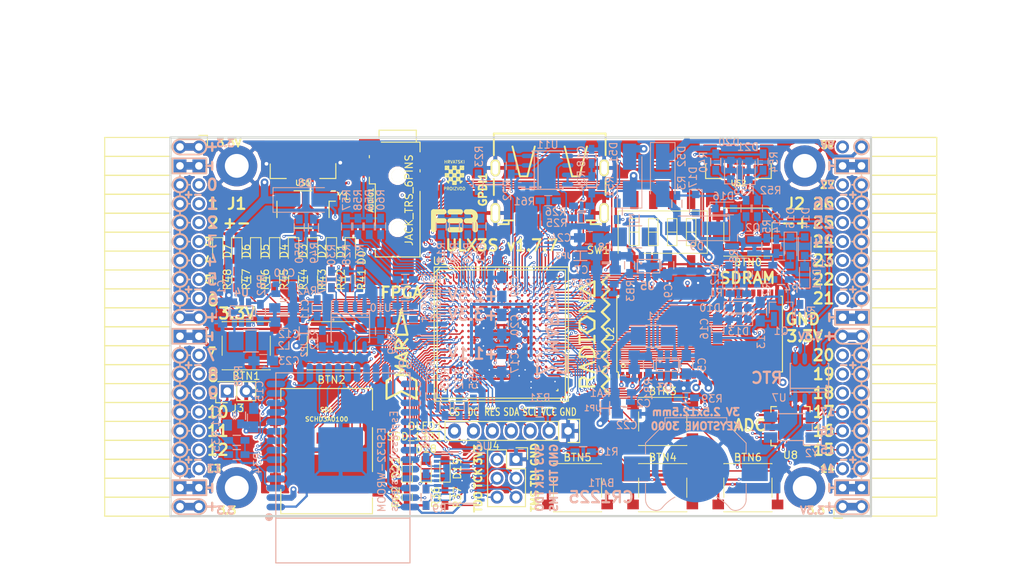
<source format=kicad_pcb>
(kicad_pcb (version 4) (host pcbnew 4.0.7+dfsg1-1)
  (layers (0 F.Cu signal) (1 In1.Cu signal) (2 In2.Cu signal) (31 B.Cu signal) (34 B.Paste user) (35 F.Paste user) (36 B.SilkS user) (37 F.SilkS user) (38 B.Mask user) (39 F.Mask user) (44 Edge.Cuts user))
  (net 0 "")
  (net 1 GND)
  (net 2 +5V)
  (net 3 /gpio/IN5V)
  (net 4 /gpio/OUT5V)
  (net 5 +3V3)
  (net 6 BTN_D)
  (net 7 BTN_F1)
  (net 8 BTN_F2)
  (net 9 BTN_L)
  (net 10 BTN_R)
  (net 11 BTN_U)
  (net 12 /power/FB1)
  (net 13 +2V5)
  (net 14 /power/PWREN)
  (net 15 /power/FB3)
  (net 16 /power/FB2)
  (net 17 "Net-(D9-Pad1)")
  (net 18 /power/VBAT)
  (net 19 JTAG_TDI)
  (net 20 JTAG_TCK)
  (net 21 JTAG_TMS)
  (net 22 JTAG_TDO)
  (net 23 /power/WAKEUPn)
  (net 24 /power/WKUP)
  (net 25 /power/SHUT)
  (net 26 /power/WAKE)
  (net 27 /power/HOLD)
  (net 28 /power/WKn)
  (net 29 /power/OSCI_32k)
  (net 30 /power/OSCO_32k)
  (net 31 "Net-(Q2-Pad3)")
  (net 32 SHUTDOWN)
  (net 33 /analog/AUDIO_L)
  (net 34 /analog/AUDIO_R)
  (net 35 GPDI_5V_SCL)
  (net 36 GPDI_5V_SDA)
  (net 37 GPDI_SDA)
  (net 38 GPDI_SCL)
  (net 39 /gpdi/VREF2)
  (net 40 SD_CMD)
  (net 41 SD_CLK)
  (net 42 SD_D0)
  (net 43 SD_D1)
  (net 44 USB5V)
  (net 45 GPDI_CEC)
  (net 46 nRESET)
  (net 47 FTDI_nDTR)
  (net 48 SDRAM_CKE)
  (net 49 SDRAM_A7)
  (net 50 SDRAM_D15)
  (net 51 SDRAM_BA1)
  (net 52 SDRAM_D7)
  (net 53 SDRAM_A6)
  (net 54 SDRAM_CLK)
  (net 55 SDRAM_D13)
  (net 56 SDRAM_BA0)
  (net 57 SDRAM_D6)
  (net 58 SDRAM_A5)
  (net 59 SDRAM_D14)
  (net 60 SDRAM_A11)
  (net 61 SDRAM_D12)
  (net 62 SDRAM_D5)
  (net 63 SDRAM_A4)
  (net 64 SDRAM_A10)
  (net 65 SDRAM_D11)
  (net 66 SDRAM_A3)
  (net 67 SDRAM_D4)
  (net 68 SDRAM_D10)
  (net 69 SDRAM_D9)
  (net 70 SDRAM_A9)
  (net 71 SDRAM_D3)
  (net 72 SDRAM_D8)
  (net 73 SDRAM_A8)
  (net 74 SDRAM_A2)
  (net 75 SDRAM_A1)
  (net 76 SDRAM_A0)
  (net 77 SDRAM_D2)
  (net 78 SDRAM_D1)
  (net 79 SDRAM_D0)
  (net 80 SDRAM_DQM0)
  (net 81 SDRAM_nCS)
  (net 82 SDRAM_nRAS)
  (net 83 SDRAM_DQM1)
  (net 84 SDRAM_nCAS)
  (net 85 SDRAM_nWE)
  (net 86 /flash/FLASH_nWP)
  (net 87 /flash/FLASH_nHOLD)
  (net 88 /flash/FLASH_MOSI)
  (net 89 /flash/FLASH_MISO)
  (net 90 /flash/FLASH_SCK)
  (net 91 /flash/FLASH_nCS)
  (net 92 /flash/FPGA_PROGRAMN)
  (net 93 /flash/FPGA_DONE)
  (net 94 /flash/FPGA_INITN)
  (net 95 OLED_RES)
  (net 96 OLED_DC)
  (net 97 OLED_CS)
  (net 98 WIFI_EN)
  (net 99 FTDI_nRTS)
  (net 100 FTDI_TXD)
  (net 101 FTDI_RXD)
  (net 102 WIFI_RXD)
  (net 103 WIFI_GPIO0)
  (net 104 WIFI_TXD)
  (net 105 GPDI_ETH-)
  (net 106 GPDI_ETH+)
  (net 107 GPDI_D2+)
  (net 108 GPDI_D2-)
  (net 109 GPDI_D1+)
  (net 110 GPDI_D1-)
  (net 111 GPDI_D0+)
  (net 112 GPDI_D0-)
  (net 113 GPDI_CLK+)
  (net 114 GPDI_CLK-)
  (net 115 USB_FTDI_D+)
  (net 116 USB_FTDI_D-)
  (net 117 J1_17-)
  (net 118 J1_17+)
  (net 119 J1_23-)
  (net 120 J1_23+)
  (net 121 J1_25-)
  (net 122 J1_25+)
  (net 123 J1_27-)
  (net 124 J1_27+)
  (net 125 J1_29-)
  (net 126 J1_29+)
  (net 127 J1_31-)
  (net 128 J1_31+)
  (net 129 J1_33-)
  (net 130 J1_33+)
  (net 131 J1_35-)
  (net 132 J1_35+)
  (net 133 J2_5-)
  (net 134 J2_5+)
  (net 135 J2_7-)
  (net 136 J2_7+)
  (net 137 J2_9-)
  (net 138 J2_9+)
  (net 139 J2_13-)
  (net 140 J2_13+)
  (net 141 J2_17-)
  (net 142 J2_17+)
  (net 143 J2_11-)
  (net 144 J2_11+)
  (net 145 J2_23-)
  (net 146 J2_23+)
  (net 147 J1_5-)
  (net 148 J1_5+)
  (net 149 J1_7-)
  (net 150 J1_7+)
  (net 151 J1_9-)
  (net 152 J1_9+)
  (net 153 J1_11-)
  (net 154 J1_11+)
  (net 155 J1_13-)
  (net 156 J1_13+)
  (net 157 J1_15-)
  (net 158 J1_15+)
  (net 159 J2_15-)
  (net 160 J2_15+)
  (net 161 J2_25-)
  (net 162 J2_25+)
  (net 163 J2_27-)
  (net 164 J2_27+)
  (net 165 J2_29-)
  (net 166 J2_29+)
  (net 167 J2_31-)
  (net 168 J2_31+)
  (net 169 J2_33-)
  (net 170 J2_33+)
  (net 171 J2_35-)
  (net 172 J2_35+)
  (net 173 SD_D3)
  (net 174 AUDIO_L3)
  (net 175 AUDIO_L2)
  (net 176 AUDIO_L1)
  (net 177 AUDIO_L0)
  (net 178 AUDIO_R3)
  (net 179 AUDIO_R2)
  (net 180 AUDIO_R1)
  (net 181 AUDIO_R0)
  (net 182 OLED_CLK)
  (net 183 OLED_MOSI)
  (net 184 LED0)
  (net 185 LED1)
  (net 186 LED2)
  (net 187 LED3)
  (net 188 LED4)
  (net 189 LED5)
  (net 190 LED6)
  (net 191 LED7)
  (net 192 BTN_PWRn)
  (net 193 FTDI_nTXLED)
  (net 194 FTDI_nSLEEP)
  (net 195 /blinkey/LED_PWREN)
  (net 196 /blinkey/LED_TXLED)
  (net 197 /sdcard/SD3V3)
  (net 198 SD_D2)
  (net 199 CLK_25MHz)
  (net 200 /blinkey/BTNPUL)
  (net 201 /blinkey/BTNPUR)
  (net 202 USB_FPGA_D+)
  (net 203 /power/FTDI_nSUSPEND)
  (net 204 /blinkey/ALED0)
  (net 205 /blinkey/ALED1)
  (net 206 /blinkey/ALED2)
  (net 207 /blinkey/ALED3)
  (net 208 /blinkey/ALED4)
  (net 209 /blinkey/ALED5)
  (net 210 /blinkey/ALED6)
  (net 211 /blinkey/ALED7)
  (net 212 /usb/FTD-)
  (net 213 /usb/FTD+)
  (net 214 ADC_MISO)
  (net 215 ADC_MOSI)
  (net 216 ADC_CSn)
  (net 217 ADC_SCLK)
  (net 218 SW3)
  (net 219 SW2)
  (net 220 SW1)
  (net 221 USB_FPGA_D-)
  (net 222 /usb/FPD+)
  (net 223 /usb/FPD-)
  (net 224 WIFI_GPIO16)
  (net 225 WIFI_GPIO15)
  (net 226 /usb/ANT_433MHz)
  (net 227 /power/PWRBTn)
  (net 228 PROG_DONE)
  (net 229 /power/P3V3)
  (net 230 /power/P2V5)
  (net 231 /power/L1)
  (net 232 /power/L3)
  (net 233 /power/L2)
  (net 234 FTDI_TXDEN)
  (net 235 SDRAM_A12)
  (net 236 /analog/AUDIO_V)
  (net 237 AUDIO_V3)
  (net 238 AUDIO_V2)
  (net 239 AUDIO_V1)
  (net 240 AUDIO_V0)
  (net 241 /gpdi/FPGA_CEC)
  (net 242 /blinkey/LED_WIFI)
  (net 243 WIFI_GPIO2)
  (net 244 /power/P1V1)
  (net 245 +1V1)
  (net 246 SW4)
  (net 247 /blinkey/SWPU)
  (net 248 /wifi/WIFIEN)
  (net 249 FT2V5)
  (module Socket_Strips:Socket_Strip_Angled_2x20 (layer F.Cu) (at 97.91 62.69 270)
    (fp_text reference J1 (at 7.62 -5.08 360) (layer F.SilkS) (effects (font (size 1.5 1.5) (thickness 0.3))))
    (fp_text value CONN_02X20 hide)
    (pad 1 thru_hole oval (at 0 0 270) (size 1.7272 1.7272) (drill 1.016) (layers *.Cu *.Mask) (net 5 +3V3))
    (pad 2 thru_hole oval (at 0 2.54 270) (size 1.7272 1.7272) (drill 1.016) (layers *.Cu *.Mask) (net 5 +3V3))
    (pad 3 thru_hole rect (at 2.54 0 270) (size 1.7272 1.7272) (drill 1.016) (layers *.Cu *.Mask) (net 1 GND))
    (pad 4 thru_hole rect (at 2.54 2.54 270) (size 1.7272 1.7272) (drill 1.016) (layers *.Cu *.Mask) (net 1 GND))
    (pad 5 thru_hole oval (at 5.08 0 270) (size 1.7272 1.7272) (drill 1.016) (layers *.Cu *.Mask) (net 147 J1_5-))
    (pad 6 thru_hole oval (at 5.08 2.54 270) (size 1.7272 1.7272) (drill 1.016) (layers *.Cu *.Mask) (net 148 J1_5+))
    (pad 7 thru_hole oval (at 7.62 0 270) (size 1.7272 1.7272) (drill 1.016) (layers *.Cu *.Mask) (net 149 J1_7-))
    (pad 8 thru_hole oval (at 7.62 2.54 270) (size 1.7272 1.7272) (drill 1.016) (layers *.Cu *.Mask) (net 150 J1_7+))
    (pad 9 thru_hole oval (at 10.16 0 270) (size 1.7272 1.7272) (drill 1.016) (layers *.Cu *.Mask) (net 151 J1_9-))
    (pad 10 thru_hole oval (at 10.16 2.54 270) (size 1.7272 1.7272) (drill 1.016) (layers *.Cu *.Mask) (net 152 J1_9+))
    (pad 11 thru_hole oval (at 12.7 0 270) (size 1.7272 1.7272) (drill 1.016) (layers *.Cu *.Mask) (net 153 J1_11-))
    (pad 12 thru_hole oval (at 12.7 2.54 270) (size 1.7272 1.7272) (drill 1.016) (layers *.Cu *.Mask) (net 154 J1_11+))
    (pad 13 thru_hole oval (at 15.24 0 270) (size 1.7272 1.7272) (drill 1.016) (layers *.Cu *.Mask) (net 155 J1_13-))
    (pad 14 thru_hole oval (at 15.24 2.54 270) (size 1.7272 1.7272) (drill 1.016) (layers *.Cu *.Mask) (net 156 J1_13+))
    (pad 15 thru_hole oval (at 17.78 0 270) (size 1.7272 1.7272) (drill 1.016) (layers *.Cu *.Mask) (net 157 J1_15-))
    (pad 16 thru_hole oval (at 17.78 2.54 270) (size 1.7272 1.7272) (drill 1.016) (layers *.Cu *.Mask) (net 158 J1_15+))
    (pad 17 thru_hole oval (at 20.32 0 270) (size 1.7272 1.7272) (drill 1.016) (layers *.Cu *.Mask) (net 117 J1_17-))
    (pad 18 thru_hole oval (at 20.32 2.54 270) (size 1.7272 1.7272) (drill 1.016) (layers *.Cu *.Mask) (net 118 J1_17+))
    (pad 19 thru_hole oval (at 22.86 0 270) (size 1.7272 1.7272) (drill 1.016) (layers *.Cu *.Mask) (net 5 +3V3))
    (pad 20 thru_hole oval (at 22.86 2.54 270) (size 1.7272 1.7272) (drill 1.016) (layers *.Cu *.Mask) (net 5 +3V3))
    (pad 21 thru_hole rect (at 25.4 0 270) (size 1.7272 1.7272) (drill 1.016) (layers *.Cu *.Mask) (net 1 GND))
    (pad 22 thru_hole rect (at 25.4 2.54 270) (size 1.7272 1.7272) (drill 1.016) (layers *.Cu *.Mask) (net 1 GND))
    (pad 23 thru_hole oval (at 27.94 0 270) (size 1.7272 1.7272) (drill 1.016) (layers *.Cu *.Mask) (net 119 J1_23-))
    (pad 24 thru_hole oval (at 27.94 2.54 270) (size 1.7272 1.7272) (drill 1.016) (layers *.Cu *.Mask) (net 120 J1_23+))
    (pad 25 thru_hole oval (at 30.48 0 270) (size 1.7272 1.7272) (drill 1.016) (layers *.Cu *.Mask) (net 121 J1_25-))
    (pad 26 thru_hole oval (at 30.48 2.54 270) (size 1.7272 1.7272) (drill 1.016) (layers *.Cu *.Mask) (net 122 J1_25+))
    (pad 27 thru_hole oval (at 33.02 0 270) (size 1.7272 1.7272) (drill 1.016) (layers *.Cu *.Mask) (net 123 J1_27-))
    (pad 28 thru_hole oval (at 33.02 2.54 270) (size 1.7272 1.7272) (drill 1.016) (layers *.Cu *.Mask) (net 124 J1_27+))
    (pad 29 thru_hole oval (at 35.56 0 270) (size 1.7272 1.7272) (drill 1.016) (layers *.Cu *.Mask) (net 125 J1_29-))
    (pad 30 thru_hole oval (at 35.56 2.54 270) (size 1.7272 1.7272) (drill 1.016) (layers *.Cu *.Mask) (net 126 J1_29+))
    (pad 31 thru_hole oval (at 38.1 0 270) (size 1.7272 1.7272) (drill 1.016) (layers *.Cu *.Mask) (net 127 J1_31-))
    (pad 32 thru_hole oval (at 38.1 2.54 270) (size 1.7272 1.7272) (drill 1.016) (layers *.Cu *.Mask) (net 128 J1_31+))
    (pad 33 thru_hole oval (at 40.64 0 270) (size 1.7272 1.7272) (drill 1.016) (layers *.Cu *.Mask) (net 129 J1_33-))
    (pad 34 thru_hole oval (at 40.64 2.54 270) (size 1.7272 1.7272) (drill 1.016) (layers *.Cu *.Mask) (net 130 J1_33+))
    (pad 35 thru_hole oval (at 43.18 0 270) (size 1.7272 1.7272) (drill 1.016) (layers *.Cu *.Mask) (net 131 J1_35-))
    (pad 36 thru_hole oval (at 43.18 2.54 270) (size 1.7272 1.7272) (drill 1.016) (layers *.Cu *.Mask) (net 132 J1_35+))
    (pad 37 thru_hole rect (at 45.72 0 270) (size 1.7272 1.7272) (drill 1.016) (layers *.Cu *.Mask) (net 1 GND))
    (pad 38 thru_hole rect (at 45.72 2.54 270) (size 1.7272 1.7272) (drill 1.016) (layers *.Cu *.Mask) (net 1 GND))
    (pad 39 thru_hole oval (at 48.26 0 270) (size 1.7272 1.7272) (drill 1.016) (layers *.Cu *.Mask) (net 5 +3V3))
    (pad 40 thru_hole oval (at 48.26 2.54 270) (size 1.7272 1.7272) (drill 1.016) (layers *.Cu *.Mask) (net 5 +3V3))
  )
  (module SMD_Packages:1Pin (layer F.Cu) (at 182.67515 111.637626)
    (fp_text reference AE1 hide)
    (fp_text value 433MHz hide)
    (pad 1 smd rect (at 0 0) (size 0.5 0.5) (layers B.Cu F.Paste F.Mask) (net 226 /usb/ANT_433MHz))
  )
  (module Resistors_SMD:R_0603_HandSoldering (layer B.Cu) (at 103.498 98.758 90)
    (fp_text reference R38 (at 5.334 -0.254 90) (layer B.SilkS) (effects (justify mirror)))
    (fp_text value 0.47)
    (pad 1 smd rect (at -1.1 0 90) (size 1.2 0.9) (layers B.Cu B.Paste B.Mask) (net 197 /sdcard/SD3V3))
    (pad 2 smd rect (at 1.1 0 90) (size 1.2 0.9) (layers B.Cu B.Paste B.Mask) (net 5 +3V3))
  )
  (module jumper:SOLDER-JUMPER_1-WAY (layer B.Cu) (at 152.393 97.742 270)
    (fp_text reference JP1 (at 0 1.778 360) (layer B.SilkS) (effects (font (size 0.762 0.762) (thickness 0.1524)) (justify mirror)))
    (fp_text value 1.2 hide)
    (pad 1 smd rect (at -0.6 0 270) (size 1 1) (layers B.Cu B.Paste B.Mask) (net 244 /power/P1V1))
    (pad 2 smd rect (at 0.6 0 270) (size 1 1) (layers B.Cu B.Paste B.Mask) (net 245 +1V1))
  )
  (module Diodes_SMD:D_SMA_Handsoldering (layer B.Cu) (at 155.695 66.5 90)
    (fp_text reference D51 (at 3.048 -2.159 90) (layer B.SilkS) (effects (justify mirror)))
    (fp_text value STPS2L30AF hide)
    (pad 1 smd rect (at -2.5 0 90) (size 3.5 1.8) (layers B.Cu B.Paste B.Mask) (net 2 +5V))
    (pad 2 smd rect (at 2.5 0 90) (size 3.5 1.8) (layers B.Cu B.Paste B.Mask) (net 3 /gpio/IN5V))
  )
  (module Resistors_SMD:R_0603_HandSoldering (layer B.Cu) (at 154.044 71.326 90)
    (fp_text reference R51 (at 3.302 -1.016 90) (layer B.SilkS) (effects (justify mirror)))
    (fp_text value 150)
    (pad 1 smd rect (at -1.1 0 90) (size 1.2 0.9) (layers B.Cu B.Paste B.Mask) (net 5 +3V3))
    (pad 2 smd rect (at 1.1 0 90) (size 1.2 0.9) (layers B.Cu B.Paste B.Mask) (net 247 /blinkey/SWPU))
  )
  (module Resistors_SMD:R_1210_HandSoldering (layer B.Cu) (at 158.87 88.09 180)
    (fp_text reference L1 (at 0 2.7 180) (layer B.SilkS) (effects (justify mirror)))
    (fp_text value 2.2uH)
    (pad 1 smd rect (at -2 0 180) (size 2 2.5) (layers B.Cu B.Paste B.Mask) (net 231 /power/L1))
    (pad 2 smd rect (at 2 0 180) (size 2 2.5) (layers B.Cu B.Paste B.Mask) (net 244 /power/P1V1))
  )
  (module TSOT-25:TSOT-25 (layer B.Cu) (at 160.775 91.9)
    (fp_text reference U3 (at -0.381 3.048) (layer B.SilkS) (effects (font (thickness 0.2)) (justify mirror)))
    (fp_text value DIO6015)
    (pad 1 smd rect (at -0.95 -1.3) (size 0.7 1.2) (layers B.Cu B.Paste B.Mask) (net 14 /power/PWREN))
    (pad 2 smd rect (at 0 -1.3) (size 0.7 1.2) (layers B.Cu B.Paste B.Mask) (net 1 GND))
    (pad 3 smd rect (at 0.95 -1.3) (size 0.7 1.2) (layers B.Cu B.Paste B.Mask) (net 231 /power/L1))
    (pad 4 smd rect (at 0.95 1.3) (size 0.7 1.2) (layers B.Cu B.Paste B.Mask) (net 2 +5V))
    (pad 5 smd rect (at -0.95 1.3) (size 0.7 1.2) (layers B.Cu B.Paste B.Mask) (net 12 /power/FB1))
  )
  (module Resistors_SMD:R_1210_HandSoldering (layer B.Cu) (at 104.895 88.725)
    (fp_text reference L2 (at 4.445 0.635) (layer B.SilkS) (effects (justify mirror)))
    (fp_text value 2.2uH)
    (pad 1 smd rect (at -2 0) (size 2 2.5) (layers B.Cu B.Paste B.Mask) (net 233 /power/L2))
    (pad 2 smd rect (at 2 0) (size 2 2.5) (layers B.Cu B.Paste B.Mask) (net 230 /power/P2V5))
  )
  (module TSOT-25:TSOT-25 (layer B.Cu) (at 103.625 84.915 180)
    (fp_text reference U4 (at 0 2.697 180) (layer B.SilkS) (effects (font (thickness 0.2)) (justify mirror)))
    (fp_text value LX7172)
    (pad 1 smd rect (at -0.95 -1.3 180) (size 0.7 1.2) (layers B.Cu B.Paste B.Mask) (net 14 /power/PWREN))
    (pad 2 smd rect (at 0 -1.3 180) (size 0.7 1.2) (layers B.Cu B.Paste B.Mask) (net 1 GND))
    (pad 3 smd rect (at 0.95 -1.3 180) (size 0.7 1.2) (layers B.Cu B.Paste B.Mask) (net 233 /power/L2))
    (pad 4 smd rect (at 0.95 1.3 180) (size 0.7 1.2) (layers B.Cu B.Paste B.Mask) (net 2 +5V))
    (pad 5 smd rect (at -0.95 1.3 180) (size 0.7 1.2) (layers B.Cu B.Paste B.Mask) (net 16 /power/FB2))
  )
  (module Resistors_SMD:R_1210_HandSoldering (layer B.Cu) (at 156.33 74.755 180)
    (fp_text reference L3 (at 0 2.413 180) (layer B.SilkS) (effects (justify mirror)))
    (fp_text value 2.2uH)
    (pad 1 smd rect (at -2 0 180) (size 2 2.5) (layers B.Cu B.Paste B.Mask) (net 232 /power/L3))
    (pad 2 smd rect (at 2 0 180) (size 2 2.5) (layers B.Cu B.Paste B.Mask) (net 229 /power/P3V3))
  )
  (module TSOT-25:TSOT-25 (layer B.Cu) (at 158.235 78.692)
    (fp_text reference U5 (at -0.127 2.667) (layer B.SilkS) (effects (font (thickness 0.2)) (justify mirror)))
    (fp_text value TLV62569DBV)
    (pad 1 smd rect (at -0.95 -1.3) (size 0.7 1.2) (layers B.Cu B.Paste B.Mask) (net 14 /power/PWREN))
    (pad 2 smd rect (at 0 -1.3) (size 0.7 1.2) (layers B.Cu B.Paste B.Mask) (net 1 GND))
    (pad 3 smd rect (at 0.95 -1.3) (size 0.7 1.2) (layers B.Cu B.Paste B.Mask) (net 232 /power/L3))
    (pad 4 smd rect (at 0.95 1.3) (size 0.7 1.2) (layers B.Cu B.Paste B.Mask) (net 2 +5V))
    (pad 5 smd rect (at -0.95 1.3) (size 0.7 1.2) (layers B.Cu B.Paste B.Mask) (net 15 /power/FB3))
  )
  (module Capacitors_SMD:C_0805_HandSoldering (layer B.Cu) (at 101.085 84.915 270)
    (fp_text reference C1 (at -3.429 0.127 270) (layer B.SilkS) (effects (justify mirror)))
    (fp_text value 22uF)
    (pad 1 smd rect (at -1.25 0 270) (size 1.5 1.25) (layers B.Cu B.Paste B.Mask) (net 2 +5V))
    (pad 2 smd rect (at 1.25 0 270) (size 1.5 1.25) (layers B.Cu B.Paste B.Mask) (net 1 GND))
  )
  (module Capacitors_SMD:C_0805_HandSoldering (layer B.Cu) (at 155.06 90.63)
    (fp_text reference C3 (at -3.048 0) (layer B.SilkS) (effects (justify mirror)))
    (fp_text value 22uF)
    (pad 1 smd rect (at -1.25 0) (size 1.5 1.25) (layers B.Cu B.Paste B.Mask) (net 244 /power/P1V1))
    (pad 2 smd rect (at 1.25 0) (size 1.5 1.25) (layers B.Cu B.Paste B.Mask) (net 1 GND))
  )
  (module Capacitors_SMD:C_0805_HandSoldering (layer B.Cu) (at 155.06 92.535)
    (fp_text reference C4 (at -3.048 0.127) (layer B.SilkS) (effects (justify mirror)))
    (fp_text value 22uF)
    (pad 1 smd rect (at -1.25 0) (size 1.5 1.25) (layers B.Cu B.Paste B.Mask) (net 244 /power/P1V1))
    (pad 2 smd rect (at 1.25 0) (size 1.5 1.25) (layers B.Cu B.Paste B.Mask) (net 1 GND))
  )
  (module Capacitors_SMD:C_0805_HandSoldering (layer B.Cu) (at 163.315 91.9 90)
    (fp_text reference C5 (at 0 2.1 90) (layer B.SilkS) (effects (justify mirror)))
    (fp_text value 22uF)
    (pad 1 smd rect (at -1.25 0 90) (size 1.5 1.25) (layers B.Cu B.Paste B.Mask) (net 2 +5V))
    (pad 2 smd rect (at 1.25 0 90) (size 1.5 1.25) (layers B.Cu B.Paste B.Mask) (net 1 GND))
  )
  (module Capacitors_SMD:C_0805_HandSoldering (layer B.Cu) (at 152.52 79.2)
    (fp_text reference C7 (at -3.302 0) (layer B.SilkS) (effects (justify mirror)))
    (fp_text value 22uF)
    (pad 1 smd rect (at -1.25 0) (size 1.5 1.25) (layers B.Cu B.Paste B.Mask) (net 229 /power/P3V3))
    (pad 2 smd rect (at 1.25 0) (size 1.5 1.25) (layers B.Cu B.Paste B.Mask) (net 1 GND))
  )
  (module Capacitors_SMD:C_0805_HandSoldering (layer B.Cu) (at 152.52 77.295)
    (fp_text reference C8 (at -0.127 -1.143) (layer B.SilkS) (effects (justify mirror)))
    (fp_text value 22uF)
    (pad 1 smd rect (at -1.25 0) (size 1.5 1.25) (layers B.Cu B.Paste B.Mask) (net 229 /power/P3V3))
    (pad 2 smd rect (at 1.25 0) (size 1.5 1.25) (layers B.Cu B.Paste B.Mask) (net 1 GND))
  )
  (module Capacitors_SMD:C_0805_HandSoldering (layer B.Cu) (at 160.775 78.565 90)
    (fp_text reference C9 (at -3.429 0.127 90) (layer B.SilkS) (effects (justify mirror)))
    (fp_text value 22uF)
    (pad 1 smd rect (at -1.25 0 90) (size 1.5 1.25) (layers B.Cu B.Paste B.Mask) (net 2 +5V))
    (pad 2 smd rect (at 1.25 0 90) (size 1.5 1.25) (layers B.Cu B.Paste B.Mask) (net 1 GND))
  )
  (module Capacitors_SMD:C_0805_HandSoldering (layer B.Cu) (at 109.34 84.28 180)
    (fp_text reference C11 (at -2.794 -0.254 270) (layer B.SilkS) (effects (justify mirror)))
    (fp_text value 22uF)
    (pad 1 smd rect (at -1.25 0 180) (size 1.5 1.25) (layers B.Cu B.Paste B.Mask) (net 230 /power/P2V5))
    (pad 2 smd rect (at 1.25 0 180) (size 1.5 1.25) (layers B.Cu B.Paste B.Mask) (net 1 GND))
  )
  (module Capacitors_SMD:C_0805_HandSoldering (layer B.Cu) (at 109.34 86.185 180)
    (fp_text reference C12 (at -0.635 -1.615 360) (layer B.SilkS) (effects (justify mirror)))
    (fp_text value 22uF)
    (pad 1 smd rect (at -1.25 0 180) (size 1.5 1.25) (layers B.Cu B.Paste B.Mask) (net 230 /power/P2V5))
    (pad 2 smd rect (at 1.25 0 180) (size 1.5 1.25) (layers B.Cu B.Paste B.Mask) (net 1 GND))
  )
  (module Capacitors_SMD:C_0805_HandSoldering (layer B.Cu) (at 173.221 84.788 90)
    (fp_text reference C13 (at -3.556 0.127 90) (layer B.SilkS) (effects (justify mirror)))
    (fp_text value 2.2uF)
    (pad 1 smd rect (at -1.25 0 90) (size 1.5 1.25) (layers B.Cu B.Paste B.Mask) (net 2 +5V))
    (pad 2 smd rect (at 1.25 0 90) (size 1.5 1.25) (layers B.Cu B.Paste B.Mask) (net 24 /power/WKUP))
  )
  (module TO_SOT_Packages_SMD:SOT-23_Handsoldering (layer B.Cu) (at 176.015 84.28 90)
    (fp_text reference Q1 (at -3.1115 0 180) (layer B.SilkS) (effects (justify mirror)))
    (fp_text value BC857)
    (pad 1 smd rect (at -1.5 0.95 90) (size 1.9 0.8) (layers B.Cu B.Paste B.Mask) (net 28 /power/WKn))
    (pad 2 smd rect (at -1.5 -0.95 90) (size 1.9 0.8) (layers B.Cu B.Paste B.Mask) (net 2 +5V))
    (pad 3 smd rect (at 1.5 0 90) (size 1.9 0.8) (layers B.Cu B.Paste B.Mask) (net 24 /power/WKUP))
  )
  (module TO_SOT_Packages_SMD:SOT-23_Handsoldering (layer B.Cu) (at 170.935 76.025 180)
    (fp_text reference Q2 (at -1.295 2.5 180) (layer B.SilkS) (effects (justify mirror)))
    (fp_text value 2N7002)
    (pad 1 smd rect (at -1.5 0.95 180) (size 1.9 0.8) (layers B.Cu B.Paste B.Mask) (net 25 /power/SHUT))
    (pad 2 smd rect (at -1.5 -0.95 180) (size 1.9 0.8) (layers B.Cu B.Paste B.Mask) (net 1 GND))
    (pad 3 smd rect (at 1.5 0 180) (size 1.9 0.8) (layers B.Cu B.Paste B.Mask) (net 31 "Net-(Q2-Pad3)"))
  )
  (module Capacitors_SMD:C_0603_HandSoldering (layer B.Cu) (at 154.86 96.91)
    (fp_text reference C2 (at 2.74 0.197) (layer B.SilkS) (effects (justify mirror)))
    (fp_text value 470pF)
    (pad 1 smd rect (at -0.95 0) (size 1.2 0.75) (layers B.Cu B.Paste B.Mask) (net 244 /power/P1V1))
    (pad 2 smd rect (at 0.95 0) (size 1.2 0.75) (layers B.Cu B.Paste B.Mask) (net 12 /power/FB1))
  )
  (module Capacitors_SMD:C_0603_HandSoldering (layer B.Cu) (at 152.52 82.375)
    (fp_text reference C6 (at -2.794 0.127) (layer B.SilkS) (effects (justify mirror)))
    (fp_text value 470pF)
    (pad 1 smd rect (at -0.95 0) (size 1.2 0.75) (layers B.Cu B.Paste B.Mask) (net 229 /power/P3V3))
    (pad 2 smd rect (at 0.95 0) (size 1.2 0.75) (layers B.Cu B.Paste B.Mask) (net 15 /power/FB3))
  )
  (module Capacitors_SMD:C_0603_HandSoldering (layer B.Cu) (at 109.34 81.105 180)
    (fp_text reference C10 (at -0.04 1.505 180) (layer B.SilkS) (effects (justify mirror)))
    (fp_text value 470pF)
    (pad 1 smd rect (at -0.95 0 180) (size 1.2 0.75) (layers B.Cu B.Paste B.Mask) (net 230 /power/P2V5))
    (pad 2 smd rect (at 0.95 0 180) (size 1.2 0.75) (layers B.Cu B.Paste B.Mask) (net 16 /power/FB2))
  )
  (module Capacitors_SMD:C_0603_HandSoldering (layer B.Cu) (at 175.38 76.025 270)
    (fp_text reference C14 (at -3.175 0 270) (layer B.SilkS) (effects (justify mirror)))
    (fp_text value 100nF)
    (pad 1 smd rect (at -0.95 0 270) (size 1.2 0.75) (layers B.Cu B.Paste B.Mask) (net 25 /power/SHUT))
    (pad 2 smd rect (at 0.95 0 270) (size 1.2 0.75) (layers B.Cu B.Paste B.Mask) (net 1 GND))
  )
  (module Resistors_SMD:R_0603_HandSoldering (layer B.Cu) (at 170.3 82.375)
    (fp_text reference R1 (at -3.048 -0.127) (layer B.SilkS) (effects (justify mirror)))
    (fp_text value 15k)
    (pad 1 smd rect (at -1.1 0) (size 1.2 0.9) (layers B.Cu B.Paste B.Mask) (net 26 /power/WAKE))
    (pad 2 smd rect (at 1.1 0) (size 1.2 0.9) (layers B.Cu B.Paste B.Mask) (net 14 /power/PWREN))
  )
  (module Resistors_SMD:R_0603_HandSoldering (layer B.Cu) (at 172.84 79.835 90)
    (fp_text reference R2 (at -1.905 1.27 90) (layer B.SilkS) (effects (justify mirror)))
    (fp_text value 47k)
    (pad 1 smd rect (at -1.1 0 90) (size 1.2 0.9) (layers B.Cu B.Paste B.Mask) (net 14 /power/PWREN))
    (pad 2 smd rect (at 1.1 0 90) (size 1.2 0.9) (layers B.Cu B.Paste B.Mask) (net 1 GND))
  )
  (module Resistors_SMD:R_0603_HandSoldering (layer B.Cu) (at 176.015 80.47 180)
    (fp_text reference R4 (at -1.397 -1.27 360) (layer B.SilkS) (effects (justify mirror)))
    (fp_text value 4.7k)
    (pad 1 smd rect (at -1.1 0 180) (size 1.2 0.9) (layers B.Cu B.Paste B.Mask) (net 27 /power/HOLD))
    (pad 2 smd rect (at 1.1 0 180) (size 1.2 0.9) (layers B.Cu B.Paste B.Mask) (net 14 /power/PWREN))
  )
  (module Resistors_SMD:R_0603_HandSoldering (layer B.Cu) (at 174.11 76.025 270)
    (fp_text reference R5 (at -2.667 0 270) (layer B.SilkS) (effects (justify mirror)))
    (fp_text value 4.7M)
    (pad 1 smd rect (at -1.1 0 270) (size 1.2 0.9) (layers B.Cu B.Paste B.Mask) (net 25 /power/SHUT))
    (pad 2 smd rect (at 1.1 0 270) (size 1.2 0.9) (layers B.Cu B.Paste B.Mask) (net 1 GND))
  )
  (module Resistors_SMD:R_0603_HandSoldering (layer B.Cu) (at 178.555 84.915 270)
    (fp_text reference R6 (at 0 -1.524 270) (layer B.SilkS) (effects (justify mirror)))
    (fp_text value 1k)
    (pad 1 smd rect (at -1.1 0 270) (size 1.2 0.9) (layers B.Cu B.Paste B.Mask) (net 28 /power/WKn))
    (pad 2 smd rect (at 1.1 0 270) (size 1.2 0.9) (layers B.Cu B.Paste B.Mask) (net 23 /power/WAKEUPn))
  )
  (module Resistors_SMD:R_0603_HandSoldering (layer B.Cu) (at 113.785 84.28 270)
    (fp_text reference R7 (at -2.794 -0.635 270) (layer B.SilkS) (effects (justify mirror)))
    (fp_text value 150)
    (pad 1 smd rect (at -1.1 0 270) (size 1.2 0.9) (layers B.Cu B.Paste B.Mask) (net 5 +3V3))
    (pad 2 smd rect (at 1.1 0 270) (size 1.2 0.9) (layers B.Cu B.Paste B.Mask) (net 200 /blinkey/BTNPUL))
  )
  (module Resistors_SMD:R_0603_HandSoldering (layer B.Cu) (at 170.935 79.835 90)
    (fp_text reference R8 (at 2.54 -1.27 90) (layer B.SilkS) (effects (justify mirror)))
    (fp_text value 1k)
    (pad 1 smd rect (at -1.1 0 90) (size 1.2 0.9) (layers B.Cu B.Paste B.Mask) (net 14 /power/PWREN))
    (pad 2 smd rect (at 1.1 0 90) (size 1.2 0.9) (layers B.Cu B.Paste B.Mask) (net 31 "Net-(Q2-Pad3)"))
  )
  (module Resistors_SMD:R_0603_HandSoldering (layer B.Cu) (at 128.39 109.68 270)
    (fp_text reference R9 (at 1.524 -1.778 360) (layer B.SilkS) (effects (justify mirror)))
    (fp_text value 15k)
    (pad 1 smd rect (at -1.1 0 270) (size 1.2 0.9) (layers B.Cu B.Paste B.Mask) (net 46 nRESET))
    (pad 2 smd rect (at 1.1 0 270) (size 1.2 0.9) (layers B.Cu B.Paste B.Mask) (net 249 FT2V5))
  )
  (module Resistors_SMD:R_0603_HandSoldering (layer B.Cu) (at 149.472 103.584 180)
    (fp_text reference R10 (at -3.302 0 180) (layer B.SilkS) (effects (justify mirror)))
    (fp_text value 150)
    (pad 1 smd rect (at -1.1 0 180) (size 1.2 0.9) (layers B.Cu B.Paste B.Mask) (net 203 /power/FTDI_nSUSPEND))
    (pad 2 smd rect (at 1.1 0 180) (size 1.2 0.9) (layers B.Cu B.Paste B.Mask) (net 194 FTDI_nSLEEP))
  )
  (module Resistors_SMD:R_0603_HandSoldering (layer B.Cu) (at 176.015 78.565 180)
    (fp_text reference R13 (at -5.588 0.254 180) (layer B.SilkS) (effects (justify mirror)))
    (fp_text value 15k)
    (pad 1 smd rect (at -1.1 0 180) (size 1.2 0.9) (layers B.Cu B.Paste B.Mask) (net 32 SHUTDOWN))
    (pad 2 smd rect (at 1.1 0 180) (size 1.2 0.9) (layers B.Cu B.Paste B.Mask) (net 1 GND))
  )
  (module Resistors_SMD:R_0603_HandSoldering (layer B.Cu) (at 154.86 95.64)
    (fp_text reference RA1 (at -3.102 0.07) (layer B.SilkS) (effects (justify mirror)))
    (fp_text value 15k)
    (pad 1 smd rect (at -1.1 0) (size 1.2 0.9) (layers B.Cu B.Paste B.Mask) (net 244 /power/P1V1))
    (pad 2 smd rect (at 1.1 0) (size 1.2 0.9) (layers B.Cu B.Paste B.Mask) (net 12 /power/FB1))
  )
  (module Resistors_SMD:R_0603_HandSoldering (layer B.Cu) (at 109.34 82.375 180)
    (fp_text reference RA2 (at -3.048 0.381 360) (layer B.SilkS) (effects (justify mirror)))
    (fp_text value 15k)
    (pad 1 smd rect (at -1.1 0 180) (size 1.2 0.9) (layers B.Cu B.Paste B.Mask) (net 230 /power/P2V5))
    (pad 2 smd rect (at 1.1 0 180) (size 1.2 0.9) (layers B.Cu B.Paste B.Mask) (net 16 /power/FB2))
  )
  (module Resistors_SMD:R_0603_HandSoldering (layer B.Cu) (at 152.52 81.105)
    (fp_text reference RA3 (at -3.302 -0.127) (layer B.SilkS) (effects (justify mirror)))
    (fp_text value 15k)
    (pad 1 smd rect (at -1.1 0) (size 1.2 0.9) (layers B.Cu B.Paste B.Mask) (net 229 /power/P3V3))
    (pad 2 smd rect (at 1.1 0) (size 1.2 0.9) (layers B.Cu B.Paste B.Mask) (net 15 /power/FB3))
  )
  (module Resistors_SMD:R_0603_HandSoldering (layer B.Cu) (at 158.235 91.9 270)
    (fp_text reference RB1 (at 3.302 0 270) (layer B.SilkS) (effects (justify mirror)))
    (fp_text value 18k)
    (pad 1 smd rect (at -1.1 0 270) (size 1.2 0.9) (layers B.Cu B.Paste B.Mask) (net 1 GND))
    (pad 2 smd rect (at 1.1 0 270) (size 1.2 0.9) (layers B.Cu B.Paste B.Mask) (net 12 /power/FB1))
  )
  (module Resistors_SMD:R_0603_HandSoldering (layer B.Cu) (at 106.165 84.915 90)
    (fp_text reference RB2 (at 3.683 0.127 90) (layer B.SilkS) (effects (justify mirror)))
    (fp_text value 4.7k)
    (pad 1 smd rect (at -1.1 0 90) (size 1.2 0.9) (layers B.Cu B.Paste B.Mask) (net 1 GND))
    (pad 2 smd rect (at 1.1 0 90) (size 1.2 0.9) (layers B.Cu B.Paste B.Mask) (net 16 /power/FB2))
  )
  (module Resistors_SMD:R_0603_HandSoldering (layer B.Cu) (at 155.695 78.565 270)
    (fp_text reference RB3 (at 3.429 -0.127 270) (layer B.SilkS) (effects (justify mirror)))
    (fp_text value 3.3k)
    (pad 1 smd rect (at -1.1 0 270) (size 1.2 0.9) (layers B.Cu B.Paste B.Mask) (net 1 GND))
    (pad 2 smd rect (at 1.1 0 270) (size 1.2 0.9) (layers B.Cu B.Paste B.Mask) (net 15 /power/FB3))
  )
  (module Resistors_SMD:R_0603_HandSoldering (layer B.Cu) (at 125.596 85.804 180)
    (fp_text reference R14 (at -3.47 0.127 180) (layer B.SilkS) (effects (justify mirror)))
    (fp_text value 1.2k)
    (pad 1 smd rect (at -1.1 0 180) (size 1.2 0.9) (layers B.Cu B.Paste B.Mask) (net 177 AUDIO_L0))
    (pad 2 smd rect (at 1.1 0 180) (size 1.2 0.9) (layers B.Cu B.Paste B.Mask) (net 33 /analog/AUDIO_L))
  )
  (module Resistors_SMD:R_0603_HandSoldering (layer B.Cu) (at 125.596 84.026 180)
    (fp_text reference R15 (at -3.47 -0.001 180) (layer B.SilkS) (effects (justify mirror)))
    (fp_text value 680)
    (pad 1 smd rect (at -1.1 0 180) (size 1.2 0.9) (layers B.Cu B.Paste B.Mask) (net 176 AUDIO_L1))
    (pad 2 smd rect (at 1.1 0 180) (size 1.2 0.9) (layers B.Cu B.Paste B.Mask) (net 33 /analog/AUDIO_L))
  )
  (module Resistors_SMD:R_0603_HandSoldering (layer B.Cu) (at 125.596 82.248 180)
    (fp_text reference R16 (at -3.47 -0.127 180) (layer B.SilkS) (effects (justify mirror)))
    (fp_text value 330)
    (pad 1 smd rect (at -1.1 0 180) (size 1.2 0.9) (layers B.Cu B.Paste B.Mask) (net 175 AUDIO_L2))
    (pad 2 smd rect (at 1.1 0 180) (size 1.2 0.9) (layers B.Cu B.Paste B.Mask) (net 33 /analog/AUDIO_L))
  )
  (module Resistors_SMD:R_0603_HandSoldering (layer B.Cu) (at 125.596 80.47 180)
    (fp_text reference R17 (at -3.47 0 180) (layer B.SilkS) (effects (justify mirror)))
    (fp_text value 150)
    (pad 1 smd rect (at -1.1 0 180) (size 1.2 0.9) (layers B.Cu B.Paste B.Mask) (net 174 AUDIO_L3))
    (pad 2 smd rect (at 1.1 0 180) (size 1.2 0.9) (layers B.Cu B.Paste B.Mask) (net 33 /analog/AUDIO_L))
  )
  (module Resistors_SMD:R_0603_HandSoldering (layer B.Cu) (at 130.422 73.358 90)
    (fp_text reference R18 (at -3.556 0 90) (layer B.SilkS) (effects (justify mirror)))
    (fp_text value 1.2k)
    (pad 1 smd rect (at -1.1 0 90) (size 1.2 0.9) (layers B.Cu B.Paste B.Mask) (net 181 AUDIO_R0))
    (pad 2 smd rect (at 1.1 0 90) (size 1.2 0.9) (layers B.Cu B.Paste B.Mask) (net 34 /analog/AUDIO_R))
  )
  (module Resistors_SMD:R_0603_HandSoldering (layer B.Cu) (at 132.2 73.358 90)
    (fp_text reference R19 (at -3.556 0 90) (layer B.SilkS) (effects (justify mirror)))
    (fp_text value 680)
    (pad 1 smd rect (at -1.1 0 90) (size 1.2 0.9) (layers B.Cu B.Paste B.Mask) (net 180 AUDIO_R1))
    (pad 2 smd rect (at 1.1 0 90) (size 1.2 0.9) (layers B.Cu B.Paste B.Mask) (net 34 /analog/AUDIO_R))
  )
  (module Resistors_SMD:R_0603_HandSoldering (layer B.Cu) (at 133.978 73.358 90)
    (fp_text reference R20 (at -3.556 0 90) (layer B.SilkS) (effects (justify mirror)))
    (fp_text value 330)
    (pad 1 smd rect (at -1.1 0 90) (size 1.2 0.9) (layers B.Cu B.Paste B.Mask) (net 179 AUDIO_R2))
    (pad 2 smd rect (at 1.1 0 90) (size 1.2 0.9) (layers B.Cu B.Paste B.Mask) (net 34 /analog/AUDIO_R))
  )
  (module Resistors_SMD:R_0603_HandSoldering (layer B.Cu) (at 135.756 73.358 90)
    (fp_text reference R21 (at -3.556 0 90) (layer B.SilkS) (effects (justify mirror)))
    (fp_text value 150)
    (pad 1 smd rect (at -1.1 0 90) (size 1.2 0.9) (layers B.Cu B.Paste B.Mask) (net 178 AUDIO_R3))
    (pad 2 smd rect (at 1.1 0 90) (size 1.2 0.9) (layers B.Cu B.Paste B.Mask) (net 34 /analog/AUDIO_R))
  )
  (module Capacitors_SMD:C_0603_HandSoldering (layer B.Cu) (at 150.5896 63.96 90)
    (fp_text reference C18 (at 0 -1.3716 90) (layer B.SilkS) (effects (justify mirror)))
    (fp_text value 470pF)
    (pad 1 smd rect (at -0.95 0 90) (size 1.2 0.75) (layers B.Cu B.Paste B.Mask) (net 39 /gpdi/VREF2))
    (pad 2 smd rect (at 0.95 0 90) (size 1.2 0.75) (layers B.Cu B.Paste B.Mask) (net 1 GND))
  )
  (module Socket_Strips:Socket_Strip_Angled_2x20 (layer F.Cu) (at 184.27 110.95 90)
    (fp_text reference J2 (at 40.64 -6.35 180) (layer F.SilkS) (effects (font (size 1.5 1.5) (thickness 0.3))))
    (fp_text value CONN_02X20 hide)
    (pad 1 thru_hole oval (at 0 0 90) (size 1.7272 1.7272) (drill 1.016) (layers *.Cu *.Mask) (net 5 +3V3))
    (pad 2 thru_hole oval (at 0 2.54 90) (size 1.7272 1.7272) (drill 1.016) (layers *.Cu *.Mask) (net 5 +3V3))
    (pad 3 thru_hole rect (at 2.54 0 90) (size 1.7272 1.7272) (drill 1.016) (layers *.Cu *.Mask) (net 1 GND))
    (pad 4 thru_hole rect (at 2.54 2.54 90) (size 1.7272 1.7272) (drill 1.016) (layers *.Cu *.Mask) (net 1 GND))
    (pad 5 thru_hole oval (at 5.08 0 90) (size 1.7272 1.7272) (drill 1.016) (layers *.Cu *.Mask) (net 133 J2_5-))
    (pad 6 thru_hole oval (at 5.08 2.54 90) (size 1.7272 1.7272) (drill 1.016) (layers *.Cu *.Mask) (net 134 J2_5+))
    (pad 7 thru_hole oval (at 7.62 0 90) (size 1.7272 1.7272) (drill 1.016) (layers *.Cu *.Mask) (net 135 J2_7-))
    (pad 8 thru_hole oval (at 7.62 2.54 90) (size 1.7272 1.7272) (drill 1.016) (layers *.Cu *.Mask) (net 136 J2_7+))
    (pad 9 thru_hole oval (at 10.16 0 90) (size 1.7272 1.7272) (drill 1.016) (layers *.Cu *.Mask) (net 137 J2_9-))
    (pad 10 thru_hole oval (at 10.16 2.54 90) (size 1.7272 1.7272) (drill 1.016) (layers *.Cu *.Mask) (net 138 J2_9+))
    (pad 11 thru_hole oval (at 12.7 0 90) (size 1.7272 1.7272) (drill 1.016) (layers *.Cu *.Mask) (net 143 J2_11-))
    (pad 12 thru_hole oval (at 12.7 2.54 90) (size 1.7272 1.7272) (drill 1.016) (layers *.Cu *.Mask) (net 144 J2_11+))
    (pad 13 thru_hole oval (at 15.24 0 90) (size 1.7272 1.7272) (drill 1.016) (layers *.Cu *.Mask) (net 139 J2_13-))
    (pad 14 thru_hole oval (at 15.24 2.54 90) (size 1.7272 1.7272) (drill 1.016) (layers *.Cu *.Mask) (net 140 J2_13+))
    (pad 15 thru_hole oval (at 17.78 0 90) (size 1.7272 1.7272) (drill 1.016) (layers *.Cu *.Mask) (net 159 J2_15-))
    (pad 16 thru_hole oval (at 17.78 2.54 90) (size 1.7272 1.7272) (drill 1.016) (layers *.Cu *.Mask) (net 160 J2_15+))
    (pad 17 thru_hole oval (at 20.32 0 90) (size 1.7272 1.7272) (drill 1.016) (layers *.Cu *.Mask) (net 141 J2_17-))
    (pad 18 thru_hole oval (at 20.32 2.54 90) (size 1.7272 1.7272) (drill 1.016) (layers *.Cu *.Mask) (net 142 J2_17+))
    (pad 19 thru_hole oval (at 22.86 0 90) (size 1.7272 1.7272) (drill 1.016) (layers *.Cu *.Mask) (net 5 +3V3))
    (pad 20 thru_hole oval (at 22.86 2.54 90) (size 1.7272 1.7272) (drill 1.016) (layers *.Cu *.Mask) (net 5 +3V3))
    (pad 21 thru_hole rect (at 25.4 0 90) (size 1.7272 1.7272) (drill 1.016) (layers *.Cu *.Mask) (net 1 GND))
    (pad 22 thru_hole rect (at 25.4 2.54 90) (size 1.7272 1.7272) (drill 1.016) (layers *.Cu *.Mask) (net 1 GND))
    (pad 23 thru_hole oval (at 27.94 0 90) (size 1.7272 1.7272) (drill 1.016) (layers *.Cu *.Mask) (net 145 J2_23-))
    (pad 24 thru_hole oval (at 27.94 2.54 90) (size 1.7272 1.7272) (drill 1.016) (layers *.Cu *.Mask) (net 146 J2_23+))
    (pad 25 thru_hole oval (at 30.48 0 90) (size 1.7272 1.7272) (drill 1.016) (layers *.Cu *.Mask) (net 161 J2_25-))
    (pad 26 thru_hole oval (at 30.48 2.54 90) (size 1.7272 1.7272) (drill 1.016) (layers *.Cu *.Mask) (net 162 J2_25+))
    (pad 27 thru_hole oval (at 33.02 0 90) (size 1.7272 1.7272) (drill 1.016) (layers *.Cu *.Mask) (net 163 J2_27-))
    (pad 28 thru_hole oval (at 33.02 2.54 90) (size 1.7272 1.7272) (drill 1.016) (layers *.Cu *.Mask) (net 164 J2_27+))
    (pad 29 thru_hole oval (at 35.56 0 90) (size 1.7272 1.7272) (drill 1.016) (layers *.Cu *.Mask) (net 165 J2_29-))
    (pad 30 thru_hole oval (at 35.56 2.54 90) (size 1.7272 1.7272) (drill 1.016) (layers *.Cu *.Mask) (net 166 J2_29+))
    (pad 31 thru_hole oval (at 38.1 0 90) (size 1.7272 1.7272) (drill 1.016) (layers *.Cu *.Mask) (net 167 J2_31-))
    (pad 32 thru_hole oval (at 38.1 2.54 90) (size 1.7272 1.7272) (drill 1.016) (layers *.Cu *.Mask) (net 168 J2_31+))
    (pad 33 thru_hole oval (at 40.64 0 90) (size 1.7272 1.7272) (drill 1.016) (layers *.Cu *.Mask) (net 169 J2_33-))
    (pad 34 thru_hole oval (at 40.64 2.54 90) (size 1.7272 1.7272) (drill 1.016) (layers *.Cu *.Mask) (net 170 J2_33+))
    (pad 35 thru_hole oval (at 43.18 0 90) (size 1.7272 1.7272) (drill 1.016) (layers *.Cu *.Mask) (net 171 J2_35-))
    (pad 36 thru_hole oval (at 43.18 2.54 90) (size 1.7272 1.7272) (drill 1.016) (layers *.Cu *.Mask) (net 172 J2_35+))
    (pad 37 thru_hole rect (at 45.72 0 90) (size 1.7272 1.7272) (drill 1.016) (layers *.Cu *.Mask) (net 1 GND))
    (pad 38 thru_hole rect (at 45.72 2.54 90) (size 1.7272 1.7272) (drill 1.016) (layers *.Cu *.Mask) (net 1 GND))
    (pad 39 thru_hole oval (at 48.26 0 90) (size 1.7272 1.7272) (drill 1.016) (layers *.Cu *.Mask) (net 3 /gpio/IN5V))
    (pad 40 thru_hole oval (at 48.26 2.54 90) (size 1.7272 1.7272) (drill 1.016) (layers *.Cu *.Mask) (net 4 /gpio/OUT5V))
  )
  (module Mounting_Holes:MountingHole_3.2mm_M3_ISO14580_Pad (layer F.Cu) (at 102.99 108.41)
    (fp_text reference H1 hide)
    (fp_text value HOLE hide)
    (pad 1 thru_hole circle (at 0 0) (size 5.5 5.5) (drill 3.2) (layers *.Cu *.Mask) (net 1 GND))
  )
  (module Mounting_Holes:MountingHole_3.2mm_M3_ISO14580_Pad (layer F.Cu) (at 179.19 108.41)
    (fp_text reference H2 hide)
    (fp_text value HOLE hide)
    (pad 1 thru_hole circle (at 0 0) (size 5.5 5.5) (drill 3.2) (layers *.Cu *.Mask) (net 1 GND))
  )
  (module Mounting_Holes:MountingHole_3.2mm_M3_ISO14580_Pad (layer F.Cu) (at 179.19 65.23)
    (fp_text reference H3 hide)
    (fp_text value HOLE hide)
    (pad 1 thru_hole circle (at 0 0) (size 5.5 5.5) (drill 3.2) (layers *.Cu *.Mask) (net 1 GND))
  )
  (module Mounting_Holes:MountingHole_3.2mm_M3_ISO14580_Pad (layer F.Cu) (at 102.99 65.23)
    (fp_text reference H4 hide)
    (fp_text value HOLE hide)
    (pad 1 thru_hole circle (at 0 0) (size 5.5 5.5) (drill 3.2) (layers *.Cu *.Mask) (net 1 GND))
  )
  (module Resistors_SMD:R_0603_HandSoldering (layer B.Cu) (at 162.045 70.31 90)
    (fp_text reference R3 (at 2.794 0.635 90) (layer B.SilkS) (effects (justify mirror)))
    (fp_text value 4.7k)
    (pad 1 smd rect (at -1.1 0 90) (size 1.2 0.9) (layers B.Cu B.Paste B.Mask) (net 2 +5V))
    (pad 2 smd rect (at 1.1 0 90) (size 1.2 0.9) (layers B.Cu B.Paste B.Mask) (net 227 /power/PWRBTn))
  )
  (module Resistors_SMD:R_0603_HandSoldering (layer B.Cu) (at 139.82 65.23 90)
    (fp_text reference R22 (at -3.27 -0.54 90) (layer B.SilkS) (effects (justify mirror)))
    (fp_text value 2.2k)
    (pad 1 smd rect (at -1.1 0 90) (size 1.2 0.9) (layers B.Cu B.Paste B.Mask) (net 5 +3V3))
    (pad 2 smd rect (at 1.1 0 90) (size 1.2 0.9) (layers B.Cu B.Paste B.Mask) (net 37 GPDI_SDA))
  )
  (module Resistors_SMD:R_0603_HandSoldering (layer B.Cu) (at 135.375 67.432 90)
    (fp_text reference R23 (at 3.472 0.127 90) (layer B.SilkS) (effects (justify mirror)))
    (fp_text value 2.2k)
    (pad 1 smd rect (at -1.1 0 90) (size 1.2 0.9) (layers B.Cu B.Paste B.Mask) (net 5 +3V3))
    (pad 2 smd rect (at 1.1 0 90) (size 1.2 0.9) (layers B.Cu B.Paste B.Mask) (net 38 GPDI_SCL))
  )
  (module Resistors_SMD:R_0603_HandSoldering (layer B.Cu) (at 150.615 67.77 90)
    (fp_text reference R24 (at 0.508 -1.397 90) (layer B.SilkS) (effects (justify mirror)))
    (fp_text value 100k)
    (pad 1 smd rect (at -1.1 0 90) (size 1.2 0.9) (layers B.Cu B.Paste B.Mask) (net 2 +5V))
    (pad 2 smd rect (at 1.1 0 90) (size 1.2 0.9) (layers B.Cu B.Paste B.Mask) (net 39 /gpdi/VREF2))
  )
  (module Resistors_SMD:R_0603_HandSoldering (layer B.Cu) (at 149.175 72.215 180)
    (fp_text reference R25 (at 3.259 -0.685 180) (layer B.SilkS) (effects (justify mirror)))
    (fp_text value 4.7k)
    (pad 1 smd rect (at -1.1 0 180) (size 1.2 0.9) (layers B.Cu B.Paste B.Mask) (net 2 +5V))
    (pad 2 smd rect (at 1.1 0 180) (size 1.2 0.9) (layers B.Cu B.Paste B.Mask) (net 35 GPDI_5V_SCL))
  )
  (module Resistors_SMD:R_0603_HandSoldering (layer B.Cu) (at 149.28 70.6 180)
    (fp_text reference R26 (at 3.5 -0.8 180) (layer B.SilkS) (effects (justify mirror)))
    (fp_text value 4.7k)
    (pad 1 smd rect (at -1.1 0 180) (size 1.2 0.9) (layers B.Cu B.Paste B.Mask) (net 2 +5V))
    (pad 2 smd rect (at 1.1 0 180) (size 1.2 0.9) (layers B.Cu B.Paste B.Mask) (net 36 GPDI_5V_SDA))
  )
  (module Housings_SSOP:SSOP-20_4.4x6.5mm_Pitch0.65mm (layer B.Cu) (at 132.835 107.14 180)
    (fp_text reference U6 (at -3.175 4.318 180) (layer B.SilkS) (effects (justify mirror)))
    (fp_text value FT231XS)
    (pad 1 smd rect (at -2.9 2.925 180) (size 1 0.4) (layers B.Cu B.Paste B.Mask) (net 47 FTDI_nDTR))
    (pad 2 smd rect (at -2.9 2.275 180) (size 1 0.4) (layers B.Cu B.Paste B.Mask) (net 99 FTDI_nRTS))
    (pad 3 smd rect (at -2.9 1.625 180) (size 1 0.4) (layers B.Cu B.Paste B.Mask) (net 249 FT2V5))
    (pad 4 smd rect (at -2.9 0.975 180) (size 1 0.4) (layers B.Cu B.Paste B.Mask) (net 101 FTDI_RXD))
    (pad 5 smd rect (at -2.9 0.325 180) (size 1 0.4) (layers B.Cu B.Paste B.Mask) (net 19 JTAG_TDI))
    (pad 6 smd rect (at -2.9 -0.325 180) (size 1 0.4) (layers B.Cu B.Paste B.Mask) (net 1 GND))
    (pad 7 smd rect (at -2.9 -0.975 180) (size 1 0.4) (layers B.Cu B.Paste B.Mask) (net 20 JTAG_TCK))
    (pad 8 smd rect (at -2.9 -1.625 180) (size 1 0.4) (layers B.Cu B.Paste B.Mask) (net 21 JTAG_TMS))
    (pad 9 smd rect (at -2.9 -2.275 180) (size 1 0.4) (layers B.Cu B.Paste B.Mask) (net 22 JTAG_TDO))
    (pad 10 smd rect (at -2.9 -2.925 180) (size 1 0.4) (layers B.Cu B.Paste B.Mask) (net 193 FTDI_nTXLED))
    (pad 11 smd rect (at 2.9 -2.925 180) (size 1 0.4) (layers B.Cu B.Paste B.Mask) (net 115 USB_FTDI_D+))
    (pad 12 smd rect (at 2.9 -2.275 180) (size 1 0.4) (layers B.Cu B.Paste B.Mask) (net 116 USB_FTDI_D-))
    (pad 13 smd rect (at 2.9 -1.625 180) (size 1 0.4) (layers B.Cu B.Paste B.Mask) (net 249 FT2V5))
    (pad 14 smd rect (at 2.9 -0.975 180) (size 1 0.4) (layers B.Cu B.Paste B.Mask) (net 46 nRESET))
    (pad 15 smd rect (at 2.9 -0.325 180) (size 1 0.4) (layers B.Cu B.Paste B.Mask) (net 44 USB5V))
    (pad 16 smd rect (at 2.9 0.325 180) (size 1 0.4) (layers B.Cu B.Paste B.Mask) (net 1 GND))
    (pad 17 smd rect (at 2.9 0.975 180) (size 1 0.4) (layers B.Cu B.Paste B.Mask))
    (pad 18 smd rect (at 2.9 1.625 180) (size 1 0.4) (layers B.Cu B.Paste B.Mask) (net 234 FTDI_TXDEN))
    (pad 19 smd rect (at 2.9 2.275 180) (size 1 0.4) (layers B.Cu B.Paste B.Mask) (net 194 FTDI_nSLEEP))
    (pad 20 smd rect (at 2.9 2.925 180) (size 1 0.4) (layers B.Cu B.Paste B.Mask) (net 100 FTDI_TXD))
  )
  (module Resistors_SMD:R_0603_HandSoldering (layer B.Cu) (at 119.5 80.47 270)
    (fp_text reference R11 (at -3.302 0 270) (layer B.SilkS) (effects (justify mirror)))
    (fp_text value 10k)
    (pad 1 smd rect (at -1.1 0 270) (size 1.2 0.9) (layers B.Cu B.Paste B.Mask) (net 5 +3V3))
    (pad 2 smd rect (at 1.1 0 270) (size 1.2 0.9) (layers B.Cu B.Paste B.Mask) (net 86 /flash/FLASH_nWP))
  )
  (module Resistors_SMD:R_0603_HandSoldering (layer B.Cu) (at 114.48 88.4 90)
    (fp_text reference R12 (at -0.071 -1.076 270) (layer B.SilkS) (effects (justify mirror)))
    (fp_text value 10k)
    (pad 1 smd rect (at -1.1 0 90) (size 1.2 0.9) (layers B.Cu B.Paste B.Mask) (net 5 +3V3))
    (pad 2 smd rect (at 1.1 0 90) (size 1.2 0.9) (layers B.Cu B.Paste B.Mask) (net 87 /flash/FLASH_nHOLD))
  )
  (module Resistors_SMD:R_0603_HandSoldering (layer B.Cu) (at 129.025 96.175 90)
    (fp_text reference R27 (at 3.429 0 90) (layer B.SilkS) (effects (justify mirror)))
    (fp_text value 10k)
    (pad 1 smd rect (at -1.1 0 90) (size 1.2 0.9) (layers B.Cu B.Paste B.Mask) (net 5 +3V3))
    (pad 2 smd rect (at 1.1 0 90) (size 1.2 0.9) (layers B.Cu B.Paste B.Mask) (net 88 /flash/FLASH_MOSI))
  )
  (module Resistors_SMD:R_0603_HandSoldering (layer B.Cu) (at 117.595 80.47 270)
    (fp_text reference R28 (at -3.302 -0.127 270) (layer B.SilkS) (effects (justify mirror)))
    (fp_text value 10k)
    (pad 1 smd rect (at -1.1 0 270) (size 1.2 0.9) (layers B.Cu B.Paste B.Mask) (net 5 +3V3))
    (pad 2 smd rect (at 1.1 0 270) (size 1.2 0.9) (layers B.Cu B.Paste B.Mask) (net 89 /flash/FLASH_MISO))
  )
  (module Resistors_SMD:R_0603_HandSoldering (layer B.Cu) (at 122.28 87.4 270)
    (fp_text reference R29 (at 1.706 -1.538 450) (layer B.SilkS) (effects (justify mirror)))
    (fp_text value 1k)
    (pad 1 smd rect (at -1.1 0 270) (size 1.2 0.9) (layers B.Cu B.Paste B.Mask) (net 5 +3V3))
    (pad 2 smd rect (at 1.1 0 270) (size 1.2 0.9) (layers B.Cu B.Paste B.Mask) (net 90 /flash/FLASH_SCK))
  )
  (module Resistors_SMD:R_0603_HandSoldering (layer B.Cu) (at 115.69 80.47 270)
    (fp_text reference R30 (at -3.302 0 270) (layer B.SilkS) (effects (justify mirror)))
    (fp_text value 4.7k)
    (pad 1 smd rect (at -1.1 0 270) (size 1.2 0.9) (layers B.Cu B.Paste B.Mask) (net 5 +3V3))
    (pad 2 smd rect (at 1.1 0 270) (size 1.2 0.9) (layers B.Cu B.Paste B.Mask) (net 91 /flash/FLASH_nCS))
  )
  (module Resistors_SMD:R_0603_HandSoldering (layer B.Cu) (at 143.63 98.25 180)
    (fp_text reference R31 (at 0 1.9 180) (layer B.SilkS) (effects (justify mirror)))
    (fp_text value 10k)
    (pad 1 smd rect (at -1.1 0 180) (size 1.2 0.9) (layers B.Cu B.Paste B.Mask) (net 5 +3V3))
    (pad 2 smd rect (at 1.1 0 180) (size 1.2 0.9) (layers B.Cu B.Paste B.Mask) (net 92 /flash/FPGA_PROGRAMN))
  )
  (module Resistors_SMD:R_0603_HandSoldering (layer B.Cu) (at 132.835 97.615 90)
    (fp_text reference R32 (at 3.81 0 90) (layer B.SilkS) (effects (justify mirror)))
    (fp_text value 10k)
    (pad 1 smd rect (at -1.1 0 90) (size 1.2 0.9) (layers B.Cu B.Paste B.Mask) (net 5 +3V3))
    (pad 2 smd rect (at 1.1 0 90) (size 1.2 0.9) (layers B.Cu B.Paste B.Mask) (net 93 /flash/FPGA_DONE))
  )
  (module Resistors_SMD:R_0603_HandSoldering (layer B.Cu) (at 130.93 97.615 90)
    (fp_text reference R33 (at 3.81 0 90) (layer B.SilkS) (effects (justify mirror)))
    (fp_text value 10k)
    (pad 1 smd rect (at -1.1 0 90) (size 1.2 0.9) (layers B.Cu B.Paste B.Mask) (net 5 +3V3))
    (pad 2 smd rect (at 1.1 0 90) (size 1.2 0.9) (layers B.Cu B.Paste B.Mask) (net 94 /flash/FPGA_INITN))
  )
  (module Resistors_SMD:R_0603_HandSoldering (layer B.Cu) (at 102.99 103.965)
    (fp_text reference R34 (at 2.794 1.143 90) (layer B.SilkS) (effects (justify mirror)))
    (fp_text value 15k)
    (pad 1 smd rect (at -1.1 0) (size 1.2 0.9) (layers B.Cu B.Paste B.Mask) (net 5 +3V3))
    (pad 2 smd rect (at 1.1 0) (size 1.2 0.9) (layers B.Cu B.Paste B.Mask) (net 98 WIFI_EN))
  )
  (module Socket_Strips:Socket_Strip_Straight_2x01 (layer F.Cu) (at 101.72 95.456 90)
    (fp_text reference J3 (at -2.286 1.397 180) (layer F.SilkS))
    (fp_text value WIFI_OFF)
    (pad 1 thru_hole rect (at 0 0 90) (size 1.7272 1.7272) (drill 1.016) (layers *.Cu *.Mask) (net 248 /wifi/WIFIEN))
    (pad 2 thru_hole oval (at 0 2.54 90) (size 1.7272 1.7272) (drill 1.016) (layers *.Cu *.Mask) (net 1 GND))
  )
  (module Resistors_SMD:R_0603_HandSoldering (layer B.Cu) (at 102.99 102.06 180)
    (fp_text reference R35 (at 2.794 -0.127 270) (layer B.SilkS) (effects (justify mirror)))
    (fp_text value 470)
    (pad 1 smd rect (at -1.1 0 180) (size 1.2 0.9) (layers B.Cu B.Paste B.Mask) (net 98 WIFI_EN))
    (pad 2 smd rect (at 1.1 0 180) (size 1.2 0.9) (layers B.Cu B.Paste B.Mask) (net 248 /wifi/WIFIEN))
  )
  (module Resistors_SMD:R_0603_HandSoldering (layer F.Cu) (at 128.39 109.68 270)
    (fp_text reference R36 (at 0 -1.27 270) (layer F.SilkS))
    (fp_text value 470)
    (pad 1 smd rect (at -1.1 0 270) (size 1.2 0.9) (layers F.Cu F.Paste F.Mask) (net 195 /blinkey/LED_PWREN))
    (pad 2 smd rect (at 1.1 0 270) (size 1.2 0.9) (layers F.Cu F.Paste F.Mask) (net 1 GND))
  )
  (module Resistors_SMD:R_0603_HandSoldering (layer F.Cu) (at 130.93 109.68 90)
    (fp_text reference R37 (at 0 1.651 90) (layer F.SilkS))
    (fp_text value 470)
    (pad 1 smd rect (at -1.1 0 90) (size 1.2 0.9) (layers F.Cu F.Paste F.Mask) (net 193 FTDI_nTXLED))
    (pad 2 smd rect (at 1.1 0 90) (size 1.2 0.9) (layers F.Cu F.Paste F.Mask) (net 196 /blinkey/LED_TXLED))
  )
  (module usb_otg:USB-MICRO-B-FCI-10118192-0001LF (layer F.Cu) (at 111.88 63.325 180)
    (fp_text reference US1 (at 0 -4.2 180) (layer F.SilkS) (effects (font (size 0.7 0.7))))
    (fp_text value USB_FTDI hide)
    (pad 6 smd rect (at -3.1 -2.55 180) (size 2.1 1.6) (layers F.Cu F.Paste F.Mask) (net 1 GND))
    (pad 6 smd rect (at 3.1 -2.55 180) (size 2.1 1.6) (layers F.Cu F.Paste F.Mask) (net 1 GND))
    (pad 6 smd rect (at -1.2 0 180) (size 1.9 1.9) (layers F.Cu F.Paste F.Mask) (net 1 GND))
    (pad 6 smd rect (at 1.2 0 180) (size 1.9 1.9) (layers F.Cu F.Paste F.Mask) (net 1 GND))
    (pad 1 smd rect (at -1.3 -2.675 180) (size 0.4 1.35) (layers F.Cu F.Paste F.Mask) (net 44 USB5V))
    (pad 2 smd rect (at -0.65 -2.675 180) (size 0.4 1.35) (layers F.Cu F.Paste F.Mask) (net 212 /usb/FTD-))
    (pad 3 smd rect (at 0 -2.675 180) (size 0.4 1.35) (layers F.Cu F.Paste F.Mask) (net 213 /usb/FTD+))
    (pad 4 smd rect (at 0.65 -2.675 180) (size 0.4 1.35) (layers F.Cu F.Paste F.Mask))
    (pad 5 smd rect (at 1.3 -2.675 180) (size 0.4 1.35) (layers F.Cu F.Paste F.Mask) (net 1 GND))
    (pad 6 smd rect (at -3.8 0 180) (size 1.8 1.9) (layers F.Cu F.Paste F.Mask) (net 1 GND))
    (pad 6 smd rect (at 3.8 0 180) (size 1.8 1.9) (layers F.Cu F.Paste F.Mask) (net 1 GND))
  )
  (module usb_otg:USB-MICRO-B-FCI-10118192-0001LF (layer F.Cu) (at 170.3 63.325 180)
    (fp_text reference US2 (at 0 -4.2 180) (layer F.SilkS) (effects (font (size 0.7 0.7))))
    (fp_text value USB_FPGA hide)
    (pad 6 smd rect (at -3.1 -2.55 180) (size 2.1 1.6) (layers F.Cu F.Paste F.Mask) (net 1 GND))
    (pad 6 smd rect (at 3.1 -2.55 180) (size 2.1 1.6) (layers F.Cu F.Paste F.Mask) (net 1 GND))
    (pad 6 smd rect (at -1.2 0 180) (size 1.9 1.9) (layers F.Cu F.Paste F.Mask) (net 1 GND))
    (pad 6 smd rect (at 1.2 0 180) (size 1.9 1.9) (layers F.Cu F.Paste F.Mask) (net 1 GND))
    (pad 1 smd rect (at -1.3 -2.675 180) (size 0.4 1.35) (layers F.Cu F.Paste F.Mask) (net 17 "Net-(D9-Pad1)"))
    (pad 2 smd rect (at -0.65 -2.675 180) (size 0.4 1.35) (layers F.Cu F.Paste F.Mask) (net 223 /usb/FPD-))
    (pad 3 smd rect (at 0 -2.675 180) (size 0.4 1.35) (layers F.Cu F.Paste F.Mask) (net 222 /usb/FPD+))
    (pad 4 smd rect (at 0.65 -2.675 180) (size 0.4 1.35) (layers F.Cu F.Paste F.Mask))
    (pad 5 smd rect (at 1.3 -2.675 180) (size 0.4 1.35) (layers F.Cu F.Paste F.Mask) (net 1 GND))
    (pad 6 smd rect (at -3.8 0 180) (size 1.8 1.9) (layers F.Cu F.Paste F.Mask) (net 1 GND))
    (pad 6 smd rect (at 3.8 0 180) (size 1.8 1.9) (layers F.Cu F.Paste F.Mask) (net 1 GND))
  )
  (module Capacitors_SMD:C_0805_HandSoldering (layer B.Cu) (at 167.506 87.074 90)
    (fp_text reference C16 (at 0 -1.778 90) (layer B.SilkS) (effects (justify mirror)))
    (fp_text value 2.2uF)
    (pad 1 smd rect (at -1.25 0 90) (size 1.5 1.25) (layers B.Cu B.Paste B.Mask) (net 5 +3V3))
    (pad 2 smd rect (at 1.25 0 90) (size 1.5 1.25) (layers B.Cu B.Paste B.Mask) (net 1 GND))
  )
  (module Resistors_SMD:R_0603_HandSoldering (layer B.Cu) (at 163.315 96.345 180)
    (fp_text reference R39 (at -3.429 -0.127 180) (layer B.SilkS) (effects (justify mirror)))
    (fp_text value 150)
    (pad 1 smd rect (at -1.1 0 180) (size 1.2 0.9) (layers B.Cu B.Paste B.Mask) (net 5 +3V3))
    (pad 2 smd rect (at 1.1 0 180) (size 1.2 0.9) (layers B.Cu B.Paste B.Mask) (net 201 /blinkey/BTNPUR))
  )
  (module Resistors_SMD:R_0603_HandSoldering (layer B.Cu) (at 167.252 64.722 90)
    (fp_text reference R40 (at 0 -1.651 90) (layer B.SilkS) (effects (justify mirror)))
    (fp_text value 1.5k)
    (pad 1 smd rect (at -1.1 0 90) (size 1.2 0.9) (layers B.Cu B.Paste B.Mask) (net 222 /usb/FPD+))
    (pad 2 smd rect (at 1.1 0 90) (size 1.2 0.9) (layers B.Cu B.Paste B.Mask) (net 5 +3V3))
  )
  (module Socket_Strips:Socket_Strip_Straight_2x03 (layer F.Cu) (at 140.455 104.6 270)
    (fp_text reference J4 (at -1.778 3.048 360) (layer F.SilkS))
    (fp_text value CONN_02X03 hide)
    (pad 1 thru_hole rect (at 0 0 270) (size 1.7272 1.7272) (drill 1.016) (layers *.Cu *.Mask) (net 1 GND))
    (pad 2 thru_hole oval (at 0 2.54 270) (size 1.7272 1.7272) (drill 1.016) (layers *.Cu *.Mask) (net 5 +3V3))
    (pad 3 thru_hole oval (at 2.54 0 270) (size 1.7272 1.7272) (drill 1.016) (layers *.Cu *.Mask) (net 19 JTAG_TDI))
    (pad 4 thru_hole oval (at 2.54 2.54 270) (size 1.7272 1.7272) (drill 1.016) (layers *.Cu *.Mask) (net 20 JTAG_TCK))
    (pad 5 thru_hole oval (at 5.08 0 270) (size 1.7272 1.7272) (drill 1.016) (layers *.Cu *.Mask) (net 21 JTAG_TMS))
    (pad 6 thru_hole oval (at 5.08 2.54 270) (size 1.7272 1.7272) (drill 1.016) (layers *.Cu *.Mask) (net 22 JTAG_TDO))
  )
  (module Resistors_SMD:R_0603_HandSoldering (layer F.Cu) (at 118.23 80.47 90)
    (fp_text reference R41 (at 0 1.524 90) (layer F.SilkS))
    (fp_text value 470)
    (pad 1 smd rect (at -1.1 0 90) (size 1.2 0.9) (layers F.Cu F.Paste F.Mask) (net 184 LED0))
    (pad 2 smd rect (at 1.1 0 90) (size 1.2 0.9) (layers F.Cu F.Paste F.Mask) (net 204 /blinkey/ALED0))
  )
  (module Resistors_SMD:R_0603_HandSoldering (layer F.Cu) (at 115.69 80.47 90)
    (fp_text reference R42 (at 0 1.27 90) (layer F.SilkS))
    (fp_text value 470)
    (pad 1 smd rect (at -1.1 0 90) (size 1.2 0.9) (layers F.Cu F.Paste F.Mask) (net 185 LED1))
    (pad 2 smd rect (at 1.1 0 90) (size 1.2 0.9) (layers F.Cu F.Paste F.Mask) (net 205 /blinkey/ALED1))
  )
  (module Resistors_SMD:R_0603_HandSoldering (layer F.Cu) (at 113.15 80.47 90)
    (fp_text reference R43 (at 0 1.27 90) (layer F.SilkS))
    (fp_text value 470)
    (pad 1 smd rect (at -1.1 0 90) (size 1.2 0.9) (layers F.Cu F.Paste F.Mask) (net 186 LED2))
    (pad 2 smd rect (at 1.1 0 90) (size 1.2 0.9) (layers F.Cu F.Paste F.Mask) (net 206 /blinkey/ALED2))
  )
  (module Resistors_SMD:R_0603_HandSoldering (layer F.Cu) (at 110.61 80.47 90)
    (fp_text reference R44 (at 0 1.27 90) (layer F.SilkS))
    (fp_text value 470)
    (pad 1 smd rect (at -1.1 0 90) (size 1.2 0.9) (layers F.Cu F.Paste F.Mask) (net 187 LED3))
    (pad 2 smd rect (at 1.1 0 90) (size 1.2 0.9) (layers F.Cu F.Paste F.Mask) (net 207 /blinkey/ALED3))
  )
  (module Resistors_SMD:R_0603_HandSoldering (layer F.Cu) (at 108.07 80.47 90)
    (fp_text reference R45 (at 0 1.27 90) (layer F.SilkS))
    (fp_text value 470)
    (pad 1 smd rect (at -1.1 0 90) (size 1.2 0.9) (layers F.Cu F.Paste F.Mask) (net 188 LED4))
    (pad 2 smd rect (at 1.1 0 90) (size 1.2 0.9) (layers F.Cu F.Paste F.Mask) (net 208 /blinkey/ALED4))
  )
  (module Resistors_SMD:R_0603_HandSoldering (layer F.Cu) (at 105.53 80.47 90)
    (fp_text reference R46 (at 0 1.27 90) (layer F.SilkS))
    (fp_text value 470)
    (pad 1 smd rect (at -1.1 0 90) (size 1.2 0.9) (layers F.Cu F.Paste F.Mask) (net 189 LED5))
    (pad 2 smd rect (at 1.1 0 90) (size 1.2 0.9) (layers F.Cu F.Paste F.Mask) (net 209 /blinkey/ALED5))
  )
  (module Resistors_SMD:R_0603_HandSoldering (layer F.Cu) (at 102.99 80.47 90)
    (fp_text reference R47 (at 0 1.27 90) (layer F.SilkS))
    (fp_text value 470)
    (pad 1 smd rect (at -1.1 0 90) (size 1.2 0.9) (layers F.Cu F.Paste F.Mask) (net 190 LED6))
    (pad 2 smd rect (at 1.1 0 90) (size 1.2 0.9) (layers F.Cu F.Paste F.Mask) (net 210 /blinkey/ALED6))
  )
  (module Resistors_SMD:R_0603_HandSoldering (layer F.Cu) (at 100.45 80.47 90)
    (fp_text reference R48 (at 0 1.27 90) (layer F.SilkS))
    (fp_text value 470)
    (pad 1 smd rect (at -1.1 0 90) (size 1.2 0.9) (layers F.Cu F.Paste F.Mask) (net 191 LED7))
    (pad 2 smd rect (at 1.1 0 90) (size 1.2 0.9) (layers F.Cu F.Paste F.Mask) (net 211 /blinkey/ALED7))
  )
  (module Capacitors_SMD:C_0805_HandSoldering (layer B.Cu) (at 138.55 91.646 270)
    (fp_text reference C17 (at 0 -1.75 270) (layer B.SilkS) (effects (justify mirror)))
    (fp_text value 2.2uF)
    (pad 1 smd rect (at -1.25 0 270) (size 1.5 1.25) (layers B.Cu B.Paste B.Mask) (net 245 +1V1))
    (pad 2 smd rect (at 1.25 0 270) (size 1.5 1.25) (layers B.Cu B.Paste B.Mask) (net 1 GND))
  )
  (module Capacitors_SMD:C_0805_HandSoldering (layer B.Cu) (at 138.55 81.486 90)
    (fp_text reference C19 (at 0.066 1.75 90) (layer B.SilkS) (effects (justify mirror)))
    (fp_text value 2.2uF)
    (pad 1 smd rect (at -1.25 0 90) (size 1.5 1.25) (layers B.Cu B.Paste B.Mask) (net 13 +2V5))
    (pad 2 smd rect (at 1.25 0 90) (size 1.5 1.25) (layers B.Cu B.Paste B.Mask) (net 1 GND))
  )
  (module Capacitors_SMD:C_0805_HandSoldering (layer B.Cu) (at 138.55 86.566 270)
    (fp_text reference C20 (at 0.02 -1.75 270) (layer B.SilkS) (effects (justify mirror)))
    (fp_text value 2.2uF)
    (pad 1 smd rect (at -1.25 0 270) (size 1.5 1.25) (layers B.Cu B.Paste B.Mask) (net 5 +3V3))
    (pad 2 smd rect (at 1.25 0 270) (size 1.5 1.25) (layers B.Cu B.Paste B.Mask) (net 1 GND))
  )
  (module Capacitors_SMD:C_0805_HandSoldering (layer B.Cu) (at 101.72 98.758 270)
    (fp_text reference C21 (at 0.0635 1.5875 270) (layer B.SilkS) (effects (justify mirror)))
    (fp_text value 22uF)
    (pad 1 smd rect (at -1.25 0 270) (size 1.5 1.25) (layers B.Cu B.Paste B.Mask) (net 5 +3V3))
    (pad 2 smd rect (at 1.25 0 270) (size 1.5 1.25) (layers B.Cu B.Paste B.Mask) (net 1 GND))
  )
  (module Resistors_SMD:R_0603_HandSoldering (layer B.Cu) (at 113.277 73.485 90)
    (fp_text reference R49 (at -3.429 0.127 90) (layer B.SilkS) (effects (justify mirror)))
    (fp_text value 27)
    (pad 1 smd rect (at -1.1 0 90) (size 1.2 0.9) (layers B.Cu B.Paste B.Mask) (net 116 USB_FTDI_D-))
    (pad 2 smd rect (at 1.1 0 90) (size 1.2 0.9) (layers B.Cu B.Paste B.Mask) (net 212 /usb/FTD-))
  )
  (module Resistors_SMD:R_0603_HandSoldering (layer B.Cu) (at 111.372 73.485 90)
    (fp_text reference R50 (at -3.429 0 90) (layer B.SilkS) (effects (justify mirror)))
    (fp_text value 27)
    (pad 1 smd rect (at -1.1 0 90) (size 1.2 0.9) (layers B.Cu B.Paste B.Mask) (net 115 USB_FTDI_D+))
    (pad 2 smd rect (at 1.1 0 90) (size 1.2 0.9) (layers B.Cu B.Paste B.Mask) (net 213 /usb/FTD+))
  )
  (module Housings_DFN_QFN:QFN-28-1EP_5x5mm_Pitch0.5mm (layer F.Cu) (at 177.285 100.155 180)
    (fp_text reference U8 (at 0 -3.875 180) (layer F.SilkS))
    (fp_text value MAX11125)
    (pad 1 smd oval (at -2.45 -1.5 180) (size 0.85 0.3) (layers F.Cu F.Paste F.Mask) (net 136 J2_7+))
    (pad 2 smd oval (at -2.45 -1 180) (size 0.85 0.3) (layers F.Cu F.Paste F.Mask) (net 137 J2_9-))
    (pad 3 smd oval (at -2.45 -0.5 180) (size 0.85 0.3) (layers F.Cu F.Paste F.Mask) (net 138 J2_9+))
    (pad 4 smd oval (at -2.45 0 180) (size 0.85 0.3) (layers F.Cu F.Paste F.Mask) (net 143 J2_11-))
    (pad 5 smd oval (at -2.45 0.5 180) (size 0.85 0.3) (layers F.Cu F.Paste F.Mask) (net 144 J2_11+))
    (pad 6 smd oval (at -2.45 1 180) (size 0.85 0.3) (layers F.Cu F.Paste F.Mask) (net 1 GND))
    (pad 7 smd oval (at -2.45 1.5 180) (size 0.85 0.3) (layers F.Cu F.Paste F.Mask) (net 1 GND))
    (pad 8 smd oval (at -1.5 2.45 270) (size 0.85 0.3) (layers F.Cu F.Paste F.Mask) (net 1 GND))
    (pad 9 smd oval (at -1 2.45 270) (size 0.85 0.3) (layers F.Cu F.Paste F.Mask) (net 1 GND))
    (pad 10 smd oval (at -0.5 2.45 270) (size 0.85 0.3) (layers F.Cu F.Paste F.Mask) (net 1 GND))
    (pad 11 smd oval (at 0 2.45 270) (size 0.85 0.3) (layers F.Cu F.Paste F.Mask) (net 1 GND))
    (pad 12 smd oval (at 0.5 2.45 270) (size 0.85 0.3) (layers F.Cu F.Paste F.Mask))
    (pad 13 smd oval (at 1 2.45 270) (size 0.85 0.3) (layers F.Cu F.Paste F.Mask) (net 1 GND))
    (pad 14 smd oval (at 1.5 2.45 270) (size 0.85 0.3) (layers F.Cu F.Paste F.Mask) (net 1 GND))
    (pad 15 smd oval (at 2.45 1.5 180) (size 0.85 0.3) (layers F.Cu F.Paste F.Mask) (net 5 +3V3))
    (pad 16 smd oval (at 2.45 1 180) (size 0.85 0.3) (layers F.Cu F.Paste F.Mask) (net 1 GND))
    (pad 17 smd oval (at 2.45 0.5 180) (size 0.85 0.3) (layers F.Cu F.Paste F.Mask) (net 5 +3V3))
    (pad 18 smd oval (at 2.45 0 180) (size 0.85 0.3) (layers F.Cu F.Paste F.Mask) (net 5 +3V3))
    (pad 19 smd oval (at 2.45 -0.5 180) (size 0.85 0.3) (layers F.Cu F.Paste F.Mask) (net 217 ADC_SCLK))
    (pad 20 smd oval (at 2.45 -1 180) (size 0.85 0.3) (layers F.Cu F.Paste F.Mask) (net 216 ADC_CSn))
    (pad 21 smd oval (at 2.45 -1.5 180) (size 0.85 0.3) (layers F.Cu F.Paste F.Mask) (net 215 ADC_MOSI))
    (pad 22 smd oval (at 1.5 -2.45 270) (size 0.85 0.3) (layers F.Cu F.Paste F.Mask) (net 1 GND))
    (pad 23 smd oval (at 1 -2.45 270) (size 0.85 0.3) (layers F.Cu F.Paste F.Mask) (net 5 +3V3))
    (pad 24 smd oval (at 0.5 -2.45 270) (size 0.85 0.3) (layers F.Cu F.Paste F.Mask) (net 214 ADC_MISO))
    (pad 25 smd oval (at 0 -2.45 270) (size 0.85 0.3) (layers F.Cu F.Paste F.Mask))
    (pad 26 smd oval (at -0.5 -2.45 270) (size 0.85 0.3) (layers F.Cu F.Paste F.Mask) (net 133 J2_5-))
    (pad 27 smd oval (at -1 -2.45 270) (size 0.85 0.3) (layers F.Cu F.Paste F.Mask) (net 134 J2_5+))
    (pad 28 smd oval (at -1.5 -2.45 270) (size 0.85 0.3) (layers F.Cu F.Paste F.Mask) (net 135 J2_7-))
    (pad 29 smd rect (at 0.8375 0.8375 180) (size 1.675 1.675) (layers F.Cu F.Paste F.Mask) (net 1 GND))
    (pad 29 smd rect (at 0.8375 -0.8375 180) (size 1.675 1.675) (layers F.Cu F.Paste F.Mask) (net 1 GND))
    (pad 29 smd rect (at -0.8375 0.8375 180) (size 1.675 1.675) (layers F.Cu F.Paste F.Mask) (net 1 GND))
    (pad 29 smd rect (at -0.8375 -0.8375 180) (size 1.675 1.675) (layers F.Cu F.Paste F.Mask) (net 1 GND))
  )
  (module Resistors_SMD:R_0603_HandSoldering (layer B.Cu) (at 172.84 70.945 90)
    (fp_text reference R52 (at 2.413 1.778 180) (layer B.SilkS) (effects (justify mirror)))
    (fp_text value 27)
    (pad 1 smd rect (at -1.1 0 90) (size 1.2 0.9) (layers B.Cu B.Paste B.Mask) (net 221 USB_FPGA_D-))
    (pad 2 smd rect (at 1.1 0 90) (size 1.2 0.9) (layers B.Cu B.Paste B.Mask) (net 223 /usb/FPD-))
  )
  (module Resistors_SMD:R_0603_HandSoldering (layer B.Cu) (at 171.316 70.945 90)
    (fp_text reference R53 (at 2.413 -0.254 180) (layer B.SilkS) (effects (justify mirror)))
    (fp_text value 27)
    (pad 1 smd rect (at -1.1 0 90) (size 1.2 0.9) (layers B.Cu B.Paste B.Mask) (net 202 USB_FPGA_D+))
    (pad 2 smd rect (at 1.1 0 90) (size 1.2 0.9) (layers B.Cu B.Paste B.Mask) (net 222 /usb/FPD+))
  )
  (module oled:oled_13xx (layer F.Cu) (at 139.82 100.79 180)
    (fp_text reference OLED1 (at 11.557 0.635 180) (layer F.SilkS))
    (fp_text value SSD_1331 (at 12.954 -0.762 180) (layer F.SilkS))
    (fp_text user CS (at 7.62 2.54 180) (layer F.SilkS) (effects (font (size 1 0.75))))
    (fp_text user DC (at 5.08 2.54 180) (layer F.SilkS) (effects (font (size 1 0.75))))
    (fp_text user RES (at 2.54 2.54 180) (layer F.SilkS) (effects (font (size 1 0.75))))
    (fp_text user SDA (at 0 2.54 180) (layer F.SilkS) (effects (font (size 1 0.75))))
    (fp_text user SCL (at -2.54 2.54 180) (layer F.SilkS) (effects (font (size 1 0.75))))
    (fp_text user VCC (at -5.08 2.54 180) (layer F.SilkS) (effects (font (size 1 0.75))))
    (fp_text user GND (at -7.62 2.54 180) (layer F.SilkS) (effects (font (size 1 0.75))))
    (pad 1 thru_hole rect (at -7.62 0 180) (size 1.7272 2.032) (drill 1.016) (layers *.Cu *.Mask) (net 1 GND))
    (pad 2 thru_hole oval (at -5.08 0 180) (size 1.7272 2.032) (drill 1.016) (layers *.Cu *.Mask) (net 5 +3V3))
    (pad 3 thru_hole oval (at -2.54 0 180) (size 1.7272 2.032) (drill 1.016) (layers *.Cu *.Mask) (net 182 OLED_CLK))
    (pad 4 thru_hole oval (at 0 0 180) (size 1.7272 2.032) (drill 1.016) (layers *.Cu *.Mask) (net 183 OLED_MOSI))
    (pad 5 thru_hole oval (at 2.54 0 180) (size 1.7272 2.032) (drill 1.016) (layers *.Cu *.Mask) (net 95 OLED_RES))
    (pad 6 thru_hole oval (at 5.08 0 180) (size 1.7272 2.032) (drill 1.016) (layers *.Cu *.Mask) (net 96 OLED_DC))
    (pad 7 thru_hole oval (at 7.62 0 180) (size 1.7272 2.032) (drill 1.016) (layers *.Cu *.Mask) (net 97 OLED_CS))
  )
  (module Buttons_Switches_SMD:SW_SPST_PTS645 (layer F.Cu) (at 171.57 74.12 180)
    (fp_text reference BTN0 (at 0 -4.05 180) (layer F.SilkS))
    (fp_text value POWER)
    (pad 2 smd rect (at -3.98 2.25 180) (size 1.55 1.3) (layers F.Cu F.Paste F.Mask) (net 1 GND))
    (pad 1 smd rect (at -3.98 -2.25 180) (size 1.55 1.3) (layers F.Cu F.Paste F.Mask) (net 227 /power/PWRBTn))
    (pad 1 smd rect (at 3.98 -2.25 180) (size 1.55 1.3) (layers F.Cu F.Paste F.Mask) (net 227 /power/PWRBTn))
    (pad 2 smd rect (at 3.98 2.25 180) (size 1.55 1.3) (layers F.Cu F.Paste F.Mask) (net 1 GND))
  )
  (module Buttons_Switches_SMD:SW_SPST_PTS645 (layer F.Cu) (at 104.26 89.36)
    (fp_text reference BTN1 (at 0 4.064) (layer F.SilkS))
    (fp_text value FIRE1)
    (pad 2 smd rect (at -3.98 2.25) (size 1.55 1.3) (layers F.Cu F.Paste F.Mask) (net 7 BTN_F1))
    (pad 1 smd rect (at -3.98 -2.25) (size 1.55 1.3) (layers F.Cu F.Paste F.Mask) (net 200 /blinkey/BTNPUL))
    (pad 1 smd rect (at 3.98 -2.25) (size 1.55 1.3) (layers F.Cu F.Paste F.Mask) (net 200 /blinkey/BTNPUL))
    (pad 2 smd rect (at 3.98 2.25) (size 1.55 1.3) (layers F.Cu F.Paste F.Mask) (net 7 BTN_F1))
  )
  (module Buttons_Switches_SMD:SW_SPST_PTS645 (layer F.Cu) (at 115.69 89.36)
    (fp_text reference BTN2 (at 0 4.572) (layer F.SilkS))
    (fp_text value FIRE2)
    (pad 2 smd rect (at -3.98 2.25) (size 1.55 1.3) (layers F.Cu F.Paste F.Mask) (net 8 BTN_F2))
    (pad 1 smd rect (at -3.98 -2.25) (size 1.55 1.3) (layers F.Cu F.Paste F.Mask) (net 200 /blinkey/BTNPUL))
    (pad 1 smd rect (at 3.98 -2.25) (size 1.55 1.3) (layers F.Cu F.Paste F.Mask) (net 200 /blinkey/BTNPUL))
    (pad 2 smd rect (at 3.98 2.25) (size 1.55 1.3) (layers F.Cu F.Paste F.Mask) (net 8 BTN_F2))
  )
  (module Buttons_Switches_SMD:SW_SPST_PTS645 (layer F.Cu) (at 160.14 99.52)
    (fp_text reference BTN3 (at 0 -4.05) (layer F.SilkS))
    (fp_text value UP)
    (pad 2 smd rect (at -3.98 2.25) (size 1.55 1.3) (layers F.Cu F.Paste F.Mask) (net 11 BTN_U))
    (pad 1 smd rect (at -3.98 -2.25) (size 1.55 1.3) (layers F.Cu F.Paste F.Mask) (net 201 /blinkey/BTNPUR))
    (pad 1 smd rect (at 3.98 -2.25) (size 1.55 1.3) (layers F.Cu F.Paste F.Mask) (net 201 /blinkey/BTNPUR))
    (pad 2 smd rect (at 3.98 2.25) (size 1.55 1.3) (layers F.Cu F.Paste F.Mask) (net 11 BTN_U))
  )
  (module Buttons_Switches_SMD:SW_SPST_PTS645 (layer F.Cu) (at 160.14 108.41 180)
    (fp_text reference BTN4 (at 0 4.064 180) (layer F.SilkS))
    (fp_text value DOWN)
    (pad 2 smd rect (at -3.98 2.25 180) (size 1.55 1.3) (layers F.Cu F.Paste F.Mask) (net 6 BTN_D))
    (pad 1 smd rect (at -3.98 -2.25 180) (size 1.55 1.3) (layers F.Cu F.Paste F.Mask) (net 201 /blinkey/BTNPUR))
    (pad 1 smd rect (at 3.98 -2.25 180) (size 1.55 1.3) (layers F.Cu F.Paste F.Mask) (net 201 /blinkey/BTNPUR))
    (pad 2 smd rect (at 3.98 2.25 180) (size 1.55 1.3) (layers F.Cu F.Paste F.Mask) (net 6 BTN_D))
  )
  (module Buttons_Switches_SMD:SW_SPST_PTS645 (layer F.Cu) (at 148.71 108.41 180)
    (fp_text reference BTN5 (at 0 4.064 180) (layer F.SilkS))
    (fp_text value LEFT)
    (pad 2 smd rect (at -3.98 2.25 180) (size 1.55 1.3) (layers F.Cu F.Paste F.Mask) (net 9 BTN_L))
    (pad 1 smd rect (at -3.98 -2.25 180) (size 1.55 1.3) (layers F.Cu F.Paste F.Mask) (net 201 /blinkey/BTNPUR))
    (pad 1 smd rect (at 3.98 -2.25 180) (size 1.55 1.3) (layers F.Cu F.Paste F.Mask) (net 201 /blinkey/BTNPUR))
    (pad 2 smd rect (at 3.98 2.25 180) (size 1.55 1.3) (layers F.Cu F.Paste F.Mask) (net 9 BTN_L))
  )
  (module Buttons_Switches_SMD:SW_SPST_PTS645 (layer F.Cu) (at 171.57 108.41 180)
    (fp_text reference BTN6 (at 0 4.064 180) (layer F.SilkS))
    (fp_text value RIGHT)
    (pad 2 smd rect (at -3.98 2.25 180) (size 1.55 1.3) (layers F.Cu F.Paste F.Mask) (net 10 BTN_R))
    (pad 1 smd rect (at -3.98 -2.25 180) (size 1.55 1.3) (layers F.Cu F.Paste F.Mask) (net 201 /blinkey/BTNPUR))
    (pad 1 smd rect (at 3.98 -2.25 180) (size 1.55 1.3) (layers F.Cu F.Paste F.Mask) (net 201 /blinkey/BTNPUR))
    (pad 2 smd rect (at 3.98 2.25 180) (size 1.55 1.3) (layers F.Cu F.Paste F.Mask) (net 10 BTN_R))
  )
  (module Buttons_Switches_SMD:SW_DIP_x4_W8.61mm_Slide_LowProfile (layer F.Cu) (at 160.14 74.12 90)
    (fp_text reference SW1 (at -2.413 -8.636 180) (layer F.SilkS))
    (fp_text value DIPSW)
    (pad 1 smd rect (at -4.305 -3.81 90) (size 2.44 1.12) (layers F.Cu F.Mask) (net 247 /blinkey/SWPU))
    (pad 5 smd rect (at 4.305 3.81 90) (size 2.44 1.12) (layers F.Cu F.Mask) (net 246 SW4))
    (pad 2 smd rect (at -4.305 -1.27 90) (size 2.44 1.12) (layers F.Cu F.Mask) (net 247 /blinkey/SWPU))
    (pad 6 smd rect (at 4.305 1.27 90) (size 2.44 1.12) (layers F.Cu F.Mask) (net 218 SW3))
    (pad 3 smd rect (at -4.305 1.27 90) (size 2.44 1.12) (layers F.Cu F.Mask) (net 247 /blinkey/SWPU))
    (pad 7 smd rect (at 4.305 -1.27 90) (size 2.44 1.12) (layers F.Cu F.Mask) (net 219 SW2))
    (pad 4 smd rect (at -4.305 3.81 90) (size 2.44 1.12) (layers F.Cu F.Mask) (net 247 /blinkey/SWPU))
    (pad 8 smd rect (at 4.305 -3.81 90) (size 2.44 1.12) (layers F.Cu F.Mask) (net 220 SW1))
  )
  (module Capacitors_SMD:C_0805_HandSoldering (layer B.Cu) (at 105.276 99.012 90)
    (fp_text reference C15 (at 3.556 0.762 90) (layer B.SilkS) (effects (justify mirror)))
    (fp_text value 22uF)
    (pad 1 smd rect (at -1.25 0 90) (size 1.5 1.25) (layers B.Cu B.Paste B.Mask) (net 197 /sdcard/SD3V3))
    (pad 2 smd rect (at 1.25 0 90) (size 1.5 1.25) (layers B.Cu B.Paste B.Mask) (net 1 GND))
  )
  (module Diodes_SMD:D_SMA_Handsoldering (layer B.Cu) (at 112.261 69.802)
    (fp_text reference D8 (at -0.127 -2.286) (layer B.SilkS) (effects (justify mirror)))
    (fp_text value STPS2L30AF)
    (pad 1 smd rect (at -2.5 0) (size 3.5 1.8) (layers B.Cu B.Paste B.Mask) (net 2 +5V))
    (pad 2 smd rect (at 2.5 0) (size 3.5 1.8) (layers B.Cu B.Paste B.Mask) (net 44 USB5V))
  )
  (module Diodes_SMD:D_SMA_Handsoldering (layer B.Cu) (at 164.712 73.612 180)
    (fp_text reference D9 (at 0 -2.413 180) (layer B.SilkS) (effects (justify mirror)))
    (fp_text value STPS2L30AF hide)
    (pad 1 smd rect (at -2.5 0 180) (size 3.5 1.8) (layers B.Cu B.Paste B.Mask) (net 17 "Net-(D9-Pad1)"))
    (pad 2 smd rect (at 2.5 0 180) (size 3.5 1.8) (layers B.Cu B.Paste B.Mask) (net 2 +5V))
  )
  (module Diodes_SMD:D_SMA_Handsoldering (layer B.Cu) (at 160.14 66.5 270)
    (fp_text reference D52 (at -2.54 -2.54 270) (layer B.SilkS) (effects (justify mirror)))
    (fp_text value STPS2L30AF hide)
    (pad 1 smd rect (at -2.5 0 270) (size 3.5 1.8) (layers B.Cu B.Paste B.Mask) (net 4 /gpio/OUT5V))
    (pad 2 smd rect (at 2.5 0 270) (size 3.5 1.8) (layers B.Cu B.Paste B.Mask) (net 2 +5V))
  )
  (module lfe5bg381:BGA-381_pitch0.8mm_dia0.4mm (layer F.Cu) (at 138.48 87.8)
    (fp_text reference U1 (at -8.2 -9.8) (layer F.SilkS))
    (fp_text value LFE5U-45F-6BG381C)
    (pad A2 smd circle (at -6.8 -7.6) (size 0.35 0.35) (layers F.Cu F.Paste F.Mask) (net 124 J1_27+))
    (pad A3 smd circle (at -6 -7.6) (size 0.35 0.35) (layers F.Cu F.Paste F.Mask) (net 181 AUDIO_R0))
    (pad A4 smd circle (at -5.2 -7.6) (size 0.35 0.35) (layers F.Cu F.Paste F.Mask) (net 122 J1_25+))
    (pad A5 smd circle (at -4.4 -7.6) (size 0.35 0.35) (layers F.Cu F.Paste F.Mask) (net 121 J1_25-))
    (pad A6 smd circle (at -3.6 -7.6) (size 0.35 0.35) (layers F.Cu F.Paste F.Mask) (net 120 J1_23+))
    (pad A7 smd circle (at -2.8 -7.6) (size 0.35 0.35) (layers F.Cu F.Paste F.Mask) (net 156 J1_13+))
    (pad A8 smd circle (at -2 -7.6) (size 0.35 0.35) (layers F.Cu F.Paste F.Mask) (net 155 J1_13-))
    (pad A9 smd circle (at -1.2 -7.6) (size 0.35 0.35) (layers F.Cu F.Paste F.Mask) (net 152 J1_9+))
    (pad A10 smd circle (at -0.4 -7.6) (size 0.35 0.35) (layers F.Cu F.Paste F.Mask) (net 150 J1_7+))
    (pad A11 smd circle (at 0.4 -7.6) (size 0.35 0.35) (layers F.Cu F.Paste F.Mask) (net 149 J1_7-))
    (pad A12 smd circle (at 1.2 -7.6) (size 0.35 0.35) (layers F.Cu F.Paste F.Mask) (net 107 GPDI_D2+))
    (pad A13 smd circle (at 2 -7.6) (size 0.35 0.35) (layers F.Cu F.Paste F.Mask) (net 108 GPDI_D2-))
    (pad A14 smd circle (at 2.8 -7.6) (size 0.35 0.35) (layers F.Cu F.Paste F.Mask) (net 109 GPDI_D1+))
    (pad A15 smd circle (at 3.6 -7.6) (size 0.35 0.35) (layers F.Cu F.Paste F.Mask))
    (pad A16 smd circle (at 4.4 -7.6) (size 0.35 0.35) (layers F.Cu F.Paste F.Mask) (net 111 GPDI_D0+))
    (pad A17 smd circle (at 5.2 -7.6) (size 0.35 0.35) (layers F.Cu F.Paste F.Mask) (net 113 GPDI_CLK+))
    (pad A18 smd circle (at 6 -7.6) (size 0.35 0.35) (layers F.Cu F.Paste F.Mask) (net 241 /gpdi/FPGA_CEC))
    (pad A19 smd circle (at 6.8 -7.6) (size 0.35 0.35) (layers F.Cu F.Paste F.Mask) (net 106 GPDI_ETH+))
    (pad B1 smd circle (at -7.6 -6.8) (size 0.35 0.35) (layers F.Cu F.Paste F.Mask) (net 123 J1_27-))
    (pad B2 smd circle (at -6.8 -6.8) (size 0.35 0.35) (layers F.Cu F.Paste F.Mask) (net 184 LED0))
    (pad B3 smd circle (at -6 -6.8) (size 0.35 0.35) (layers F.Cu F.Paste F.Mask) (net 174 AUDIO_L3))
    (pad B4 smd circle (at -5.2 -6.8) (size 0.35 0.35) (layers F.Cu F.Paste F.Mask) (net 125 J1_29-))
    (pad B5 smd circle (at -4.4 -6.8) (size 0.35 0.35) (layers F.Cu F.Paste F.Mask) (net 180 AUDIO_R1))
    (pad B6 smd circle (at -3.6 -6.8) (size 0.35 0.35) (layers F.Cu F.Paste F.Mask) (net 119 J1_23-))
    (pad B7 smd circle (at -2.8 -6.8) (size 0.35 0.35) (layers F.Cu F.Paste F.Mask) (net 1 GND))
    (pad B8 smd circle (at -2 -6.8) (size 0.35 0.35) (layers F.Cu F.Paste F.Mask) (net 157 J1_15-))
    (pad B9 smd circle (at -1.2 -6.8) (size 0.35 0.35) (layers F.Cu F.Paste F.Mask) (net 154 J1_11+))
    (pad B10 smd circle (at -0.4 -6.8) (size 0.35 0.35) (layers F.Cu F.Paste F.Mask) (net 151 J1_9-))
    (pad B11 smd circle (at 0.4 -6.8) (size 0.35 0.35) (layers F.Cu F.Paste F.Mask) (net 148 J1_5+))
    (pad B12 smd circle (at 1.2 -6.8) (size 0.35 0.35) (layers F.Cu F.Paste F.Mask))
    (pad B13 smd circle (at 2 -6.8) (size 0.35 0.35) (layers F.Cu F.Paste F.Mask) (net 170 J2_33+))
    (pad B14 smd circle (at 2.8 -6.8) (size 0.35 0.35) (layers F.Cu F.Paste F.Mask) (net 1 GND))
    (pad B15 smd circle (at 3.6 -6.8) (size 0.35 0.35) (layers F.Cu F.Paste F.Mask) (net 168 J2_31+))
    (pad B16 smd circle (at 4.4 -6.8) (size 0.35 0.35) (layers F.Cu F.Paste F.Mask) (net 112 GPDI_D0-))
    (pad B17 smd circle (at 5.2 -6.8) (size 0.35 0.35) (layers F.Cu F.Paste F.Mask) (net 164 J2_27+))
    (pad B18 smd circle (at 6 -6.8) (size 0.35 0.35) (layers F.Cu F.Paste F.Mask) (net 114 GPDI_CLK-))
    (pad B19 smd circle (at 6.8 -6.8) (size 0.35 0.35) (layers F.Cu F.Paste F.Mask) (net 37 GPDI_SDA))
    (pad B20 smd circle (at 7.6 -6.8) (size 0.35 0.35) (layers F.Cu F.Paste F.Mask) (net 105 GPDI_ETH-))
    (pad C1 smd circle (at -7.6 -6) (size 0.35 0.35) (layers F.Cu F.Paste F.Mask) (net 186 LED2))
    (pad C2 smd circle (at -6.8 -6) (size 0.35 0.35) (layers F.Cu F.Paste F.Mask) (net 185 LED1))
    (pad C3 smd circle (at -6 -6) (size 0.35 0.35) (layers F.Cu F.Paste F.Mask) (net 175 AUDIO_L2))
    (pad C4 smd circle (at -5.2 -6) (size 0.35 0.35) (layers F.Cu F.Paste F.Mask) (net 126 J1_29+))
    (pad C5 smd circle (at -4.4 -6) (size 0.35 0.35) (layers F.Cu F.Paste F.Mask) (net 178 AUDIO_R3))
    (pad C6 smd circle (at -3.6 -6) (size 0.35 0.35) (layers F.Cu F.Paste F.Mask) (net 118 J1_17+))
    (pad C7 smd circle (at -2.8 -6) (size 0.35 0.35) (layers F.Cu F.Paste F.Mask) (net 117 J1_17-))
    (pad C8 smd circle (at -2 -6) (size 0.35 0.35) (layers F.Cu F.Paste F.Mask) (net 158 J1_15+))
    (pad C9 smd circle (at -1.2 -6) (size 0.35 0.35) (layers F.Cu F.Paste F.Mask))
    (pad C10 smd circle (at -0.4 -6) (size 0.35 0.35) (layers F.Cu F.Paste F.Mask) (net 153 J1_11-))
    (pad C11 smd circle (at 0.4 -6) (size 0.35 0.35) (layers F.Cu F.Paste F.Mask) (net 147 J1_5-))
    (pad C12 smd circle (at 1.2 -6) (size 0.35 0.35) (layers F.Cu F.Paste F.Mask) (net 38 GPDI_SCL))
    (pad C13 smd circle (at 2 -6) (size 0.35 0.35) (layers F.Cu F.Paste F.Mask) (net 169 J2_33-))
    (pad C14 smd circle (at 2.8 -6) (size 0.35 0.35) (layers F.Cu F.Paste F.Mask) (net 110 GPDI_D1-))
    (pad C15 smd circle (at 3.6 -6) (size 0.35 0.35) (layers F.Cu F.Paste F.Mask) (net 167 J2_31-))
    (pad C16 smd circle (at 4.4 -6) (size 0.35 0.35) (layers F.Cu F.Paste F.Mask) (net 166 J2_29+))
    (pad C17 smd circle (at 5.2 -6) (size 0.35 0.35) (layers F.Cu F.Paste F.Mask) (net 163 J2_27-))
    (pad C18 smd circle (at 6 -6) (size 0.35 0.35) (layers F.Cu F.Paste F.Mask) (net 146 J2_23+))
    (pad C19 smd circle (at 6.8 -6) (size 0.35 0.35) (layers F.Cu F.Paste F.Mask) (net 1 GND))
    (pad C20 smd circle (at 7.6 -6) (size 0.35 0.35) (layers F.Cu F.Paste F.Mask) (net 65 SDRAM_D11))
    (pad D1 smd circle (at -7.6 -5.2) (size 0.35 0.35) (layers F.Cu F.Paste F.Mask) (net 188 LED4))
    (pad D2 smd circle (at -6.8 -5.2) (size 0.35 0.35) (layers F.Cu F.Paste F.Mask) (net 187 LED3))
    (pad D3 smd circle (at -6 -5.2) (size 0.35 0.35) (layers F.Cu F.Paste F.Mask) (net 176 AUDIO_L1))
    (pad D4 smd circle (at -5.2 -5.2) (size 0.35 0.35) (layers F.Cu F.Paste F.Mask) (net 1 GND))
    (pad D5 smd circle (at -4.4 -5.2) (size 0.35 0.35) (layers F.Cu F.Paste F.Mask) (net 179 AUDIO_R2))
    (pad D6 smd circle (at -3.6 -5.2) (size 0.35 0.35) (layers F.Cu F.Paste F.Mask) (net 192 BTN_PWRn))
    (pad D7 smd circle (at -2.8 -5.2) (size 0.35 0.35) (layers F.Cu F.Paste F.Mask) (net 218 SW3))
    (pad D8 smd circle (at -2 -5.2) (size 0.35 0.35) (layers F.Cu F.Paste F.Mask) (net 219 SW2))
    (pad D9 smd circle (at -1.2 -5.2) (size 0.35 0.35) (layers F.Cu F.Paste F.Mask))
    (pad D10 smd circle (at -0.4 -5.2) (size 0.35 0.35) (layers F.Cu F.Paste F.Mask))
    (pad D11 smd circle (at 0.4 -5.2) (size 0.35 0.35) (layers F.Cu F.Paste F.Mask))
    (pad D12 smd circle (at 1.2 -5.2) (size 0.35 0.35) (layers F.Cu F.Paste F.Mask))
    (pad D13 smd circle (at 2 -5.2) (size 0.35 0.35) (layers F.Cu F.Paste F.Mask) (net 172 J2_35+))
    (pad D14 smd circle (at 2.8 -5.2) (size 0.35 0.35) (layers F.Cu F.Paste F.Mask))
    (pad D15 smd circle (at 3.6 -5.2) (size 0.35 0.35) (layers F.Cu F.Paste F.Mask) (net 162 J2_25+))
    (pad D16 smd circle (at 4.4 -5.2) (size 0.35 0.35) (layers F.Cu F.Paste F.Mask) (net 165 J2_29-))
    (pad D17 smd circle (at 5.2 -5.2) (size 0.35 0.35) (layers F.Cu F.Paste F.Mask) (net 145 J2_23-))
    (pad D18 smd circle (at 6 -5.2) (size 0.35 0.35) (layers F.Cu F.Paste F.Mask) (net 142 J2_17+))
    (pad D19 smd circle (at 6.8 -5.2) (size 0.35 0.35) (layers F.Cu F.Paste F.Mask) (net 68 SDRAM_D10))
    (pad D20 smd circle (at 7.6 -5.2) (size 0.35 0.35) (layers F.Cu F.Paste F.Mask) (net 69 SDRAM_D9))
    (pad E1 smd circle (at -7.6 -4.4) (size 0.35 0.35) (layers F.Cu F.Paste F.Mask) (net 190 LED6))
    (pad E2 smd circle (at -6.8 -4.4) (size 0.35 0.35) (layers F.Cu F.Paste F.Mask) (net 189 LED5))
    (pad E3 smd circle (at -6 -4.4) (size 0.35 0.35) (layers F.Cu F.Paste F.Mask) (net 127 J1_31-))
    (pad E4 smd circle (at -5.2 -4.4) (size 0.35 0.35) (layers F.Cu F.Paste F.Mask) (net 177 AUDIO_L0))
    (pad E5 smd circle (at -4.4 -4.4) (size 0.35 0.35) (layers F.Cu F.Paste F.Mask) (net 237 AUDIO_V3))
    (pad E6 smd circle (at -3.6 -4.4) (size 0.35 0.35) (layers F.Cu F.Paste F.Mask))
    (pad E7 smd circle (at -2.8 -4.4) (size 0.35 0.35) (layers F.Cu F.Paste F.Mask) (net 246 SW4))
    (pad E8 smd circle (at -2 -4.4) (size 0.35 0.35) (layers F.Cu F.Paste F.Mask) (net 220 SW1))
    (pad E9 smd circle (at -1.2 -4.4) (size 0.35 0.35) (layers F.Cu F.Paste F.Mask))
    (pad E10 smd circle (at -0.4 -4.4) (size 0.35 0.35) (layers F.Cu F.Paste F.Mask))
    (pad E11 smd circle (at 0.4 -4.4) (size 0.35 0.35) (layers F.Cu F.Paste F.Mask))
    (pad E12 smd circle (at 1.2 -4.4) (size 0.35 0.35) (layers F.Cu F.Paste F.Mask))
    (pad E13 smd circle (at 2 -4.4) (size 0.35 0.35) (layers F.Cu F.Paste F.Mask) (net 171 J2_35-))
    (pad E14 smd circle (at 2.8 -4.4) (size 0.35 0.35) (layers F.Cu F.Paste F.Mask))
    (pad E15 smd circle (at 3.6 -4.4) (size 0.35 0.35) (layers F.Cu F.Paste F.Mask) (net 161 J2_25-))
    (pad E16 smd circle (at 4.4 -4.4) (size 0.35 0.35) (layers F.Cu F.Paste F.Mask) (net 202 USB_FPGA_D+))
    (pad E17 smd circle (at 5.2 -4.4) (size 0.35 0.35) (layers F.Cu F.Paste F.Mask) (net 141 J2_17-))
    (pad E18 smd circle (at 6 -4.4) (size 0.35 0.35) (layers F.Cu F.Paste F.Mask) (net 61 SDRAM_D12))
    (pad E19 smd circle (at 6.8 -4.4) (size 0.35 0.35) (layers F.Cu F.Paste F.Mask) (net 72 SDRAM_D8))
    (pad E20 smd circle (at 7.6 -4.4) (size 0.35 0.35) (layers F.Cu F.Paste F.Mask) (net 83 SDRAM_DQM1))
    (pad F1 smd circle (at -7.6 -3.6) (size 0.35 0.35) (layers F.Cu F.Paste F.Mask) (net 98 WIFI_EN))
    (pad F2 smd circle (at -6.8 -3.6) (size 0.35 0.35) (layers F.Cu F.Paste F.Mask) (net 239 AUDIO_V1))
    (pad F3 smd circle (at -6 -3.6) (size 0.35 0.35) (layers F.Cu F.Paste F.Mask) (net 129 J1_33-))
    (pad F4 smd circle (at -5.2 -3.6) (size 0.35 0.35) (layers F.Cu F.Paste F.Mask) (net 128 J1_31+))
    (pad F5 smd circle (at -4.4 -3.6) (size 0.35 0.35) (layers F.Cu F.Paste F.Mask) (net 238 AUDIO_V2))
    (pad F6 smd circle (at -3.6 -3.6) (size 0.35 0.35) (layers F.Cu F.Paste F.Mask) (net 13 +2V5))
    (pad F7 smd circle (at -2.8 -3.6) (size 0.35 0.35) (layers F.Cu F.Paste F.Mask) (net 1 GND))
    (pad F8 smd circle (at -2 -3.6) (size 0.35 0.35) (layers F.Cu F.Paste F.Mask) (net 1 GND))
    (pad F9 smd circle (at -1.2 -3.6) (size 0.35 0.35) (layers F.Cu F.Paste F.Mask) (net 5 +3V3))
    (pad F10 smd circle (at -0.4 -3.6) (size 0.35 0.35) (layers F.Cu F.Paste F.Mask) (net 5 +3V3))
    (pad F11 smd circle (at 0.4 -3.6) (size 0.35 0.35) (layers F.Cu F.Paste F.Mask) (net 5 +3V3))
    (pad F12 smd circle (at 1.2 -3.6) (size 0.35 0.35) (layers F.Cu F.Paste F.Mask) (net 5 +3V3))
    (pad F13 smd circle (at 2 -3.6) (size 0.35 0.35) (layers F.Cu F.Paste F.Mask) (net 1 GND))
    (pad F14 smd circle (at 2.8 -3.6) (size 0.35 0.35) (layers F.Cu F.Paste F.Mask) (net 1 GND))
    (pad F15 smd circle (at 3.6 -3.6) (size 0.35 0.35) (layers F.Cu F.Paste F.Mask) (net 13 +2V5))
    (pad F16 smd circle (at 4.4 -3.6) (size 0.35 0.35) (layers F.Cu F.Paste F.Mask) (net 221 USB_FPGA_D-))
    (pad F17 smd circle (at 5.2 -3.6) (size 0.35 0.35) (layers F.Cu F.Paste F.Mask) (net 160 J2_15+))
    (pad F18 smd circle (at 6 -3.6) (size 0.35 0.35) (layers F.Cu F.Paste F.Mask) (net 55 SDRAM_D13))
    (pad F19 smd circle (at 6.8 -3.6) (size 0.35 0.35) (layers F.Cu F.Paste F.Mask) (net 54 SDRAM_CLK))
    (pad F20 smd circle (at 7.6 -3.6) (size 0.35 0.35) (layers F.Cu F.Paste F.Mask) (net 48 SDRAM_CKE))
    (pad G1 smd circle (at -7.6 -2.8) (size 0.35 0.35) (layers F.Cu F.Paste F.Mask) (net 226 /usb/ANT_433MHz))
    (pad G2 smd circle (at -6.8 -2.8) (size 0.35 0.35) (layers F.Cu F.Paste F.Mask) (net 199 CLK_25MHz))
    (pad G3 smd circle (at -6 -2.8) (size 0.35 0.35) (layers F.Cu F.Paste F.Mask) (net 130 J1_33+))
    (pad G4 smd circle (at -5.2 -2.8) (size 0.35 0.35) (layers F.Cu F.Paste F.Mask) (net 1 GND))
    (pad G5 smd circle (at -4.4 -2.8) (size 0.35 0.35) (layers F.Cu F.Paste F.Mask) (net 131 J1_35-))
    (pad G6 smd circle (at -3.6 -2.8) (size 0.35 0.35) (layers F.Cu F.Paste F.Mask) (net 1 GND))
    (pad G7 smd circle (at -2.8 -2.8) (size 0.35 0.35) (layers F.Cu F.Paste F.Mask) (net 1 GND))
    (pad G8 smd circle (at -2 -2.8) (size 0.35 0.35) (layers F.Cu F.Paste F.Mask) (net 1 GND))
    (pad G9 smd circle (at -1.2 -2.8) (size 0.35 0.35) (layers F.Cu F.Paste F.Mask) (net 1 GND))
    (pad G10 smd circle (at -0.4 -2.8) (size 0.35 0.35) (layers F.Cu F.Paste F.Mask) (net 1 GND))
    (pad G11 smd circle (at 0.4 -2.8) (size 0.35 0.35) (layers F.Cu F.Paste F.Mask) (net 1 GND))
    (pad G12 smd circle (at 1.2 -2.8) (size 0.35 0.35) (layers F.Cu F.Paste F.Mask) (net 1 GND))
    (pad G13 smd circle (at 2 -2.8) (size 0.35 0.35) (layers F.Cu F.Paste F.Mask) (net 1 GND))
    (pad G14 smd circle (at 2.8 -2.8) (size 0.35 0.35) (layers F.Cu F.Paste F.Mask) (net 1 GND))
    (pad G15 smd circle (at 3.6 -2.8) (size 0.35 0.35) (layers F.Cu F.Paste F.Mask) (net 1 GND))
    (pad G16 smd circle (at 4.4 -2.8) (size 0.35 0.35) (layers F.Cu F.Paste F.Mask) (net 32 SHUTDOWN))
    (pad G17 smd circle (at 5.2 -2.8) (size 0.35 0.35) (layers F.Cu F.Paste F.Mask) (net 1 GND))
    (pad G18 smd circle (at 6 -2.8) (size 0.35 0.35) (layers F.Cu F.Paste F.Mask) (net 159 J2_15-))
    (pad G19 smd circle (at 6.8 -2.8) (size 0.35 0.35) (layers F.Cu F.Paste F.Mask) (net 235 SDRAM_A12))
    (pad G20 smd circle (at 7.6 -2.8) (size 0.35 0.35) (layers F.Cu F.Paste F.Mask) (net 60 SDRAM_A11))
    (pad H1 smd circle (at -7.6 -2) (size 0.35 0.35) (layers F.Cu F.Paste F.Mask) (net 173 SD_D3))
    (pad H2 smd circle (at -6.8 -2) (size 0.35 0.35) (layers F.Cu F.Paste F.Mask) (net 198 SD_D2))
    (pad H3 smd circle (at -6 -2) (size 0.35 0.35) (layers F.Cu F.Paste F.Mask) (net 191 LED7))
    (pad H4 smd circle (at -5.2 -2) (size 0.35 0.35) (layers F.Cu F.Paste F.Mask) (net 132 J1_35+))
    (pad H5 smd circle (at -4.4 -2) (size 0.35 0.35) (layers F.Cu F.Paste F.Mask) (net 240 AUDIO_V0))
    (pad H6 smd circle (at -3.6 -2) (size 0.35 0.35) (layers F.Cu F.Paste F.Mask) (net 5 +3V3))
    (pad H7 smd circle (at -2.8 -2) (size 0.35 0.35) (layers F.Cu F.Paste F.Mask) (net 5 +3V3))
    (pad H8 smd circle (at -2 -2) (size 0.35 0.35) (layers F.Cu F.Paste F.Mask) (net 245 +1V1))
    (pad H9 smd circle (at -1.2 -2) (size 0.35 0.35) (layers F.Cu F.Paste F.Mask) (net 245 +1V1))
    (pad H10 smd circle (at -0.4 -2) (size 0.35 0.35) (layers F.Cu F.Paste F.Mask) (net 245 +1V1))
    (pad H11 smd circle (at 0.4 -2) (size 0.35 0.35) (layers F.Cu F.Paste F.Mask) (net 245 +1V1))
    (pad H12 smd circle (at 1.2 -2) (size 0.35 0.35) (layers F.Cu F.Paste F.Mask) (net 245 +1V1))
    (pad H13 smd circle (at 2 -2) (size 0.35 0.35) (layers F.Cu F.Paste F.Mask) (net 245 +1V1))
    (pad H14 smd circle (at 2.8 -2) (size 0.35 0.35) (layers F.Cu F.Paste F.Mask) (net 5 +3V3))
    (pad H15 smd circle (at 3.6 -2) (size 0.35 0.35) (layers F.Cu F.Paste F.Mask) (net 5 +3V3))
    (pad H16 smd circle (at 4.4 -2) (size 0.35 0.35) (layers F.Cu F.Paste F.Mask))
    (pad H17 smd circle (at 5.2 -2) (size 0.35 0.35) (layers F.Cu F.Paste F.Mask) (net 139 J2_13-))
    (pad H18 smd circle (at 6 -2) (size 0.35 0.35) (layers F.Cu F.Paste F.Mask) (net 140 J2_13+))
    (pad H19 smd circle (at 6.8 -2) (size 0.35 0.35) (layers F.Cu F.Paste F.Mask) (net 1 GND))
    (pad H20 smd circle (at 7.6 -2) (size 0.35 0.35) (layers F.Cu F.Paste F.Mask) (net 70 SDRAM_A9))
    (pad J1 smd circle (at -7.6 -1.2) (size 0.35 0.35) (layers F.Cu F.Paste F.Mask) (net 41 SD_CLK))
    (pad J2 smd circle (at -6.8 -1.2) (size 0.35 0.35) (layers F.Cu F.Paste F.Mask) (net 1 GND))
    (pad J3 smd circle (at -6 -1.2) (size 0.35 0.35) (layers F.Cu F.Paste F.Mask) (net 40 SD_CMD))
    (pad J4 smd circle (at -5.2 -1.2) (size 0.35 0.35) (layers F.Cu F.Paste F.Mask))
    (pad J5 smd circle (at -4.4 -1.2) (size 0.35 0.35) (layers F.Cu F.Paste F.Mask))
    (pad J6 smd circle (at -3.6 -1.2) (size 0.35 0.35) (layers F.Cu F.Paste F.Mask) (net 5 +3V3))
    (pad J7 smd circle (at -2.8 -1.2) (size 0.35 0.35) (layers F.Cu F.Paste F.Mask) (net 1 GND))
    (pad J8 smd circle (at -2 -1.2) (size 0.35 0.35) (layers F.Cu F.Paste F.Mask) (net 245 +1V1))
    (pad J9 smd circle (at -1.2 -1.2) (size 0.35 0.35) (layers F.Cu F.Paste F.Mask) (net 1 GND))
    (pad J10 smd circle (at -0.4 -1.2) (size 0.35 0.35) (layers F.Cu F.Paste F.Mask) (net 1 GND))
    (pad J11 smd circle (at 0.4 -1.2) (size 0.35 0.35) (layers F.Cu F.Paste F.Mask) (net 1 GND))
    (pad J12 smd circle (at 1.2 -1.2) (size 0.35 0.35) (layers F.Cu F.Paste F.Mask) (net 1 GND))
    (pad J13 smd circle (at 2 -1.2) (size 0.35 0.35) (layers F.Cu F.Paste F.Mask) (net 245 +1V1))
    (pad J14 smd circle (at 2.8 -1.2) (size 0.35 0.35) (layers F.Cu F.Paste F.Mask) (net 1 GND))
    (pad J15 smd circle (at 3.6 -1.2) (size 0.35 0.35) (layers F.Cu F.Paste F.Mask) (net 5 +3V3))
    (pad J16 smd circle (at 4.4 -1.2) (size 0.35 0.35) (layers F.Cu F.Paste F.Mask) (net 79 SDRAM_D0))
    (pad J17 smd circle (at 5.2 -1.2) (size 0.35 0.35) (layers F.Cu F.Paste F.Mask) (net 50 SDRAM_D15))
    (pad J18 smd circle (at 6 -1.2) (size 0.35 0.35) (layers F.Cu F.Paste F.Mask) (net 59 SDRAM_D14))
    (pad J19 smd circle (at 6.8 -1.2) (size 0.35 0.35) (layers F.Cu F.Paste F.Mask) (net 73 SDRAM_A8))
    (pad J20 smd circle (at 7.6 -1.2) (size 0.35 0.35) (layers F.Cu F.Paste F.Mask) (net 49 SDRAM_A7))
    (pad K1 smd circle (at -7.6 -0.4) (size 0.35 0.35) (layers F.Cu F.Paste F.Mask) (net 43 SD_D1))
    (pad K2 smd circle (at -6.8 -0.4) (size 0.35 0.35) (layers F.Cu F.Paste F.Mask) (net 42 SD_D0))
    (pad K3 smd circle (at -6 -0.4) (size 0.35 0.35) (layers F.Cu F.Paste F.Mask) (net 102 WIFI_RXD))
    (pad K4 smd circle (at -5.2 -0.4) (size 0.35 0.35) (layers F.Cu F.Paste F.Mask) (net 104 WIFI_TXD))
    (pad K5 smd circle (at -4.4 -0.4) (size 0.35 0.35) (layers F.Cu F.Paste F.Mask))
    (pad K6 smd circle (at -3.6 -0.4) (size 0.35 0.35) (layers F.Cu F.Paste F.Mask) (net 1 GND))
    (pad K7 smd circle (at -2.8 -0.4) (size 0.35 0.35) (layers F.Cu F.Paste F.Mask) (net 1 GND))
    (pad K8 smd circle (at -2 -0.4) (size 0.35 0.35) (layers F.Cu F.Paste F.Mask) (net 245 +1V1))
    (pad K9 smd circle (at -1.2 -0.4) (size 0.35 0.35) (layers F.Cu F.Paste F.Mask) (net 1 GND))
    (pad K10 smd circle (at -0.4 -0.4) (size 0.35 0.35) (layers F.Cu F.Paste F.Mask) (net 1 GND))
    (pad K11 smd circle (at 0.4 -0.4) (size 0.35 0.35) (layers F.Cu F.Paste F.Mask) (net 1 GND))
    (pad K12 smd circle (at 1.2 -0.4) (size 0.35 0.35) (layers F.Cu F.Paste F.Mask) (net 1 GND))
    (pad K13 smd circle (at 2 -0.4) (size 0.35 0.35) (layers F.Cu F.Paste F.Mask) (net 245 +1V1))
    (pad K14 smd circle (at 2.8 -0.4) (size 0.35 0.35) (layers F.Cu F.Paste F.Mask) (net 1 GND))
    (pad K15 smd circle (at 3.6 -0.4) (size 0.35 0.35) (layers F.Cu F.Paste F.Mask) (net 1 GND))
    (pad K16 smd circle (at 4.4 -0.4) (size 0.35 0.35) (layers F.Cu F.Paste F.Mask))
    (pad K17 smd circle (at 5.2 -0.4) (size 0.35 0.35) (layers F.Cu F.Paste F.Mask))
    (pad K18 smd circle (at 6 -0.4) (size 0.35 0.35) (layers F.Cu F.Paste F.Mask) (net 53 SDRAM_A6))
    (pad K19 smd circle (at 6.8 -0.4) (size 0.35 0.35) (layers F.Cu F.Paste F.Mask) (net 58 SDRAM_A5))
    (pad K20 smd circle (at 7.6 -0.4) (size 0.35 0.35) (layers F.Cu F.Paste F.Mask) (net 63 SDRAM_A4))
    (pad L1 smd circle (at -7.6 0.4) (size 0.35 0.35) (layers F.Cu F.Paste F.Mask) (net 224 WIFI_GPIO16))
    (pad L2 smd circle (at -6.8 0.4) (size 0.35 0.35) (layers F.Cu F.Paste F.Mask) (net 103 WIFI_GPIO0))
    (pad L3 smd circle (at -6 0.4) (size 0.35 0.35) (layers F.Cu F.Paste F.Mask) (net 234 FTDI_TXDEN))
    (pad L4 smd circle (at -5.2 0.4) (size 0.35 0.35) (layers F.Cu F.Paste F.Mask) (net 101 FTDI_RXD))
    (pad L5 smd circle (at -4.4 0.4) (size 0.35 0.35) (layers F.Cu F.Paste F.Mask))
    (pad L6 smd circle (at -3.6 0.4) (size 0.35 0.35) (layers F.Cu F.Paste F.Mask) (net 5 +3V3))
    (pad L7 smd circle (at -2.8 0.4) (size 0.35 0.35) (layers F.Cu F.Paste F.Mask) (net 5 +3V3))
    (pad L8 smd circle (at -2 0.4) (size 0.35 0.35) (layers F.Cu F.Paste F.Mask) (net 245 +1V1))
    (pad L9 smd circle (at -1.2 0.4) (size 0.35 0.35) (layers F.Cu F.Paste F.Mask) (net 1 GND))
    (pad L10 smd circle (at -0.4 0.4) (size 0.35 0.35) (layers F.Cu F.Paste F.Mask) (net 1 GND))
    (pad L11 smd circle (at 0.4 0.4) (size 0.35 0.35) (layers F.Cu F.Paste F.Mask) (net 1 GND))
    (pad L12 smd circle (at 1.2 0.4) (size 0.35 0.35) (layers F.Cu F.Paste F.Mask) (net 1 GND))
    (pad L13 smd circle (at 2 0.4) (size 0.35 0.35) (layers F.Cu F.Paste F.Mask) (net 245 +1V1))
    (pad L14 smd circle (at 2.8 0.4) (size 0.35 0.35) (layers F.Cu F.Paste F.Mask) (net 5 +3V3))
    (pad L15 smd circle (at 3.6 0.4) (size 0.35 0.35) (layers F.Cu F.Paste F.Mask) (net 5 +3V3))
    (pad L16 smd circle (at 4.4 0.4) (size 0.35 0.35) (layers F.Cu F.Paste F.Mask) (net 144 J2_11+))
    (pad L17 smd circle (at 5.2 0.4) (size 0.35 0.35) (layers F.Cu F.Paste F.Mask) (net 143 J2_11-))
    (pad L18 smd circle (at 6 0.4) (size 0.35 0.35) (layers F.Cu F.Paste F.Mask) (net 78 SDRAM_D1))
    (pad L19 smd circle (at 6.8 0.4) (size 0.35 0.35) (layers F.Cu F.Paste F.Mask) (net 66 SDRAM_A3))
    (pad L20 smd circle (at 7.6 0.4) (size 0.35 0.35) (layers F.Cu F.Paste F.Mask) (net 74 SDRAM_A2))
    (pad M1 smd circle (at -7.6 1.2) (size 0.35 0.35) (layers F.Cu F.Paste F.Mask) (net 100 FTDI_TXD))
    (pad M2 smd circle (at -6.8 1.2) (size 0.35 0.35) (layers F.Cu F.Paste F.Mask) (net 1 GND))
    (pad M3 smd circle (at -6 1.2) (size 0.35 0.35) (layers F.Cu F.Paste F.Mask) (net 99 FTDI_nRTS))
    (pad M4 smd circle (at -5.2 1.2) (size 0.35 0.35) (layers F.Cu F.Paste F.Mask))
    (pad M5 smd circle (at -4.4 1.2) (size 0.35 0.35) (layers F.Cu F.Paste F.Mask))
    (pad M6 smd circle (at -3.6 1.2) (size 0.35 0.35) (layers F.Cu F.Paste F.Mask) (net 5 +3V3))
    (pad M7 smd circle (at -2.8 1.2) (size 0.35 0.35) (layers F.Cu F.Paste F.Mask) (net 1 GND))
    (pad M8 smd circle (at -2 1.2) (size 0.35 0.35) (layers F.Cu F.Paste F.Mask) (net 245 +1V1))
    (pad M9 smd circle (at -1.2 1.2) (size 0.35 0.35) (layers F.Cu F.Paste F.Mask) (net 1 GND))
    (pad M10 smd circle (at -0.4 1.2) (size 0.35 0.35) (layers F.Cu F.Paste F.Mask) (net 1 GND))
    (pad M11 smd circle (at 0.4 1.2) (size 0.35 0.35) (layers F.Cu F.Paste F.Mask) (net 1 GND))
    (pad M12 smd circle (at 1.2 1.2) (size 0.35 0.35) (layers F.Cu F.Paste F.Mask) (net 1 GND))
    (pad M13 smd circle (at 2 1.2) (size 0.35 0.35) (layers F.Cu F.Paste F.Mask) (net 245 +1V1))
    (pad M14 smd circle (at 2.8 1.2) (size 0.35 0.35) (layers F.Cu F.Paste F.Mask) (net 1 GND))
    (pad M15 smd circle (at 3.6 1.2) (size 0.35 0.35) (layers F.Cu F.Paste F.Mask) (net 5 +3V3))
    (pad M16 smd circle (at 4.4 1.2) (size 0.35 0.35) (layers F.Cu F.Paste F.Mask) (net 1 GND))
    (pad M17 smd circle (at 5.2 1.2) (size 0.35 0.35) (layers F.Cu F.Paste F.Mask) (net 137 J2_9-))
    (pad M18 smd circle (at 6 1.2) (size 0.35 0.35) (layers F.Cu F.Paste F.Mask) (net 77 SDRAM_D2))
    (pad M19 smd circle (at 6.8 1.2) (size 0.35 0.35) (layers F.Cu F.Paste F.Mask) (net 75 SDRAM_A1))
    (pad M20 smd circle (at 7.6 1.2) (size 0.35 0.35) (layers F.Cu F.Paste F.Mask) (net 76 SDRAM_A0))
    (pad N1 smd circle (at -7.6 2) (size 0.35 0.35) (layers F.Cu F.Paste F.Mask) (net 47 FTDI_nDTR))
    (pad N2 smd circle (at -6.8 2) (size 0.35 0.35) (layers F.Cu F.Paste F.Mask) (net 97 OLED_CS))
    (pad N3 smd circle (at -6 2) (size 0.35 0.35) (layers F.Cu F.Paste F.Mask) (net 225 WIFI_GPIO15))
    (pad N4 smd circle (at -5.2 2) (size 0.35 0.35) (layers F.Cu F.Paste F.Mask))
    (pad N5 smd circle (at -4.4 2) (size 0.35 0.35) (layers F.Cu F.Paste F.Mask))
    (pad N6 smd circle (at -3.6 2) (size 0.35 0.35) (layers F.Cu F.Paste F.Mask) (net 1 GND))
    (pad N7 smd circle (at -2.8 2) (size 0.35 0.35) (layers F.Cu F.Paste F.Mask) (net 1 GND))
    (pad N8 smd circle (at -2 2) (size 0.35 0.35) (layers F.Cu F.Paste F.Mask) (net 245 +1V1))
    (pad N9 smd circle (at -1.2 2) (size 0.35 0.35) (layers F.Cu F.Paste F.Mask) (net 245 +1V1))
    (pad N10 smd circle (at -0.4 2) (size 0.35 0.35) (layers F.Cu F.Paste F.Mask) (net 245 +1V1))
    (pad N11 smd circle (at 0.4 2) (size 0.35 0.35) (layers F.Cu F.Paste F.Mask) (net 245 +1V1))
    (pad N12 smd circle (at 1.2 2) (size 0.35 0.35) (layers F.Cu F.Paste F.Mask) (net 245 +1V1))
    (pad N13 smd circle (at 2 2) (size 0.35 0.35) (layers F.Cu F.Paste F.Mask) (net 245 +1V1))
    (pad N14 smd circle (at 2.8 2) (size 0.35 0.35) (layers F.Cu F.Paste F.Mask) (net 1 GND))
    (pad N15 smd circle (at 3.6 2) (size 0.35 0.35) (layers F.Cu F.Paste F.Mask) (net 1 GND))
    (pad N16 smd circle (at 4.4 2) (size 0.35 0.35) (layers F.Cu F.Paste F.Mask) (net 138 J2_9+))
    (pad N17 smd circle (at 5.2 2) (size 0.35 0.35) (layers F.Cu F.Paste F.Mask) (net 136 J2_7+))
    (pad N18 smd circle (at 6 2) (size 0.35 0.35) (layers F.Cu F.Paste F.Mask) (net 71 SDRAM_D3))
    (pad N19 smd circle (at 6.8 2) (size 0.35 0.35) (layers F.Cu F.Paste F.Mask) (net 64 SDRAM_A10))
    (pad N20 smd circle (at 7.6 2) (size 0.35 0.35) (layers F.Cu F.Paste F.Mask) (net 51 SDRAM_BA1))
    (pad P1 smd circle (at -7.6 2.8) (size 0.35 0.35) (layers F.Cu F.Paste F.Mask) (net 96 OLED_DC))
    (pad P2 smd circle (at -6.8 2.8) (size 0.35 0.35) (layers F.Cu F.Paste F.Mask) (net 95 OLED_RES))
    (pad P3 smd circle (at -6 2.8) (size 0.35 0.35) (layers F.Cu F.Paste F.Mask) (net 183 OLED_MOSI))
    (pad P4 smd circle (at -5.2 2.8) (size 0.35 0.35) (layers F.Cu F.Paste F.Mask) (net 182 OLED_CLK))
    (pad P5 smd circle (at -4.4 2.8) (size 0.35 0.35) (layers F.Cu F.Paste F.Mask))
    (pad P6 smd circle (at -3.6 2.8) (size 0.35 0.35) (layers F.Cu F.Paste F.Mask) (net 13 +2V5))
    (pad P7 smd circle (at -2.8 2.8) (size 0.35 0.35) (layers F.Cu F.Paste F.Mask) (net 1 GND))
    (pad P8 smd circle (at -2 2.8) (size 0.35 0.35) (layers F.Cu F.Paste F.Mask) (net 1 GND))
    (pad P9 smd circle (at -1.2 2.8) (size 0.35 0.35) (layers F.Cu F.Paste F.Mask) (net 5 +3V3))
    (pad P10 smd circle (at -0.4 2.8) (size 0.35 0.35) (layers F.Cu F.Paste F.Mask) (net 5 +3V3))
    (pad P11 smd circle (at 0.4 2.8) (size 0.35 0.35) (layers F.Cu F.Paste F.Mask) (net 1 GND))
    (pad P12 smd circle (at 1.2 2.8) (size 0.35 0.35) (layers F.Cu F.Paste F.Mask) (net 1 GND))
    (pad P13 smd circle (at 2 2.8) (size 0.35 0.35) (layers F.Cu F.Paste F.Mask) (net 1 GND))
    (pad P14 smd circle (at 2.8 2.8) (size 0.35 0.35) (layers F.Cu F.Paste F.Mask) (net 1 GND))
    (pad P15 smd circle (at 3.6 2.8) (size 0.35 0.35) (layers F.Cu F.Paste F.Mask) (net 13 +2V5))
    (pad P16 smd circle (at 4.4 2.8) (size 0.35 0.35) (layers F.Cu F.Paste F.Mask) (net 135 J2_7-))
    (pad P17 smd circle (at 5.2 2.8) (size 0.35 0.35) (layers F.Cu F.Paste F.Mask) (net 217 ADC_SCLK))
    (pad P18 smd circle (at 6 2.8) (size 0.35 0.35) (layers F.Cu F.Paste F.Mask) (net 67 SDRAM_D4))
    (pad P19 smd circle (at 6.8 2.8) (size 0.35 0.35) (layers F.Cu F.Paste F.Mask) (net 56 SDRAM_BA0))
    (pad P20 smd circle (at 7.6 2.8) (size 0.35 0.35) (layers F.Cu F.Paste F.Mask) (net 81 SDRAM_nCS))
    (pad R1 smd circle (at -7.6 3.6) (size 0.35 0.35) (layers F.Cu F.Paste F.Mask) (net 7 BTN_F1))
    (pad R2 smd circle (at -6.8 3.6) (size 0.35 0.35) (layers F.Cu F.Paste F.Mask) (net 91 /flash/FLASH_nCS))
    (pad R3 smd circle (at -6 3.6) (size 0.35 0.35) (layers F.Cu F.Paste F.Mask))
    (pad R4 smd circle (at -5.2 3.6) (size 0.35 0.35) (layers F.Cu F.Paste F.Mask) (net 1 GND))
    (pad R5 smd circle (at -4.4 3.6) (size 0.35 0.35) (layers F.Cu F.Paste F.Mask) (net 19 JTAG_TDI))
    (pad R16 smd circle (at 4.4 3.6) (size 0.35 0.35) (layers F.Cu F.Paste F.Mask) (net 215 ADC_MOSI))
    (pad R17 smd circle (at 5.2 3.6) (size 0.35 0.35) (layers F.Cu F.Paste F.Mask) (net 216 ADC_CSn))
    (pad R18 smd circle (at 6 3.6) (size 0.35 0.35) (layers F.Cu F.Paste F.Mask))
    (pad R19 smd circle (at 6.8 3.6) (size 0.35 0.35) (layers F.Cu F.Paste F.Mask) (net 1 GND))
    (pad R20 smd circle (at 7.6 3.6) (size 0.35 0.35) (layers F.Cu F.Paste F.Mask) (net 82 SDRAM_nRAS))
    (pad T1 smd circle (at -7.6 4.4) (size 0.35 0.35) (layers F.Cu F.Paste F.Mask) (net 8 BTN_F2))
    (pad T2 smd circle (at -6.8 4.4) (size 0.35 0.35) (layers F.Cu F.Paste F.Mask) (net 5 +3V3))
    (pad T3 smd circle (at -6 4.4) (size 0.35 0.35) (layers F.Cu F.Paste F.Mask) (net 5 +3V3))
    (pad T4 smd circle (at -5.2 4.4) (size 0.35 0.35) (layers F.Cu F.Paste F.Mask) (net 5 +3V3))
    (pad T5 smd circle (at -4.4 4.4) (size 0.35 0.35) (layers F.Cu F.Paste F.Mask) (net 20 JTAG_TCK))
    (pad T6 smd circle (at -3.6 4.4) (size 0.35 0.35) (layers F.Cu F.Paste F.Mask) (net 1 GND))
    (pad T7 smd circle (at -2.8 4.4) (size 0.35 0.35) (layers F.Cu F.Paste F.Mask) (net 1 GND))
    (pad T8 smd circle (at -2 4.4) (size 0.35 0.35) (layers F.Cu F.Paste F.Mask) (net 1 GND))
    (pad T9 smd circle (at -1.2 4.4) (size 0.35 0.35) (layers F.Cu F.Paste F.Mask) (net 1 GND))
    (pad T10 smd circle (at -0.4 4.4) (size 0.35 0.35) (layers F.Cu F.Paste F.Mask) (net 1 GND))
    (pad T11 smd circle (at 0.4 4.4) (size 0.35 0.35) (layers F.Cu F.Paste F.Mask) (net 1 GND))
    (pad T12 smd circle (at 1.2 4.4) (size 0.35 0.35) (layers F.Cu F.Paste F.Mask) (net 1 GND))
    (pad T13 smd circle (at 2 4.4) (size 0.35 0.35) (layers F.Cu F.Paste F.Mask) (net 1 GND))
    (pad T14 smd circle (at 2.8 4.4) (size 0.35 0.35) (layers F.Cu F.Paste F.Mask) (net 1 GND))
    (pad T15 smd circle (at 3.6 4.4) (size 0.35 0.35) (layers F.Cu F.Paste F.Mask) (net 1 GND))
    (pad T16 smd circle (at 4.4 4.4) (size 0.35 0.35) (layers F.Cu F.Paste F.Mask))
    (pad T17 smd circle (at 5.2 4.4) (size 0.35 0.35) (layers F.Cu F.Paste F.Mask) (net 57 SDRAM_D6))
    (pad T18 smd circle (at 6 4.4) (size 0.35 0.35) (layers F.Cu F.Paste F.Mask) (net 62 SDRAM_D5))
    (pad T19 smd circle (at 6.8 4.4) (size 0.35 0.35) (layers F.Cu F.Paste F.Mask) (net 84 SDRAM_nCAS))
    (pad T20 smd circle (at 7.6 4.4) (size 0.35 0.35) (layers F.Cu F.Paste F.Mask) (net 85 SDRAM_nWE))
    (pad U1 smd circle (at -7.6 5.2) (size 0.35 0.35) (layers F.Cu F.Paste F.Mask) (net 9 BTN_L))
    (pad U2 smd circle (at -6.8 5.2) (size 0.35 0.35) (layers F.Cu F.Paste F.Mask) (net 5 +3V3))
    (pad U3 smd circle (at -6 5.2) (size 0.35 0.35) (layers F.Cu F.Paste F.Mask) (net 90 /flash/FLASH_SCK))
    (pad U4 smd circle (at -5.2 5.2) (size 0.35 0.35) (layers F.Cu F.Paste F.Mask) (net 1 GND))
    (pad U5 smd circle (at -4.4 5.2) (size 0.35 0.35) (layers F.Cu F.Paste F.Mask) (net 21 JTAG_TMS))
    (pad U6 smd circle (at -3.6 5.2) (size 0.35 0.35) (layers F.Cu F.Paste F.Mask) (net 1 GND))
    (pad U7 smd circle (at -2.8 5.2) (size 0.35 0.35) (layers F.Cu F.Paste F.Mask) (net 1 GND))
    (pad U8 smd circle (at -2 5.2) (size 0.35 0.35) (layers F.Cu F.Paste F.Mask) (net 1 GND))
    (pad U9 smd circle (at -1.2 5.2) (size 0.35 0.35) (layers F.Cu F.Paste F.Mask) (net 1 GND))
    (pad U10 smd circle (at -0.4 5.2) (size 0.35 0.35) (layers F.Cu F.Paste F.Mask) (net 1 GND))
    (pad U11 smd circle (at 0.4 5.2) (size 0.35 0.35) (layers F.Cu F.Paste F.Mask) (net 1 GND))
    (pad U12 smd circle (at 1.2 5.2) (size 0.35 0.35) (layers F.Cu F.Paste F.Mask) (net 1 GND))
    (pad U13 smd circle (at 2 5.2) (size 0.35 0.35) (layers F.Cu F.Paste F.Mask) (net 1 GND))
    (pad U14 smd circle (at 2.8 5.2) (size 0.35 0.35) (layers F.Cu F.Paste F.Mask) (net 1 GND))
    (pad U15 smd circle (at 3.6 5.2) (size 0.35 0.35) (layers F.Cu F.Paste F.Mask) (net 1 GND))
    (pad U16 smd circle (at 4.4 5.2) (size 0.35 0.35) (layers F.Cu F.Paste F.Mask) (net 214 ADC_MISO))
    (pad U17 smd circle (at 5.2 5.2) (size 0.35 0.35) (layers F.Cu F.Paste F.Mask) (net 133 J2_5-))
    (pad U18 smd circle (at 6 5.2) (size 0.35 0.35) (layers F.Cu F.Paste F.Mask) (net 134 J2_5+))
    (pad U19 smd circle (at 6.8 5.2) (size 0.35 0.35) (layers F.Cu F.Paste F.Mask) (net 80 SDRAM_DQM0))
    (pad U20 smd circle (at 7.6 5.2) (size 0.35 0.35) (layers F.Cu F.Paste F.Mask) (net 52 SDRAM_D7))
    (pad V1 smd circle (at -7.6 6) (size 0.35 0.35) (layers F.Cu F.Paste F.Mask) (net 6 BTN_D))
    (pad V2 smd circle (at -6.8 6) (size 0.35 0.35) (layers F.Cu F.Paste F.Mask) (net 89 /flash/FLASH_MISO))
    (pad V3 smd circle (at -6 6) (size 0.35 0.35) (layers F.Cu F.Paste F.Mask) (net 94 /flash/FPGA_INITN))
    (pad V4 smd circle (at -5.2 6) (size 0.35 0.35) (layers F.Cu F.Paste F.Mask) (net 22 JTAG_TDO))
    (pad V5 smd circle (at -4.4 6) (size 0.35 0.35) (layers F.Cu F.Paste F.Mask) (net 1 GND))
    (pad V6 smd circle (at -3.6 6) (size 0.35 0.35) (layers F.Cu F.Paste F.Mask) (net 1 GND))
    (pad V7 smd circle (at -2.8 6) (size 0.35 0.35) (layers F.Cu F.Paste F.Mask) (net 1 GND))
    (pad V8 smd circle (at -2 6) (size 0.35 0.35) (layers F.Cu F.Paste F.Mask) (net 1 GND))
    (pad V9 smd circle (at -1.2 6) (size 0.35 0.35) (layers F.Cu F.Paste F.Mask) (net 1 GND))
    (pad V10 smd circle (at -0.4 6) (size 0.35 0.35) (layers F.Cu F.Paste F.Mask) (net 1 GND))
    (pad V11 smd circle (at 0.4 6) (size 0.35 0.35) (layers F.Cu F.Paste F.Mask) (net 1 GND))
    (pad V12 smd circle (at 1.2 6) (size 0.35 0.35) (layers F.Cu F.Paste F.Mask) (net 1 GND))
    (pad V13 smd circle (at 2 6) (size 0.35 0.35) (layers F.Cu F.Paste F.Mask) (net 1 GND))
    (pad V14 smd circle (at 2.8 6) (size 0.35 0.35) (layers F.Cu F.Paste F.Mask) (net 1 GND))
    (pad V15 smd circle (at 3.6 6) (size 0.35 0.35) (layers F.Cu F.Paste F.Mask) (net 1 GND))
    (pad V16 smd circle (at 4.4 6) (size 0.35 0.35) (layers F.Cu F.Paste F.Mask) (net 1 GND))
    (pad V17 smd circle (at 5.2 6) (size 0.35 0.35) (layers F.Cu F.Paste F.Mask) (net 1 GND))
    (pad V18 smd circle (at 6 6) (size 0.35 0.35) (layers F.Cu F.Paste F.Mask) (net 1 GND))
    (pad V19 smd circle (at 6.8 6) (size 0.35 0.35) (layers F.Cu F.Paste F.Mask) (net 1 GND))
    (pad V20 smd circle (at 7.6 6) (size 0.35 0.35) (layers F.Cu F.Paste F.Mask) (net 1 GND))
    (pad W1 smd circle (at -7.6 6.8) (size 0.35 0.35) (layers F.Cu F.Paste F.Mask) (net 11 BTN_U))
    (pad W2 smd circle (at -6.8 6.8) (size 0.35 0.35) (layers F.Cu F.Paste F.Mask) (net 88 /flash/FLASH_MOSI))
    (pad W3 smd circle (at -6 6.8) (size 0.35 0.35) (layers F.Cu F.Paste F.Mask) (net 92 /flash/FPGA_PROGRAMN))
    (pad W4 smd circle (at -5.2 6.8) (size 0.35 0.35) (layers F.Cu F.Paste F.Mask))
    (pad W5 smd circle (at -4.4 6.8) (size 0.35 0.35) (layers F.Cu F.Paste F.Mask))
    (pad W6 smd circle (at -3.6 6.8) (size 0.35 0.35) (layers F.Cu F.Paste F.Mask) (net 1 GND))
    (pad W7 smd circle (at -2.8 6.8) (size 0.35 0.35) (layers F.Cu F.Paste F.Mask) (net 1 GND))
    (pad W8 smd circle (at -2 6.8) (size 0.35 0.35) (layers F.Cu F.Paste F.Mask))
    (pad W9 smd circle (at -1.2 6.8) (size 0.35 0.35) (layers F.Cu F.Paste F.Mask))
    (pad W10 smd circle (at -0.4 6.8) (size 0.35 0.35) (layers F.Cu F.Paste F.Mask))
    (pad W11 smd circle (at 0.4 6.8) (size 0.35 0.35) (layers F.Cu F.Paste F.Mask))
    (pad W12 smd circle (at 1.2 6.8) (size 0.35 0.35) (layers F.Cu F.Paste F.Mask) (net 1 GND))
    (pad W13 smd circle (at 2 6.8) (size 0.35 0.35) (layers F.Cu F.Paste F.Mask))
    (pad W14 smd circle (at 2.8 6.8) (size 0.35 0.35) (layers F.Cu F.Paste F.Mask))
    (pad W15 smd circle (at 3.6 6.8) (size 0.35 0.35) (layers F.Cu F.Paste F.Mask) (net 1 GND))
    (pad W16 smd circle (at 4.4 6.8) (size 0.35 0.35) (layers F.Cu F.Paste F.Mask) (net 1 GND))
    (pad W17 smd circle (at 5.2 6.8) (size 0.35 0.35) (layers F.Cu F.Paste F.Mask))
    (pad W18 smd circle (at 6 6.8) (size 0.35 0.35) (layers F.Cu F.Paste F.Mask))
    (pad W19 smd circle (at 6.8 6.8) (size 0.35 0.35) (layers F.Cu F.Paste F.Mask) (net 1 GND))
    (pad W20 smd circle (at 7.6 6.8) (size 0.35 0.35) (layers F.Cu F.Paste F.Mask) (net 1 GND))
    (pad Y2 smd circle (at -6.8 7.6) (size 0.35 0.35) (layers F.Cu F.Paste F.Mask) (net 10 BTN_R))
    (pad Y3 smd circle (at -6 7.6) (size 0.35 0.35) (layers F.Cu F.Paste F.Mask) (net 93 /flash/FPGA_DONE))
    (pad Y5 smd circle (at -4.4 7.6) (size 0.35 0.35) (layers F.Cu F.Paste F.Mask) (net 1 GND))
    (pad Y6 smd circle (at -3.6 7.6) (size 0.35 0.35) (layers F.Cu F.Paste F.Mask) (net 1 GND))
    (pad Y7 smd circle (at -2.8 7.6) (size 0.35 0.35) (layers F.Cu F.Paste F.Mask) (net 1 GND))
    (pad Y8 smd circle (at -2 7.6) (size 0.35 0.35) (layers F.Cu F.Paste F.Mask) (net 1 GND))
    (pad Y11 smd circle (at 0.4 7.6) (size 0.35 0.35) (layers F.Cu F.Paste F.Mask) (net 1 GND))
    (pad Y12 smd circle (at 1.2 7.6) (size 0.35 0.35) (layers F.Cu F.Paste F.Mask) (net 1 GND))
    (pad Y14 smd circle (at 2.8 7.6) (size 0.35 0.35) (layers F.Cu F.Paste F.Mask) (net 1 GND))
    (pad Y15 smd circle (at 3.6 7.6) (size 0.35 0.35) (layers F.Cu F.Paste F.Mask) (net 1 GND))
    (pad Y16 smd circle (at 4.4 7.6) (size 0.35 0.35) (layers F.Cu F.Paste F.Mask) (net 1 GND))
    (pad Y17 smd circle (at 5.2 7.6) (size 0.35 0.35) (layers F.Cu F.Paste F.Mask) (net 1 GND))
    (pad Y19 smd circle (at 6.8 7.6) (size 0.35 0.35) (layers F.Cu F.Paste F.Mask) (net 1 GND))
  )
  (module Capacitors_SMD:C_0805_HandSoldering (layer B.Cu) (at 155.314 98.504)
    (fp_text reference C22 (at 0 1.524) (layer B.SilkS) (effects (justify mirror)))
    (fp_text value 2.2uF)
    (pad 1 smd rect (at -1.25 0) (size 1.5 1.25) (layers B.Cu B.Paste B.Mask) (net 244 /power/P1V1))
    (pad 2 smd rect (at 1.25 0) (size 1.5 1.25) (layers B.Cu B.Paste B.Mask) (net 1 GND))
  )
  (module Capacitors_SMD:C_0805_HandSoldering (layer B.Cu) (at 106.546 91.392 180)
    (fp_text reference C23 (at -3.429 0 180) (layer B.SilkS) (effects (justify mirror)))
    (fp_text value 2.2uF)
    (pad 1 smd rect (at -1.25 0 180) (size 1.5 1.25) (layers B.Cu B.Paste B.Mask) (net 230 /power/P2V5))
    (pad 2 smd rect (at 1.25 0 180) (size 1.5 1.25) (layers B.Cu B.Paste B.Mask) (net 1 GND))
  )
  (module Capacitors_SMD:C_0805_HandSoldering (layer B.Cu) (at 150.234 74.882 180)
    (fp_text reference C24 (at 3.81 0 180) (layer B.SilkS) (effects (justify mirror)))
    (fp_text value 2.2uF)
    (pad 1 smd rect (at -1.25 0 180) (size 1.5 1.25) (layers B.Cu B.Paste B.Mask) (net 229 /power/P3V3))
    (pad 2 smd rect (at 1.25 0 180) (size 1.5 1.25) (layers B.Cu B.Paste B.Mask) (net 1 GND))
  )
  (module Resistors_SMD:R_0603_HandSoldering (layer B.Cu) (at 173.602 64.722 90)
    (fp_text reference R54 (at 0 1.45 90) (layer B.SilkS) (effects (justify mirror)))
    (fp_text value 1.5k)
    (pad 1 smd rect (at -1.1 0 90) (size 1.2 0.9) (layers B.Cu B.Paste B.Mask) (net 223 /usb/FPD-))
    (pad 2 smd rect (at 1.1 0 90) (size 1.2 0.9) (layers B.Cu B.Paste B.Mask) (net 5 +3V3))
  )
  (module Resistors_SMD:R_0603_HandSoldering (layer B.Cu) (at 134.74 97.615 270)
    (fp_text reference R55 (at -3.81 0 270) (layer B.SilkS) (effects (justify mirror)))
    (fp_text value 15k)
    (pad 1 smd rect (at -1.1 0 270) (size 1.2 0.9) (layers B.Cu B.Paste B.Mask) (net 93 /flash/FPGA_DONE))
    (pad 2 smd rect (at 1.1 0 270) (size 1.2 0.9) (layers B.Cu B.Paste B.Mask) (net 228 PROG_DONE))
  )
  (module radiona:radiona (layer F.Cu) (at 149.98 87.836 90)
    (fp_text reference radiona hide)
    (fp_text value radiona hide)
  )
  (module emard:emard12mm (layer F.Cu) (at 125.088 90.884 90)
    (fp_text reference REF** hide)
    (fp_text value emard12mm)
  )
  (module fer:fer (layer F.Cu) (at 132.2 72.596)
    (fp_text reference fer hide)
    (fp_text value fer hide)
  )
  (module Keystone_3000_1x12mm-CoinCell:Keystone_3000_1x12mm-CoinCell (layer B.Cu) (at 164.585 105.87 180)
    (fp_text reference BAT1 (at 12.7 -1.905 180) (layer B.SilkS) (effects (justify mirror)))
    (fp_text value CR1225)
    (pad 1 smd rect (at -7.9 0 180) (size 3.5 3.3) (layers B.Cu B.Paste B.Mask) (net 18 /power/VBAT))
    (pad 1 smd rect (at 7.9 0 180) (size 3.5 3.3) (layers B.Cu B.Paste B.Mask) (net 18 /power/VBAT))
    (pad 2 smd circle (at 0 0 180) (size 9 9) (layers B.Cu B.Mask) (net 1 GND))
  )
  (module Diodes_SMD:D_SOD-323_HandSoldering (layer B.Cu) (at 169.284 65.738 90)
    (fp_text reference D20 (at 3.683 -0.254 180) (layer B.SilkS) (effects (justify mirror)))
    (fp_text value 3.6V)
    (pad 1 smd rect (at -1.25 0 90) (size 1 1) (layers B.Cu B.Paste B.Mask) (net 222 /usb/FPD+))
    (pad 2 smd rect (at 1.25 0 90) (size 1 1) (layers B.Cu B.Paste B.Mask) (net 1 GND))
  )
  (module Diodes_SMD:D_SOD-323_HandSoldering (layer B.Cu) (at 171.697 65.831 90)
    (fp_text reference D21 (at 3.141 -0.127 180) (layer B.SilkS) (effects (justify mirror)))
    (fp_text value 3.6V)
    (pad 1 smd rect (at -1.25 0 90) (size 1 1) (layers B.Cu B.Paste B.Mask) (net 223 /usb/FPD-))
    (pad 2 smd rect (at 1.25 0 90) (size 1 1) (layers B.Cu B.Paste B.Mask) (net 1 GND))
  )
  (module Diodes_SMD:D_SOD-323_HandSoldering (layer B.Cu) (at 170.3 84.28)
    (fp_text reference D10 (at -3.81 0) (layer B.SilkS) (effects (justify mirror)))
    (fp_text value 1N4148)
    (pad 1 smd rect (at -1.25 0) (size 1 1) (layers B.Cu B.Paste B.Mask) (net 26 /power/WAKE))
    (pad 2 smd rect (at 1.25 0) (size 1 1) (layers B.Cu B.Paste B.Mask) (net 24 /power/WKUP))
  )
  (module Diodes_SMD:D_SOD-323_HandSoldering (layer B.Cu) (at 169.03 79.835 90)
    (fp_text reference D12 (at 0 -1.905 90) (layer B.SilkS) (effects (justify mirror)))
    (fp_text value BAT54W)
    (pad 1 smd rect (at -1.25 0 90) (size 1 1) (layers B.Cu B.Paste B.Mask) (net 14 /power/PWREN))
    (pad 2 smd rect (at 1.25 0 90) (size 1 1) (layers B.Cu B.Paste B.Mask) (net 203 /power/FTDI_nSUSPEND))
  )
  (module Diodes_SMD:D_SOD-323_HandSoldering (layer B.Cu) (at 170.3 85.804 180)
    (fp_text reference D13 (at 0 -1.651 180) (layer B.SilkS) (effects (justify mirror)))
    (fp_text value 1N4148)
    (pad 1 smd rect (at -1.25 0 180) (size 1 1) (layers B.Cu B.Paste B.Mask) (net 24 /power/WKUP))
    (pad 2 smd rect (at 1.25 0 180) (size 1 1) (layers B.Cu B.Paste B.Mask) (net 1 GND))
  )
  (module Diodes_SMD:D_SOD-323_HandSoldering (layer B.Cu) (at 179.19 76.025 90)
    (fp_text reference D14 (at 3.81 0.127 90) (layer B.SilkS) (effects (justify mirror)))
    (fp_text value 1N4148)
    (pad 1 smd rect (at -1.25 0 90) (size 1 1) (layers B.Cu B.Paste B.Mask) (net 5 +3V3))
    (pad 2 smd rect (at 1.25 0 90) (size 1 1) (layers B.Cu B.Paste B.Mask) (net 25 /power/SHUT))
  )
  (module Diodes_SMD:D_SOD-323_HandSoldering (layer B.Cu) (at 177.285 76.025 270)
    (fp_text reference D15 (at -3.81 0 270) (layer B.SilkS) (effects (justify mirror)))
    (fp_text value BAT54W)
    (pad 1 smd rect (at -1.25 0 270) (size 1 1) (layers B.Cu B.Paste B.Mask) (net 25 /power/SHUT))
    (pad 2 smd rect (at 1.25 0 270) (size 1 1) (layers B.Cu B.Paste B.Mask) (net 32 SHUTDOWN))
  )
  (module Diodes_SMD:D_SOD-323_HandSoldering (layer B.Cu) (at 168.395 70.945)
    (fp_text reference D16 (at -0.127 -1.651) (layer B.SilkS) (effects (justify mirror)))
    (fp_text value 1N4148)
    (pad 1 smd rect (at -1.25 0) (size 1 1) (layers B.Cu B.Paste B.Mask) (net 227 /power/PWRBTn))
    (pad 2 smd rect (at 1.25 0) (size 1 1) (layers B.Cu B.Paste B.Mask) (net 23 /power/WAKEUPn))
  )
  (module Diodes_SMD:D_SOD-323_HandSoldering (layer B.Cu) (at 164.585 70.31 270)
    (fp_text reference D17 (at -3.556 0.381 270) (layer B.SilkS) (effects (justify mirror)))
    (fp_text value 1N4148)
    (pad 1 smd rect (at -1.25 0 270) (size 1 1) (layers B.Cu B.Paste B.Mask) (net 227 /power/PWRBTn))
    (pad 2 smd rect (at 1.25 0 270) (size 1 1) (layers B.Cu B.Paste B.Mask) (net 192 BTN_PWRn))
  )
  (module jumper:SOLDER-JUMPER_1-WAY (layer B.Cu) (at 112.007 87.709 270)
    (fp_text reference JP2 (at 2.159 0 270) (layer B.SilkS) (effects (font (size 0.762 0.762) (thickness 0.1524)) (justify mirror)))
    (fp_text value 2.5 hide)
    (pad 1 smd rect (at -0.6 0 270) (size 1 1) (layers B.Cu B.Paste B.Mask) (net 230 /power/P2V5))
    (pad 2 smd rect (at 0.6 0 270) (size 1 1) (layers B.Cu B.Paste B.Mask) (net 13 +2V5))
  )
  (module jumper:SOLDER-JUMPER_1-WAY (layer B.Cu) (at 149.091 77.295 180)
    (fp_text reference JP3 (at 2.286 0 180) (layer B.SilkS) (effects (font (size 0.762 0.762) (thickness 0.1524)) (justify mirror)))
    (fp_text value 3.3 hide)
    (pad 1 smd rect (at -0.6 0 180) (size 1 1) (layers B.Cu B.Paste B.Mask) (net 229 /power/P3V3))
    (pad 2 smd rect (at 0.6 0 180) (size 1 1) (layers B.Cu B.Paste B.Mask) (net 5 +3V3))
  )
  (module Resistors_SMD:R_0603_HandSoldering (layer B.Cu) (at 128.39 105.446 90)
    (fp_text reference R56 (at 3.64 0 90) (layer B.SilkS) (effects (justify mirror)))
    (fp_text value 0)
    (pad 1 smd rect (at -1.1 0 90) (size 1.2 0.9) (layers B.Cu B.Paste B.Mask) (net 1 GND))
    (pad 2 smd rect (at 1.1 0 90) (size 1.2 0.9) (layers B.Cu B.Paste B.Mask) (net 234 FTDI_TXDEN))
  )
  (module hrvatski_proizvod:hrvatski (layer F.Cu) (at 132.2 66.5)
    (fp_text reference HR hide)
    (fp_text value HR hide)
    (fp_text user PROIZVOD (at 0 1.8) (layer F.SilkS) (effects (font (size 0.4 0.4) (thickness 0.075))))
    (fp_text user HRVATSKI (at 0 -1.8) (layer F.SilkS) (effects (font (size 0.4 0.4) (thickness 0.075))))
  )
  (module Resistors_SMD:R_0603_HandSoldering (layer B.Cu) (at 117.722 73.358 90)
    (fp_text reference R57 (at 3.556 0 90) (layer B.SilkS) (effects (justify mirror)))
    (fp_text value 1.2k)
    (pad 1 smd rect (at -1.1 0 90) (size 1.2 0.9) (layers B.Cu B.Paste B.Mask) (net 240 AUDIO_V0))
    (pad 2 smd rect (at 1.1 0 90) (size 1.2 0.9) (layers B.Cu B.Paste B.Mask) (net 236 /analog/AUDIO_V))
  )
  (module Resistors_SMD:R_0603_HandSoldering (layer B.Cu) (at 119.246 73.358 90)
    (fp_text reference R58 (at 3.556 0 90) (layer B.SilkS) (effects (justify mirror)))
    (fp_text value 680)
    (pad 1 smd rect (at -1.1 0 90) (size 1.2 0.9) (layers B.Cu B.Paste B.Mask) (net 239 AUDIO_V1))
    (pad 2 smd rect (at 1.1 0 90) (size 1.2 0.9) (layers B.Cu B.Paste B.Mask) (net 236 /analog/AUDIO_V))
  )
  (module Resistors_SMD:R_0603_HandSoldering (layer B.Cu) (at 120.77 73.358 90)
    (fp_text reference R59 (at 3.556 0 90) (layer B.SilkS) (effects (justify mirror)))
    (fp_text value 330)
    (pad 1 smd rect (at -1.1 0 90) (size 1.2 0.9) (layers B.Cu B.Paste B.Mask) (net 238 AUDIO_V2))
    (pad 2 smd rect (at 1.1 0 90) (size 1.2 0.9) (layers B.Cu B.Paste B.Mask) (net 236 /analog/AUDIO_V))
  )
  (module Resistors_SMD:R_0603_HandSoldering (layer B.Cu) (at 122.294 73.358 90)
    (fp_text reference R60 (at 3.556 0 90) (layer B.SilkS) (effects (justify mirror)))
    (fp_text value 150)
    (pad 1 smd rect (at -1.1 0 90) (size 1.2 0.9) (layers B.Cu B.Paste B.Mask) (net 237 AUDIO_V3))
    (pad 2 smd rect (at 1.1 0 90) (size 1.2 0.9) (layers B.Cu B.Paste B.Mask) (net 236 /analog/AUDIO_V))
  )
  (module Resistors_SMD:R_0603_HandSoldering (layer B.Cu) (at 144.78 69.9 180)
    (fp_text reference R61 (at 3.2 -0.1 180) (layer B.SilkS) (effects (justify mirror)))
    (fp_text value 470)
    (pad 1 smd rect (at -1.1 0 180) (size 1.2 0.9) (layers B.Cu B.Paste B.Mask) (net 45 GPDI_CEC))
    (pad 2 smd rect (at 1.1 0 180) (size 1.2 0.9) (layers B.Cu B.Paste B.Mask) (net 241 /gpdi/FPGA_CEC))
  )
  (module LEDs:LED_0805 (layer F.Cu) (at 125.85 105.87 90)
    (fp_text reference D22 (at 0.127 -1.524 90) (layer F.SilkS))
    (fp_text value BLUE)
    (pad 2 smd rect (at 1.1 0 270) (size 1.2 1.2) (layers F.Cu F.Paste F.Mask) (net 243 WIFI_GPIO2))
    (pad 1 smd rect (at -1.1 0 270) (size 1.2 1.2) (layers F.Cu F.Paste F.Mask) (net 242 /blinkey/LED_WIFI))
  )
  (module Resistors_SMD:R_0603_HandSoldering (layer F.Cu) (at 125.85 109.68 270)
    (fp_text reference R62 (at 0 1.524 270) (layer F.SilkS))
    (fp_text value 470)
    (pad 1 smd rect (at -1.1 0 270) (size 1.2 0.9) (layers F.Cu F.Paste F.Mask) (net 242 /blinkey/LED_WIFI))
    (pad 2 smd rect (at 1.1 0 270) (size 1.2 0.9) (layers F.Cu F.Paste F.Mask) (net 1 GND))
  )
  (module LEDs:LED_0805 (layer F.Cu) (at 128.39 105.87 90)
    (fp_text reference D18 (at 2.667 0 180) (layer F.SilkS))
    (fp_text value GREEN)
    (pad 2 smd rect (at 1.1 0 270) (size 1.2 1.2) (layers F.Cu F.Paste F.Mask) (net 194 FTDI_nSLEEP))
    (pad 1 smd rect (at -1.1 0 270) (size 1.2 1.2) (layers F.Cu F.Paste F.Mask) (net 195 /blinkey/LED_PWREN))
  )
  (module LEDs:LED_0805 (layer F.Cu) (at 118.23 76.66 270)
    (fp_text reference D0 (at 0.889 -1.524 270) (layer F.SilkS))
    (fp_text value RED)
    (pad 2 smd rect (at 1.1 0 90) (size 1.2 1.2) (layers F.Cu F.Paste F.Mask) (net 204 /blinkey/ALED0))
    (pad 1 smd rect (at -1.1 0 90) (size 1.2 1.2) (layers F.Cu F.Paste F.Mask) (net 1 GND))
  )
  (module LEDs:LED_0805 (layer F.Cu) (at 115.69 76.66 270)
    (fp_text reference D1 (at 0 -1.27 270) (layer F.SilkS))
    (fp_text value RED)
    (pad 2 smd rect (at 1.1 0 90) (size 1.2 1.2) (layers F.Cu F.Paste F.Mask) (net 205 /blinkey/ALED1))
    (pad 1 smd rect (at -1.1 0 90) (size 1.2 1.2) (layers F.Cu F.Paste F.Mask) (net 1 GND))
  )
  (module LEDs:LED_0805 (layer F.Cu) (at 113.15 76.66 270)
    (fp_text reference D2 (at 0 -1.27 270) (layer F.SilkS))
    (fp_text value RED)
    (pad 2 smd rect (at 1.1 0 90) (size 1.2 1.2) (layers F.Cu F.Paste F.Mask) (net 206 /blinkey/ALED2))
    (pad 1 smd rect (at -1.1 0 90) (size 1.2 1.2) (layers F.Cu F.Paste F.Mask) (net 1 GND))
  )
  (module LEDs:LED_0805 (layer F.Cu) (at 110.61 76.66 270)
    (fp_text reference D3 (at 0 -1.27 270) (layer F.SilkS))
    (fp_text value RED)
    (pad 2 smd rect (at 1.1 0 90) (size 1.2 1.2) (layers F.Cu F.Paste F.Mask) (net 207 /blinkey/ALED3))
    (pad 1 smd rect (at -1.1 0 90) (size 1.2 1.2) (layers F.Cu F.Paste F.Mask) (net 1 GND))
  )
  (module LEDs:LED_0805 (layer F.Cu) (at 108.07 76.66 270)
    (fp_text reference D4 (at 0 -1.27 270) (layer F.SilkS))
    (fp_text value RED)
    (pad 2 smd rect (at 1.1 0 90) (size 1.2 1.2) (layers F.Cu F.Paste F.Mask) (net 208 /blinkey/ALED4))
    (pad 1 smd rect (at -1.1 0 90) (size 1.2 1.2) (layers F.Cu F.Paste F.Mask) (net 1 GND))
  )
  (module LEDs:LED_0805 (layer F.Cu) (at 105.53 76.66 270)
    (fp_text reference D5 (at 0 -1.27 270) (layer F.SilkS))
    (fp_text value RED)
    (pad 2 smd rect (at 1.1 0 90) (size 1.2 1.2) (layers F.Cu F.Paste F.Mask) (net 209 /blinkey/ALED5))
    (pad 1 smd rect (at -1.1 0 90) (size 1.2 1.2) (layers F.Cu F.Paste F.Mask) (net 1 GND))
  )
  (module LEDs:LED_0805 (layer F.Cu) (at 102.99 76.66 270)
    (fp_text reference D6 (at 0 -1.27 270) (layer F.SilkS))
    (fp_text value RED)
    (pad 2 smd rect (at 1.1 0 90) (size 1.2 1.2) (layers F.Cu F.Paste F.Mask) (net 210 /blinkey/ALED6))
    (pad 1 smd rect (at -1.1 0 90) (size 1.2 1.2) (layers F.Cu F.Paste F.Mask) (net 1 GND))
  )
  (module LEDs:LED_0805 (layer F.Cu) (at 100.45 76.66 270)
    (fp_text reference D7 (at 0 -1.27 270) (layer F.SilkS))
    (fp_text value RED)
    (pad 2 smd rect (at 1.1 0 90) (size 1.2 1.2) (layers F.Cu F.Paste F.Mask) (net 211 /blinkey/ALED7))
    (pad 1 smd rect (at -1.1 0 90) (size 1.2 1.2) (layers F.Cu F.Paste F.Mask) (net 1 GND))
  )
  (module LEDs:LED_0805 (layer F.Cu) (at 130.93 105.87 90)
    (fp_text reference D19 (at 0 1.651 90) (layer F.SilkS))
    (fp_text value RED)
    (pad 2 smd rect (at 1.1 0 270) (size 1.2 1.2) (layers F.Cu F.Paste F.Mask) (net 249 FT2V5))
    (pad 1 smd rect (at -1.1 0 270) (size 1.2 1.2) (layers F.Cu F.Paste F.Mask) (net 196 /blinkey/LED_TXLED))
  )
  (module audio-jack:CUI_SJ-43516-SMT (layer F.Cu) (at 124.58 69.548)
    (fp_text reference AUDIO1 (at -3.560502 0.28335 270) (layer F.SilkS) (effects (font (size 0.6096 0.6096) (thickness 0.1524))))
    (fp_text value JACK_TRS_6PINS (at 1.519498 0.28335 270) (layer F.SilkS))
    (pad 1 smd rect (at -3.8 -6.9 270) (size 2 2.8) (layers F.Cu F.Paste F.Mask) (net 1 GND))
    (pad 4 smd rect (at -3.8 -4.1 270) (size 2.2 2.8) (layers F.Cu F.Paste F.Mask) (net 236 /analog/AUDIO_V))
    (pad 2 smd rect (at -3.8 5.3 270) (size 2.8 2.8) (layers F.Cu F.Paste F.Mask) (net 33 /analog/AUDIO_L))
    (pad 5 smd rect (at 0.75 9.4 270) (size 2.8 2.8) (layers F.Cu F.Paste F.Mask))
    (pad 3 smd rect (at 3.8 -2.2 270) (size 2.2 2.8) (layers F.Cu F.Paste F.Mask) (net 34 /analog/AUDIO_R))
    (pad 6 smd rect (at 3.8 -5 270) (size 2 2.8) (layers F.Cu F.Paste F.Mask))
    (pad "" np_thru_hole circle (at 0 -3 270) (size 1.7 1.7) (drill 1.7) (layers *.Cu *.Mask F.SilkS) (clearance 0.4))
    (pad "" np_thru_hole circle (at 0 4 270) (size 1.7 1.7) (drill 1.7) (layers *.Cu *.Mask F.SilkS) (clearance 0.4))
  )
  (module hdmi-swm-19:hdmi-swm-19 (layer F.Cu) (at 144.98 66.95 90)
    (fp_text reference GPDI1 (at -1.455 -8.97 90) (layer F.SilkS) (effects (font (size 1.016 1.016) (thickness 0.254))))
    (fp_text value GPDI-D)
    (pad 0 thru_hole oval (at -4.6 7.3) (size 1.3 2.7) (drill oval 0.8 2.2) (layers *.Cu *.Mask F.SilkS) (net 1 GND))
    (pad 0 thru_hole oval (at -4.6 -7.3) (size 1.3 2.7) (drill oval 0.8 2.2) (layers *.Cu *.Mask F.SilkS) (net 1 GND))
    (pad 0 thru_hole oval (at 1.45 -7.3) (size 1.3 2.3) (drill oval 0.8 1.8) (layers *.Cu *.Mask F.SilkS) (net 1 GND))
    (pad 1 smd rect (at -5.55 -4.5 90) (size 1.6 0.25) (layers F.Cu F.Paste F.Mask) (net 107 GPDI_D2+))
    (pad 2 smd rect (at -5.55 -4 90) (size 1.6 0.25) (layers F.Cu F.Paste F.Mask) (net 1 GND))
    (pad 3 smd rect (at -5.55 -3.5 90) (size 1.6 0.25) (layers F.Cu F.Paste F.Mask) (net 108 GPDI_D2-))
    (pad 4 smd rect (at -5.55 -3 90) (size 1.6 0.25) (layers F.Cu F.Paste F.Mask) (net 109 GPDI_D1+))
    (pad 5 smd rect (at -5.55 -2.5 90) (size 1.6 0.25) (layers F.Cu F.Paste F.Mask) (net 1 GND))
    (pad 6 smd rect (at -5.55 -2 90) (size 1.6 0.25) (layers F.Cu F.Paste F.Mask) (net 110 GPDI_D1-))
    (pad 7 smd rect (at -5.55 -1.5 90) (size 1.6 0.25) (layers F.Cu F.Paste F.Mask) (net 111 GPDI_D0+))
    (pad 8 smd rect (at -5.55 -1 90) (size 1.6 0.25) (layers F.Cu F.Paste F.Mask) (net 1 GND))
    (pad 9 smd rect (at -5.55 -0.5 90) (size 1.6 0.25) (layers F.Cu F.Paste F.Mask) (net 112 GPDI_D0-))
    (pad 10 smd rect (at -5.55 0 90) (size 1.6 0.25) (layers F.Cu F.Paste F.Mask) (net 113 GPDI_CLK+))
    (pad 11 smd rect (at -5.55 0.5 90) (size 1.6 0.25) (layers F.Cu F.Paste F.Mask) (net 1 GND))
    (pad 12 smd rect (at -5.55 1 90) (size 1.6 0.25) (layers F.Cu F.Paste F.Mask) (net 114 GPDI_CLK-))
    (pad 13 smd rect (at -5.55 1.5 90) (size 1.6 0.25) (layers F.Cu F.Paste F.Mask) (net 45 GPDI_CEC))
    (pad 14 smd rect (at -5.55 2 90) (size 1.6 0.25) (layers F.Cu F.Paste F.Mask) (net 106 GPDI_ETH+))
    (pad 15 smd rect (at -5.55 2.5 90) (size 1.6 0.25) (layers F.Cu F.Paste F.Mask) (net 35 GPDI_5V_SCL))
    (pad 16 smd rect (at -5.55 3 90) (size 1.6 0.25) (layers F.Cu F.Paste F.Mask) (net 36 GPDI_5V_SDA))
    (pad 17 smd rect (at -5.55 3.5 90) (size 1.6 0.25) (layers F.Cu F.Paste F.Mask) (net 1 GND))
    (pad 18 smd rect (at -5.55 4 90) (size 1.6 0.25) (layers F.Cu F.Paste F.Mask) (net 2 +5V))
    (pad 19 smd rect (at -5.55 4.5 90) (size 1.6 0.25) (layers F.Cu F.Paste F.Mask) (net 105 GPDI_ETH-))
    (pad 0 thru_hole oval (at 1.45 7.3) (size 1.3 2.3) (drill oval 0.8 1.8) (layers *.Cu *.Mask F.SilkS) (net 1 GND))
  )
  (module SOT96-1:SOT96-1 (layer B.Cu) (at 179.825 93.805 90)
    (fp_text reference U7 (at -2.54 -4.064 180) (layer B.SilkS) (effects (justify mirror)))
    (fp_text value PCF8523)
    (pad 1 smd rect (at -2.7 1.905 90) (size 1.55 0.6) (layers B.Cu B.Paste B.Mask) (net 29 /power/OSCI_32k))
    (pad 2 smd oval (at -2.7 0.635 90) (size 1.55 0.6) (layers B.Cu B.Paste B.Mask) (net 30 /power/OSCO_32k))
    (pad 3 smd oval (at -2.7 -0.635 90) (size 1.55 0.6) (layers B.Cu B.Paste B.Mask) (net 18 /power/VBAT))
    (pad 4 smd oval (at -2.7 -1.905 90) (size 1.55 0.6) (layers B.Cu B.Paste B.Mask) (net 1 GND))
    (pad 5 smd oval (at 2.7 -1.905 90) (size 1.55 0.6) (layers B.Cu B.Paste B.Mask) (net 37 GPDI_SDA))
    (pad 6 smd oval (at 2.7 -0.635 90) (size 1.55 0.6) (layers B.Cu B.Paste B.Mask) (net 38 GPDI_SCL))
    (pad 7 smd oval (at 2.7 0.635 90) (size 1.55 0.6) (layers B.Cu B.Paste B.Mask) (net 23 /power/WAKEUPn))
    (pad 8 smd oval (at 2.7 1.905 90) (size 1.55 0.6) (layers B.Cu B.Paste B.Mask) (net 5 +3V3))
  )
  (module SM8:SM8 (layer B.Cu) (at 144.68 65.8015 90)
    (fp_text reference U11 (at 3.4015 0 180) (layer B.SilkS) (effects (justify mirror)))
    (fp_text value PCA9306D)
    (pad 1 smd rect (at -1.905 -2.7) (size 1.55 0.6) (layers B.Cu B.Paste B.Mask) (net 1 GND))
    (pad 2 smd oval (at -0.635 -2.7) (size 1.55 0.6) (layers B.Cu B.Paste B.Mask) (net 5 +3V3))
    (pad 3 smd oval (at 0.635 -2.7) (size 1.55 0.6) (layers B.Cu B.Paste B.Mask) (net 38 GPDI_SCL))
    (pad 4 smd oval (at 1.905 -2.7) (size 1.55 0.6) (layers B.Cu B.Paste B.Mask) (net 37 GPDI_SDA))
    (pad 5 smd oval (at 1.905 2.7) (size 1.55 0.6) (layers B.Cu B.Paste B.Mask) (net 36 GPDI_5V_SDA))
    (pad 6 smd oval (at 0.635 2.7) (size 1.55 0.6) (layers B.Cu B.Paste B.Mask) (net 35 GPDI_5V_SCL))
    (pad 7 smd oval (at -0.635 2.7) (size 1.55 0.6) (layers B.Cu B.Paste B.Mask) (net 39 /gpdi/VREF2))
    (pad 8 smd oval (at -1.905 2.7) (size 1.55 0.6) (layers B.Cu B.Paste B.Mask) (net 39 /gpdi/VREF2))
  )
  (module SOA008-150mil:SOA008-150mil (layer B.Cu) (at 118.23 86.82 270)
    (fp_text reference U10 (at -2.54 -4.064 360) (layer B.SilkS) (effects (justify mirror)))
    (fp_text value IS25LP032D-JNLE-TR)
    (pad 1 smd rect (at -2.7 1.905 270) (size 1.55 0.6) (layers B.Cu B.Paste B.Mask) (net 91 /flash/FLASH_nCS))
    (pad 2 smd oval (at -2.7 0.635 270) (size 1.55 0.6) (layers B.Cu B.Paste B.Mask) (net 89 /flash/FLASH_MISO))
    (pad 3 smd oval (at -2.7 -0.635 270) (size 1.55 0.6) (layers B.Cu B.Paste B.Mask) (net 86 /flash/FLASH_nWP))
    (pad 4 smd oval (at -2.7 -1.905 270) (size 1.55 0.6) (layers B.Cu B.Paste B.Mask) (net 1 GND))
    (pad 5 smd oval (at 2.7 -1.905 270) (size 1.55 0.6) (layers B.Cu B.Paste B.Mask) (net 88 /flash/FLASH_MOSI))
    (pad 6 smd oval (at 2.7 -0.635 270) (size 1.55 0.6) (layers B.Cu B.Paste B.Mask) (net 90 /flash/FLASH_SCK))
    (pad 7 smd oval (at 2.7 0.635 270) (size 1.55 0.6) (layers B.Cu B.Paste B.Mask) (net 87 /flash/FLASH_nHOLD))
    (pad 8 smd oval (at 2.7 1.905 270) (size 1.55 0.6) (layers B.Cu B.Paste B.Mask) (net 5 +3V3))
  )
  (module ESP32:ESP32-WROOM (layer B.Cu) (at 117.23 105.75 180)
    (fp_text reference U9 (at -8.366 13.85 180) (layer B.SilkS) (effects (justify mirror)))
    (fp_text value ESP-WROOM-32)
    (fp_text user "Espressif Systems" (at -6.858 0.889 450) (layer B.SilkS) (effects (justify mirror)))
    (fp_text user ESP32-WROOM (at -5.207 -0.254 450) (layer B.SilkS) (effects (justify mirror)))
    (pad 38 smd oval (at -9 -5.25 180) (size 2.5 0.9) (layers B.Cu B.Paste B.Mask) (net 1 GND))
    (pad 37 smd oval (at -9 -3.98 180) (size 2.5 0.9) (layers B.Cu B.Paste B.Mask) (net 19 JTAG_TDI))
    (pad 36 smd oval (at -9 -2.71 180) (size 2.5 0.9) (layers B.Cu B.Paste B.Mask) (net 228 PROG_DONE))
    (pad 35 smd oval (at -9 -1.44 180) (size 2.5 0.9) (layers B.Cu B.Paste B.Mask) (net 104 WIFI_TXD))
    (pad 34 smd oval (at -9 -0.17 180) (size 2.5 0.9) (layers B.Cu B.Paste B.Mask) (net 102 WIFI_RXD))
    (pad 33 smd oval (at -9 1.1 180) (size 2.5 0.9) (layers B.Cu B.Paste B.Mask) (net 21 JTAG_TMS))
    (pad 32 smd oval (at -9 2.37 180) (size 2.5 0.9) (layers B.Cu B.Paste B.Mask))
    (pad 31 smd oval (at -9 3.64 180) (size 2.5 0.9) (layers B.Cu B.Paste B.Mask) (net 22 JTAG_TDO))
    (pad 30 smd oval (at -9 4.91 180) (size 2.5 0.9) (layers B.Cu B.Paste B.Mask) (net 20 JTAG_TCK))
    (pad 29 smd oval (at -9 6.18 180) (size 2.5 0.9) (layers B.Cu B.Paste B.Mask))
    (pad 28 smd oval (at -9 7.45 180) (size 2.5 0.9) (layers B.Cu B.Paste B.Mask))
    (pad 27 smd oval (at -9 8.72 180) (size 2.5 0.9) (layers B.Cu B.Paste B.Mask) (net 224 WIFI_GPIO16))
    (pad 26 smd oval (at -9 9.99 180) (size 2.5 0.9) (layers B.Cu B.Paste B.Mask))
    (pad 25 smd oval (at -9 11.26 180) (size 2.5 0.9) (layers B.Cu B.Paste B.Mask) (net 103 WIFI_GPIO0))
    (pad 24 smd oval (at -5.715 12.75 180) (size 0.9 2.5) (layers B.Cu B.Paste B.Mask) (net 243 WIFI_GPIO2))
    (pad 23 smd oval (at -4.445 12.75 180) (size 0.9 2.5) (layers B.Cu B.Paste B.Mask) (net 225 WIFI_GPIO15))
    (pad 22 smd oval (at -3.175 12.75 180) (size 0.9 2.5) (layers B.Cu B.Paste B.Mask))
    (pad 21 smd oval (at -1.905 12.75 180) (size 0.9 2.5) (layers B.Cu B.Paste B.Mask))
    (pad 20 smd oval (at -0.635 12.75 180) (size 0.9 2.5) (layers B.Cu B.Paste B.Mask))
    (pad 19 smd oval (at 0.635 12.75 180) (size 0.9 2.5) (layers B.Cu B.Paste B.Mask))
    (pad 18 smd oval (at 1.905 12.75 180) (size 0.9 2.5) (layers B.Cu B.Paste B.Mask))
    (pad 17 smd oval (at 3.175 12.75 180) (size 0.9 2.5) (layers B.Cu B.Paste B.Mask))
    (pad 16 smd oval (at 4.445 12.75 180) (size 0.9 2.5) (layers B.Cu B.Paste B.Mask) (net 123 J1_27-))
    (pad 15 smd oval (at 5.715 12.75 180) (size 0.9 2.5) (layers B.Cu B.Paste B.Mask) (net 1 GND))
    (pad 14 smd oval (at 9 11.26 180) (size 2.5 0.9) (layers B.Cu B.Paste B.Mask) (net 124 J1_27+))
    (pad 13 smd oval (at 9 9.99 180) (size 2.5 0.9) (layers B.Cu B.Paste B.Mask) (net 125 J1_29-))
    (pad 12 smd oval (at 9 8.72 180) (size 2.5 0.9) (layers B.Cu B.Paste B.Mask) (net 126 J1_29+))
    (pad 11 smd oval (at 9 7.45 180) (size 2.5 0.9) (layers B.Cu B.Paste B.Mask) (net 127 J1_31-))
    (pad 10 smd oval (at 9 6.18 180) (size 2.5 0.9) (layers B.Cu B.Paste B.Mask) (net 128 J1_31+))
    (pad 9 smd oval (at 9 4.91 180) (size 2.5 0.9) (layers B.Cu B.Paste B.Mask) (net 129 J1_33-))
    (pad 8 smd oval (at 9 3.64 180) (size 2.5 0.9) (layers B.Cu B.Paste B.Mask) (net 130 J1_33+))
    (pad 7 smd oval (at 9 2.37 180) (size 2.5 0.9) (layers B.Cu B.Paste B.Mask) (net 131 J1_35-))
    (pad 6 smd oval (at 9 1.1 180) (size 2.5 0.9) (layers B.Cu B.Paste B.Mask) (net 132 J1_35+))
    (pad 5 smd oval (at 9 -0.17 180) (size 2.5 0.9) (layers B.Cu B.Paste B.Mask))
    (pad 4 smd oval (at 9 -1.44 180) (size 2.5 0.9) (layers B.Cu B.Paste B.Mask))
    (pad 3 smd oval (at 9 -2.71 180) (size 2.5 0.9) (layers B.Cu B.Paste B.Mask) (net 248 /wifi/WIFIEN))
    (pad 2 smd oval (at 9 -3.98 180) (size 2.5 0.9) (layers B.Cu B.Paste B.Mask) (net 5 +3V3))
    (pad 1 smd oval (at 9 -5.25 180) (size 2.5 0.9) (layers B.Cu B.Paste B.Mask) (net 1 GND))
    (pad 39 smd rect (at 0.3 2.45 180) (size 6 6) (layers B.Cu B.Paste B.Mask) (net 1 GND))
  )
  (module abs25:Crystal_SMD_ABS25 (layer B.Cu) (at 177.412 100.282 180)
    (fp_text reference Y2 (at -2.7 -3.5 180) (layer B.SilkS) (effects (justify mirror)))
    (fp_text value 32768Hz)
    (pad 4 smd rect (at -2.8 1.4 180) (size 1.8 1.4) (layers B.Cu B.Paste B.Mask) (net 30 /power/OSCO_32k))
    (pad 3 smd rect (at 2.8 1.4 180) (size 1.8 1.4) (layers B.Cu B.Paste B.Mask))
    (pad 2 smd rect (at 2.8 -1.4 180) (size 1.8 1.4) (layers B.Cu B.Paste B.Mask))
    (pad 1 smd rect (at -2.8 -1.4 180) (size 1.8 1.4) (layers B.Cu B.Paste B.Mask) (net 29 /power/OSCI_32k))
  )
  (module micro-sd-schd3a0100:SCHD3A100 (layer F.Cu) (at 115.05 103.5 90)
    (fp_text reference SD1 (at 5.55 0 180) (layer F.SilkS) (effects (font (size 0.59944 0.59944) (thickness 0.12446))))
    (fp_text value SCHD3A0100 (at 4.28 0 180) (layer F.SilkS) (effects (font (size 0.59944 0.59944) (thickness 0.12446))))
    (pad 1 smd rect (at 1.75 -3.2 180) (size 0.7 1.5) (layers F.Cu F.Paste F.Mask) (net 198 SD_D2))
    (pad 2 smd rect (at 1.75 -2.1 180) (size 0.7 1.5) (layers F.Cu F.Paste F.Mask) (net 173 SD_D3))
    (pad 3 smd rect (at 1.75 -1 180) (size 0.7 1.5) (layers F.Cu F.Paste F.Mask) (net 40 SD_CMD))
    (pad 4 smd rect (at 1.75 0.1 180) (size 0.7 1.5) (layers F.Cu F.Paste F.Mask) (net 197 /sdcard/SD3V3))
    (pad 5 smd rect (at 1.75 1.2 180) (size 0.7 1.5) (layers F.Cu F.Paste F.Mask) (net 41 SD_CLK))
    (pad 6 smd rect (at 1.75 2.3 180) (size 0.7 1.5) (layers F.Cu F.Paste F.Mask) (net 1 GND))
    (pad 7 smd rect (at 1.75 3.4 180) (size 0.7 1.5) (layers F.Cu F.Paste F.Mask) (net 42 SD_D0))
    (pad 8 smd rect (at 1.75 4.5 180) (size 0.7 1.5) (layers F.Cu F.Paste F.Mask) (net 43 SD_D1))
    (pad 10 smd rect (at 6.05 -6.875 180) (size 1.45 0.9) (layers F.Cu F.Paste F.Mask) (net 1 GND))
    (pad 11 smd rect (at -5.65 6.875 270) (size 0.9 1.45) (layers F.Cu F.Paste F.Mask) (net 1 GND))
    (pad 9 smd rect (at 4.35 6.875 180) (size 1.45 2) (layers F.Cu F.Paste F.Mask) (net 1 GND))
    (pad 9 smd rect (at 4.35 -6.875 180) (size 1.45 2) (layers F.Cu F.Paste F.Mask) (net 1 GND))
    (pad 9 smd rect (at -3.95 -6.875 180) (size 1.45 2) (layers F.Cu F.Paste F.Mask) (net 1 GND))
    (pad 9 smd rect (at -3.95 6.875 180) (size 1.45 2) (layers F.Cu F.Paste F.Mask) (net 1 GND))
  )
  (module oscxo:Crystal_SMD_7050_4Pads (layer F.Cu) (at 111.88 71.072 180)
    (fp_text reference Y1 (at -5.4 1.8 180) (layer F.SilkS))
    (fp_text value FNETHE025 hide)
    (pad 1 smd rect (at -2.54 2.2 180) (size 2.2 1.8) (layers F.Cu F.Paste F.Mask) (net 5 +3V3))
    (pad 2 smd rect (at 2.54 2.2 180) (size 2.2 1.8) (layers F.Cu F.Paste F.Mask) (net 1 GND))
    (pad 3 smd rect (at 2.54 -2.2 180) (size 2.2 1.8) (layers F.Cu F.Paste F.Mask) (net 199 CLK_25MHz))
    (pad 4 smd rect (at -2.54 -2.2 180) (size 2.2 1.8) (layers F.Cu F.Paste F.Mask) (net 5 +3V3))
  )
  (module emard:emard12mm (layer B.Cu) (at 145.3 87.62 90)
    (fp_text reference REF** hide)
    (fp_text value emard12mm hide)
  )
  (module LEDs:LED_0805 (layer B.Cu) (at 179.19 79.835 90)
    (fp_text reference D11 (at -0.635 1.651 90) (layer B.SilkS) (effects (justify mirror)))
    (fp_text value RED)
    (pad 2 smd rect (at 1.1 0 270) (size 1.2 1.2) (layers B.Cu B.Paste B.Mask) (net 5 +3V3))
    (pad 1 smd rect (at -1.1 0 270) (size 1.2 1.2) (layers B.Cu B.Paste B.Mask) (net 27 /power/HOLD))
  )
  (module TSOP54:TSOP54 (layer F.Cu) (at 165.093 87.8 90)
    (fp_text reference U2 (at 0 -12 90) (layer F.SilkS))
    (fp_text value MT48LC16M16A2TG)
    (pad 28 smd rect (at 5.53 10.4 90) (size 0.9 0.56) (layers F.Cu F.Paste F.Mask) (net 1 GND))
    (pad 1 smd rect (at -5.53 -10.4 90) (size 0.9 0.56) (layers F.Cu F.Paste F.Mask) (net 5 +3V3))
    (pad 2 smd rect (at -5.53 -9.6 90) (size 0.9 0.56) (layers F.Cu F.Paste F.Mask) (net 79 SDRAM_D0))
    (pad 3 smd rect (at -5.53 -8.8 90) (size 0.9 0.56) (layers F.Cu F.Paste F.Mask) (net 5 +3V3))
    (pad 4 smd rect (at -5.53 -8 90) (size 0.9 0.56) (layers F.Cu F.Paste F.Mask) (net 78 SDRAM_D1))
    (pad 5 smd rect (at -5.53 -7.2 90) (size 0.9 0.56) (layers F.Cu F.Paste F.Mask) (net 77 SDRAM_D2))
    (pad 6 smd rect (at -5.53 -6.4 90) (size 0.9 0.56) (layers F.Cu F.Paste F.Mask) (net 1 GND))
    (pad 7 smd rect (at -5.53 -5.6 90) (size 0.9 0.56) (layers F.Cu F.Paste F.Mask) (net 71 SDRAM_D3))
    (pad 8 smd rect (at -5.53 -4.8 90) (size 0.9 0.56) (layers F.Cu F.Paste F.Mask) (net 67 SDRAM_D4))
    (pad 9 smd rect (at -5.53 -4 90) (size 0.9 0.56) (layers F.Cu F.Paste F.Mask) (net 5 +3V3))
    (pad 10 smd rect (at -5.53 -3.2 90) (size 0.9 0.56) (layers F.Cu F.Paste F.Mask) (net 62 SDRAM_D5))
    (pad 11 smd rect (at -5.53 -2.4 90) (size 0.9 0.56) (layers F.Cu F.Paste F.Mask) (net 57 SDRAM_D6))
    (pad 12 smd rect (at -5.53 -1.6 90) (size 0.9 0.56) (layers F.Cu F.Paste F.Mask) (net 1 GND))
    (pad 13 smd rect (at -5.53 -0.8 90) (size 0.9 0.56) (layers F.Cu F.Paste F.Mask) (net 52 SDRAM_D7))
    (pad 14 smd rect (at -5.53 0 90) (size 0.9 0.56) (layers F.Cu F.Paste F.Mask) (net 5 +3V3))
    (pad 15 smd rect (at -5.53 0.8 90) (size 0.9 0.56) (layers F.Cu F.Paste F.Mask) (net 80 SDRAM_DQM0))
    (pad 16 smd rect (at -5.53 1.6 90) (size 0.9 0.56) (layers F.Cu F.Paste F.Mask) (net 85 SDRAM_nWE))
    (pad 17 smd rect (at -5.53 2.4 90) (size 0.9 0.56) (layers F.Cu F.Paste F.Mask) (net 84 SDRAM_nCAS))
    (pad 18 smd rect (at -5.53 3.2 90) (size 0.9 0.56) (layers F.Cu F.Paste F.Mask) (net 82 SDRAM_nRAS))
    (pad 19 smd rect (at -5.53 4 90) (size 0.9 0.56) (layers F.Cu F.Paste F.Mask) (net 81 SDRAM_nCS))
    (pad 20 smd rect (at -5.53 4.8 90) (size 0.9 0.56) (layers F.Cu F.Paste F.Mask) (net 56 SDRAM_BA0))
    (pad 21 smd rect (at -5.53 5.6 90) (size 0.9 0.56) (layers F.Cu F.Paste F.Mask) (net 51 SDRAM_BA1))
    (pad 22 smd rect (at -5.53 6.4 90) (size 0.9 0.56) (layers F.Cu F.Paste F.Mask) (net 64 SDRAM_A10))
    (pad 23 smd rect (at -5.53 7.2 90) (size 0.9 0.56) (layers F.Cu F.Paste F.Mask) (net 76 SDRAM_A0))
    (pad 24 smd rect (at -5.53 8 90) (size 0.9 0.56) (layers F.Cu F.Paste F.Mask) (net 75 SDRAM_A1))
    (pad 25 smd rect (at -5.53 8.8 90) (size 0.9 0.56) (layers F.Cu F.Paste F.Mask) (net 74 SDRAM_A2))
    (pad 26 smd rect (at -5.53 9.6 90) (size 0.9 0.56) (layers F.Cu F.Paste F.Mask) (net 66 SDRAM_A3))
    (pad 27 smd rect (at -5.53 10.4 90) (size 0.9 0.56) (layers F.Cu F.Paste F.Mask) (net 5 +3V3))
    (pad 29 smd rect (at 5.53 9.6 90) (size 0.9 0.56) (layers F.Cu F.Paste F.Mask) (net 63 SDRAM_A4))
    (pad 30 smd rect (at 5.53 8.8 90) (size 0.9 0.56) (layers F.Cu F.Paste F.Mask) (net 58 SDRAM_A5))
    (pad 31 smd rect (at 5.53 8 90) (size 0.9 0.56) (layers F.Cu F.Paste F.Mask) (net 53 SDRAM_A6))
    (pad 32 smd rect (at 5.53 7.2 90) (size 0.9 0.56) (layers F.Cu F.Paste F.Mask) (net 49 SDRAM_A7))
    (pad 33 smd rect (at 5.53 6.4 90) (size 0.9 0.56) (layers F.Cu F.Paste F.Mask) (net 73 SDRAM_A8))
    (pad 34 smd rect (at 5.53 5.6 90) (size 0.9 0.56) (layers F.Cu F.Paste F.Mask) (net 70 SDRAM_A9))
    (pad 35 smd rect (at 5.53 4.8 90) (size 0.9 0.56) (layers F.Cu F.Paste F.Mask) (net 60 SDRAM_A11))
    (pad 36 smd rect (at 5.53 4 90) (size 0.9 0.56) (layers F.Cu F.Paste F.Mask) (net 235 SDRAM_A12))
    (pad 37 smd rect (at 5.53 3.2 90) (size 0.9 0.56) (layers F.Cu F.Paste F.Mask) (net 48 SDRAM_CKE))
    (pad 38 smd rect (at 5.53 2.4 90) (size 0.9 0.56) (layers F.Cu F.Paste F.Mask) (net 54 SDRAM_CLK))
    (pad 39 smd rect (at 5.53 1.6 90) (size 0.9 0.56) (layers F.Cu F.Paste F.Mask) (net 83 SDRAM_DQM1))
    (pad 40 smd rect (at 5.53 0.8 90) (size 0.9 0.56) (layers F.Cu F.Paste F.Mask))
    (pad 41 smd rect (at 5.53 0 90) (size 0.9 0.56) (layers F.Cu F.Paste F.Mask) (net 1 GND))
    (pad 42 smd rect (at 5.53 -0.8 90) (size 0.9 0.56) (layers F.Cu F.Paste F.Mask) (net 72 SDRAM_D8))
    (pad 43 smd rect (at 5.53 -1.6 90) (size 0.9 0.56) (layers F.Cu F.Paste F.Mask) (net 5 +3V3))
    (pad 44 smd rect (at 5.53 -2.4 90) (size 0.9 0.56) (layers F.Cu F.Paste F.Mask) (net 69 SDRAM_D9))
    (pad 45 smd rect (at 5.53 -3.2 90) (size 0.9 0.56) (layers F.Cu F.Paste F.Mask) (net 68 SDRAM_D10))
    (pad 46 smd rect (at 5.53 -4 90) (size 0.9 0.56) (layers F.Cu F.Paste F.Mask) (net 1 GND))
    (pad 47 smd rect (at 5.53 -4.8 90) (size 0.9 0.56) (layers F.Cu F.Paste F.Mask) (net 65 SDRAM_D11))
    (pad 48 smd rect (at 5.53 -5.6 90) (size 0.9 0.56) (layers F.Cu F.Paste F.Mask) (net 61 SDRAM_D12))
    (pad 49 smd rect (at 5.53 -6.4 90) (size 0.9 0.56) (layers F.Cu F.Paste F.Mask) (net 5 +3V3))
    (pad 50 smd rect (at 5.53 -7.2 90) (size 0.9 0.56) (layers F.Cu F.Paste F.Mask) (net 55 SDRAM_D13))
    (pad 51 smd rect (at 5.53 -8 90) (size 0.9 0.56) (layers F.Cu F.Paste F.Mask) (net 59 SDRAM_D14))
    (pad 52 smd rect (at 5.53 -8.8 90) (size 0.9 0.56) (layers F.Cu F.Paste F.Mask) (net 1 GND))
    (pad 53 smd rect (at 5.53 -9.6 90) (size 0.9 0.56) (layers F.Cu F.Paste F.Mask) (net 50 SDRAM_D15))
    (pad 54 smd rect (at 5.53 -10.4 90) (size 0.9 0.56) (layers F.Cu F.Paste F.Mask) (net 1 GND))
  )
  (gr_text "3V 2.5x12.5mm" (at 164.585 98.25) (layer B.SilkS) (effects (font (size 1 1) (thickness 0.25)) (justify mirror)))
  (gr_line (start 182.492 87.582) (end 182.492 88.598) (layer F.SilkS) (width 0.3))
  (gr_line (start 181.984 88.09) (end 183.254 88.09) (layer F.SilkS) (width 0.3))
  (gr_line (start 182.492 87.582) (end 182.492 88.598) (layer B.SilkS) (width 0.3))
  (gr_line (start 183.254 88.09) (end 181.984 88.09) (layer B.SilkS) (width 0.3))
  (gr_line (start 182.492 110.442) (end 182.492 111.458) (layer B.SilkS) (width 0.3))
  (gr_line (start 183.254 110.95) (end 181.984 110.95) (layer B.SilkS) (width 0.3))
  (gr_line (start 182.492 110.442) (end 182.492 111.458) (layer F.SilkS) (width 0.3))
  (gr_line (start 183.254 110.95) (end 181.984 110.95) (layer F.SilkS) (width 0.3))
  (gr_line (start 99.688 110.442) (end 99.688 111.458) (layer F.SilkS) (width 0.3))
  (gr_line (start 98.926 110.95) (end 100.196 110.95) (layer F.SilkS) (width 0.3))
  (gr_line (start 99.688 62.182) (end 99.688 63.198) (layer B.SilkS) (width 0.3))
  (gr_line (start 98.926 62.69) (end 100.196 62.69) (layer B.SilkS) (width 0.3))
  (gr_line (start 99.688 110.442) (end 99.688 111.458) (layer B.SilkS) (width 0.3))
  (gr_line (start 98.926 110.95) (end 100.196 110.95) (layer B.SilkS) (width 0.3))
  (gr_line (start 99.688 85.042) (end 99.688 86.058) (layer B.SilkS) (width 0.3))
  (gr_line (start 98.926 85.55) (end 100.196 85.55) (layer B.SilkS) (width 0.3))
  (gr_line (start 99.688 62.182) (end 99.688 63.198) (layer F.SilkS) (width 0.3))
  (gr_line (start 98.926 62.69) (end 100.196 62.69) (layer F.SilkS) (width 0.3))
  (gr_line (start 99.688 85.042) (end 99.688 86.058) (layer F.SilkS) (width 0.3))
  (gr_line (start 98.926 85.55) (end 100.196 85.55) (layer F.SilkS) (width 0.3))
  (gr_arc (start 97.91 62.69) (end 97.91 61.674) (angle 180) (layer F.SilkS) (width 0.2))
  (gr_circle (center 186.81 62.69) (end 186.81 63.706) (layer B.SilkS) (width 0.2))
  (gr_line (start 184.27 87.074) (end 186.81 87.074) (layer B.SilkS) (width 0.2))
  (gr_line (start 184.27 89.106) (end 186.81 89.106) (layer B.SilkS) (width 0.2))
  (gr_arc (start 184.27 88.09) (end 184.27 89.106) (angle 180) (layer B.SilkS) (width 0.2))
  (gr_arc (start 186.81 88.09) (end 186.81 87.074) (angle 180) (layer B.SilkS) (width 0.2))
  (gr_arc (start 184.27 110.95) (end 184.27 111.966) (angle 180) (layer F.SilkS) (width 0.2))
  (gr_line (start 184.27 111.966) (end 186.81 111.966) (layer B.SilkS) (width 0.2))
  (gr_line (start 184.27 109.934) (end 186.81 109.934) (layer B.SilkS) (width 0.2))
  (gr_arc (start 184.27 110.95) (end 184.27 111.966) (angle 180) (layer B.SilkS) (width 0.2))
  (gr_arc (start 186.81 110.95) (end 186.81 109.934) (angle 180) (layer B.SilkS) (width 0.2))
  (gr_arc (start 97.91 62.69) (end 97.91 61.674) (angle 180) (layer B.SilkS) (width 0.2))
  (gr_line (start 95.37 61.674) (end 97.91 61.674) (layer B.SilkS) (width 0.2))
  (gr_line (start 95.37 63.706) (end 97.91 63.706) (layer B.SilkS) (width 0.2))
  (gr_arc (start 95.37 62.69) (end 95.37 63.706) (angle 180) (layer B.SilkS) (width 0.2))
  (gr_line (start 95.37 86.566) (end 97.91 86.566) (layer B.SilkS) (width 0.2))
  (gr_line (start 95.37 84.534) (end 97.91 84.534) (layer B.SilkS) (width 0.2))
  (gr_arc (start 95.37 85.55) (end 95.37 86.566) (angle 180) (layer B.SilkS) (width 0.2))
  (gr_arc (start 97.91 85.55) (end 97.91 84.534) (angle 180) (layer B.SilkS) (width 0.2))
  (gr_line (start 95.37 111.966) (end 97.91 111.966) (layer B.SilkS) (width 0.2))
  (gr_line (start 95.37 109.934) (end 97.91 109.934) (layer B.SilkS) (width 0.2))
  (gr_arc (start 95.37 110.95) (end 95.37 111.966) (angle 180) (layer B.SilkS) (width 0.2))
  (gr_arc (start 97.91 110.95) (end 97.91 109.934) (angle 180) (layer B.SilkS) (width 0.2))
  (gr_line (start 95.37 111.966) (end 97.91 111.966) (layer F.SilkS) (width 0.2))
  (gr_line (start 95.37 109.934) (end 97.91 109.934) (layer F.SilkS) (width 0.2))
  (gr_arc (start 97.91 110.95) (end 97.91 109.934) (angle 180) (layer F.SilkS) (width 0.2))
  (gr_arc (start 95.37 110.95) (end 95.37 111.966) (angle 180) (layer F.SilkS) (width 0.2))
  (gr_line (start 95.37 61.674) (end 97.91 61.674) (layer F.SilkS) (width 0.2))
  (gr_line (start 95.37 63.706) (end 97.91 63.706) (layer F.SilkS) (width 0.2))
  (gr_arc (start 95.37 62.69) (end 95.37 63.706) (angle 180) (layer F.SilkS) (width 0.2))
  (gr_line (start 95.37 84.534) (end 97.91 84.534) (layer F.SilkS) (width 0.2))
  (gr_line (start 95.37 86.566) (end 97.91 86.566) (layer F.SilkS) (width 0.2))
  (gr_arc (start 95.37 85.55) (end 95.37 86.566) (angle 180) (layer F.SilkS) (width 0.2))
  (gr_arc (start 97.91 85.55) (end 97.91 84.534) (angle 180) (layer F.SilkS) (width 0.2))
  (gr_circle (center 186.81 62.69) (end 187.826 62.69) (layer F.SilkS) (width 0.2))
  (gr_line (start 184.27 89.106) (end 186.81 89.106) (layer F.SilkS) (width 0.2))
  (gr_line (start 184.27 87.074) (end 186.81 87.074) (layer F.SilkS) (width 0.2))
  (gr_arc (start 184.27 88.09) (end 184.27 89.106) (angle 180) (layer F.SilkS) (width 0.2))
  (gr_arc (start 186.81 88.09) (end 186.81 87.074) (angle 180) (layer F.SilkS) (width 0.2))
  (gr_line (start 186.81 111.966) (end 184.27 111.966) (layer F.SilkS) (width 0.2))
  (gr_line (start 186.81 109.934) (end 184.27 109.934) (layer F.SilkS) (width 0.2))
  (gr_arc (start 186.81 110.95) (end 186.81 109.934) (angle 180) (layer F.SilkS) (width 0.2))
  (gr_line (start 98.926 107.394) (end 94.354 107.394) (layer B.SilkS) (width 0.2))
  (gr_line (start 98.926 109.426) (end 98.926 107.394) (layer B.SilkS) (width 0.2))
  (gr_line (start 94.354 109.426) (end 98.926 109.426) (layer B.SilkS) (width 0.2))
  (gr_line (start 94.354 107.394) (end 94.354 109.426) (layer B.SilkS) (width 0.2))
  (gr_line (start 187.826 107.394) (end 183.254 107.394) (layer B.SilkS) (width 0.2))
  (gr_line (start 187.826 109.426) (end 187.826 107.394) (layer B.SilkS) (width 0.2))
  (gr_line (start 183.254 109.426) (end 187.826 109.426) (layer B.SilkS) (width 0.2))
  (gr_line (start 183.254 107.394) (end 183.254 109.426) (layer B.SilkS) (width 0.2))
  (gr_line (start 187.826 84.534) (end 183.254 84.534) (layer B.SilkS) (width 0.2))
  (gr_line (start 187.826 86.566) (end 187.826 84.534) (layer B.SilkS) (width 0.2))
  (gr_line (start 183.254 86.566) (end 187.826 86.566) (layer B.SilkS) (width 0.2))
  (gr_line (start 183.254 84.534) (end 183.254 86.566) (layer B.SilkS) (width 0.2))
  (gr_line (start 187.826 64.214) (end 183.254 64.214) (layer B.SilkS) (width 0.2))
  (gr_line (start 187.826 66.246) (end 187.826 64.214) (layer B.SilkS) (width 0.2))
  (gr_line (start 183.254 66.246) (end 187.826 66.246) (layer B.SilkS) (width 0.2))
  (gr_line (start 183.254 64.214) (end 183.254 66.246) (layer B.SilkS) (width 0.2))
  (gr_line (start 98.926 64.214) (end 94.354 64.214) (layer B.SilkS) (width 0.2))
  (gr_line (start 98.926 66.246) (end 98.926 64.214) (layer B.SilkS) (width 0.2))
  (gr_line (start 94.354 66.246) (end 98.926 66.246) (layer B.SilkS) (width 0.2))
  (gr_line (start 94.354 64.214) (end 94.354 66.246) (layer B.SilkS) (width 0.2))
  (gr_line (start 98.926 87.074) (end 94.354 87.074) (layer B.SilkS) (width 0.2))
  (gr_line (start 98.926 89.106) (end 98.926 87.074) (layer B.SilkS) (width 0.2))
  (gr_line (start 94.354 89.106) (end 98.926 89.106) (layer B.SilkS) (width 0.2))
  (gr_line (start 94.354 87.074) (end 94.354 89.106) (layer B.SilkS) (width 0.2))
  (gr_line (start 94.354 66.246) (end 94.354 64.214) (layer F.SilkS) (width 0.2))
  (gr_line (start 98.926 66.246) (end 94.354 66.246) (layer F.SilkS) (width 0.2))
  (gr_line (start 98.926 64.214) (end 98.926 66.246) (layer F.SilkS) (width 0.2))
  (gr_line (start 94.354 64.214) (end 98.926 64.214) (layer F.SilkS) (width 0.2))
  (gr_line (start 94.354 87.074) (end 98.926 87.074) (layer F.SilkS) (width 0.2))
  (gr_line (start 94.354 89.106) (end 94.354 87.074) (layer F.SilkS) (width 0.2))
  (gr_line (start 98.926 89.106) (end 94.354 89.106) (layer F.SilkS) (width 0.2))
  (gr_line (start 98.926 87.074) (end 98.926 89.106) (layer F.SilkS) (width 0.2))
  (gr_line (start 94.354 109.426) (end 98.926 109.426) (layer F.SilkS) (width 0.2))
  (gr_line (start 94.354 107.394) (end 94.354 109.426) (layer F.SilkS) (width 0.2))
  (gr_line (start 98.926 107.394) (end 94.354 107.394) (layer F.SilkS) (width 0.2))
  (gr_line (start 98.926 109.426) (end 98.926 107.394) (layer F.SilkS) (width 0.2))
  (gr_line (start 183.254 109.426) (end 187.826 109.426) (layer F.SilkS) (width 0.2))
  (gr_line (start 183.254 107.394) (end 183.254 109.426) (layer F.SilkS) (width 0.2))
  (gr_line (start 187.826 107.394) (end 187.826 109.426) (layer F.SilkS) (width 0.2))
  (gr_line (start 183.254 107.394) (end 187.826 107.394) (layer F.SilkS) (width 0.2))
  (gr_line (start 183.254 66.246) (end 187.826 66.246) (layer F.SilkS) (width 0.2))
  (gr_line (start 183.254 64.214) (end 183.254 66.246) (layer F.SilkS) (width 0.2))
  (gr_line (start 187.826 64.214) (end 183.254 64.214) (layer F.SilkS) (width 0.2))
  (gr_line (start 187.826 66.246) (end 187.826 64.214) (layer F.SilkS) (width 0.2))
  (gr_line (start 183.254 84.534) (end 187.826 84.534) (layer F.SilkS) (width 0.2))
  (gr_line (start 183.254 86.566) (end 183.254 84.534) (layer F.SilkS) (width 0.2))
  (gr_line (start 187.826 86.566) (end 183.254 86.566) (layer F.SilkS) (width 0.2))
  (gr_line (start 187.826 84.534) (end 187.826 86.566) (layer F.SilkS) (width 0.2))
  (gr_text 24 (at 181.73 75.39) (layer B.SilkS) (effects (font (size 1.5 1.5) (thickness 0.3)) (justify mirror)))
  (gr_text 25 (at 181.73 72.85) (layer B.SilkS) (effects (font (size 1.5 1.5) (thickness 0.3)) (justify mirror)))
  (gr_text +- (at 185.032 91.9) (layer B.SilkS) (effects (font (size 1 1) (thickness 0.25)) (justify mirror)))
  (gr_text +- (at 185.032 69.04) (layer B.SilkS) (effects (font (size 1 1) (thickness 0.25)) (justify mirror)))
  (gr_text +- (at 185.032 81.74) (layer B.SilkS) (effects (font (size 1 1) (thickness 0.25)) (justify mirror)))
  (gr_text +- (at 185.032 104.6) (layer B.SilkS) (effects (font (size 1 1) (thickness 0.25)) (justify mirror)))
  (gr_text -+ (at 97.148 104.6) (layer B.SilkS) (effects (font (size 1 1) (thickness 0.25)) (justify mirror)))
  (gr_text -+ (at 97.148 91.9) (layer B.SilkS) (effects (font (size 1 1) (thickness 0.25)) (justify mirror)))
  (gr_text -+ (at 97.148 81.74) (layer B.SilkS) (effects (font (size 1 1) (thickness 0.25)) (justify mirror)))
  (gr_text -+ (at 97.148 69.04) (layer B.SilkS) (effects (font (size 1 1) (thickness 0.25)) (justify mirror)))
  (gr_text +- (at 97.148 69.04) (layer F.SilkS) (effects (font (size 1 1) (thickness 0.25))))
  (gr_text +- (at 97.148 81.74) (layer F.SilkS) (effects (font (size 1 1) (thickness 0.25))))
  (gr_text +- (at 97.148 91.9) (layer F.SilkS) (effects (font (size 1 1) (thickness 0.25))))
  (gr_text +- (at 97.148 104.6) (layer F.SilkS) (effects (font (size 1 1) (thickness 0.25))))
  (gr_text -+ (at 185.032 104.6) (layer F.SilkS) (effects (font (size 1 1) (thickness 0.25))))
  (gr_text -+ (at 185.032 91.9) (layer F.SilkS) (effects (font (size 1 1) (thickness 0.25))))
  (gr_text -+ (at 185.032 81.74) (layer F.SilkS) (effects (font (size 1 1) (thickness 0.25))))
  (gr_text -+ (at 185.032 69.04) (layer F.SilkS) (effects (font (size 1 1) (thickness 0.25))))
  (gr_line (start 182.492 107.902) (end 182.492 108.918) (layer B.SilkS) (width 0.3))
  (gr_line (start 183.254 108.41) (end 182.492 108.41) (layer B.SilkS) (width 0.3))
  (gr_line (start 95.37 96.726) (end 95.37 97.234) (layer B.SilkS) (width 0.2))
  (gr_line (start 96.386 95.71) (end 96.64 95.71) (layer B.SilkS) (width 0.2))
  (gr_line (start 94.354 95.71) (end 94.1 95.71) (layer B.SilkS) (width 0.2))
  (gr_line (start 187.826 98.25) (end 188.08 98.25) (layer B.SilkS) (width 0.2))
  (gr_line (start 187.826 83.01) (end 188.08 83.01) (layer B.SilkS) (width 0.2))
  (gr_text -+ (at 177.92 72.85) (layer F.SilkS) (effects (font (size 1.5 1.5) (thickness 0.3))))
  (gr_line (start 95.37 107.14) (end 95.37 106.886) (layer B.SilkS) (width 0.2))
  (gr_line (start 96.386 105.87) (end 96.64 105.87) (layer B.SilkS) (width 0.2))
  (gr_line (start 94.354 105.87) (end 94.1 105.87) (layer B.SilkS) (width 0.2))
  (gr_line (start 94.354 103.33) (end 94.1 103.33) (layer B.SilkS) (width 0.2))
  (gr_line (start 95.37 104.346) (end 95.37 104.854) (layer B.SilkS) (width 0.2))
  (gr_line (start 96.386 103.33) (end 96.64 103.33) (layer B.SilkS) (width 0.2))
  (gr_line (start 94.354 100.79) (end 94.1 100.79) (layer B.SilkS) (width 0.2))
  (gr_line (start 95.37 102.314) (end 95.37 101.806) (layer B.SilkS) (width 0.2))
  (gr_line (start 96.386 100.79) (end 96.64 100.79) (layer B.SilkS) (width 0.2))
  (gr_line (start 95.37 99.266) (end 95.37 99.774) (layer B.SilkS) (width 0.2))
  (gr_line (start 94.354 98.25) (end 94.1 98.25) (layer B.SilkS) (width 0.2))
  (gr_line (start 96.386 98.25) (end 96.64 98.25) (layer B.SilkS) (width 0.2))
  (gr_line (start 95.37 94.186) (end 95.37 94.694) (layer B.SilkS) (width 0.2))
  (gr_line (start 96.386 93.17) (end 96.64 93.17) (layer B.SilkS) (width 0.2))
  (gr_line (start 94.354 93.17) (end 94.1 93.17) (layer B.SilkS) (width 0.2))
  (gr_line (start 94.354 90.63) (end 94.1 90.63) (layer B.SilkS) (width 0.2))
  (gr_line (start 95.37 91.646) (end 95.37 92.154) (layer B.SilkS) (width 0.2))
  (gr_line (start 96.64 90.63) (end 96.386 90.63) (layer B.SilkS) (width 0.2))
  (gr_line (start 95.37 89.36) (end 95.37 89.614) (layer B.SilkS) (width 0.2))
  (gr_line (start 94.354 83.01) (end 94.1 83.01) (layer B.SilkS) (width 0.2))
  (gr_line (start 95.37 84.28) (end 95.37 84.026) (layer B.SilkS) (width 0.2))
  (gr_line (start 96.386 83.01) (end 96.64 83.01) (layer B.SilkS) (width 0.2))
  (gr_line (start 95.37 81.486) (end 95.37 81.994) (layer B.SilkS) (width 0.2))
  (gr_line (start 94.354 80.47) (end 94.1 80.47) (layer B.SilkS) (width 0.2))
  (gr_line (start 96.64 80.47) (end 96.386 80.47) (layer B.SilkS) (width 0.2))
  (gr_line (start 95.37 78.946) (end 95.37 79.454) (layer B.SilkS) (width 0.2))
  (gr_line (start 96.386 77.93) (end 96.64 77.93) (layer B.SilkS) (width 0.2))
  (gr_line (start 94.354 77.93) (end 94.1 77.93) (layer B.SilkS) (width 0.2))
  (gr_line (start 95.37 76.406) (end 95.37 76.914) (layer B.SilkS) (width 0.2))
  (gr_line (start 94.354 75.39) (end 94.1 75.39) (layer B.SilkS) (width 0.2))
  (gr_line (start 96.386 75.39) (end 96.64 75.39) (layer B.SilkS) (width 0.2))
  (gr_line (start 95.37 73.866) (end 95.37 74.374) (layer B.SilkS) (width 0.2))
  (gr_line (start 96.386 72.85) (end 96.64 72.85) (layer B.SilkS) (width 0.2))
  (gr_line (start 94.1 72.85) (end 94.354 72.85) (layer B.SilkS) (width 0.2))
  (gr_line (start 94.354 70.31) (end 94.1 70.31) (layer B.SilkS) (width 0.2))
  (gr_line (start 96.64 70.31) (end 96.386 70.31) (layer B.SilkS) (width 0.2))
  (gr_line (start 95.37 71.326) (end 95.37 71.834) (layer B.SilkS) (width 0.2))
  (gr_line (start 95.37 68.786) (end 95.37 69.294) (layer B.SilkS) (width 0.2))
  (gr_line (start 96.386 67.77) (end 96.64 67.77) (layer B.SilkS) (width 0.2))
  (gr_line (start 94.354 67.77) (end 94.1 67.77) (layer B.SilkS) (width 0.2))
  (gr_line (start 95.37 66.5) (end 95.37 66.754) (layer B.SilkS) (width 0.2))
  (gr_line (start 187.826 105.87) (end 188.08 105.87) (layer B.SilkS) (width 0.2))
  (gr_line (start 186.81 107.14) (end 186.81 106.886) (layer B.SilkS) (width 0.2))
  (gr_line (start 185.54 105.87) (end 185.794 105.87) (layer B.SilkS) (width 0.2))
  (gr_line (start 186.81 104.346) (end 186.81 104.854) (layer B.SilkS) (width 0.2))
  (gr_line (start 187.826 103.33) (end 188.08 103.33) (layer B.SilkS) (width 0.2))
  (gr_line (start 185.54 103.33) (end 185.794 103.33) (layer B.SilkS) (width 0.2))
  (gr_line (start 186.81 101.806) (end 186.81 102.314) (layer B.SilkS) (width 0.2))
  (gr_line (start 187.826 100.79) (end 188.08 100.79) (layer B.SilkS) (width 0.2))
  (gr_line (start 185.54 100.79) (end 185.794 100.79) (layer B.SilkS) (width 0.2))
  (gr_line (start 186.81 99.266) (end 186.81 99.774) (layer B.SilkS) (width 0.2))
  (gr_line (start 185.54 98.25) (end 185.794 98.25) (layer B.SilkS) (width 0.2))
  (gr_line (start 186.81 97.234) (end 186.81 96.726) (layer B.SilkS) (width 0.2))
  (gr_line (start 187.826 95.71) (end 188.08 95.71) (layer B.SilkS) (width 0.2))
  (gr_line (start 185.54 95.71) (end 185.794 95.71) (layer B.SilkS) (width 0.2))
  (gr_line (start 186.81 94.694) (end 186.81 94.186) (layer B.SilkS) (width 0.2))
  (gr_line (start 187.826 93.17) (end 188.08 93.17) (layer B.SilkS) (width 0.2))
  (gr_line (start 185.54 93.17) (end 185.794 93.17) (layer B.SilkS) (width 0.2))
  (gr_line (start 186.81 92.154) (end 186.81 91.646) (layer B.SilkS) (width 0.2))
  (gr_line (start 187.826 90.63) (end 188.08 90.63) (layer B.SilkS) (width 0.2))
  (gr_line (start 185.54 90.63) (end 185.794 90.63) (layer B.SilkS) (width 0.2))
  (gr_line (start 186.81 89.36) (end 186.81 89.614) (layer B.SilkS) (width 0.2))
  (gr_line (start 186.81 84.28) (end 186.81 84.026) (layer B.SilkS) (width 0.2))
  (gr_line (start 185.54 83.01) (end 185.794 83.01) (layer B.SilkS) (width 0.2))
  (gr_line (start 186.81 81.994) (end 186.81 81.486) (layer B.SilkS) (width 0.2))
  (gr_line (start 185.794 80.47) (end 185.54 80.47) (layer B.SilkS) (width 0.2))
  (gr_line (start 187.826 80.47) (end 188.08 80.47) (layer B.SilkS) (width 0.2))
  (gr_line (start 186.81 78.946) (end 186.81 79.454) (layer B.SilkS) (width 0.2))
  (gr_line (start 185.794 77.93) (end 185.54 77.93) (layer B.SilkS) (width 0.2))
  (gr_line (start 187.826 77.93) (end 188.08 77.93) (layer B.SilkS) (width 0.2))
  (gr_line (start 186.81 76.406) (end 186.81 76.914) (layer B.SilkS) (width 0.2))
  (gr_line (start 186.81 73.866) (end 186.81 74.374) (layer B.SilkS) (width 0.2))
  (gr_line (start 185.794 75.39) (end 185.54 75.39) (layer B.SilkS) (width 0.2))
  (gr_line (start 187.826 75.39) (end 188.08 75.39) (layer B.SilkS) (width 0.2))
  (gr_line (start 187.826 72.85) (end 188.08 72.85) (layer B.SilkS) (width 0.2))
  (gr_line (start 185.54 72.85) (end 185.794 72.85) (layer B.SilkS) (width 0.2))
  (gr_line (start 186.81 71.834) (end 186.81 71.326) (layer B.SilkS) (width 0.2))
  (gr_line (start 187.826 70.31) (end 188.08 70.31) (layer B.SilkS) (width 0.2))
  (gr_line (start 185.54 70.31) (end 185.794 70.31) (layer B.SilkS) (width 0.2))
  (gr_line (start 187.826 67.77) (end 188.08 67.77) (layer B.SilkS) (width 0.2))
  (gr_line (start 186.81 68.786) (end 186.81 69.294) (layer B.SilkS) (width 0.2))
  (gr_line (start 185.54 67.77) (end 185.794 67.77) (layer B.SilkS) (width 0.2))
  (gr_line (start 186.81 66.5) (end 186.81 66.754) (layer B.SilkS) (width 0.2))
  (gr_circle (center 186.81 67.77) (end 187.826 67.77) (layer B.SilkS) (width 0.2))
  (gr_circle (center 186.81 70.31) (end 187.826 70.31) (layer B.SilkS) (width 0.2))
  (gr_circle (center 186.81 72.85) (end 187.826 72.85) (layer B.SilkS) (width 0.2))
  (gr_circle (center 186.81 75.39) (end 187.826 75.39) (layer B.SilkS) (width 0.2))
  (gr_circle (center 186.81 77.93) (end 187.826 77.93) (layer B.SilkS) (width 0.2))
  (gr_circle (center 186.81 80.47) (end 187.826 80.47) (layer B.SilkS) (width 0.2))
  (gr_circle (center 186.81 83.01) (end 187.826 83.01) (layer B.SilkS) (width 0.2))
  (gr_circle (center 186.81 90.63) (end 187.826 90.63) (layer B.SilkS) (width 0.2))
  (gr_circle (center 186.81 93.17) (end 187.826 93.17) (layer B.SilkS) (width 0.2))
  (gr_circle (center 186.81 95.71) (end 187.826 95.71) (layer B.SilkS) (width 0.2))
  (gr_circle (center 186.81 98.25) (end 187.826 98.25) (layer B.SilkS) (width 0.2))
  (gr_circle (center 186.81 100.79) (end 187.826 100.79) (layer B.SilkS) (width 0.2))
  (gr_circle (center 186.81 103.33) (end 187.826 103.33) (layer B.SilkS) (width 0.2))
  (gr_circle (center 186.81 105.87) (end 187.826 105.87) (layer B.SilkS) (width 0.2))
  (gr_circle (center 186.81 67.77) (end 187.826 67.77) (layer F.SilkS) (width 0.2))
  (gr_circle (center 186.81 70.31) (end 187.826 70.31) (layer F.SilkS) (width 0.2))
  (gr_circle (center 186.81 72.85) (end 187.826 72.85) (layer F.SilkS) (width 0.2))
  (gr_circle (center 186.81 75.39) (end 187.826 75.39) (layer F.SilkS) (width 0.2))
  (gr_circle (center 186.81 77.93) (end 187.826 77.93) (layer F.SilkS) (width 0.2))
  (gr_circle (center 186.81 80.47) (end 187.826 80.47) (layer F.SilkS) (width 0.2))
  (gr_circle (center 186.81 83.01) (end 187.826 83.01) (layer F.SilkS) (width 0.2))
  (gr_circle (center 186.81 90.63) (end 187.826 90.63) (layer F.SilkS) (width 0.2))
  (gr_circle (center 186.81 93.17) (end 187.826 93.17) (layer F.SilkS) (width 0.2))
  (gr_circle (center 186.81 95.71) (end 187.826 95.71) (layer F.SilkS) (width 0.2))
  (gr_circle (center 186.81 98.25) (end 187.826 98.25) (layer F.SilkS) (width 0.2))
  (gr_circle (center 186.81 100.79) (end 187.826 100.79) (layer F.SilkS) (width 0.2))
  (gr_circle (center 186.81 103.33) (end 187.826 103.33) (layer F.SilkS) (width 0.2))
  (gr_circle (center 186.81 105.87) (end 187.826 105.87) (layer F.SilkS) (width 0.2))
  (gr_circle (center 95.37 105.87) (end 96.386 105.87) (layer F.SilkS) (width 0.2))
  (gr_circle (center 95.37 103.33) (end 96.386 103.33) (layer F.SilkS) (width 0.2))
  (gr_circle (center 95.37 100.79) (end 96.386 100.79) (layer F.SilkS) (width 0.2))
  (gr_circle (center 95.37 98.25) (end 96.386 98.25) (layer F.SilkS) (width 0.2))
  (gr_circle (center 95.37 95.71) (end 96.386 95.71) (layer F.SilkS) (width 0.2))
  (gr_circle (center 95.37 93.17) (end 96.386 93.17) (layer F.SilkS) (width 0.2))
  (gr_circle (center 95.37 90.63) (end 96.386 90.63) (layer F.SilkS) (width 0.2))
  (gr_circle (center 95.37 83.01) (end 96.386 83.01) (layer F.SilkS) (width 0.2))
  (gr_circle (center 95.37 80.47) (end 96.386 80.47) (layer F.SilkS) (width 0.2))
  (gr_circle (center 95.37 77.93) (end 96.386 77.93) (layer F.SilkS) (width 0.2))
  (gr_circle (center 95.37 75.39) (end 96.386 75.39) (layer F.SilkS) (width 0.2))
  (gr_circle (center 95.37 72.85) (end 96.386 72.85) (layer F.SilkS) (width 0.2))
  (gr_circle (center 95.37 70.31) (end 96.386 70.31) (layer F.SilkS) (width 0.2))
  (gr_circle (center 95.37 67.77) (end 96.386 67.77) (layer F.SilkS) (width 0.2))
  (gr_circle (center 95.37 105.87) (end 96.386 105.87) (layer B.SilkS) (width 0.2))
  (gr_circle (center 95.37 103.33) (end 96.386 103.33) (layer B.SilkS) (width 0.2))
  (gr_circle (center 95.37 100.79) (end 96.386 100.79) (layer B.SilkS) (width 0.2))
  (gr_circle (center 95.37 98.25) (end 96.386 98.25) (layer B.SilkS) (width 0.2))
  (gr_circle (center 95.37 95.71) (end 96.386 95.71) (layer B.SilkS) (width 0.2))
  (gr_circle (center 95.37 93.17) (end 96.386 93.17) (layer B.SilkS) (width 0.2))
  (gr_circle (center 95.37 90.63) (end 96.386 90.63) (layer B.SilkS) (width 0.2))
  (gr_circle (center 95.37 83.01) (end 96.386 83.01) (layer B.SilkS) (width 0.2))
  (gr_circle (center 95.37 80.47) (end 96.386 80.47) (layer B.SilkS) (width 0.2))
  (gr_circle (center 95.37 77.93) (end 96.386 77.93) (layer B.SilkS) (width 0.2))
  (gr_circle (center 95.37 75.39) (end 96.386 75.39) (layer B.SilkS) (width 0.2))
  (gr_circle (center 95.37 72.85) (end 96.386 72.85) (layer B.SilkS) (width 0.2))
  (gr_circle (center 95.37 70.31) (end 96.386 70.31) (layer B.SilkS) (width 0.2))
  (gr_circle (center 95.37 67.77) (end 96.386 67.77) (layer B.SilkS) (width 0.2))
  (gr_text 5V (at 182.238 62.436) (layer B.SilkS) (effects (font (size 1 1) (thickness 0.25)) (justify mirror)))
  (gr_line (start 182.492 64.722) (end 182.492 65.738) (layer B.SilkS) (width 0.3))
  (gr_line (start 183.254 65.23) (end 182.492 65.23) (layer B.SilkS) (width 0.3))
  (gr_text 27 (at 182.238 67.77) (layer B.SilkS) (effects (font (size 1 1) (thickness 0.25)) (justify mirror)))
  (gr_text 26 (at 181.73 70.31) (layer B.SilkS) (effects (font (size 1.5 1.5) (thickness 0.3)) (justify mirror)))
  (gr_line (start 182.492 85.042) (end 182.492 86.058) (layer B.SilkS) (width 0.3))
  (gr_line (start 183.254 85.55) (end 182.492 85.55) (layer B.SilkS) (width 0.3))
  (gr_text 3.3V (at 179.952 88.09) (layer B.SilkS) (effects (font (size 1 1) (thickness 0.25)) (justify mirror)))
  (gr_text 17 (at 182.238 98.25) (layer B.SilkS) (effects (font (size 1 1) (thickness 0.25)) (justify mirror)))
  (gr_text 16 (at 182.238 100.79) (layer B.SilkS) (effects (font (size 1 1) (thickness 0.25)) (justify mirror)))
  (gr_text 15 (at 182.238 103.33) (layer B.SilkS) (effects (font (size 1 1) (thickness 0.25)) (justify mirror)))
  (gr_text 14 (at 182.238 105.87) (layer B.SilkS) (effects (font (size 1 1) (thickness 0.25)) (justify mirror)))
  (gr_text 3.3V (at 180.206 111.458) (layer B.SilkS) (effects (font (size 1 1) (thickness 0.25)) (justify mirror)))
  (gr_line (start 99.688 108.918) (end 99.688 107.902) (layer B.SilkS) (width 0.3))
  (gr_line (start 98.926 108.41) (end 99.688 108.41) (layer B.SilkS) (width 0.3))
  (gr_line (start 99.688 88.598) (end 99.688 87.582) (layer B.SilkS) (width 0.3))
  (gr_line (start 98.926 88.09) (end 99.688 88.09) (layer B.SilkS) (width 0.3))
  (gr_line (start 99.688 64.722) (end 99.688 65.738) (layer B.SilkS) (width 0.3))
  (gr_line (start 98.926 65.23) (end 99.688 65.23) (layer B.SilkS) (width 0.3))
  (gr_text 3.3 (at 101.466 111.458) (layer B.SilkS) (effects (font (size 1 1) (thickness 0.25)) (justify mirror)))
  (gr_text 13 (at 99.942 105.87) (layer B.SilkS) (effects (font (size 1 1) (thickness 0.25)) (justify mirror)))
  (gr_text 9 (at 99.815 95.71) (layer B.SilkS) (effects (font (size 1.5 1.5) (thickness 0.3)) (justify mirror)))
  (gr_text 8 (at 99.815 93.17) (layer B.SilkS) (effects (font (size 1.5 1.5) (thickness 0.3)) (justify mirror)))
  (gr_text 7 (at 99.688 90.63) (layer B.SilkS) (effects (font (size 1.5 1.5) (thickness 0.3)) (justify mirror)))
  (gr_text 6 (at 99.815 83.01) (layer B.SilkS) (effects (font (size 1.5 1.5) (thickness 0.3)) (justify mirror)))
  (gr_text 5 (at 99.688 80.47) (layer B.SilkS) (effects (font (size 1.5 1.5) (thickness 0.3)) (justify mirror)))
  (gr_text 4 (at 99.688 77.93) (layer B.SilkS) (effects (font (size 1.5 1.5) (thickness 0.25)) (justify mirror)))
  (gr_text 3 (at 99.688 75.39) (layer B.SilkS) (effects (font (size 1.5 1.5) (thickness 0.25)) (justify mirror)))
  (gr_text 2 (at 99.688 72.85) (layer B.SilkS) (effects (font (size 1.5 1.5) (thickness 0.3)) (justify mirror)))
  (gr_text 1 (at 99.688 70.31) (layer B.SilkS) (effects (font (size 1.5 1.5) (thickness 0.3)) (justify mirror)))
  (gr_text 0 (at 99.688 67.77) (layer B.SilkS) (effects (font (size 1.5 1.5) (thickness 0.3)) (justify mirror)))
  (gr_text 3.3 (at 101.466 62.182) (layer B.SilkS) (effects (font (size 1 1) (thickness 0.25)) (justify mirror)))
  (gr_text GND (at 178.936 85.804) (layer F.SilkS) (effects (font (size 1.5 1.5) (thickness 0.3))))
  (gr_line (start 182.492 86.058) (end 182.492 85.042) (layer F.SilkS) (width 0.3))
  (gr_line (start 183.254 85.55) (end 182.492 85.55) (layer F.SilkS) (width 0.3))
  (gr_line (start 182.492 107.902) (end 182.492 108.918) (layer F.SilkS) (width 0.3))
  (gr_line (start 182.492 108.41) (end 183.254 108.41) (layer F.SilkS) (width 0.3))
  (gr_text 14 (at 182.238 105.87) (layer F.SilkS) (effects (font (size 1 1) (thickness 0.25))))
  (gr_text 27 (at 182.238 67.77) (layer F.SilkS) (effects (font (size 1 1) (thickness 0.25))))
  (gr_line (start 182.492 64.722) (end 182.492 65.738) (layer F.SilkS) (width 0.3))
  (gr_line (start 182.492 65.23) (end 183.254 65.23) (layer F.SilkS) (width 0.3))
  (gr_line (start 99.688 107.902) (end 99.688 108.918) (layer F.SilkS) (width 0.3))
  (gr_line (start 98.926 108.41) (end 99.688 108.41) (layer F.SilkS) (width 0.3))
  (gr_text 3 (at 99.18 75.39) (layer F.SilkS) (effects (font (size 1 1) (thickness 0.25))))
  (gr_text 4 (at 99.18 77.93) (layer F.SilkS) (effects (font (size 1 1) (thickness 0.25))))
  (gr_text 5 (at 99.18 80.47) (layer F.SilkS) (effects (font (size 1 1) (thickness 0.25))))
  (gr_text 13 (at 99.942 105.87) (layer F.SilkS) (effects (font (size 1 1) (thickness 0.25))))
  (gr_text 7 (at 99.688 90.122) (layer F.SilkS) (effects (font (size 1 1) (thickness 0.25))))
  (gr_line (start 99.688 87.582) (end 99.688 88.598) (layer F.SilkS) (width 0.3))
  (gr_line (start 98.926 88.09) (end 99.688 88.09) (layer F.SilkS) (width 0.3))
  (gr_line (start 99.688 64.722) (end 99.688 65.738) (layer F.SilkS) (width 0.3))
  (gr_line (start 98.926 65.23) (end 99.688 65.23) (layer F.SilkS) (width 0.3))
  (gr_text 3.3V (at 101.974 62.182) (layer F.SilkS) (effects (font (size 1 1) (thickness 0.25))))
  (gr_text 3.3 (at 180.714 111.458) (layer F.SilkS) (effects (font (size 1 1) (thickness 0.25))))
  (gr_text 3.3V (at 102.99 85.042) (layer F.SilkS) (effects (font (size 1.5 1.5) (thickness 0.3))))
  (gr_text 3.3 (at 101.72 111.458) (layer F.SilkS) (effects (font (size 1 1) (thickness 0.25))))
  (gr_text 5V (at 182.238 62.436) (layer F.SilkS) (effects (font (size 1 1) (thickness 0.25))))
  (gr_text 26 (at 181.73 70.31) (layer F.SilkS) (effects (font (size 1.5 1.5) (thickness 0.3))))
  (gr_text 25 (at 181.73 72.85) (layer F.SilkS) (effects (font (size 1.5 1.5) (thickness 0.3))))
  (gr_text 24 (at 181.73 75.39) (layer F.SilkS) (effects (font (size 1.5 1.5) (thickness 0.3))))
  (gr_text 23 (at 181.73 77.93) (layer F.SilkS) (effects (font (size 1.5 1.5) (thickness 0.3))))
  (gr_text 22 (at 181.73 80.47) (layer F.SilkS) (effects (font (size 1.5 1.5) (thickness 0.3))))
  (gr_text 21 (at 181.73 83.01) (layer F.SilkS) (effects (font (size 1.5 1.5) (thickness 0.3))))
  (gr_text 3.3V (at 179.19 88.09) (layer F.SilkS) (effects (font (size 1.5 1.5) (thickness 0.3))))
  (gr_text 20 (at 181.73 90.63) (layer F.SilkS) (effects (font (size 1.5 1.5) (thickness 0.3))))
  (gr_text 19 (at 181.73 93.17) (layer F.SilkS) (effects (font (size 1.5 1.5) (thickness 0.3))))
  (gr_text 18 (at 181.73 95.71) (layer F.SilkS) (effects (font (size 1.5 1.5) (thickness 0.3))))
  (gr_text 17 (at 181.73 98.25) (layer F.SilkS) (effects (font (size 1.5 1.5) (thickness 0.3))))
  (gr_text 16 (at 181.73 100.79) (layer F.SilkS) (effects (font (size 1.5 1.5) (thickness 0.3))))
  (gr_text 15 (at 181.73 103.33) (layer F.SilkS) (effects (font (size 1.5 1.5) (thickness 0.3))))
  (gr_line (start 186.81 66.5) (end 186.81 66.754) (layer F.SilkS) (width 0.2))
  (gr_line (start 187.826 67.77) (end 188.08 67.77) (layer F.SilkS) (width 0.2))
  (gr_line (start 185.54 67.77) (end 185.794 67.77) (layer F.SilkS) (width 0.2))
  (gr_line (start 186.81 69.294) (end 186.81 68.786) (layer F.SilkS) (width 0.2))
  (gr_line (start 187.826 70.31) (end 188.08 70.31) (layer F.SilkS) (width 0.2))
  (gr_line (start 185.54 70.31) (end 185.794 70.31) (layer F.SilkS) (width 0.2))
  (gr_line (start 186.81 71.326) (end 186.81 71.834) (layer F.SilkS) (width 0.2))
  (gr_line (start 187.826 72.85) (end 188.08 72.85) (layer F.SilkS) (width 0.2))
  (gr_line (start 185.54 72.85) (end 185.794 72.85) (layer F.SilkS) (width 0.2))
  (gr_line (start 186.81 73.866) (end 186.81 74.374) (layer F.SilkS) (width 0.2))
  (gr_line (start 187.826 75.39) (end 188.08 75.39) (layer F.SilkS) (width 0.2))
  (gr_line (start 185.54 75.39) (end 185.794 75.39) (layer F.SilkS) (width 0.2))
  (gr_line (start 186.81 76.406) (end 186.81 76.914) (layer F.SilkS) (width 0.2))
  (gr_line (start 187.826 77.93) (end 188.08 77.93) (layer F.SilkS) (width 0.2))
  (gr_line (start 185.54 77.93) (end 185.794 77.93) (layer F.SilkS) (width 0.2))
  (gr_line (start 186.81 79.454) (end 186.81 78.946) (layer F.SilkS) (width 0.2))
  (gr_line (start 187.826 80.47) (end 188.08 80.47) (layer F.SilkS) (width 0.2))
  (gr_line (start 185.54 80.47) (end 185.794 80.47) (layer F.SilkS) (width 0.2))
  (gr_line (start 186.81 81.994) (end 186.81 81.486) (layer F.SilkS) (width 0.2))
  (gr_line (start 187.826 83.01) (end 188.08 83.01) (layer F.SilkS) (width 0.2))
  (gr_line (start 185.54 83.01) (end 185.794 83.01) (layer F.SilkS) (width 0.2))
  (gr_line (start 186.81 84.026) (end 186.81 84.28) (layer F.SilkS) (width 0.2))
  (gr_line (start 186.81 89.36) (end 186.81 89.614) (layer F.SilkS) (width 0.2))
  (gr_line (start 187.826 90.63) (end 188.08 90.63) (layer F.SilkS) (width 0.2))
  (gr_line (start 185.54 90.63) (end 185.794 90.63) (layer F.SilkS) (width 0.2))
  (gr_line (start 186.81 91.646) (end 186.81 92.154) (layer F.SilkS) (width 0.2))
  (gr_line (start 187.826 93.17) (end 188.08 93.17) (layer F.SilkS) (width 0.2))
  (gr_line (start 185.54 93.17) (end 185.794 93.17) (layer F.SilkS) (width 0.2))
  (gr_line (start 186.81 94.186) (end 186.81 94.694) (layer F.SilkS) (width 0.2))
  (gr_line (start 187.826 95.71) (end 188.08 95.71) (layer F.SilkS) (width 0.2))
  (gr_line (start 185.54 95.71) (end 185.794 95.71) (layer F.SilkS) (width 0.2))
  (gr_line (start 186.81 97.234) (end 186.81 96.726) (layer F.SilkS) (width 0.2))
  (gr_line (start 187.826 98.25) (end 188.08 98.25) (layer F.SilkS) (width 0.2))
  (gr_line (start 185.54 98.25) (end 185.794 98.25) (layer F.SilkS) (width 0.2))
  (gr_line (start 187.826 100.79) (end 188.08 100.79) (layer F.SilkS) (width 0.2))
  (gr_line (start 185.54 100.79) (end 185.794 100.79) (layer F.SilkS) (width 0.2))
  (gr_line (start 186.81 99.266) (end 186.81 99.774) (layer F.SilkS) (width 0.2))
  (gr_line (start 186.81 102.314) (end 186.81 101.806) (layer F.SilkS) (width 0.2))
  (gr_line (start 187.826 103.33) (end 188.08 103.33) (layer F.SilkS) (width 0.2))
  (gr_line (start 185.54 103.33) (end 185.794 103.33) (layer F.SilkS) (width 0.2))
  (gr_line (start 186.81 104.346) (end 186.81 104.854) (layer F.SilkS) (width 0.2))
  (gr_line (start 185.54 105.87) (end 185.794 105.87) (layer F.SilkS) (width 0.2))
  (gr_line (start 187.826 105.87) (end 188.08 105.87) (layer F.SilkS) (width 0.2))
  (gr_line (start 186.81 106.886) (end 186.81 107.14) (layer F.SilkS) (width 0.2))
  (gr_line (start 95.37 66.754) (end 95.37 66.5) (layer F.SilkS) (width 0.2))
  (gr_line (start 96.386 67.77) (end 96.64 67.77) (layer F.SilkS) (width 0.2))
  (gr_line (start 94.1 67.77) (end 94.354 67.77) (layer F.SilkS) (width 0.2))
  (gr_line (start 95.37 68.786) (end 95.37 69.294) (layer F.SilkS) (width 0.2))
  (gr_line (start 96.386 70.31) (end 96.64 70.31) (layer F.SilkS) (width 0.2))
  (gr_line (start 94.1 70.31) (end 94.354 70.31) (layer F.SilkS) (width 0.2))
  (gr_line (start 95.37 71.326) (end 95.37 71.834) (layer F.SilkS) (width 0.2))
  (gr_line (start 96.386 72.85) (end 96.64 72.85) (layer F.SilkS) (width 0.2))
  (gr_line (start 94.1 72.85) (end 94.354 72.85) (layer F.SilkS) (width 0.2))
  (gr_line (start 95.37 73.866) (end 95.37 74.374) (layer F.SilkS) (width 0.2))
  (gr_line (start 96.386 75.39) (end 96.64 75.39) (layer F.SilkS) (width 0.2))
  (gr_line (start 95.37 76.406) (end 95.37 76.914) (layer F.SilkS) (width 0.2))
  (gr_line (start 96.386 77.93) (end 96.64 77.93) (layer F.SilkS) (width 0.2))
  (gr_line (start 94.1 77.93) (end 94.354 77.93) (layer F.SilkS) (width 0.2))
  (gr_line (start 95.37 79.454) (end 95.37 78.946) (layer F.SilkS) (width 0.2))
  (gr_line (start 96.386 80.47) (end 96.64 80.47) (layer F.SilkS) (width 0.2))
  (gr_line (start 94.1 80.47) (end 94.354 80.47) (layer F.SilkS) (width 0.2))
  (gr_line (start 95.37 81.486) (end 95.37 81.994) (layer F.SilkS) (width 0.2))
  (gr_line (start 96.386 83.01) (end 96.64 83.01) (layer F.SilkS) (width 0.2))
  (gr_line (start 95.37 84.026) (end 95.37 84.28) (layer F.SilkS) (width 0.2))
  (gr_line (start 94.1 83.01) (end 94.354 83.01) (layer F.SilkS) (width 0.2))
  (gr_line (start 95.37 106.886) (end 95.37 107.14) (layer F.SilkS) (width 0.2))
  (gr_line (start 95.37 89.36) (end 95.37 89.614) (layer F.SilkS) (width 0.2))
  (gr_line (start 96.386 93.17) (end 96.64 93.17) (layer F.SilkS) (width 0.2))
  (gr_line (start 94.1 93.17) (end 94.354 93.17) (layer F.SilkS) (width 0.2))
  (gr_line (start 95.37 94.186) (end 95.37 94.694) (layer F.SilkS) (width 0.2))
  (gr_line (start 94.1 90.63) (end 94.354 90.63) (layer F.SilkS) (width 0.2))
  (gr_line (start 96.386 90.63) (end 96.64 90.63) (layer F.SilkS) (width 0.2))
  (gr_line (start 95.37 92.154) (end 95.37 91.646) (layer F.SilkS) (width 0.2))
  (gr_line (start 96.386 95.71) (end 96.64 95.71) (layer F.SilkS) (width 0.2))
  (gr_line (start 94.1 95.71) (end 94.354 95.71) (layer F.SilkS) (width 0.2))
  (gr_line (start 96.386 98.25) (end 96.64 98.25) (layer F.SilkS) (width 0.2))
  (gr_line (start 94.354 98.25) (end 94.1 98.25) (layer F.SilkS) (width 0.2))
  (gr_line (start 95.37 96.726) (end 95.37 97.234) (layer F.SilkS) (width 0.2))
  (gr_line (start 95.37 99.266) (end 95.37 99.774) (layer F.SilkS) (width 0.2))
  (gr_line (start 94.1 100.79) (end 94.354 100.79) (layer F.SilkS) (width 0.2))
  (gr_line (start 96.386 100.79) (end 96.64 100.79) (layer F.SilkS) (width 0.2))
  (gr_line (start 94.1 103.33) (end 94.354 103.33) (layer F.SilkS) (width 0.2))
  (gr_line (start 96.386 103.33) (end 96.64 103.33) (layer F.SilkS) (width 0.2))
  (gr_line (start 95.37 101.806) (end 95.37 102.314) (layer F.SilkS) (width 0.2))
  (gr_line (start 95.37 104.346) (end 95.37 104.854) (layer F.SilkS) (width 0.2))
  (gr_line (start 96.386 105.87) (end 96.64 105.87) (layer F.SilkS) (width 0.2))
  (gr_line (start 94.1 105.87) (end 94.354 105.87) (layer F.SilkS) (width 0.2))
  (gr_text +- (at 102.99 72.85) (layer F.SilkS) (effects (font (size 1.5 1.5) (thickness 0.3))))
  (gr_text 12 (at 100.45 103.33) (layer F.SilkS) (effects (font (size 1.5 1.5) (thickness 0.3))))
  (gr_text 11 (at 100.45 100.79) (layer F.SilkS) (effects (font (size 1.5 1.5) (thickness 0.3))))
  (gr_text 10 (at 100.45 98.25) (layer F.SilkS) (effects (font (size 1.5 1.5) (thickness 0.3))))
  (gr_text 9 (at 99.815 95.71) (layer F.SilkS) (effects (font (size 1.5 1.5) (thickness 0.3))))
  (gr_text 8 (at 99.815 93.424) (layer F.SilkS) (effects (font (size 1.5 1.5) (thickness 0.3))))
  (gr_text 6 (at 99.815 83.264) (layer F.SilkS) (effects (font (size 1.5 1.5) (thickness 0.3))))
  (gr_text 2 (at 99.815 72.85) (layer F.SilkS) (effects (font (size 1.5 1.5) (thickness 0.3))))
  (gr_text 1 (at 99.815 70.31) (layer F.SilkS) (effects (font (size 1.5 1.5) (thickness 0.3))))
  (gr_text 0 (at 99.688 67.77) (layer F.SilkS) (effects (font (size 1.5 1.5) (thickness 0.3))))
  (gr_text "KEYSTONE 3000" (at 164.585 100.155) (layer B.SilkS) (effects (font (size 1 1) (thickness 0.25)) (justify mirror)))
  (gr_text CR1225 (at 151.885 109.68) (layer B.SilkS) (effects (font (size 1.5 1.5) (thickness 0.3)) (justify mirror)))
  (gr_text +2.5V (at 134.7 82.62) (layer B.SilkS) (effects (font (size 1.5 1.5) (thickness 0.3)) (justify mirror)))
  (gr_text +3.3V (at 134.7 85.22) (layer B.SilkS) (effects (font (size 1.5 1.5) (thickness 0.3)) (justify mirror)))
  (gr_text +1.1V (at 134.7 90.42) (layer B.SilkS) (effects (font (size 1.5 1.5) (thickness 0.3)) (justify mirror)))
  (gr_text TCK (at 143.63 107.14 90) (layer B.SilkS) (effects (font (size 1 1) (thickness 0.25)) (justify mirror)))
  (gr_text 3V3 (at 143.63 103.965 90) (layer B.SilkS) (effects (font (size 1 1) (thickness 0.25)) (justify mirror)))
  (gr_text TDO (at 143.63 110.188 90) (layer B.SilkS) (effects (font (size 1 1) (thickness 0.25)) (justify mirror)))
  (gr_text GND (at 145.535 104.092 90) (layer B.SilkS) (effects (font (size 1 1) (thickness 0.25)) (justify mirror)))
  (gr_text TDI (at 145.535 107.14 90) (layer B.SilkS) (effects (font (size 1 1) (thickness 0.25)) (justify mirror)))
  (gr_text TMS (at 145.535 110.188 90) (layer B.SilkS) (effects (font (size 1 1) (thickness 0.25)) (justify mirror)))
  (gr_text RTC (at 174.11 93.678) (layer B.SilkS) (effects (font (size 1.5 1.5) (thickness 0.3)) (justify mirror)))
  (gr_text "ULX3S v1.7.7" (at 138.55 75.898) (layer F.SilkS) (effects (font (size 1.5 1.5) (thickness 0.3))))
  (gr_text FPGA (at 125.088 82.248) (layer F.SilkS) (effects (font (size 1.5 1.5) (thickness 0.3))))
  (gr_text SDRAM (at 171.5065 80.2795) (layer F.SilkS) (effects (font (size 1.5 1.5) (thickness 0.3))))
  (gr_text ADC (at 171.824 100.028) (layer F.SilkS) (effects (font (size 1.5 1.5) (thickness 0.3))))
  (gr_text TMS (at 142.995 110.188 90) (layer F.SilkS) (effects (font (size 1 1) (thickness 0.25))))
  (gr_text TDI (at 142.995 107.14 90) (layer F.SilkS) (effects (font (size 1 1) (thickness 0.25))))
  (gr_text GND (at 142.995 103.965 90) (layer F.SilkS) (effects (font (size 1 1) (thickness 0.25))))
  (gr_text TDO (at 135.375 110.315 90) (layer F.SilkS) (effects (font (size 1 1) (thickness 0.25))))
  (gr_text TCK (at 135.375 107.14 90) (layer F.SilkS) (effects (font (size 1 1) (thickness 0.25))))
  (gr_text 3V3 (at 135.375 103.965 90) (layer F.SilkS) (effects (font (size 1 1) (thickness 0.25))))
  (gr_line (start 94.1 61.42) (end 94.1 112.22) (layer Edge.Cuts) (width 0.3))
  (gr_line (start 188.08 61.42) (end 94.1 61.42) (layer Edge.Cuts) (width 0.3))
  (gr_line (start 188.08 112.22) (end 188.08 61.42) (layer Edge.Cuts) (width 0.3))
  (gr_line (start 94.1 112.22) (end 188.08 112.22) (layer Edge.Cuts) (width 0.3))
  (segment (start 154.68 81.486121) (end 154.657528 81.463649) (width 0.3) (layer F.Cu) (net 0))
  (segment (start 152.525938 81.46387) (end 152.982068 81.92) (width 0.3) (layer F.Cu) (net 1))
  (segment (start 152.982068 81.92) (end 154.589 81.92) (width 0.3) (layer F.Cu) (net 1))
  (segment (start 154.589 81.92) (end 154.589 82.564717) (width 0.3) (layer F.Cu) (net 1))
  (segment (start 154.589 82.564717) (end 154.935999 82.911716) (width 0.3) (layer F.Cu) (net 1))
  (segment (start 154.935999 82.911716) (end 154.935999 82.941601) (width 0.3) (layer F.Cu) (net 1))
  (segment (start 154.935999 82.941601) (end 154.991399 82.997001) (width 0.3) (layer F.Cu) (net 1))
  (segment (start 156.050001 82.941601) (end 156.050001 82.69604) (width 0.3) (layer F.Cu) (net 1))
  (segment (start 154.991399 82.997001) (end 155.994601 82.997001) (width 0.3) (layer F.Cu) (net 1))
  (segment (start 155.994601 82.997001) (end 156.050001 82.941601) (width 0.3) (layer F.Cu) (net 1))
  (segment (start 156.050001 82.69604) (end 156.205 82.541041) (width 0.3) (layer F.Cu) (net 1))
  (segment (start 156.205 82.541041) (end 156.205 81.92) (width 0.3) (layer F.Cu) (net 1))
  (segment (start 108.78 65.875) (end 108.78 68.312) (width 0.3) (layer F.Cu) (net 1))
  (segment (start 108.78 68.312) (end 109.34 68.872) (width 0.3) (layer F.Cu) (net 1))
  (segment (start 144.0196 84.6604) (end 144.103496 84.6604) (width 0.3) (layer F.Cu) (net 1))
  (segment (start 143.68 85) (end 144.0196 84.6604) (width 0.3) (layer F.Cu) (net 1))
  (via (at 144.103496 84.6604) (size 0.4) (drill 0.2) (layers F.Cu B.Cu) (net 1))
  (segment (start 177.252609 82.281349) (end 177.658444 82.281349) (width 0.3) (layer F.Cu) (net 1))
  (segment (start 177.24126 82.27) (end 177.252609 82.281349) (width 0.3) (layer F.Cu) (net 1))
  (via (at 177.658444 82.281349) (size 1) (drill 0.5) (layers F.Cu B.Cu) (net 1))
  (via (at 145.68 81.405125) (size 0.4) (drill 0.2) (layers F.Cu B.Cu) (net 1))
  (segment (start 145.28 81.8) (end 145.674875 81.405125) (width 0.3) (layer F.Cu) (net 1))
  (segment (start 145.674875 81.405125) (end 145.68 81.405125) (width 0.3) (layer F.Cu) (net 1))
  (segment (start 145.691238 93.811238) (end 145.691238 93.88391) (width 0.3) (layer F.Cu) (net 1))
  (segment (start 145.68 93.8) (end 145.691238 93.811238) (width 0.3) (layer F.Cu) (net 1))
  (segment (start 145.691238 93.88391) (end 145.691238 94.166752) (width 0.3) (layer F.Cu) (net 1))
  (via (at 145.691238 94.166752) (size 0.4) (drill 0.2) (layers F.Cu B.Cu) (net 1))
  (segment (start 145.28 91.4) (end 145.669824 91.010176) (width 0.3) (layer F.Cu) (net 1))
  (via (at 145.759873 91.010176) (size 0.4) (drill 0.2) (layers F.Cu B.Cu) (net 1))
  (segment (start 145.669824 91.010176) (end 145.759873 91.010176) (width 0.3) (layer F.Cu) (net 1))
  (segment (start 121.925 107.45) (end 121.925 109.15) (width 0.3) (layer F.Cu) (net 1))
  (segment (start 155.822 83.645) (end 155.822 81.790147) (width 0.3) (layer B.Cu) (net 1))
  (segment (start 155.822 81.790147) (end 156.262773 81.349374) (width 0.3) (layer B.Cu) (net 1))
  (segment (start 153.039876 83.645) (end 155.822 83.645) (width 0.3) (layer B.Cu) (net 1))
  (segment (start 152.525938 83.131062) (end 153.039876 83.645) (width 0.3) (layer B.Cu) (net 1))
  (segment (start 152.525938 81.46387) (end 152.525938 83.131062) (width 0.3) (layer B.Cu) (net 1))
  (via (at 152.525938 81.46387) (size 0.6) (drill 0.3) (layers F.Cu B.Cu) (net 1))
  (segment (start 163.456097 94.578489) (end 162.956098 95.078488) (width 0.3) (layer F.Cu) (net 1))
  (segment (start 163.48 94.554586) (end 163.456097 94.578489) (width 0.3) (layer F.Cu) (net 1))
  (segment (start 163.48 93.33) (end 163.48 94.554586) (width 0.3) (layer F.Cu) (net 1))
  (via (at 162.956098 95.078488) (size 1) (drill 0.5) (layers F.Cu B.Cu) (net 1))
  (segment (start 158.539988 93.470012) (end 158.539988 94.161666) (width 0.3) (layer F.Cu) (net 1))
  (segment (start 158.68 93.33) (end 158.539988 93.470012) (width 0.3) (layer F.Cu) (net 1))
  (segment (start 158.539988 94.161666) (end 158.539988 94.868772) (width 0.3) (layer F.Cu) (net 1))
  (via (at 158.539988 94.868772) (size 1) (drill 0.5) (layers F.Cu B.Cu) (net 1))
  (segment (start 161.075765 81.416286) (end 161.075765 80.992022) (width 0.3) (layer F.Cu) (net 1))
  (segment (start 161.075765 82.265765) (end 161.075765 81.416286) (width 0.3) (layer F.Cu) (net 1))
  (segment (start 161.08 82.27) (end 161.075765 82.265765) (width 0.3) (layer F.Cu) (net 1))
  (via (at 161.075765 80.992022) (size 0.6) (drill 0.3) (layers F.Cu B.Cu) (net 1))
  (segment (start 164.882869 82.072869) (end 164.882869 81.36325) (width 0.3) (layer F.Cu) (net 1))
  (via (at 164.882869 80.938986) (size 0.6) (drill 0.3) (layers F.Cu B.Cu) (net 1))
  (segment (start 165.08 82.27) (end 164.882869 82.072869) (width 0.3) (layer F.Cu) (net 1))
  (segment (start 164.882869 81.36325) (end 164.882869 80.938986) (width 0.3) (layer F.Cu) (net 1))
  (via (at 156.262773 81.349374) (size 0.6) (drill 0.3) (layers F.Cu B.Cu) (net 1))
  (segment (start 156.28 82.27) (end 156.28 81.366601) (width 0.3) (layer F.Cu) (net 1))
  (segment (start 156.28 81.366601) (end 156.262773 81.349374) (width 0.3) (layer F.Cu) (net 1))
  (segment (start 175.48 82.27) (end 177.24126 82.27) (width 0.5) (layer F.Cu) (net 1))
  (segment (start 148.48 71.2) (end 149.23 70.45) (width 0.3) (layer F.Cu) (net 1))
  (segment (start 148.48 72.5) (end 148.48 71.2) (width 0.3) (layer F.Cu) (net 1))
  (segment (start 145.48 72.5) (end 145.48 71.2) (width 0.3) (layer F.Cu) (net 1))
  (segment (start 143.98 72.5) (end 143.98 71.2) (width 0.3) (layer F.Cu) (net 1))
  (segment (start 142.48 72.5) (end 142.48 71.45) (width 0.3) (layer F.Cu) (net 1))
  (segment (start 142.48 71.2) (end 142.48 71.45) (width 0.3) (layer F.Cu) (net 1))
  (segment (start 140.98 72.5) (end 140.98 71.2) (width 0.3) (layer F.Cu) (net 1))
  (segment (start 138.029 66.332) (end 138.115 66.246) (width 0.19) (layer B.Cu) (net 1))
  (segment (start 134.455822 94.267172) (end 134.455822 94.224178) (width 0.3) (layer F.Cu) (net 1))
  (segment (start 134.455822 94.224178) (end 134.88 93.8) (width 0.3) (layer F.Cu) (net 1))
  (segment (start 133.415999 107.664999) (end 133.216 107.465) (width 0.3) (layer B.Cu) (net 1))
  (segment (start 133.612013 107.861013) (end 133.415999 107.664999) (width 0.3) (layer B.Cu) (net 1))
  (segment (start 131.991648 111.780338) (end 133.612013 110.159973) (width 0.3) (layer B.Cu) (net 1))
  (segment (start 127.810434 111.780338) (end 131.991648 111.780338) (width 0.3) (layer B.Cu) (net 1))
  (segment (start 133.612013 110.159973) (end 133.612013 107.861013) (width 0.3) (layer B.Cu) (net 1))
  (segment (start 127.060434 111.030338) (end 127.810434 111.780338) (width 0.3) (layer B.Cu) (net 1))
  (segment (start 126.260434 111.030338) (end 127.060434 111.030338) (width 0.3) (layer B.Cu) (net 1))
  (segment (start 123.437 108.972) (end 125.245 110.78) (width 0.3) (layer F.Cu) (net 1))
  (segment (start 125.245 110.78) (end 125.85 110.78) (width 0.3) (layer F.Cu) (net 1))
  (segment (start 125.85 110.78) (end 125.889531 110.819531) (width 0.3) (layer F.Cu) (net 1))
  (segment (start 125.889531 110.819531) (end 126.234488 110.819531) (width 0.3) (layer F.Cu) (net 1))
  (segment (start 126.234488 110.819531) (end 126.274019 110.78) (width 0.3) (layer F.Cu) (net 1))
  (segment (start 126.274019 110.78) (end 127.64 110.78) (width 0.3) (layer F.Cu) (net 1))
  (segment (start 127.64 110.78) (end 128.39 110.78) (width 0.3) (layer F.Cu) (net 1))
  (segment (start 121.93 107.465) (end 123.437 108.972) (width 0.3) (layer F.Cu) (net 1))
  (via (at 123.437 108.972) (size 0.6) (drill 0.3) (layers F.Cu B.Cu) (net 1))
  (segment (start 184.27 108.41) (end 186.81 108.41) (width 1) (layer B.Cu) (net 1))
  (segment (start 184.27 85.55) (end 186.81 85.55) (width 1) (layer B.Cu) (net 1))
  (segment (start 184.27 65.23) (end 186.81 65.23) (width 1) (layer B.Cu) (net 1))
  (segment (start 95.37 65.23) (end 97.91 65.23) (width 1) (layer B.Cu) (net 1))
  (segment (start 95.37 88.09) (end 97.91 88.09) (width 1) (layer B.Cu) (net 1))
  (segment (start 95.37 108.41) (end 97.91 108.41) (width 1) (layer B.Cu) (net 1))
  (segment (start 184.27 65.23) (end 186.81 65.23) (width 1) (layer F.Cu) (net 1))
  (segment (start 184.27 85.55) (end 186.81 85.55) (width 1) (layer F.Cu) (net 1))
  (segment (start 184.27 108.41) (end 186.81 108.41) (width 1) (layer F.Cu) (net 1))
  (segment (start 95.37 108.41) (end 97.91 108.41) (width 1) (layer F.Cu) (net 1))
  (segment (start 97.91 88.09) (end 98.956608 87.043392) (width 0.5) (layer F.Cu) (net 1))
  (segment (start 98.956608 87.043392) (end 98.974574 87.043392) (width 0.3) (layer F.Cu) (net 1))
  (segment (start 97.91 88.09) (end 99.01359 89.19359) (width 0.5) (layer F.Cu) (net 1))
  (segment (start 99.01359 89.19359) (end 99.060056 89.19359) (width 0.3) (layer F.Cu) (net 1))
  (segment (start 95.37 88.09) (end 97.91 88.09) (width 1) (layer F.Cu) (net 1))
  (segment (start 95.37 65.23) (end 97.91 65.23) (width 1) (layer F.Cu) (net 1))
  (segment (start 139.264636 90.984636) (end 139.295364 90.984636) (width 0.3) (layer F.Cu) (net 1))
  (segment (start 139.295364 90.984636) (end 139.68 90.6) (width 0.3) (layer F.Cu) (net 1))
  (segment (start 132.87177 84.59177) (end 132.87177 84.533979) (width 0.3) (layer F.Cu) (net 1))
  (segment (start 133.28 85) (end 132.87177 84.59177) (width 0.3) (layer F.Cu) (net 1))
  (via (at 132.87177 84.533979) (size 0.4) (drill 0.2) (layers F.Cu B.Cu) (net 1))
  (segment (start 133.28 82.6) (end 132.862998 82.182998) (width 0.3) (layer F.Cu) (net 1))
  (segment (start 132.862998 82.182998) (end 132.862998 82.124544) (width 0.3) (layer F.Cu) (net 1))
  (via (at 132.862998 82.124544) (size 0.4) (drill 0.2) (layers F.Cu B.Cu) (net 1))
  (segment (start 131.293101 86.213101) (end 131.278306 86.213101) (width 0.3) (layer F.Cu) (net 1))
  (segment (start 131.68 86.6) (end 131.293101 86.213101) (width 0.3) (layer F.Cu) (net 1))
  (via (at 131.278306 86.213101) (size 0.4) (drill 0.2) (layers F.Cu B.Cu) (net 1))
  (segment (start 140.48 90.6) (end 140.48 92.2) (width 0.3) (layer F.Cu) (net 1))
  (segment (start 135.281276 80.601276) (end 135.281276 80.583119) (width 0.3) (layer F.Cu) (net 1))
  (segment (start 135.68 81) (end 135.281276 80.601276) (width 0.3) (layer F.Cu) (net 1))
  (via (at 135.281276 80.583119) (size 0.4) (drill 0.2) (layers F.Cu B.Cu) (net 1))
  (segment (start 131.279502 89.400498) (end 131.279502 89.407325) (width 0.3) (layer F.Cu) (net 1))
  (via (at 131.279502 89.407325) (size 0.4) (drill 0.2) (layers F.Cu B.Cu) (net 1))
  (segment (start 131.68 89) (end 131.279502 89.400498) (width 0.3) (layer F.Cu) (net 1))
  (segment (start 108.260434 111.030338) (end 109.060434 111.030338) (width 0.3) (layer B.Cu) (net 1))
  (segment (start 109.060434 111.030338) (end 109.140772 110.95) (width 0.3) (layer B.Cu) (net 1))
  (segment (start 110.957617 110.95) (end 112.38 109.527617) (width 0.3) (layer B.Cu) (net 1))
  (segment (start 109.140772 110.95) (end 110.957617 110.95) (width 0.3) (layer B.Cu) (net 1))
  (segment (start 112.38 109.527617) (end 112.38 107.854384) (width 0.3) (layer B.Cu) (net 1))
  (segment (start 112.38 107.854384) (end 116.904046 103.330338) (width 0.3) (layer B.Cu) (net 1))
  (segment (start 116.904046 103.330338) (end 116.960434 103.330338) (width 0.3) (layer B.Cu) (net 1))
  (segment (start 167.506 85.824) (end 169.927068 85.824) (width 0.3) (layer B.Cu) (net 1))
  (segment (start 169.927068 85.824) (end 170.10954 85.641528) (width 0.3) (layer B.Cu) (net 1))
  (segment (start 170.10954 85.641528) (end 170.309539 85.441529) (width 0.3) (layer B.Cu) (net 1))
  (via (at 170.309539 85.441529) (size 0.4) (drill 0.2) (layers F.Cu B.Cu) (net 1))
  (segment (start 145.672808 85.407192) (end 145.672808 85.396062) (width 0.3) (layer F.Cu) (net 1))
  (segment (start 145.28 85.8) (end 145.672808 85.407192) (width 0.3) (layer F.Cu) (net 1))
  (via (at 145.672808 85.396062) (size 0.4) (drill 0.2) (layers F.Cu B.Cu) (net 1))
  (segment (start 104.26 95.456) (end 105.276 96.472) (width 0.3) (layer B.Cu) (net 1))
  (segment (start 105.276 96.472) (end 105.276 97.762) (width 0.3) (layer B.Cu) (net 1))
  (segment (start 133.216 107.465) (end 132.214478 107.465) (width 0.3) (layer B.Cu) (net 1))
  (segment (start 135.735 107.465) (end 133.216 107.465) (width 0.3) (layer B.Cu) (net 1))
  (via (at 133.216 107.465) (size 0.4) (drill 0.2) (layers F.Cu B.Cu) (net 1))
  (segment (start 132.214478 107.465) (end 131.572496 106.823018) (width 0.3) (layer B.Cu) (net 1))
  (segment (start 131.572496 106.823018) (end 129.919874 106.823018) (width 0.3) (layer B.Cu) (net 1))
  (segment (start 126.260434 111.030338) (end 124.660659 111.030338) (width 0.3) (layer B.Cu) (net 1))
  (segment (start 124.660659 111.030338) (end 116.960659 103.330338) (width 0.3) (layer B.Cu) (net 1))
  (segment (start 116.960659 103.330338) (end 116.960434 103.330338) (width 0.3) (layer B.Cu) (net 1))
  (via (at 137.68 88.6) (size 0.4) (drill 0.2) (layers F.Cu B.Cu) (net 1))
  (segment (start 137.28 89) (end 137.68 88.6) (width 0.3) (layer F.Cu) (net 1))
  (via (at 142.48 95) (size 0.4) (drill 0.2) (layers F.Cu B.Cu) (net 1))
  (segment (start 142.48 94.6) (end 142.88 94.6) (width 0.3) (layer F.Cu) (net 1))
  (segment (start 142.08 94.6) (end 142.48 94.6) (width 0.3) (layer F.Cu) (net 1))
  (segment (start 142.48 94.6) (end 142.48 95) (width 0.3) (layer F.Cu) (net 1))
  (via (at 141.68 92.6) (size 0.4) (drill 0.2) (layers F.Cu B.Cu) (net 1))
  (segment (start 141.68 92.2) (end 142.08 92.2) (width 0.3) (layer F.Cu) (net 1))
  (segment (start 141.28 92.2) (end 141.68 92.2) (width 0.3) (layer F.Cu) (net 1))
  (segment (start 141.68 92.2) (end 141.68 92.6) (width 0.3) (layer F.Cu) (net 1))
  (segment (start 141.28 84.2) (end 141.17 84.2) (width 0.3) (layer F.Cu) (net 1))
  (segment (start 141.17 84.2) (end 140.836 84.534) (width 0.3) (layer F.Cu) (net 1))
  (via (at 140.836 84.534) (size 0.4) (drill 0.2) (layers F.Cu B.Cu) (net 1))
  (segment (start 135.284627 95.395373) (end 135.284627 95.268139) (width 0.3) (layer F.Cu) (net 1))
  (segment (start 135.28 95.4) (end 135.284627 95.395373) (width 0.3) (layer F.Cu) (net 1))
  (segment (start 135.284627 95.268139) (end 135.284627 94.985297) (width 0.3) (layer F.Cu) (net 1))
  (via (at 135.284627 94.985297) (size 0.4) (drill 0.2) (layers F.Cu B.Cu) (net 1))
  (segment (start 135.288625 93.942777) (end 135.288625 94.225619) (width 0.3) (layer F.Cu) (net 1))
  (segment (start 135.288625 93.808625) (end 135.288625 93.942777) (width 0.3) (layer F.Cu) (net 1))
  (segment (start 135.28 93.8) (end 135.288625 93.808625) (width 0.3) (layer F.Cu) (net 1))
  (via (at 135.288625 94.225619) (size 0.4) (drill 0.2) (layers F.Cu B.Cu) (net 1))
  (segment (start 134.455822 94.175822) (end 134.455822 94.267172) (width 0.3) (layer F.Cu) (net 1))
  (segment (start 134.08 93.8) (end 134.455822 94.175822) (width 0.3) (layer F.Cu) (net 1))
  (via (at 134.455822 94.267172) (size 0.4) (drill 0.2) (layers F.Cu B.Cu) (net 1))
  (segment (start 145.28 94.6) (end 145.28 95.4) (width 0.3) (layer F.Cu) (net 1))
  (segment (start 143.498655 93.891906) (end 143.590561 93.8) (width 0.3) (layer F.Cu) (net 1))
  (segment (start 143.040733 93.891906) (end 143.498655 93.891906) (width 0.3) (layer F.Cu) (net 1))
  (segment (start 142.88 93.8) (end 142.948827 93.8) (width 0.3) (layer F.Cu) (net 1))
  (segment (start 142.948827 93.8) (end 143.040733 93.891906) (width 0.3) (layer F.Cu) (net 1))
  (segment (start 143.590561 93.8) (end 143.68 93.8) (width 0.3) (layer F.Cu) (net 1))
  (segment (start 145.28 93.8) (end 144.48 93.8) (width 0.3) (layer F.Cu) (net 1))
  (segment (start 146.08 94.6) (end 146.08 93.8) (width 0.3) (layer F.Cu) (net 1))
  (segment (start 145.28 94.6) (end 146.08 94.6) (width 0.3) (layer F.Cu) (net 1))
  (segment (start 142.08 95.4) (end 142.08 94.6) (width 0.3) (layer F.Cu) (net 1))
  (segment (start 142.88 95.4) (end 142.88 94.6) (width 0.3) (layer F.Cu) (net 1))
  (segment (start 142.88 95.4) (end 143.68 95.4) (width 0.3) (layer F.Cu) (net 1))
  (segment (start 142.08 95.4) (end 142.88 95.4) (width 0.3) (layer F.Cu) (net 1))
  (segment (start 141.28 95.4) (end 142.08 95.4) (width 0.3) (layer F.Cu) (net 1))
  (segment (start 142.08 93) (end 142.08 93.8) (width 0.3) (layer F.Cu) (net 1))
  (segment (start 138.88 92.2) (end 138.88 93) (width 0.3) (layer F.Cu) (net 1))
  (segment (start 139.68 92.2) (end 139.68 93) (width 0.3) (layer F.Cu) (net 1))
  (segment (start 140.48 93) (end 140.48 92.2) (width 0.3) (layer F.Cu) (net 1))
  (segment (start 141.28 93) (end 141.28 92.2) (width 0.3) (layer F.Cu) (net 1))
  (segment (start 142.08 93) (end 141.28 93) (width 0.3) (layer F.Cu) (net 1))
  (segment (start 142.08 92.2) (end 142.08 93) (width 0.3) (layer F.Cu) (net 1))
  (segment (start 140.48 92.2) (end 141.28 92.2) (width 0.3) (layer F.Cu) (net 1))
  (segment (start 139.68 92.2) (end 140.48 92.2) (width 0.3) (layer F.Cu) (net 1))
  (segment (start 138.88 92.2) (end 139.68 92.2) (width 0.3) (layer F.Cu) (net 1))
  (segment (start 138.08 92.2) (end 138.88 92.2) (width 0.3) (layer F.Cu) (net 1))
  (segment (start 129.935 106.815) (end 128.659 106.815) (width 0.3) (layer B.Cu) (net 1))
  (segment (start 128.659 106.815) (end 128.39 106.546) (width 0.3) (layer B.Cu) (net 1))
  (segment (start 128.39 106.546) (end 128.558 106.546) (width 0.3) (layer B.Cu) (net 1))
  (segment (start 136.126306 93.4) (end 136.095958 93.369652) (width 0.3) (layer B.Cu) (net 1))
  (segment (start 136.095958 93.08681) (end 136.095958 93.369652) (width 0.3) (layer F.Cu) (net 1))
  (segment (start 136.08 93) (end 136.095958 93.015958) (width 0.3) (layer F.Cu) (net 1))
  (segment (start 136.88 92.6) (end 136.110348 93.369652) (width 0.3) (layer B.Cu) (net 1))
  (segment (start 136.095958 93.015958) (end 136.095958 93.08681) (width 0.3) (layer F.Cu) (net 1))
  (segment (start 136.049652 93.369652) (end 136.095958 93.369652) (width 0.3) (layer B.Cu) (net 1))
  (segment (start 137.68 93.4) (end 136.126306 93.4) (width 0.3) (layer B.Cu) (net 1))
  (segment (start 135.28 92.6) (end 136.049652 93.369652) (width 0.3) (layer B.Cu) (net 1))
  (segment (start 136.110348 93.369652) (end 136.095958 93.369652) (width 0.3) (layer B.Cu) (net 1))
  (via (at 136.095958 93.369652) (size 0.4) (drill 0.2) (layers F.Cu B.Cu) (net 1))
  (segment (start 139.264636 91.294179) (end 139.264636 91.615205) (width 0.3) (layer F.Cu) (net 1))
  (segment (start 139.264636 90.984636) (end 139.264636 91.294179) (width 0.3) (layer F.Cu) (net 1))
  (segment (start 138.88 90.6) (end 139.264636 90.984636) (width 0.3) (layer F.Cu) (net 1))
  (segment (start 139.264636 92.054364) (end 139.264636 91.936231) (width 0.3) (layer B.Cu) (net 1))
  (segment (start 139.264636 91.936231) (end 139.264636 91.615205) (width 0.3) (layer B.Cu) (net 1))
  (segment (start 138.55 92.769) (end 139.264636 92.054364) (width 0.3) (layer B.Cu) (net 1))
  (via (at 139.264636 91.615205) (size 0.454) (drill 0.254) (layers F.Cu B.Cu) (net 1))
  (segment (start 136.88 92.6) (end 137.68 93.4) (width 0.3) (layer B.Cu) (net 1))
  (segment (start 136.88 92.6) (end 138.381 92.6) (width 0.3) (layer B.Cu) (net 1))
  (segment (start 138.381 92.6) (end 138.55 92.769) (width 0.3) (layer B.Cu) (net 1))
  (segment (start 135.28 92.6) (end 136.88 92.6) (width 0.3) (layer B.Cu) (net 1))
  (segment (start 138.55 92.769) (end 138.649 92.769) (width 0.3) (layer B.Cu) (net 1))
  (segment (start 138.649 92.769) (end 139.28 93.4) (width 0.3) (layer B.Cu) (net 1))
  (segment (start 138.55 92.769) (end 138.311 92.769) (width 0.3) (layer B.Cu) (net 1))
  (segment (start 138.311 92.769) (end 137.68 93.4) (width 0.3) (layer B.Cu) (net 1))
  (segment (start 116.880503 65.510046) (end 116.880503 64.80294) (width 1) (layer F.Cu) (net 1))
  (segment (start 116.265561 66.124988) (end 116.880503 65.510046) (width 1) (layer F.Cu) (net 1))
  (segment (start 115.68 65.91) (end 115.894988 66.124988) (width 1) (layer F.Cu) (net 1))
  (segment (start 115.68 63.96) (end 115.68 65.91) (width 1) (layer F.Cu) (net 1))
  (via (at 116.880503 64.80294) (size 1) (drill 0.5) (layers F.Cu B.Cu) (net 1))
  (segment (start 115.894988 66.124988) (end 116.265561 66.124988) (width 1) (layer F.Cu) (net 1))
  (segment (start 107.474808 64.453975) (end 106.974809 64.953974) (width 1) (layer F.Cu) (net 1))
  (segment (start 107.968783 63.96) (end 107.474808 64.453975) (width 1) (layer F.Cu) (net 1))
  (segment (start 108.08 63.96) (end 107.968783 63.96) (width 1) (layer F.Cu) (net 1))
  (via (at 106.974809 64.953974) (size 1) (drill 0.5) (layers F.Cu B.Cu) (net 1))
  (segment (start 174.710329 64.448944) (end 175.210328 64.948943) (width 1) (layer F.Cu) (net 1))
  (segment (start 174.1 63.96) (end 174.221385 63.96) (width 1) (layer F.Cu) (net 1))
  (segment (start 175.042385 64.781) (end 175.210328 64.948943) (width 0.3) (layer B.Cu) (net 1))
  (segment (start 174.221385 63.96) (end 174.710329 64.448944) (width 1) (layer F.Cu) (net 1))
  (segment (start 171.697 64.781) (end 175.042385 64.781) (width 0.3) (layer B.Cu) (net 1))
  (via (at 175.210328 64.948943) (size 1) (drill 0.5) (layers F.Cu B.Cu) (net 1))
  (segment (start 165.917245 64.454667) (end 165.417246 64.954666) (width 1) (layer F.Cu) (net 1))
  (segment (start 166.411912 63.96) (end 165.917245 64.454667) (width 1) (layer F.Cu) (net 1))
  (segment (start 166.5 63.96) (end 166.411912 63.96) (width 1) (layer F.Cu) (net 1))
  (segment (start 165.683912 64.688) (end 165.417246 64.954666) (width 0.3) (layer B.Cu) (net 1))
  (segment (start 169.284 64.688) (end 165.683912 64.688) (width 0.3) (layer B.Cu) (net 1))
  (via (at 165.417246 64.954666) (size 1) (drill 0.5) (layers F.Cu B.Cu) (net 1))
  (segment (start 175.495631 71.740274) (end 175.495631 71.457432) (width 0.3) (layer F.Cu) (net 1))
  (segment (start 175.495631 72.230631) (end 175.495631 71.740274) (width 0.3) (layer F.Cu) (net 1))
  (segment (start 175.535 72.27) (end 175.495631 72.230631) (width 0.3) (layer F.Cu) (net 1))
  (via (at 175.495631 71.457432) (size 0.4) (drill 0.2) (layers F.Cu B.Cu) (net 1))
  (segment (start 169.284 64.688) (end 171.604 64.688) (width 0.3) (layer B.Cu) (net 1))
  (segment (start 171.604 64.688) (end 171.697 64.781) (width 0.3) (layer B.Cu) (net 1))
  (segment (start 108.78 66.51) (end 110.455 66.51) (width 0.6) (layer F.Cu) (net 1))
  (segment (start 110.455 66.51) (end 110.58 66.635) (width 0.3) (layer F.Cu) (net 1))
  (segment (start 108.08 63.96) (end 108.08 65.81) (width 1) (layer F.Cu) (net 1))
  (segment (start 108.08 65.81) (end 108.78 66.51) (width 1) (layer F.Cu) (net 1))
  (segment (start 115.68 63.96) (end 115.68 65.81) (width 1) (layer F.Cu) (net 1))
  (segment (start 115.68 65.81) (end 114.98 66.51) (width 0.3) (layer F.Cu) (net 1))
  (segment (start 113.08 63.96) (end 115.68 63.96) (width 1) (layer F.Cu) (net 1))
  (segment (start 110.68 63.96) (end 113.08 63.96) (width 1) (layer F.Cu) (net 1))
  (segment (start 108.08 63.96) (end 110.68 63.96) (width 1) (layer F.Cu) (net 1))
  (segment (start 167.2 66.51) (end 168.875 66.51) (width 0.6) (layer F.Cu) (net 1))
  (segment (start 168.875 66.51) (end 169 66.635) (width 0.3) (layer F.Cu) (net 1))
  (segment (start 174.1 63.96) (end 174.1 65.81) (width 1) (layer F.Cu) (net 1))
  (segment (start 174.1 65.81) (end 173.4 66.51) (width 1) (layer F.Cu) (net 1))
  (segment (start 166.5 63.96) (end 166.5 65.81) (width 1) (layer F.Cu) (net 1))
  (segment (start 166.5 65.81) (end 167.2 66.51) (width 1) (layer F.Cu) (net 1))
  (segment (start 171.5 63.96) (end 174.1 63.96) (width 1) (layer F.Cu) (net 1))
  (segment (start 169.1 63.96) (end 171.5 63.96) (width 1) (layer F.Cu) (net 1))
  (segment (start 166.5 63.96) (end 169.1 63.96) (width 1) (layer F.Cu) (net 1))
  (segment (start 178.785 97.705) (end 178.785 98.655) (width 0.3) (layer F.Cu) (net 1))
  (segment (start 178.785 98.655) (end 178.1225 99.3175) (width 0.3) (layer F.Cu) (net 1))
  (segment (start 176.285 97.705) (end 175.785 97.705) (width 0.3) (layer F.Cu) (net 1))
  (segment (start 175.785 102.605) (end 175.785 101.655) (width 0.3) (layer F.Cu) (net 1))
  (segment (start 175.785 101.655) (end 176.4475 100.9925) (width 0.3) (layer F.Cu) (net 1))
  (segment (start 178.1225 99.3175) (end 178.1225 100.9925) (width 0.3) (layer F.Cu) (net 1))
  (segment (start 176.4475 99.3175) (end 178.1225 99.3175) (width 0.3) (layer F.Cu) (net 1))
  (segment (start 176.4475 100.9925) (end 178.1225 100.9925) (width 0.3) (layer F.Cu) (net 1))
  (segment (start 177.285 95.71) (end 177.285 95.964) (width 0.3) (layer B.Cu) (net 1))
  (segment (start 177.285 95.964) (end 177.92 96.599) (width 0.3) (layer B.Cu) (net 1))
  (segment (start 177.285 97.705) (end 177.285 95.71) (width 0.3) (layer F.Cu) (net 1))
  (via (at 177.285 95.71) (size 0.4) (drill 0.2) (layers F.Cu B.Cu) (net 1))
  (segment (start 178.1225 99.3175) (end 178.285 99.155) (width 0.3) (layer F.Cu) (net 1))
  (segment (start 178.285 99.155) (end 179.735 99.155) (width 0.3) (layer F.Cu) (net 1))
  (segment (start 179.735 98.655) (end 179.735 99.155) (width 0.3) (layer F.Cu) (net 1))
  (segment (start 177.785 97.705) (end 177.92 97.705) (width 0.3) (layer F.Cu) (net 1))
  (segment (start 177.92 97.705) (end 178.285 97.705) (width 0.3) (layer F.Cu) (net 1))
  (segment (start 178.285 97.705) (end 178.785 97.705) (width 0.3) (layer F.Cu) (net 1))
  (segment (start 177.285 97.705) (end 177.785 97.705) (width 0.3) (layer F.Cu) (net 1))
  (segment (start 175.785 97.705) (end 175.785 98.655) (width 0.3) (layer F.Cu) (net 1))
  (segment (start 175.785 98.655) (end 176.4475 99.3175) (width 0.3) (layer F.Cu) (net 1))
  (segment (start 174.835 99.155) (end 176.285 99.155) (width 0.3) (layer F.Cu) (net 1))
  (segment (start 176.285 99.155) (end 176.4475 99.3175) (width 0.3) (layer F.Cu) (net 1))
  (segment (start 141.28 81) (end 140.88 81.4) (width 0.3) (layer F.Cu) (net 1))
  (via (at 140.88 81.4) (size 0.4) (drill 0.2) (layers F.Cu B.Cu) (net 1))
  (segment (start 135.685174 89.394826) (end 135.802332 89.394826) (width 0.3) (layer F.Cu) (net 1))
  (segment (start 135.68 89.4) (end 135.685174 89.394826) (width 0.3) (layer F.Cu) (net 1))
  (via (at 136.085174 89.394826) (size 0.4) (drill 0.2) (layers F.Cu B.Cu) (net 1))
  (segment (start 135.802332 89.394826) (end 136.085174 89.394826) (width 0.3) (layer F.Cu) (net 1))
  (segment (start 135.054999 84.825001) (end 137.08 84.825001) (width 0.3) (layer F.Cu) (net 1))
  (segment (start 137.28 85) (end 137.105001 84.825001) (width 0.3) (layer F.Cu) (net 1))
  (segment (start 137.105001 84.825001) (end 137.08 84.825001) (width 0.3) (layer F.Cu) (net 1))
  (segment (start 138.28 85.088351) (end 137.368351 85.088351) (width 0.3) (layer F.Cu) (net 1))
  (segment (start 137.368351 85.088351) (end 137.28 85) (width 0.3) (layer F.Cu) (net 1))
  (segment (start 139.68 86.6) (end 139.28 87) (width 0.3) (layer F.Cu) (net 1))
  (segment (start 139.68 88.2) (end 139.68 89) (width 0.3) (layer F.Cu) (net 1))
  (segment (start 139.68 87.4) (end 139.68 88.2) (width 0.3) (layer F.Cu) (net 1))
  (segment (start 139.68 86.6) (end 139.68 87.4) (width 0.3) (layer F.Cu) (net 1))
  (segment (start 137.28 88.2) (end 137.28 89) (width 0.3) (layer F.Cu) (net 1))
  (segment (start 137.28 87.4) (end 137.28 88.2) (width 0.3) (layer F.Cu) (net 1))
  (segment (start 137.28 86.6) (end 137.28 87.4) (width 0.3) (layer F.Cu) (net 1))
  (segment (start 138.88 87.4) (end 138.88 88.2) (width 0.3) (layer F.Cu) (net 1))
  (segment (start 138.88 86.6) (end 138.88 87.4) (width 0.3) (layer F.Cu) (net 1))
  (segment (start 138.08 87.4) (end 138.08 86.6) (width 0.3) (layer F.Cu) (net 1))
  (segment (start 138.08 88.2) (end 138.08 87.4) (width 0.3) (layer F.Cu) (net 1))
  (segment (start 138.08 89) (end 138.08 88.2) (width 0.3) (layer F.Cu) (net 1))
  (segment (start 138.08 88.2) (end 138.88 88.2) (width 0.3) (layer F.Cu) (net 1))
  (segment (start 138.08 87.4) (end 138.88 87.4) (width 0.3) (layer F.Cu) (net 1))
  (segment (start 137.28 87.4) (end 138.08 87.4) (width 0.3) (layer F.Cu) (net 1))
  (segment (start 141.48 89.8) (end 141.48 89.2) (width 0.3) (layer F.Cu) (net 1))
  (segment (start 141.48 89.2) (end 141.28 89) (width 0.3) (layer F.Cu) (net 1))
  (segment (start 141.28 89.8) (end 141.48 89.8) (width 0.3) (layer F.Cu) (net 1))
  (segment (start 141.48 89.8) (end 142.08 89.8) (width 0.3) (layer F.Cu) (net 1))
  (segment (start 141.454999 90.425001) (end 141.454999 89.825001) (width 0.3) (layer F.Cu) (net 1))
  (segment (start 141.454999 89.825001) (end 141.48 89.8) (width 0.3) (layer F.Cu) (net 1))
  (segment (start 102.21 84.915) (end 103.625 84.915) (width 0.3) (layer B.Cu) (net 1))
  (segment (start 103.625 84.915) (end 105.215 84.915) (width 0.3) (layer B.Cu) (net 1))
  (segment (start 103.625 86.215) (end 103.625 84.915) (width 0.3) (layer B.Cu) (net 1))
  (segment (start 105.215 84.915) (end 106.165 85.865) (width 0.3) (layer B.Cu) (net 1))
  (segment (start 106.165 85.865) (end 106.165 86.015) (width 0.3) (layer B.Cu) (net 1))
  (segment (start 101.085 86.165) (end 101.085 86.04) (width 0.3) (layer B.Cu) (net 1))
  (segment (start 101.085 86.04) (end 102.21 84.915) (width 0.3) (layer B.Cu) (net 1))
  (segment (start 106.165 86.015) (end 107.92 86.015) (width 0.3) (layer B.Cu) (net 1))
  (segment (start 107.92 86.015) (end 108.09 86.185) (width 0.3) (layer B.Cu) (net 1))
  (segment (start 140.874194 90.605806) (end 140.874194 91.150511) (width 0.3) (layer F.Cu) (net 1))
  (segment (start 140.88 90.6) (end 140.874194 90.605806) (width 0.3) (layer F.Cu) (net 1))
  (segment (start 140.874194 91.150511) (end 140.874194 91.433353) (width 0.3) (layer F.Cu) (net 1))
  (via (at 140.874194 91.433353) (size 0.4) (drill 0.2) (layers F.Cu B.Cu) (net 1))
  (segment (start 140.48 90.6) (end 140.88 90.6) (width 0.3) (layer F.Cu) (net 1))
  (segment (start 140.88 90.6) (end 141.28 90.6) (width 0.3) (layer F.Cu) (net 1))
  (segment (start 139.68 90.6) (end 140.48 90.6) (width 0.3) (layer F.Cu) (net 1))
  (segment (start 138.88 90.6) (end 139.68 90.6) (width 0.3) (layer F.Cu) (net 1))
  (segment (start 153.77 77.295) (end 155.525 77.295) (width 1) (layer B.Cu) (net 1))
  (segment (start 155.525 77.295) (end 155.695 77.465) (width 0.3) (layer B.Cu) (net 1))
  (segment (start 153.77 79.2) (end 153.77 77.295) (width 1) (layer B.Cu) (net 1))
  (segment (start 174.11 77.125) (end 174.745 77.125) (width 0.3) (layer B.Cu) (net 1))
  (segment (start 174.745 77.125) (end 175.23 77.125) (width 0.3) (layer B.Cu) (net 1))
  (segment (start 174.915 78.565) (end 174.915 77.295) (width 0.3) (layer B.Cu) (net 1))
  (segment (start 174.915 77.295) (end 174.745 77.125) (width 0.3) (layer B.Cu) (net 1))
  (segment (start 172.84 78.735) (end 172.84 77.38) (width 0.3) (layer B.Cu) (net 1))
  (segment (start 172.84 77.38) (end 172.435 76.975) (width 0.3) (layer B.Cu) (net 1))
  (segment (start 175.23 77.125) (end 175.38 76.975) (width 0.3) (layer B.Cu) (net 1))
  (segment (start 172.435 76.975) (end 173.96 76.975) (width 0.3) (layer B.Cu) (net 1))
  (segment (start 173.96 76.975) (end 174.11 77.125) (width 0.3) (layer B.Cu) (net 1))
  (segment (start 141.28 85) (end 141.28 84.8) (width 0.3) (layer F.Cu) (net 1))
  (segment (start 141.28 84.2) (end 141.28 85) (width 0.3) (layer F.Cu) (net 1))
  (segment (start 140.48 84.2) (end 141.28 84.2) (width 0.3) (layer F.Cu) (net 1))
  (segment (start 141.28 84.8) (end 141.28 84.2) (width 0.3) (layer F.Cu) (net 1))
  (segment (start 141.905001 84.825001) (end 141.305001 84.825001) (width 0.3) (layer F.Cu) (net 1))
  (segment (start 141.305001 84.825001) (end 141.28 84.8) (width 0.3) (layer F.Cu) (net 1))
  (segment (start 140.48 85) (end 140.48 84.2) (width 0.3) (layer F.Cu) (net 1))
  (segment (start 139.68 85) (end 139.68 84.898347) (width 0.3) (layer F.Cu) (net 1))
  (segment (start 139.68 84.898347) (end 139.753346 84.825001) (width 0.3) (layer F.Cu) (net 1))
  (segment (start 138.28 85.088351) (end 138.68 85.088351) (width 0.3) (layer F.Cu) (net 1))
  (segment (start 138.28 85.088351) (end 139.489996 85.088351) (width 0.3) (layer F.Cu) (net 1))
  (segment (start 138.08 85) (end 138.191649 85) (width 0.3) (layer F.Cu) (net 1))
  (segment (start 138.191649 85) (end 138.28 85.088351) (width 0.3) (layer F.Cu) (net 1))
  (segment (start 138.88 85) (end 138.768351 85) (width 0.3) (layer F.Cu) (net 1))
  (segment (start 138.768351 85) (end 138.68 85.088351) (width 0.3) (layer F.Cu) (net 1))
  (segment (start 135.68 84.2) (end 135.68 84.8) (width 0.3) (layer F.Cu) (net 1))
  (segment (start 135.68 84.8) (end 135.68 85) (width 0.3) (layer F.Cu) (net 1))
  (segment (start 135.054999 84.825001) (end 135.654999 84.825001) (width 0.3) (layer F.Cu) (net 1))
  (segment (start 135.654999 84.825001) (end 135.68 84.8) (width 0.3) (layer F.Cu) (net 1))
  (segment (start 136.48 85) (end 136.48 84.2) (width 0.3) (layer F.Cu) (net 1))
  (segment (start 134.88 85) (end 135.054999 84.825001) (width 0.3) (layer F.Cu) (net 1))
  (segment (start 138.88 87.4) (end 139.68 87.4) (width 0.3) (layer F.Cu) (net 1))
  (segment (start 138.88 88.2) (end 138.88 89) (width 0.3) (layer F.Cu) (net 1))
  (segment (start 138.88 88.2) (end 139.68 88.2) (width 0.3) (layer F.Cu) (net 1))
  (segment (start 137.28 88.2) (end 138.08 88.2) (width 0.3) (layer F.Cu) (net 1))
  (segment (start 141.28 90.6) (end 141.454999 90.425001) (width 0.3) (layer F.Cu) (net 1))
  (segment (start 115.69 75.61098) (end 118.23 75.61098) (width 0.5) (layer F.Cu) (net 1))
  (segment (start 113.15 75.61098) (end 115.69 75.61098) (width 0.5) (layer F.Cu) (net 1))
  (segment (start 110.61 75.61098) (end 113.15 75.61098) (width 0.5) (layer F.Cu) (net 1))
  (segment (start 108.07 75.61098) (end 110.61 75.61098) (width 0.5) (layer F.Cu) (net 1))
  (segment (start 105.53 75.61098) (end 108.07 75.61098) (width 0.5) (layer F.Cu) (net 1))
  (segment (start 102.99 75.61098) (end 105.53 75.61098) (width 0.5) (layer F.Cu) (net 1))
  (segment (start 100.45 75.61098) (end 102.99 75.61098) (width 0.5) (layer F.Cu) (net 1))
  (segment (start 142.08 89.8) (end 142.88 89) (width 0.3) (layer F.Cu) (net 1))
  (segment (start 145.68 93.8) (end 145.28 93.8) (width 0.3) (layer F.Cu) (net 1))
  (segment (start 146.08 93.8) (end 145.68 93.8) (width 0.3) (layer F.Cu) (net 1))
  (segment (start 135.68 89.4) (end 135.68 89.8) (width 0.3) (layer F.Cu) (net 1))
  (segment (start 135.68 89) (end 135.68 89.4) (width 0.3) (layer F.Cu) (net 1))
  (segment (start 135.28 95.4) (end 135.68 95.4) (width 0.3) (layer F.Cu) (net 1))
  (segment (start 134.88 95.4) (end 135.28 95.4) (width 0.3) (layer F.Cu) (net 1))
  (segment (start 135.28 93.8) (end 135.68 93.8) (width 0.3) (layer F.Cu) (net 1))
  (segment (start 134.88 93.8) (end 135.28 93.8) (width 0.3) (layer F.Cu) (net 1))
  (via (at 142.48 94.2) (size 0.4) (drill 0.2) (layers F.Cu B.Cu) (net 1))
  (segment (start 142.48 93.8) (end 142.08 93.8) (width 0.3) (layer F.Cu) (net 1))
  (segment (start 142.88 93.8) (end 142.48 93.8) (width 0.3) (layer F.Cu) (net 1))
  (segment (start 142.48 93.8) (end 142.48 94.2) (width 0.3) (layer F.Cu) (net 1))
  (via (at 140.88 93.4) (size 0.4) (drill 0.2) (layers F.Cu B.Cu) (net 1))
  (segment (start 140.88 93) (end 141.28 93) (width 0.3) (layer F.Cu) (net 1))
  (segment (start 140.48 93) (end 140.88 93) (width 0.3) (layer F.Cu) (net 1))
  (segment (start 140.88 93) (end 140.88 93.4) (width 0.3) (layer F.Cu) (net 1))
  (via (at 139.28 93.4) (size 0.4) (drill 0.2) (layers F.Cu B.Cu) (net 1))
  (segment (start 139.28 93) (end 138.88 93) (width 0.3) (layer F.Cu) (net 1))
  (segment (start 139.68 93) (end 139.28 93) (width 0.3) (layer F.Cu) (net 1))
  (segment (start 139.28 93) (end 139.28 93.4) (width 0.3) (layer F.Cu) (net 1))
  (via (at 137.68 93.4) (size 0.4) (drill 0.2) (layers F.Cu B.Cu) (net 1))
  (segment (start 137.68 93) (end 137.28 93) (width 0.3) (layer F.Cu) (net 1))
  (segment (start 137.68 93) (end 137.68 93.4) (width 0.3) (layer F.Cu) (net 1))
  (segment (start 138.08 93) (end 137.68 93) (width 0.3) (layer F.Cu) (net 1))
  (segment (start 136.08 93) (end 135.68 93) (width 0.3) (layer F.Cu) (net 1))
  (segment (start 136.48 93) (end 136.08 93) (width 0.3) (layer F.Cu) (net 1))
  (via (at 136.88 92.6) (size 0.4) (drill 0.2) (layers F.Cu B.Cu) (net 1))
  (segment (start 136.88 93) (end 136.48 93) (width 0.3) (layer F.Cu) (net 1))
  (segment (start 137.28 93) (end 136.88 93) (width 0.3) (layer F.Cu) (net 1))
  (segment (start 136.88 93) (end 136.88 92.6) (width 0.3) (layer F.Cu) (net 1))
  (via (at 135.28 92.6) (size 0.4) (drill 0.2) (layers F.Cu B.Cu) (net 1))
  (segment (start 135.28 93) (end 135.68 93) (width 0.3) (layer F.Cu) (net 1))
  (segment (start 134.88 93) (end 135.28 93) (width 0.3) (layer F.Cu) (net 1))
  (segment (start 135.28 93) (end 135.28 92.6) (width 0.3) (layer F.Cu) (net 1))
  (segment (start 133.28 91.4) (end 132.88 91.8) (width 0.3) (layer F.Cu) (net 1))
  (via (at 132.88 91.8) (size 0.4) (drill 0.2) (layers F.Cu B.Cu) (net 1))
  (via (at 132.88 93.4) (size 0.4) (drill 0.2) (layers F.Cu B.Cu) (net 1))
  (segment (start 133.28 93) (end 132.88 93.4) (width 0.3) (layer F.Cu) (net 1))
  (segment (start 139.753346 84.825001) (end 141.905001 84.825001) (width 0.3) (layer F.Cu) (net 1))
  (segment (start 139.489996 85.088351) (end 139.753346 84.825001) (width 0.3) (layer F.Cu) (net 1))
  (segment (start 141.905001 84.825001) (end 142.08 85) (width 0.3) (layer F.Cu) (net 1))
  (segment (start 137.68 86.2) (end 137.68 86.6) (width 0.3) (layer B.Cu) (net 1))
  (segment (start 136.08 84.6) (end 137.68 86.2) (width 0.3) (layer B.Cu) (net 1))
  (segment (start 159.85 78.365) (end 158.235 78.365) (width 0.3) (layer B.Cu) (net 1))
  (segment (start 158.235 78.365) (end 156.445 78.365) (width 0.3) (layer B.Cu) (net 1))
  (segment (start 158.235 77.235) (end 158.235 78.365) (width 0.3) (layer B.Cu) (net 1))
  (segment (start 160.775 77.315) (end 160.775 77.44) (width 0.3) (layer B.Cu) (net 1))
  (segment (start 160.775 77.44) (end 159.85 78.365) (width 0.3) (layer B.Cu) (net 1))
  (segment (start 156.445 78.365) (end 155.695 77.615) (width 0.3) (layer B.Cu) (net 1))
  (segment (start 155.695 77.615) (end 155.695 77.465) (width 0.3) (layer B.Cu) (net 1))
  (segment (start 156.31 90.63) (end 156.31 92.535) (width 1) (layer B.Cu) (net 1))
  (segment (start 158.235 90.8) (end 156.48 90.8) (width 1) (layer B.Cu) (net 1))
  (segment (start 156.48 90.8) (end 156.31 90.63) (width 0.3) (layer B.Cu) (net 1))
  (segment (start 163.315 90.65) (end 163.315 90.834602) (width 0.3) (layer B.Cu) (net 1))
  (segment (start 163.315 90.834602) (end 162.249602 91.9) (width 0.3) (layer B.Cu) (net 1))
  (segment (start 162.249602 91.9) (end 160.775 91.9) (width 0.3) (layer B.Cu) (net 1))
  (segment (start 101.085 86.165) (end 101.085 85.929893) (width 0.3) (layer B.Cu) (net 1))
  (segment (start 106.165 85.944374) (end 106.165 86.015) (width 0.3) (layer B.Cu) (net 1))
  (segment (start 159.185 91.9) (end 160.775 91.9) (width 0.3) (layer B.Cu) (net 1))
  (segment (start 160.775 90.6) (end 160.775 91.9) (width 0.3) (layer B.Cu) (net 1))
  (segment (start 158.235 90.8) (end 158.235 90.95) (width 0.3) (layer B.Cu) (net 1))
  (segment (start 158.235 90.95) (end 159.185 91.9) (width 0.3) (layer B.Cu) (net 1))
  (segment (start 108.09 84.28) (end 108.09 86.185) (width 0.3) (layer B.Cu) (net 1))
  (segment (start 107.625 84.745) (end 108.09 84.28) (width 0.3) (layer B.Cu) (net 1))
  (segment (start 108.07 84.26) (end 108.09 84.28) (width 0.3) (layer B.Cu) (net 1))
  (segment (start 141.037856 87) (end 141.042859 86.994997) (width 0.3) (layer B.Cu) (net 1))
  (segment (start 139.28 87) (end 141.037856 87) (width 0.3) (layer B.Cu) (net 1))
  (segment (start 141.042859 86.837141) (end 141.042859 86.994997) (width 0.3) (layer F.Cu) (net 1))
  (segment (start 141.28 86.6) (end 141.042859 86.837141) (width 0.3) (layer F.Cu) (net 1))
  (via (at 141.042859 86.994997) (size 0.454) (drill 0.254) (layers F.Cu B.Cu) (net 1))
  (via (at 139.28 87) (size 0.454) (drill 0.254) (layers F.Cu B.Cu) (net 1))
  (segment (start 135.684597 86.995403) (end 135.789964 86.995403) (width 0.3) (layer F.Cu) (net 1))
  (segment (start 135.68 87) (end 135.684597 86.995403) (width 0.3) (layer F.Cu) (net 1))
  (segment (start 136.432016 86.995403) (end 136.11099 86.995403) (width 0.3) (layer B.Cu) (net 1))
  (segment (start 137.284597 86.995403) (end 136.432016 86.995403) (width 0.3) (layer B.Cu) (net 1))
  (segment (start 137.68 86.6) (end 137.284597 86.995403) (width 0.3) (layer B.Cu) (net 1))
  (via (at 136.11099 86.995403) (size 0.454) (drill 0.254) (layers F.Cu B.Cu) (net 1))
  (segment (start 135.789964 86.995403) (end 136.11099 86.995403) (width 0.3) (layer F.Cu) (net 1))
  (segment (start 137.68 86.6) (end 137.68 87) (width 0.3) (layer B.Cu) (net 1))
  (segment (start 135.68 87) (end 135.68 86.6) (width 0.3) (layer F.Cu) (net 1))
  (segment (start 135.68 87.4) (end 135.68 87) (width 0.3) (layer F.Cu) (net 1))
  (segment (start 136.48 90.6) (end 136.48 92.2) (width 0.3) (layer F.Cu) (net 1))
  (segment (start 139.68 89) (end 139.28 88.6) (width 0.3) (layer F.Cu) (net 1))
  (via (at 137.68 87) (size 0.454) (drill 0.254) (layers F.Cu B.Cu) (net 1))
  (segment (start 137.28 86.6) (end 137.68 87) (width 0.3) (layer F.Cu) (net 1))
  (segment (start 136.48 84.2) (end 136.08 84.6) (width 0.3) (layer F.Cu) (net 1))
  (via (at 136.08 84.6) (size 0.454) (drill 0.254) (layers F.Cu B.Cu) (net 1))
  (segment (start 141.28 86.6) (end 141.28 87.4) (width 0.3) (layer F.Cu) (net 1))
  (segment (start 142.08 87.4) (end 141.28 87.4) (width 0.3) (layer F.Cu) (net 1))
  (segment (start 135.68 84.2) (end 136.48 84.2) (width 0.3) (layer F.Cu) (net 1))
  (segment (start 134.88 87.4) (end 135.68 87.4) (width 0.3) (layer F.Cu) (net 1))
  (segment (start 138.88 86.6) (end 139.68 86.6) (width 0.3) (layer F.Cu) (net 1))
  (segment (start 138.08 86.6) (end 138.88 86.6) (width 0.3) (layer F.Cu) (net 1))
  (segment (start 137.28 86.6) (end 138.08 86.6) (width 0.3) (layer F.Cu) (net 1))
  (segment (start 138.88 89) (end 139.68 89) (width 0.3) (layer F.Cu) (net 1))
  (segment (start 138.08 89) (end 138.88 89) (width 0.3) (layer F.Cu) (net 1))
  (segment (start 137.28 89) (end 138.08 89) (width 0.3) (layer F.Cu) (net 1))
  (segment (start 135.68 89.8) (end 134.88 89.8) (width 0.3) (layer F.Cu) (net 1))
  (segment (start 135.68 90.6) (end 135.68 89.8) (width 0.3) (layer F.Cu) (net 1))
  (segment (start 135.68 90.6) (end 136.48 90.6) (width 0.3) (layer F.Cu) (net 1))
  (segment (start 140.48 93) (end 139.68 93) (width 0.3) (layer F.Cu) (net 1))
  (segment (start 139.68 93.8) (end 140.48 93.8) (width 0.3) (layer F.Cu) (net 1))
  (segment (start 139.68 93.8) (end 139.68 94.6) (width 0.3) (layer F.Cu) (net 1))
  (segment (start 139.68 95.4) (end 139.68 94.6) (width 0.3) (layer F.Cu) (net 1))
  (segment (start 138.88 95.4) (end 139.68 95.4) (width 0.3) (layer F.Cu) (net 1))
  (segment (start 135.68 95.4) (end 136.48 95.4) (width 0.3) (layer F.Cu) (net 1))
  (segment (start 135.68 95.4) (end 135.68 94.6) (width 0.3) (layer F.Cu) (net 1))
  (segment (start 134.88 95.4) (end 134.08 95.4) (width 0.3) (layer F.Cu) (net 1))
  (segment (start 134.88 94.6) (end 134.88 95.4) (width 0.3) (layer F.Cu) (net 1))
  (segment (start 134.08 93.8) (end 134.88 93.8) (width 0.3) (layer F.Cu) (net 1))
  (segment (start 134.88 94.6) (end 134.88 93.8) (width 0.3) (layer F.Cu) (net 1))
  (segment (start 135.68 94.6) (end 134.88 94.6) (width 0.3) (layer F.Cu) (net 1))
  (segment (start 135.68 93.8) (end 135.68 94.6) (width 0.3) (layer F.Cu) (net 1))
  (segment (start 134.88 93) (end 134.88 93.8) (width 0.3) (layer F.Cu) (net 1))
  (segment (start 134.88 92.2) (end 134.88 93) (width 0.3) (layer F.Cu) (net 1))
  (segment (start 135.68 92.2) (end 134.88 92.2) (width 0.3) (layer F.Cu) (net 1))
  (segment (start 135.68 93.8) (end 136.48 93.8) (width 0.3) (layer F.Cu) (net 1))
  (segment (start 135.68 93) (end 135.68 93.8) (width 0.3) (layer F.Cu) (net 1))
  (segment (start 135.68 92.2) (end 135.68 93) (width 0.3) (layer F.Cu) (net 1))
  (segment (start 135.68 92.2) (end 136.48 92.2) (width 0.3) (layer F.Cu) (net 1))
  (segment (start 136.48 92.2) (end 137.28 92.2) (width 0.3) (layer F.Cu) (net 1))
  (segment (start 137.28 93.8) (end 137.28 93) (width 0.3) (layer F.Cu) (net 1))
  (segment (start 136.48 93.8) (end 137.28 93.8) (width 0.3) (layer F.Cu) (net 1))
  (segment (start 136.48 93) (end 136.48 93.8) (width 0.3) (layer F.Cu) (net 1))
  (segment (start 136.48 92.2) (end 136.48 93) (width 0.3) (layer F.Cu) (net 1))
  (segment (start 137.28 92.2) (end 138.08 92.2) (width 0.3) (layer F.Cu) (net 1))
  (segment (start 137.28 93.8) (end 138.08 93.8) (width 0.3) (layer F.Cu) (net 1))
  (segment (start 137.28 92.2) (end 137.28 93) (width 0.3) (layer F.Cu) (net 1))
  (segment (start 138.08 92.2) (end 138.08 93) (width 0.3) (layer F.Cu) (net 1))
  (segment (start 138.08 93) (end 138.88 93) (width 0.3) (layer F.Cu) (net 1))
  (segment (start 138.08 93.8) (end 138.08 93) (width 0.3) (layer F.Cu) (net 1))
  (segment (start 138.88 93.8) (end 138.08 93.8) (width 0.3) (layer F.Cu) (net 1))
  (segment (start 138.88 93) (end 138.88 93.8) (width 0.3) (layer F.Cu) (net 1))
  (segment (start 139.68 93.8) (end 139.68 93) (width 0.3) (layer F.Cu) (net 1))
  (segment (start 138.88 93.8) (end 139.68 93.8) (width 0.3) (layer F.Cu) (net 1))
  (segment (start 140.48 93) (end 140.48 93.8) (width 0.3) (layer F.Cu) (net 1))
  (segment (start 141.28 93) (end 141.28 93.8) (width 0.3) (layer F.Cu) (net 1))
  (segment (start 141.28 93.8) (end 142.08 93.8) (width 0.3) (layer F.Cu) (net 1))
  (segment (start 140.48 93.8) (end 141.28 93.8) (width 0.3) (layer F.Cu) (net 1))
  (segment (start 142.08 93.8) (end 142.08 94.6) (width 0.3) (layer F.Cu) (net 1))
  (segment (start 142.88 94.6) (end 142.88 93.8) (width 0.3) (layer F.Cu) (net 1))
  (segment (start 145.28 93.8) (end 145.28 94.6) (width 0.3) (layer F.Cu) (net 1))
  (via (at 139.28 88.6) (size 0.454) (drill 0.254) (layers F.Cu B.Cu) (net 1))
  (segment (start 106.720415 69.627585) (end 106.720415 68.143411) (width 1) (layer B.Cu) (net 2))
  (segment (start 106.407114 69.940886) (end 106.720415 69.627585) (width 1) (layer B.Cu) (net 2))
  (segment (start 106.720415 68.143411) (end 106.720415 67.436305) (width 1) (layer B.Cu) (net 2))
  (via (at 106.720415 67.436305) (size 1) (drill 0.5) (layers F.Cu B.Cu) (net 2))
  (segment (start 166.284693 94.494693) (end 166.284693 95.025145) (width 1) (layer B.Cu) (net 2))
  (segment (start 164.94 93.15) (end 166.284693 94.494693) (width 1) (layer B.Cu) (net 2))
  (segment (start 163.315 93.15) (end 164.94 93.15) (width 1) (layer B.Cu) (net 2))
  (via (at 166.284693 95.025145) (size 1) (drill 0.5) (layers F.Cu B.Cu) (net 2))
  (segment (start 165.541851 79.348409) (end 166.248957 79.348409) (width 1) (layer B.Cu) (net 2))
  (segment (start 161.241591 79.348409) (end 165.541851 79.348409) (width 1) (layer B.Cu) (net 2))
  (segment (start 160.79 79.8) (end 161.241591 79.348409) (width 1) (layer B.Cu) (net 2))
  (via (at 166.248957 79.348409) (size 1) (drill 0.5) (layers F.Cu B.Cu) (net 2))
  (segment (start 150.615 68.87) (end 152.18 68.87) (width 0.3) (layer B.Cu) (net 2))
  (segment (start 153.331001 69.348999) (end 152.658999 69.348999) (width 0.3) (layer B.Cu) (net 2))
  (segment (start 152.658999 69.348999) (end 152.18 68.87) (width 0.3) (layer B.Cu) (net 2))
  (segment (start 154.087002 68.592998) (end 155.287998 68.592998) (width 0.3) (layer B.Cu) (net 2))
  (segment (start 153.331001 69.348999) (end 154.087002 68.592998) (width 0.3) (layer B.Cu) (net 2))
  (segment (start 155.287998 68.592998) (end 155.695 69) (width 0.3) (layer B.Cu) (net 2))
  (segment (start 162.045 71.41) (end 162.045 73.179633) (width 1) (layer B.Cu) (net 2))
  (via (at 166.343357 77.47799) (size 1) (drill 0.5) (layers F.Cu B.Cu) (net 2))
  (segment (start 162.045 73.179633) (end 165.843358 76.977991) (width 1) (layer B.Cu) (net 2))
  (segment (start 165.843358 76.977991) (end 166.343357 77.47799) (width 1) (layer B.Cu) (net 2))
  (segment (start 101.085 83.665) (end 101.684316 83.665) (width 0.3) (layer B.Cu) (net 2))
  (segment (start 101.684316 83.665) (end 101.913492 83.435824) (width 0.3) (layer B.Cu) (net 2))
  (segment (start 101.913492 83.435824) (end 101.913492 82.603621) (width 1) (layer B.Cu) (net 2))
  (segment (start 101.913492 82.603621) (end 101.932065 82.585048) (width 0.3) (layer B.Cu) (net 2))
  (segment (start 172.296 87.453475) (end 172.364536 87.522011) (width 0.3) (layer B.Cu) (net 2))
  (segment (start 172.364536 87.522011) (end 172.564535 87.72201) (width 0.3) (layer B.Cu) (net 2))
  (segment (start 172.296 87.088) (end 172.296 87.453475) (width 0.3) (layer B.Cu) (net 2))
  (via (at 172.564535 87.72201) (size 0.4) (drill 0.2) (layers F.Cu B.Cu) (net 2))
  (segment (start 173.221 86.038) (end 173.221 86.163) (width 0.3) (layer B.Cu) (net 2))
  (segment (start 173.221 86.163) (end 172.296 87.088) (width 0.3) (layer B.Cu) (net 2))
  (segment (start 150.275 71.465) (end 150.38 71.36) (width 0.3) (layer B.Cu) (net 2))
  (segment (start 150.38 71.36) (end 150.38 70.6) (width 0.3) (layer B.Cu) (net 2))
  (segment (start 150.615 70.935) (end 150.615 69.99599) (width 0.3) (layer B.Cu) (net 2))
  (segment (start 150.615 69.99599) (end 150.615 68.87) (width 0.3) (layer B.Cu) (net 2))
  (segment (start 150.313695 71.331848) (end 150.030853 71.331848) (width 0.3) (layer B.Cu) (net 2))
  (segment (start 150.141848 71.331848) (end 150.030853 71.331848) (width 0.3) (layer B.Cu) (net 2))
  (segment (start 150.275 71.465) (end 150.141848 71.331848) (width 0.3) (layer B.Cu) (net 2))
  (segment (start 149.048152 71.331848) (end 149.748011 71.331848) (width 0.3) (layer F.Cu) (net 2))
  (segment (start 148.98 72.5) (end 148.98 71.4) (width 0.3) (layer F.Cu) (net 2))
  (segment (start 150.275 72.215) (end 150.275 71.465) (width 0.3) (layer B.Cu) (net 2))
  (segment (start 148.98 71.4) (end 149.048152 71.331848) (width 0.3) (layer F.Cu) (net 2))
  (segment (start 149.748011 71.331848) (end 150.030853 71.331848) (width 0.3) (layer F.Cu) (net 2))
  (via (at 150.030853 71.331848) (size 0.4) (drill 0.2) (layers F.Cu B.Cu) (net 2))
  (segment (start 160.14 69) (end 160.14 69.85) (width 0.3) (layer B.Cu) (net 2))
  (segment (start 160.14 69.85) (end 161.7 71.41) (width 0.3) (layer B.Cu) (net 2))
  (segment (start 156.235582 67.716832) (end 156.235582 66.548363) (width 1) (layer B.Cu) (net 2))
  (segment (start 158.681338 67.896338) (end 156.415088 67.896338) (width 1) (layer B.Cu) (net 2))
  (segment (start 156.415088 67.896338) (end 156.235582 67.716832) (width 1) (layer B.Cu) (net 2))
  (segment (start 156.235582 66.578582) (end 156.235582 66.548363) (width 0.3) (layer B.Cu) (net 2))
  (via (at 156.235582 66.548363) (size 1) (drill 0.5) (layers F.Cu B.Cu) (net 2))
  (segment (start 101.932065 81.877942) (end 101.932065 82.585048) (width 1) (layer B.Cu) (net 2))
  (segment (start 101.932065 74.415935) (end 101.932065 81.877942) (width 1) (layer B.Cu) (net 2))
  (segment (start 106.407114 69.940886) (end 101.932065 74.415935) (width 1) (layer B.Cu) (net 2))
  (via (at 101.932065 82.585048) (size 1) (drill 0.5) (layers F.Cu B.Cu) (net 2))
  (segment (start 110.61 69.548) (end 110.61 69.802) (width 0.3) (layer B.Cu) (net 2))
  (segment (start 109.975 69.802) (end 106.546 69.802) (width 1) (layer B.Cu) (net 2))
  (segment (start 106.546 69.802) (end 106.419 69.929) (width 1) (layer B.Cu) (net 2))
  (segment (start 106.419 69.929) (end 106.407114 69.940886) (width 1) (layer B.Cu) (net 2))
  (segment (start 106.419 69.675) (end 106.419 69.929) (width 0.3) (layer B.Cu) (net 2))
  (segment (start 100.572432 83.665) (end 100.424079 83.813353) (width 0.3) (layer B.Cu) (net 2))
  (segment (start 101.085 83.665) (end 100.572432 83.665) (width 0.3) (layer B.Cu) (net 2))
  (segment (start 160.79 79.8) (end 160.775 79.815) (width 0.3) (layer B.Cu) (net 2))
  (segment (start 160.775 79.94) (end 160.775 79.815) (width 0.3) (layer B.Cu) (net 2))
  (segment (start 164.925 93.15) (end 164.24 93.15) (width 0.3) (layer B.Cu) (net 2))
  (segment (start 164.24 93.15) (end 163.315 93.15) (width 0.3) (layer B.Cu) (net 2))
  (segment (start 101.085 83.665) (end 101.085 83.79) (width 0.3) (layer B.Cu) (net 2))
  (segment (start 159.185 79.835) (end 160.755 79.835) (width 1) (layer B.Cu) (net 2))
  (segment (start 160.755 79.835) (end 160.775 79.815) (width 0.3) (layer B.Cu) (net 2))
  (segment (start 161.725 93.2) (end 163.265 93.2) (width 0.3) (layer B.Cu) (net 2))
  (segment (start 163.265 93.2) (end 163.315 93.15) (width 0.3) (layer B.Cu) (net 2))
  (segment (start 173.221 86.038) (end 174.807 86.038) (width 0.3) (layer B.Cu) (net 2))
  (segment (start 174.807 86.038) (end 175.065 85.78) (width 0.3) (layer B.Cu) (net 2))
  (segment (start 101.085 83.665) (end 102.625 83.665) (width 1) (layer B.Cu) (net 2))
  (segment (start 102.625 83.665) (end 102.675 83.615) (width 0.3) (layer B.Cu) (net 2))
  (segment (start 161.7 71.41) (end 162.045 71.41) (width 0.3) (layer B.Cu) (net 2))
  (segment (start 162.045 71.41) (end 162.045 71.26) (width 1) (layer B.Cu) (net 2))
  (segment (start 162.045 71.26) (end 158.681338 67.896338) (width 1) (layer B.Cu) (net 2))
  (segment (start 162.045 71.753) (end 162.045 71.41) (width 0.3) (layer B.Cu) (net 2))
  (segment (start 155.695 64) (end 155.695 63.368337) (width 0.3) (layer B.Cu) (net 3))
  (segment (start 155.695 63.368337) (end 156.119337 62.944) (width 0.3) (layer B.Cu) (net 3))
  (segment (start 156.119337 62.944) (end 157.6 62.944) (width 1) (layer B.Cu) (net 3))
  (via (at 157.6 62.944) (size 1) (drill 0.5) (layers F.Cu B.Cu) (net 3))
  (segment (start 160.14 64) (end 161.34 64) (width 1) (layer B.Cu) (net 4))
  (segment (start 161.34 64) (end 163.399217 61.940783) (width 1) (layer B.Cu) (net 4))
  (segment (start 163.399217 61.940783) (end 180.980783 61.940783) (width 0.6) (layer B.Cu) (net 4))
  (segment (start 185.54 63.96) (end 186.81 62.69) (width 0.5) (layer B.Cu) (net 4))
  (segment (start 180.980783 61.940783) (end 183 63.96) (width 0.6) (layer B.Cu) (net 4))
  (segment (start 183 63.96) (end 185.54 63.96) (width 0.5) (layer B.Cu) (net 4))
  (segment (start 186.81 62.877865) (end 186.81 62.69) (width 0.3) (layer F.Cu) (net 4))
  (segment (start 179.19 78.735) (end 179.19 77.275) (width 0.3) (layer B.Cu) (net 5))
  (segment (start 165.803369 96.833369) (end 165.803369 97.062041) (width 0.3) (layer B.Cu) (net 5))
  (segment (start 165.315 96.345) (end 165.803369 96.833369) (width 0.3) (layer B.Cu) (net 5))
  (segment (start 165.803369 97.062041) (end 165.803369 97.344883) (width 0.3) (layer B.Cu) (net 5))
  (segment (start 164.415 96.345) (end 165.315 96.345) (width 0.3) (layer B.Cu) (net 5))
  (via (at 165.803369 97.344883) (size 0.4) (drill 0.2) (layers F.Cu B.Cu) (net 5))
  (via (at 148.237462 79.019093) (size 1) (drill 0.5) (layers F.Cu B.Cu) (net 5))
  (via (at 148.271935 77.558071) (size 0.4) (drill 0.2) (layers F.Cu B.Cu) (net 5))
  (segment (start 148.202 78.413082) (end 148.202454 78.413536) (width 1) (layer B.Cu) (net 5))
  (segment (start 148.491 77.295) (end 148.491 77.339006) (width 0.3) (layer B.Cu) (net 5))
  (segment (start 148.491 77.339006) (end 148.471934 77.358072) (width 0.3) (layer B.Cu) (net 5))
  (segment (start 148.471934 77.358072) (end 148.271935 77.558071) (width 0.3) (layer B.Cu) (net 5))
  (segment (start 148.202 78.022023) (end 148.271935 77.952088) (width 0.3) (layer B.Cu) (net 5))
  (segment (start 148.271935 77.952088) (end 148.271935 77.840913) (width 0.3) (layer B.Cu) (net 5))
  (segment (start 148.202454 78.413536) (end 148.202454 78.984085) (width 1) (layer B.Cu) (net 5))
  (segment (start 148.202454 78.984085) (end 148.237462 79.019093) (width 1) (layer B.Cu) (net 5))
  (segment (start 148.271935 77.840913) (end 148.271935 77.558071) (width 0.3) (layer B.Cu) (net 5))
  (segment (start 117.684 67.516) (end 117.976 67.516) (width 0.3) (layer F.Cu) (net 5))
  (via (at 117.976 67.516) (size 0.4) (drill 0.2) (layers F.Cu B.Cu) (net 5))
  (segment (start 114.928 68.872) (end 116.328 68.872) (width 0.3) (layer F.Cu) (net 5))
  (segment (start 116.328 68.872) (end 117.684 67.516) (width 0.3) (layer F.Cu) (net 5))
  (segment (start 114.928 73.272) (end 114.928 68.872) (width 0.3) (layer F.Cu) (net 5))
  (segment (start 161.044112 93.600355) (end 161.044112 94.816963) (width 0.5) (layer F.Cu) (net 5))
  (segment (start 161.044112 94.816963) (end 160.905403 94.955672) (width 0.5) (layer F.Cu) (net 5))
  (segment (start 160.905403 94.955672) (end 160.905403 95.006436) (width 0.5) (layer F.Cu) (net 5))
  (via (at 160.905403 95.006436) (size 1) (drill 0.5) (layers F.Cu B.Cu) (net 5))
  (segment (start 158.731133 82.218867) (end 158.731133 81.473193) (width 0.3) (layer F.Cu) (net 5))
  (segment (start 158.731133 81.473193) (end 158.731133 81.048929) (width 0.3) (layer F.Cu) (net 5))
  (segment (start 158.68 82.27) (end 158.731133 82.218867) (width 0.3) (layer F.Cu) (net 5))
  (via (at 158.731133 81.048929) (size 0.6) (drill 0.3) (layers F.Cu B.Cu) (net 5))
  (segment (start 154.593901 93.416099) (end 154.593901 94.183681) (width 0.3) (layer F.Cu) (net 5))
  (segment (start 154.593901 94.183681) (end 154.593901 94.607945) (width 0.3) (layer F.Cu) (net 5))
  (via (at 154.593901 94.607945) (size 0.6) (drill 0.3) (layers F.Cu B.Cu) (net 5))
  (segment (start 154.68 93.33) (end 154.593901 93.416099) (width 0.3) (layer F.Cu) (net 5))
  (segment (start 156.088245 93.521755) (end 156.088245 94.338716) (width 0.3) (layer F.Cu) (net 5))
  (segment (start 156.28 93.33) (end 156.088245 93.521755) (width 0.3) (layer F.Cu) (net 5))
  (via (at 156.088245 94.76298) (size 0.6) (drill 0.3) (layers F.Cu B.Cu) (net 5))
  (segment (start 156.088245 94.338716) (end 156.088245 94.76298) (width 0.3) (layer F.Cu) (net 5))
  (segment (start 165.125729 94.482472) (end 164.62573 94.982471) (width 0.3) (layer F.Cu) (net 5))
  (segment (start 165.125729 93.375729) (end 165.125729 94.482472) (width 0.3) (layer F.Cu) (net 5))
  (segment (start 165.08 93.33) (end 165.125729 93.375729) (width 0.3) (layer F.Cu) (net 5))
  (via (at 164.62573 94.982471) (size 1) (drill 0.5) (layers F.Cu B.Cu) (net 5))
  (segment (start 163.462982 81.366693) (end 163.462982 80.942429) (width 0.3) (layer F.Cu) (net 5))
  (segment (start 163.462982 82.252982) (end 163.462982 81.366693) (width 0.3) (layer F.Cu) (net 5))
  (segment (start 163.48 82.27) (end 163.462982 82.252982) (width 0.3) (layer F.Cu) (net 5))
  (via (at 163.462982 80.942429) (size 0.6) (drill 0.3) (layers F.Cu B.Cu) (net 5))
  (segment (start 175.548724 93.398724) (end 175.548724 94.034638) (width 0.5) (layer F.Cu) (net 5))
  (segment (start 175.802544 94.288458) (end 176.25494 94.288458) (width 0.5) (layer F.Cu) (net 5))
  (segment (start 175.548724 94.034638) (end 175.802544 94.288458) (width 0.5) (layer F.Cu) (net 5))
  (via (at 176.25494 94.288458) (size 1) (drill 0.5) (layers F.Cu B.Cu) (net 5))
  (segment (start 110.593913 109.202143) (end 110.593913 108.636458) (width 0.8) (layer B.Cu) (net 5))
  (segment (start 110.593913 109.476859) (end 110.593913 109.202143) (width 0.8) (layer B.Cu) (net 5))
  (segment (start 110.310434 109.760338) (end 110.593913 109.476859) (width 0.8) (layer B.Cu) (net 5))
  (segment (start 108.260434 109.760338) (end 110.310434 109.760338) (width 0.8) (layer B.Cu) (net 5))
  (via (at 110.593913 108.636458) (size 0.8) (drill 0.4) (layers F.Cu B.Cu) (net 5))
  (segment (start 179.19 77.075) (end 179.431932 77.316932) (width 0.3) (layer B.Cu) (net 5))
  (segment (start 179.431932 77.316932) (end 180.057942 77.316932) (width 0.3) (layer B.Cu) (net 5))
  (segment (start 180.057942 77.316932) (end 180.340784 77.316932) (width 0.3) (layer B.Cu) (net 5))
  (via (at 180.340784 77.316932) (size 0.4) (drill 0.2) (layers F.Cu B.Cu) (net 5))
  (segment (start 184.27 110.95) (end 186.81 110.95) (width 1) (layer B.Cu) (net 5))
  (segment (start 184.27 88.09) (end 186.81 88.09) (width 1) (layer B.Cu) (net 5))
  (segment (start 95.37 62.69) (end 97.91 62.69) (width 1) (layer B.Cu) (net 5))
  (segment (start 95.37 85.55) (end 97.91 85.55) (width 1) (layer B.Cu) (net 5))
  (segment (start 95.37 110.95) (end 97.91 110.95) (width 1) (layer B.Cu) (net 5))
  (segment (start 184.27 88.09) (end 186.81 88.09) (width 1) (layer F.Cu) (net 5))
  (segment (start 184.27 110.95) (end 186.81 110.95) (width 1) (layer F.Cu) (net 5))
  (segment (start 95.37 110.95) (end 97.91 110.95) (width 1) (layer F.Cu) (net 5))
  (segment (start 95.37 85.55) (end 97.91 85.55) (width 1) (layer F.Cu) (net 5))
  (segment (start 95.37 62.69) (end 97.91 62.69) (width 1) (layer F.Cu) (net 5))
  (segment (start 137.28 90.6) (end 138.08 90.6) (width 0.3) (layer F.Cu) (net 5))
  (segment (start 129.025 97.275) (end 129.025 98.8) (width 0.3) (layer B.Cu) (net 5))
  (segment (start 129.025 98.8) (end 129.025 100.155) (width 0.3) (layer B.Cu) (net 5))
  (segment (start 130.93 98.715) (end 129.11 98.715) (width 0.3) (layer B.Cu) (net 5))
  (segment (start 129.11 98.715) (end 129.025 98.8) (width 0.3) (layer B.Cu) (net 5))
  (segment (start 167.506 88.324) (end 172.691066 88.324) (width 0.3) (layer B.Cu) (net 5))
  (via (at 173.137949 87.594275) (size 0.4) (drill 0.2) (layers F.Cu B.Cu) (net 5))
  (segment (start 172.691066 88.324) (end 173.137949 87.877117) (width 0.3) (layer B.Cu) (net 5))
  (segment (start 173.137949 87.877117) (end 173.137949 87.594275) (width 0.3) (layer B.Cu) (net 5))
  (segment (start 102.71005 97.68395) (end 102.71005 98.09998) (width 0.7) (layer B.Cu) (net 5))
  (segment (start 102.736 97.658) (end 102.71005 97.68395) (width 0.7) (layer B.Cu) (net 5))
  (via (at 102.71005 98.594954) (size 0.7) (drill 0.3) (layers F.Cu B.Cu) (net 5))
  (segment (start 102.71005 98.09998) (end 102.71005 98.594954) (width 0.7) (layer B.Cu) (net 5))
  (segment (start 102.736 97.658) (end 101.87 97.658) (width 0.7) (layer B.Cu) (net 5))
  (segment (start 103.498 97.658) (end 102.736 97.658) (width 0.7) (layer B.Cu) (net 5))
  (segment (start 101.87 97.658) (end 101.72 97.508) (width 0.3) (layer B.Cu) (net 5))
  (segment (start 148.202 78.413082) (end 148.491 78.124082) (width 0.3) (layer B.Cu) (net 5))
  (segment (start 148.491 78.124082) (end 148.491 77.295) (width 1) (layer B.Cu) (net 5))
  (segment (start 148.202 78.413082) (end 148.439744 78.175338) (width 1) (layer B.Cu) (net 5))
  (segment (start 154.806 72.438) (end 154.794 72.426) (width 0.3) (layer B.Cu) (net 5))
  (via (at 154.794 72.426) (size 0.4) (drill 0.2) (layers F.Cu B.Cu) (net 5))
  (segment (start 154.044 72.426) (end 154.794 72.426) (width 0.3) (layer B.Cu) (net 5))
  (segment (start 129.025 100.155) (end 129.005202 100.174798) (width 0.3) (layer B.Cu) (net 5))
  (via (at 129.005202 100.174798) (size 0.4) (drill 0.2) (layers F.Cu B.Cu) (net 5))
  (segment (start 129.025 97.275) (end 129.025 98.175) (width 0.3) (layer B.Cu) (net 5))
  (segment (start 132.835 98.715) (end 130.93 98.715) (width 0.3) (layer B.Cu) (net 5))
  (segment (start 173.602 63.706) (end 167.336 63.706) (width 0.3) (layer B.Cu) (net 5))
  (segment (start 167.336 63.706) (end 167.252 63.622) (width 0.3) (layer B.Cu) (net 5))
  (segment (start 167.252 63.622) (end 164.549336 63.622) (width 0.3) (layer B.Cu) (net 5))
  (segment (start 164.549336 63.622) (end 164.433885 63.737451) (width 0.3) (layer B.Cu) (net 5))
  (segment (start 137.659051 91.355192) (end 137.659051 91.638034) (width 0.3) (layer F.Cu) (net 5))
  (segment (start 137.659051 90.820949) (end 137.659051 91.355192) (width 0.3) (layer F.Cu) (net 5))
  (segment (start 137.68 90.8) (end 137.659051 90.820949) (width 0.3) (layer F.Cu) (net 5))
  (via (at 137.659051 91.638034) (size 0.4) (drill 0.2) (layers F.Cu B.Cu) (net 5))
  (segment (start 138.55 85.042) (end 138.188471 85.042) (width 0.3) (layer B.Cu) (net 5))
  (segment (start 138.188471 85.042) (end 137.680556 84.534085) (width 0.3) (layer B.Cu) (net 5))
  (segment (start 138.55 85.042) (end 138.841866 85.042) (width 0.3) (layer B.Cu) (net 5))
  (segment (start 138.841866 85.042) (end 139.272517 84.611349) (width 0.3) (layer B.Cu) (net 5))
  (segment (start 137.680556 84.534085) (end 139.195253 84.534085) (width 0.3) (layer B.Cu) (net 5))
  (segment (start 139.195253 84.534085) (end 139.272517 84.611349) (width 0.3) (layer B.Cu) (net 5))
  (segment (start 139.82 66.33) (end 139.82 68.665673) (width 0.3) (layer B.Cu) (net 5))
  (via (at 139.82 68.665673) (size 0.4) (drill 0.2) (layers F.Cu B.Cu) (net 5))
  (segment (start 172.889713 99.655) (end 172.834633 99.59992) (width 0.3) (layer F.Cu) (net 5))
  (segment (start 174.835 99.655) (end 172.889713 99.655) (width 0.3) (layer F.Cu) (net 5))
  (via (at 172.834633 99.59992) (size 0.4) (drill 0.2) (layers F.Cu B.Cu) (net 5))
  (segment (start 172.916272 98.655) (end 172.879922 98.61865) (width 0.3) (layer F.Cu) (net 5))
  (segment (start 174.835 98.655) (end 172.916272 98.655) (width 0.3) (layer F.Cu) (net 5))
  (via (at 172.879922 98.61865) (size 0.4) (drill 0.2) (layers F.Cu B.Cu) (net 5))
  (segment (start 176.305593 102.99697) (end 176.305593 103.279812) (width 0.3) (layer F.Cu) (net 5))
  (segment (start 176.285 102.605) (end 176.305593 102.625593) (width 0.3) (layer F.Cu) (net 5))
  (segment (start 176.285 103.300405) (end 176.305593 103.279812) (width 0.3) (layer F.Cu) (net 5))
  (segment (start 176.285 103.33) (end 176.285 103.300405) (width 0.3) (layer F.Cu) (net 5))
  (segment (start 176.305593 102.625593) (end 176.305593 102.99697) (width 0.3) (layer F.Cu) (net 5))
  (via (at 176.305593 103.279812) (size 0.4) (drill 0.2) (layers F.Cu B.Cu) (net 5))
  (segment (start 176.28 103.335) (end 176.285 103.33) (width 0.3) (layer F.Cu) (net 5))
  (via (at 164.433885 63.737451) (size 0.4) (drill 0.2) (layers F.Cu B.Cu) (net 5))
  (segment (start 134.07916 67.068995) (end 134.07916 66.786153) (width 0.3) (layer B.Cu) (net 5))
  (segment (start 134.07916 67.08616) (end 134.07916 67.068995) (width 0.3) (layer B.Cu) (net 5))
  (segment (start 135.375 68.382) (end 134.07916 67.08616) (width 0.3) (layer B.Cu) (net 5))
  (segment (start 135.375 68.532) (end 135.375 68.382) (width 0.3) (layer B.Cu) (net 5))
  (via (at 134.07916 66.786153) (size 0.4) (drill 0.2) (layers F.Cu B.Cu) (net 5))
  (segment (start 116.654336 79.155664) (end 116.654336 79.060832) (width 0.3) (layer B.Cu) (net 5))
  (via (at 116.654336 78.77799) (size 0.4) (drill 0.2) (layers F.Cu B.Cu) (net 5))
  (segment (start 115.69 79.37) (end 116.44 79.37) (width 0.3) (layer B.Cu) (net 5))
  (segment (start 116.44 79.37) (end 116.654336 79.155664) (width 0.3) (layer B.Cu) (net 5))
  (segment (start 116.654336 79.060832) (end 116.654336 78.77799) (width 0.3) (layer B.Cu) (net 5))
  (segment (start 174.835 99.655) (end 174.835 100.155) (width 0.3) (layer F.Cu) (net 5))
  (segment (start 181.73 89.106) (end 182.746 88.09) (width 0.3) (layer B.Cu) (net 5))
  (segment (start 182.746 88.09) (end 184.27 88.09) (width 0.3) (layer B.Cu) (net 5))
  (segment (start 181.73 91.011) (end 181.73 89.106) (width 0.3) (layer B.Cu) (net 5))
  (segment (start 144.73 98.25) (end 144.73 99.266) (width 0.3) (layer B.Cu) (net 5))
  (segment (start 144.73 99.266) (end 144.73 99.4) (width 0.3) (layer B.Cu) (net 5))
  (segment (start 144.73 99.4) (end 144.73 100.62) (width 0.3) (layer B.Cu) (net 5))
  (segment (start 113.785 83.18) (end 112.685 83.18) (width 0.3) (layer B.Cu) (net 5))
  (segment (start 112.685 83.18) (end 112.515 83.01) (width 0.3) (layer B.Cu) (net 5))
  (via (at 112.515 83.01) (size 0.4) (drill 0.2) (layers F.Cu B.Cu) (net 5))
  (segment (start 122.28 86.3) (end 122.28 81.4) (width 0.3) (layer B.Cu) (net 5))
  (segment (start 122.28 81.4) (end 120.25 79.37) (width 0.3) (layer B.Cu) (net 5))
  (segment (start 120.25 79.37) (end 119.5 79.37) (width 0.3) (layer B.Cu) (net 5))
  (segment (start 134.88 86.6) (end 135.28 86.2) (width 0.3) (layer F.Cu) (net 5))
  (segment (start 135.28 85.8) (end 135.28 86.2) (width 0.3) (layer F.Cu) (net 5))
  (segment (start 134.88 85.8) (end 134.88 86.6) (width 0.3) (layer F.Cu) (net 5))
  (segment (start 100.315 103.965) (end 100.08 104.2) (width 0.3) (layer B.Cu) (net 5))
  (segment (start 101.89 103.965) (end 100.315 103.965) (width 0.3) (layer B.Cu) (net 5))
  (via (at 100.08 104.2) (size 0.4) (drill 0.2) (layers F.Cu B.Cu) (net 5))
  (segment (start 117.595 79.37) (end 119.5 79.37) (width 0.3) (layer B.Cu) (net 5))
  (segment (start 115.69 79.37) (end 117.595 79.37) (width 0.3) (layer B.Cu) (net 5))
  (segment (start 114.48 89.5) (end 113.78 89.5) (width 0.3) (layer B.Cu) (net 5))
  (segment (start 113.78 89.5) (end 113.08 88.8) (width 0.3) (layer B.Cu) (net 5))
  (via (at 113.08 88.8) (size 0.4) (drill 0.2) (layers F.Cu B.Cu) (net 5))
  (segment (start 114.48 89.5) (end 116.305 89.5) (width 0.3) (layer B.Cu) (net 5))
  (segment (start 116.305 89.5) (end 116.325 89.52) (width 0.3) (layer B.Cu) (net 5))
  (segment (start 144.9 98.25) (end 144.73 98.25) (width 0.3) (layer B.Cu) (net 5))
  (segment (start 144.73 100.62) (end 144.9 100.79) (width 0.3) (layer B.Cu) (net 5))
  (segment (start 139.82 66.33) (end 141.875 66.33) (width 0.3) (layer B.Cu) (net 5))
  (segment (start 141.875 66.33) (end 141.98 66.435) (width 0.3) (layer B.Cu) (net 5))
  (segment (start 137.68 90.8) (end 137.88 90.8) (width 0.3) (layer F.Cu) (net 5))
  (segment (start 137.48 90.8) (end 137.68 90.8) (width 0.3) (layer F.Cu) (net 5))
  (segment (start 137.88 90.8) (end 138.08 90.6) (width 0.3) (layer F.Cu) (net 5))
  (segment (start 137.28 90.6) (end 137.48 90.8) (width 0.3) (layer F.Cu) (net 5))
  (segment (start 132.88 92.6) (end 133.28 92.2) (width 0.3) (layer F.Cu) (net 5))
  (segment (start 132.48 92.2) (end 132.88 92.6) (width 0.3) (layer F.Cu) (net 5))
  (segment (start 134.990464 88.618602) (end 135.273306 88.618602) (width 0.3) (layer F.Cu) (net 5))
  (segment (start 134.898602 88.618602) (end 134.990464 88.618602) (width 0.3) (layer F.Cu) (net 5))
  (segment (start 134.88 88.6) (end 134.898602 88.618602) (width 0.3) (layer F.Cu) (net 5))
  (via (at 135.273306 88.618602) (size 0.4) (drill 0.2) (layers F.Cu B.Cu) (net 5))
  (segment (start 139.272517 84.328507) (end 139.272517 84.611349) (width 0.3) (layer F.Cu) (net 5))
  (segment (start 139.272517 84.207483) (end 139.272517 84.328507) (width 0.3) (layer F.Cu) (net 5))
  (via (at 139.272517 84.611349) (size 0.4) (drill 0.2) (layers F.Cu B.Cu) (net 5))
  (segment (start 139.28 84.2) (end 139.272517 84.207483) (width 0.3) (layer F.Cu) (net 5))
  (segment (start 137.680556 84.200556) (end 137.680556 84.251243) (width 0.3) (layer F.Cu) (net 5))
  (segment (start 137.68 84.2) (end 137.680556 84.200556) (width 0.3) (layer F.Cu) (net 5))
  (via (at 137.680556 84.534085) (size 0.4) (drill 0.2) (layers F.Cu B.Cu) (net 5))
  (segment (start 137.680556 84.251243) (end 137.680556 84.534085) (width 0.3) (layer F.Cu) (net 5))
  (segment (start 142.08 88.6) (end 142.08 89) (width 0.3) (layer F.Cu) (net 5))
  (segment (start 142.08 88.2) (end 142.08 88.6) (width 0.3) (layer F.Cu) (net 5))
  (via (at 141.68 86.2) (size 0.4) (drill 0.2) (layers F.Cu B.Cu) (net 5))
  (segment (start 141.68 85.8) (end 141.68 86.2) (width 0.3) (layer F.Cu) (net 5))
  (via (at 135.28 86.2) (size 0.4) (drill 0.2) (layers F.Cu B.Cu) (net 5))
  (segment (start 135.28 85.8) (end 135.68 85.8) (width 0.3) (layer F.Cu) (net 5))
  (segment (start 134.88 85.8) (end 135.28 85.8) (width 0.3) (layer F.Cu) (net 5))
  (via (at 132.88 92.6) (size 0.4) (drill 0.2) (layers F.Cu B.Cu) (net 5))
  (via (at 132.08 92.6) (size 0.4) (drill 0.2) (layers F.Cu B.Cu) (net 5))
  (segment (start 132.08 92.2) (end 132.48 92.2) (width 0.3) (layer F.Cu) (net 5))
  (segment (start 131.68 92.2) (end 132.08 92.2) (width 0.3) (layer F.Cu) (net 5))
  (segment (start 132.08 92.2) (end 132.08 92.6) (width 0.3) (layer F.Cu) (net 5))
  (segment (start 131.68 93) (end 131.68 92.2) (width 0.3) (layer F.Cu) (net 5))
  (segment (start 134.88 88.6) (end 134.88 89) (width 0.3) (layer F.Cu) (net 5))
  (segment (start 134.88 88.2) (end 134.88 88.6) (width 0.3) (layer F.Cu) (net 5))
  (via (at 141.68 88.6) (size 0.4) (drill 0.2) (layers F.Cu B.Cu) (net 5))
  (segment (start 141.68 88.2) (end 142.08 88.2) (width 0.3) (layer F.Cu) (net 5))
  (segment (start 141.28 88.2) (end 141.68 88.2) (width 0.3) (layer F.Cu) (net 5))
  (segment (start 141.68 88.2) (end 141.68 88.6) (width 0.3) (layer F.Cu) (net 5))
  (via (at 141.68 85.4) (size 0.4) (drill 0.2) (layers F.Cu B.Cu) (net 5))
  (segment (start 141.68 85.8) (end 142.08 85.8) (width 0.3) (layer F.Cu) (net 5))
  (segment (start 141.28 85.8) (end 141.68 85.8) (width 0.3) (layer F.Cu) (net 5))
  (segment (start 141.68 85.8) (end 141.68 85.4) (width 0.3) (layer F.Cu) (net 5))
  (segment (start 139.28 84.2) (end 139.68 84.2) (width 0.3) (layer F.Cu) (net 5))
  (segment (start 138.88 84.2) (end 139.28 84.2) (width 0.3) (layer F.Cu) (net 5))
  (segment (start 137.68 84.2) (end 138.08 84.2) (width 0.3) (layer F.Cu) (net 5))
  (segment (start 137.28 84.2) (end 137.68 84.2) (width 0.3) (layer F.Cu) (net 5))
  (segment (start 142.08 85.8) (end 142.08 86.6) (width 0.3) (layer F.Cu) (net 5))
  (segment (start 134.88 88.2) (end 135.68 88.2) (width 0.3) (layer F.Cu) (net 5))
  (segment (start 131.724127 97.719012) (end 130.04155 96.036435) (width 0.19) (layer F.Cu) (net 6))
  (segment (start 133.960188 97.719012) (end 131.724127 97.719012) (width 0.19) (layer F.Cu) (net 6))
  (segment (start 134.706633 96.972567) (end 133.960188 97.719012) (width 0.19) (layer F.Cu) (net 6))
  (segment (start 130.04155 96.036435) (end 130.04155 94.63845) (width 0.19) (layer F.Cu) (net 6))
  (segment (start 145.675905 96.972567) (end 134.706633 96.972567) (width 0.19) (layer F.Cu) (net 6))
  (segment (start 156.69 106.56) (end 148.488969 98.358968) (width 0.19) (layer F.Cu) (net 6))
  (segment (start 130.705001 93.974999) (end 130.88 93.8) (width 0.19) (layer F.Cu) (net 6))
  (segment (start 130.04155 94.63845) (end 130.705001 93.974999) (width 0.19) (layer F.Cu) (net 6))
  (segment (start 148.488969 98.358968) (end 147.062304 98.358968) (width 0.19) (layer F.Cu) (net 6))
  (segment (start 147.062304 98.358968) (end 145.675905 96.972567) (width 0.19) (layer F.Cu) (net 6))
  (segment (start 156.16 106.16) (end 164.12 106.16) (width 0.19) (layer F.Cu) (net 6))
  (segment (start 121.119105 90.251871) (end 121.401947 90.251871) (width 0.19) (layer F.Cu) (net 7))
  (segment (start 108.45 91.21) (end 109.408129 90.251871) (width 0.19) (layer F.Cu) (net 7))
  (via (at 121.401947 90.251871) (size 0.4) (drill 0.2) (layers F.Cu B.Cu) (net 7))
  (segment (start 109.408129 90.251871) (end 121.119105 90.251871) (width 0.19) (layer F.Cu) (net 7))
  (segment (start 130.88 91.4) (end 130.489025 91.4) (width 0.19) (layer F.Cu) (net 7))
  (via (at 129.98816 91.721995) (size 0.4) (drill 0.2) (layers F.Cu B.Cu) (net 7))
  (segment (start 130.489025 91.4) (end 130.16703 91.721995) (width 0.19) (layer F.Cu) (net 7))
  (segment (start 130.16703 91.721995) (end 129.98816 91.721995) (width 0.19) (layer F.Cu) (net 7))
  (segment (start 108.24 91.61) (end 100.28 91.61) (width 0.19) (layer F.Cu) (net 7))
  (segment (start 130.379671 92.700329) (end 130.302262 92.700329) (width 0.19) (layer F.Cu) (net 8))
  (segment (start 130.88 92.2) (end 130.379671 92.700329) (width 0.19) (layer F.Cu) (net 8))
  (via (at 130.302262 92.700329) (size 0.4) (drill 0.2) (layers F.Cu B.Cu) (net 8))
  (segment (start 121.0412 91.2038) (end 121.0412 91.125073) (width 0.19) (layer F.Cu) (net 8))
  (segment (start 119.67 91.61) (end 120.635 91.61) (width 0.19) (layer F.Cu) (net 8))
  (segment (start 120.635 91.61) (end 121.0412 91.2038) (width 0.19) (layer F.Cu) (net 8))
  (via (at 121.0412 91.125073) (size 0.4) (drill 0.2) (layers F.Cu B.Cu) (net 8))
  (segment (start 119.67 91.61) (end 111.71 91.61) (width 0.19) (layer F.Cu) (net 8))
  (segment (start 119.425148 91.21) (end 119.484873 91.269725) (width 0.19) (layer F.Cu) (net 8))
  (segment (start 129.702002 93.375102) (end 129.702002 96.145208) (width 0.19) (layer F.Cu) (net 9))
  (segment (start 152.69 103.00832) (end 152.69 105.32) (width 0.19) (layer F.Cu) (net 9))
  (segment (start 146.930994 98.675979) (end 148.357659 98.675979) (width 0.19) (layer F.Cu) (net 9))
  (segment (start 146.291038 98.036023) (end 146.930994 98.675979) (width 0.19) (layer F.Cu) (net 9))
  (segment (start 131.592817 98.036023) (end 146.291038 98.036023) (width 0.19) (layer F.Cu) (net 9))
  (segment (start 130.627155 93) (end 130.504824 93.122331) (width 0.19) (layer F.Cu) (net 9))
  (segment (start 130.88 93) (end 130.627155 93) (width 0.19) (layer F.Cu) (net 9))
  (segment (start 148.357659 98.675979) (end 152.69 103.00832) (width 0.19) (layer F.Cu) (net 9))
  (segment (start 129.954773 93.122331) (end 129.702002 93.375102) (width 0.19) (layer F.Cu) (net 9))
  (segment (start 152.69 105.32) (end 152.69 106.16) (width 0.19) (layer F.Cu) (net 9))
  (segment (start 129.702002 96.145208) (end 131.592817 98.036023) (width 0.19) (layer F.Cu) (net 9))
  (segment (start 130.504824 93.122331) (end 129.954773 93.122331) (width 0.19) (layer F.Cu) (net 9))
  (segment (start 144.73 106.16) (end 152.69 106.16) (width 0.19) (layer F.Cu) (net 9))
  (segment (start 167.59 106.16) (end 167.59 102.747145) (width 0.19) (layer F.Cu) (net 10))
  (segment (start 133.96541 96.817148) (end 133.097148 96.817148) (width 0.19) (layer F.Cu) (net 10))
  (segment (start 167.59 102.747145) (end 165.018693 100.175838) (width 0.19) (layer F.Cu) (net 10))
  (segment (start 165.018693 100.175838) (end 156.768379 100.175838) (width 0.19) (layer F.Cu) (net 10))
  (segment (start 131.854999 95.574999) (end 131.68 95.4) (width 0.19) (layer F.Cu) (net 10))
  (segment (start 156.768379 100.175838) (end 154.317487 97.724946) (width 0.19) (layer F.Cu) (net 10))
  (segment (start 154.317487 97.724946) (end 147.324924 97.724946) (width 0.19) (layer F.Cu) (net 10))
  (segment (start 147.324924 97.724946) (end 145.938523 96.338545) (width 0.19) (layer F.Cu) (net 10))
  (segment (start 145.938523 96.338545) (end 134.444013 96.338545) (width 0.19) (layer F.Cu) (net 10))
  (segment (start 134.444013 96.338545) (end 133.96541 96.817148) (width 0.19) (layer F.Cu) (net 10))
  (segment (start 133.097148 96.817148) (end 131.854999 95.574999) (width 0.19) (layer F.Cu) (net 10))
  (segment (start 167.59 106.16) (end 175.55 106.16) (width 0.19) (layer F.Cu) (net 10))
  (segment (start 134.575323 96.655556) (end 133.828878 97.402001) (width 0.19) (layer F.Cu) (net 11))
  (segment (start 145.807214 96.655556) (end 134.575323 96.655556) (width 0.19) (layer F.Cu) (net 11))
  (segment (start 130.358561 95.121439) (end 130.705001 94.774999) (width 0.19) (layer F.Cu) (net 11))
  (segment (start 130.705001 94.774999) (end 130.88 94.6) (width 0.19) (layer F.Cu) (net 11))
  (segment (start 131.855437 97.402001) (end 130.358561 95.905125) (width 0.19) (layer F.Cu) (net 11))
  (segment (start 151.466957 98.041957) (end 147.193614 98.041957) (width 0.19) (layer F.Cu) (net 11))
  (segment (start 147.193614 98.041957) (end 145.807214 96.655556) (width 0.19) (layer F.Cu) (net 11))
  (segment (start 155.195 101.77) (end 151.466957 98.041957) (width 0.19) (layer F.Cu) (net 11))
  (segment (start 156.16 101.77) (end 155.195 101.77) (width 0.19) (layer F.Cu) (net 11))
  (segment (start 133.828878 97.402001) (end 131.855437 97.402001) (width 0.19) (layer F.Cu) (net 11))
  (segment (start 130.358561 95.905125) (end 130.358561 95.121439) (width 0.19) (layer F.Cu) (net 11))
  (segment (start 164.12 101.77) (end 156.16 101.77) (width 0.19) (layer F.Cu) (net 11))
  (segment (start 156.01 95.71) (end 156.524914 95.71) (width 0.3) (layer B.Cu) (net 12))
  (segment (start 156.524914 95.71) (end 157.145126 95.089788) (width 0.3) (layer B.Cu) (net 12))
  (segment (start 157.145126 95.089788) (end 157.145126 94.239874) (width 0.3) (layer B.Cu) (net 12))
  (segment (start 157.145126 94.239874) (end 158.235 93.15) (width 0.3) (layer B.Cu) (net 12))
  (segment (start 158.235 93.15) (end 158.235 93) (width 0.3) (layer B.Cu) (net 12))
  (segment (start 155.96 95.64) (end 155.96 96.76) (width 0.3) (layer B.Cu) (net 12))
  (segment (start 155.96 96.76) (end 155.81 96.91) (width 0.3) (layer B.Cu) (net 12))
  (segment (start 158.235 93) (end 159.625 93) (width 0.3) (layer B.Cu) (net 12))
  (segment (start 159.625 93) (end 159.825 93.2) (width 0.3) (layer B.Cu) (net 12))
  (segment (start 112.007 88.471) (end 111.118 89.36) (width 1) (layer B.Cu) (net 13))
  (segment (start 111.118 89.36) (end 110.991 89.36) (width 1) (layer B.Cu) (net 13))
  (via (at 110.991 89.36) (size 1) (drill 0.5) (layers F.Cu B.Cu) (net 13))
  (segment (start 112.007 88.359) (end 112.007 88.471) (width 0.3) (layer B.Cu) (net 13))
  (segment (start 137.48 83.8) (end 138.55 83.8) (width 0.4) (layer B.Cu) (net 13))
  (segment (start 138.55 83.8) (end 142.48 83.8) (width 0.4) (layer B.Cu) (net 13))
  (segment (start 138.55 83.298) (end 138.55 83.8) (width 0.3) (layer B.Cu) (net 13))
  (segment (start 134.48 83.8) (end 137.48 83.8) (width 0.4) (layer B.Cu) (net 13))
  (segment (start 142.48 83.8) (end 142.48 91) (width 0.4) (layer B.Cu) (net 13))
  (segment (start 134.48 91) (end 134.48 83.8) (width 0.4) (layer B.Cu) (net 13))
  (via (at 142.48 91) (size 0.4) (drill 0.2) (layers F.Cu B.Cu) (net 13))
  (segment (start 142.08 90.6) (end 142.48 91) (width 0.3) (layer F.Cu) (net 13))
  (segment (start 142.254999 84.025001) (end 142.48 83.8) (width 0.3) (layer F.Cu) (net 13))
  (via (at 142.48 83.8) (size 0.4) (drill 0.2) (layers F.Cu B.Cu) (net 13))
  (segment (start 142.08 84.2) (end 142.254999 84.025001) (width 0.3) (layer F.Cu) (net 13))
  (via (at 134.48 83.8) (size 0.4) (drill 0.2) (layers F.Cu B.Cu) (net 13))
  (segment (start 134.88 84.2) (end 134.48 83.8) (width 0.3) (layer F.Cu) (net 13))
  (via (at 134.48 91) (size 0.4) (drill 0.2) (layers F.Cu B.Cu) (net 13))
  (segment (start 134.88 90.6) (end 134.48 91) (width 0.3) (layer F.Cu) (net 13))
  (segment (start 105.24501 86.312717) (end 105.24501 86.595559) (width 0.3) (layer B.Cu) (net 14))
  (segment (start 105.24501 86.23501) (end 105.24501 86.312717) (width 0.3) (layer B.Cu) (net 14))
  (segment (start 104.575 86.215) (end 105.225 86.215) (width 0.3) (layer B.Cu) (net 14))
  (segment (start 105.225 86.215) (end 105.24501 86.23501) (width 0.3) (layer B.Cu) (net 14))
  (via (at 105.24501 86.595559) (size 0.4) (drill 0.2) (layers F.Cu B.Cu) (net 14))
  (segment (start 167.18355 79.184144) (end 167.18355 81.105) (width 0.3) (layer B.Cu) (net 14))
  (segment (start 163.850815 78.40316) (end 166.402566 78.40316) (width 0.3) (layer B.Cu) (net 14))
  (segment (start 159.926293 72.922306) (end 159.926293 74.478638) (width 0.3) (layer B.Cu) (net 14))
  (segment (start 159.003987 72) (end 159.926293 72.922306) (width 0.3) (layer B.Cu) (net 14))
  (segment (start 156.28 72) (end 159.003987 72) (width 0.3) (layer B.Cu) (net 14))
  (segment (start 166.402566 78.40316) (end 167.18355 79.184144) (width 0.3) (layer B.Cu) (net 14))
  (segment (start 159.926293 74.478638) (end 163.850815 78.40316) (width 0.3) (layer B.Cu) (net 14))
  (via (at 125.193541 69.156848) (size 0.4) (drill 0.2) (layers F.Cu B.Cu) (net 14))
  (segment (start 167.18355 81.105) (end 167.18355 82.68145) (width 0.3) (layer B.Cu) (net 14))
  (segment (start 166.265 83.6) (end 161.08 83.6) (width 0.3) (layer B.Cu) (net 14))
  (segment (start 167.18355 82.68145) (end 166.265 83.6) (width 0.3) (layer B.Cu) (net 14))
  (segment (start 161.08 83.6) (end 158.88 85.8) (width 0.3) (layer B.Cu) (net 14))
  (segment (start 158.88 85.8) (end 158.88 89.4) (width 0.3) (layer B.Cu) (net 14))
  (segment (start 158.88 89.4) (end 159.825 90.345) (width 0.3) (layer B.Cu) (net 14))
  (segment (start 159.825 90.345) (end 159.825 90.6) (width 0.3) (layer B.Cu) (net 14))
  (via (at 155.14936 71.764535) (size 0.4) (drill 0.2) (layers F.Cu B.Cu) (net 14))
  (segment (start 156.28 72) (end 156.044535 71.764535) (width 0.3) (layer B.Cu) (net 14))
  (segment (start 156.044535 71.764535) (end 155.432202 71.764535) (width 0.3) (layer B.Cu) (net 14))
  (segment (start 155.432202 71.764535) (end 155.14936 71.764535) (width 0.3) (layer B.Cu) (net 14))
  (segment (start 169.03 80.885) (end 167.40355 80.885) (width 0.3) (layer B.Cu) (net 14))
  (segment (start 167.40355 80.885) (end 167.18355 81.105) (width 0.3) (layer B.Cu) (net 14))
  (segment (start 156.28 75.98) (end 156.28 72) (width 0.3) (layer B.Cu) (net 14))
  (segment (start 157.285 77.235) (end 157.285 76.985) (width 0.3) (layer B.Cu) (net 14))
  (segment (start 157.285 76.985) (end 156.28 75.98) (width 0.3) (layer B.Cu) (net 14))
  (segment (start 168.98 80.885) (end 169.03 80.885) (width 0.3) (layer B.Cu) (net 14))
  (segment (start 169.03 80.885) (end 170.885 80.885) (width 0.3) (layer B.Cu) (net 14))
  (segment (start 170.885 80.885) (end 170.935 80.935) (width 0.3) (layer B.Cu) (net 14))
  (segment (start 170.935 80.935) (end 171.57 80.935) (width 0.3) (layer B.Cu) (net 14))
  (segment (start 171.57 80.935) (end 172.84 80.935) (width 0.3) (layer B.Cu) (net 14))
  (segment (start 171.4 82.375) (end 171.4 81.105) (width 0.3) (layer B.Cu) (net 14))
  (segment (start 171.4 81.105) (end 171.57 80.935) (width 0.3) (layer B.Cu) (net 14))
  (segment (start 174.915 80.47) (end 173.305 80.47) (width 0.3) (layer B.Cu) (net 14))
  (segment (start 173.305 80.47) (end 172.84 80.935) (width 0.3) (layer B.Cu) (net 14))
  (segment (start 155.21 79.665) (end 155.695 79.665) (width 0.3) (layer B.Cu) (net 15))
  (segment (start 153.62 81.105) (end 153.77 81.105) (width 0.3) (layer B.Cu) (net 15))
  (segment (start 153.77 81.105) (end 155.21 79.665) (width 0.3) (layer B.Cu) (net 15))
  (segment (start 153.62 81.105) (end 153.62 82.225) (width 0.3) (layer B.Cu) (net 15))
  (segment (start 153.62 82.225) (end 153.47 82.375) (width 0.3) (layer B.Cu) (net 15))
  (segment (start 155.695 79.665) (end 157.115 79.665) (width 0.3) (layer B.Cu) (net 15))
  (segment (start 155.525 79.835) (end 155.695 79.665) (width 0.3) (layer B.Cu) (net 15))
  (segment (start 157.115 79.665) (end 157.285 79.835) (width 0.3) (layer B.Cu) (net 15))
  (segment (start 104.575 83.615) (end 105.965 83.615) (width 0.3) (layer B.Cu) (net 16))
  (segment (start 104.775 83.815) (end 104.575 83.615) (width 0.3) (layer B.Cu) (net 16))
  (segment (start 108.24 82.375) (end 107.605 82.375) (width 0.3) (layer B.Cu) (net 16))
  (segment (start 107.605 82.375) (end 106.165 83.815) (width 0.3) (layer B.Cu) (net 16))
  (segment (start 105.965 83.615) (end 106.165 83.815) (width 0.3) (layer B.Cu) (net 16))
  (segment (start 108.07 82.545) (end 108.24 82.375) (width 0.3) (layer B.Cu) (net 16))
  (segment (start 108.39 81.105) (end 108.39 82.225) (width 0.3) (layer B.Cu) (net 16))
  (segment (start 108.39 82.225) (end 108.24 82.375) (width 0.3) (layer B.Cu) (net 16))
  (segment (start 171.6 66.635) (end 171.6 68.605136) (width 0.3) (layer F.Cu) (net 17))
  (segment (start 170.634556 69.57058) (end 170.183394 69.57058) (width 0.3) (layer F.Cu) (net 17))
  (segment (start 171.6 68.605136) (end 170.634556 69.57058) (width 0.3) (layer F.Cu) (net 17))
  (segment (start 170.183394 69.57058) (end 170.182962 69.571012) (width 0.3) (layer F.Cu) (net 17))
  (segment (start 168.141 73.485) (end 168.402683 73.223317) (width 0.3) (layer B.Cu) (net 17))
  (segment (start 168.402683 73.223317) (end 168.402683 69.93242) (width 0.3) (layer B.Cu) (net 17))
  (segment (start 168.402683 69.93242) (end 168.764091 69.571012) (width 0.3) (layer B.Cu) (net 17))
  (segment (start 168.764091 69.571012) (end 169.90012 69.571012) (width 0.3) (layer B.Cu) (net 17))
  (segment (start 169.90012 69.571012) (end 170.182962 69.571012) (width 0.3) (layer B.Cu) (net 17))
  (via (at 170.182962 69.571012) (size 0.4) (drill 0.2) (layers F.Cu B.Cu) (net 17))
  (segment (start 170.645743 107.286196) (end 170.362901 107.286196) (width 0.3) (layer B.Cu) (net 18))
  (segment (start 171.252736 107.286196) (end 170.645743 107.286196) (width 0.3) (layer B.Cu) (net 18))
  (segment (start 178.5852 99.953732) (end 171.252736 107.286196) (width 0.3) (layer B.Cu) (net 18))
  (segment (start 178.5852 97.6356) (end 178.5852 99.953732) (width 0.3) (layer B.Cu) (net 18))
  (segment (start 179.19 97.0308) (end 178.5852 97.6356) (width 0.3) (layer B.Cu) (net 18))
  (segment (start 179.19 96.599) (end 179.19 97.0308) (width 0.3) (layer B.Cu) (net 18))
  (segment (start 170.323921 107.325176) (end 170.362901 107.286196) (width 0.3) (layer F.Cu) (net 18))
  (segment (start 158.716651 107.325176) (end 170.323921 107.325176) (width 0.3) (layer F.Cu) (net 18))
  (via (at 170.362901 107.286196) (size 0.4) (drill 0.2) (layers F.Cu B.Cu) (net 18))
  (segment (start 158.433809 107.325176) (end 158.716651 107.325176) (width 0.3) (layer B.Cu) (net 18))
  (segment (start 158.140176 107.325176) (end 158.433809 107.325176) (width 0.3) (layer B.Cu) (net 18))
  (segment (start 156.685 105.87) (end 158.140176 107.325176) (width 0.3) (layer B.Cu) (net 18))
  (via (at 158.716651 107.325176) (size 0.4) (drill 0.2) (layers F.Cu B.Cu) (net 18))
  (via (at 128.216338 109.760338) (size 0.4) (drill 0.2) (layers F.Cu B.Cu) (net 19))
  (segment (start 126.260434 109.760338) (end 128.216338 109.760338) (width 0.19) (layer B.Cu) (net 19))
  (segment (start 132.708 109.68) (end 133.755686 108.632314) (width 0.19) (layer F.Cu) (net 19))
  (segment (start 133.755686 108.632314) (end 133.755686 107.805473) (width 0.19) (layer F.Cu) (net 19))
  (segment (start 133.755686 107.805473) (end 134.550647 107.010512) (width 0.19) (layer F.Cu) (net 19))
  (segment (start 134.550647 107.010512) (end 134.750646 106.810513) (width 0.19) (layer F.Cu) (net 19))
  (via (at 132.708 109.68) (size 0.4) (drill 0.2) (layers F.Cu B.Cu) (net 19))
  (segment (start 126.260434 109.760338) (end 127.060434 109.760338) (width 0.19) (layer B.Cu) (net 19))
  (segment (start 127.060434 109.760338) (end 127.107096 109.807) (width 0.19) (layer B.Cu) (net 19))
  (segment (start 137.295592 97.255175) (end 137.295592 97.538017) (width 0.19) (layer B.Cu) (net 19))
  (segment (start 135.181878 93.301878) (end 135.425772 93.301878) (width 0.19) (layer B.Cu) (net 19))
  (segment (start 135.425772 93.301878) (end 137.295592 95.171698) (width 0.19) (layer B.Cu) (net 19))
  (segment (start 133.68 91.8) (end 135.181878 93.301878) (width 0.19) (layer B.Cu) (net 19))
  (segment (start 137.295592 95.171698) (end 137.295592 97.255175) (width 0.19) (layer B.Cu) (net 19))
  (via (at 137.295592 97.538017) (size 0.4) (drill 0.2) (layers F.Cu B.Cu) (net 19))
  (segment (start 137.254415 105.873269) (end 139.188269 105.873269) (width 0.19) (layer B.Cu) (net 19))
  (segment (start 139.188269 105.873269) (end 140.455 107.14) (width 0.19) (layer B.Cu) (net 19))
  (segment (start 135.735 106.856777) (end 135.71895 106.872827) (width 0.19) (layer B.Cu) (net 19))
  (segment (start 135.71895 106.872827) (end 135.656636 106.810513) (width 0.19) (layer B.Cu) (net 19))
  (via (at 134.750646 106.810513) (size 0.4) (drill 0.2) (layers F.Cu B.Cu) (net 19))
  (segment (start 135.656636 106.810513) (end 135.033488 106.810513) (width 0.19) (layer B.Cu) (net 19))
  (segment (start 135.033488 106.810513) (end 134.750646 106.810513) (width 0.19) (layer B.Cu) (net 19))
  (segment (start 137.254415 105.873269) (end 136.254857 106.872827) (width 0.19) (layer B.Cu) (net 19))
  (segment (start 135.735 106.815) (end 135.735 106.856777) (width 0.19) (layer B.Cu) (net 19))
  (segment (start 136.254857 106.872827) (end 135.71895 106.872827) (width 0.19) (layer B.Cu) (net 19))
  (via (at 133.68 91.8) (size 0.4) (drill 0.2) (layers F.Cu B.Cu) (net 19))
  (segment (start 134.08 91.4) (end 133.68 91.8) (width 0.19) (layer F.Cu) (net 19))
  (segment (start 133.449289 102.232615) (end 131.722624 102.232615) (width 0.19) (layer B.Cu) (net 20))
  (segment (start 127.700434 100.870338) (end 126.260434 100.870338) (width 0.19) (layer B.Cu) (net 20))
  (segment (start 131.722624 102.232615) (end 130.360347 100.870338) (width 0.19) (layer B.Cu) (net 20))
  (segment (start 130.360347 100.870338) (end 127.700434 100.870338) (width 0.19) (layer B.Cu) (net 20))
  (segment (start 134.698889 93.618889) (end 135.294462 93.618889) (width 0.19) (layer B.Cu) (net 20))
  (segment (start 136.740903 95.06533) (end 136.740903 97.231661) (width 0.19) (layer B.Cu) (net 20))
  (segment (start 133.68 92.6) (end 134.698889 93.618889) (width 0.19) (layer B.Cu) (net 20))
  (segment (start 135.294462 93.618889) (end 136.740903 95.06533) (width 0.19) (layer B.Cu) (net 20))
  (segment (start 136.740903 97.231661) (end 136.740903 97.514503) (width 0.19) (layer B.Cu) (net 20))
  (via (at 136.740903 97.514503) (size 0.4) (drill 0.2) (layers F.Cu B.Cu) (net 20))
  (segment (start 135.735 108.115) (end 136.94 108.115) (width 0.19) (layer B.Cu) (net 20))
  (segment (start 136.94 108.115) (end 137.915 107.14) (width 0.19) (layer B.Cu) (net 20))
  (segment (start 135.644172 108.131585) (end 134.95871 108.131585) (width 0.19) (layer B.Cu) (net 20))
  (segment (start 134.95871 108.131585) (end 134.675868 108.131585) (width 0.19) (layer B.Cu) (net 20))
  (segment (start 135.669098 108.106659) (end 135.644172 108.131585) (width 0.19) (layer B.Cu) (net 20))
  (via (at 134.675868 108.131585) (size 0.4) (drill 0.2) (layers F.Cu B.Cu) (net 20))
  (segment (start 135.726659 108.106659) (end 135.669098 108.106659) (width 0.19) (layer B.Cu) (net 20))
  (segment (start 135.735 108.115) (end 135.726659 108.106659) (width 0.19) (layer B.Cu) (net 20))
  (via (at 133.449289 102.232615) (size 0.454) (drill 0.254) (layers F.Cu B.Cu) (net 20))
  (via (at 133.68 92.6) (size 0.4) (drill 0.2) (layers F.Cu B.Cu) (net 20))
  (segment (start 134.08 92.2) (end 133.68 92.6) (width 0.19) (layer F.Cu) (net 20))
  (segment (start 131.868342 103.630301) (end 132.856257 103.630301) (width 0.19) (layer F.Cu) (net 21))
  (segment (start 132.856257 103.630301) (end 132.936956 103.711) (width 0.19) (layer F.Cu) (net 21))
  (via (at 132.936956 103.711) (size 0.4) (drill 0.2) (layers F.Cu B.Cu) (net 21))
  (segment (start 127.585677 104.003669) (end 127.385678 104.203668) (width 0.19) (layer F.Cu) (net 21))
  (segment (start 131.868342 103.630301) (end 127.959045 103.630301) (width 0.19) (layer F.Cu) (net 21))
  (segment (start 127.959045 103.630301) (end 127.585677 104.003669) (width 0.19) (layer F.Cu) (net 21))
  (segment (start 126.909008 104.680338) (end 127.185679 104.403667) (width 0.19) (layer B.Cu) (net 21))
  (segment (start 126.260434 104.680338) (end 126.909008 104.680338) (width 0.19) (layer B.Cu) (net 21))
  (via (at 127.385678 104.203668) (size 0.4) (drill 0.2) (layers F.Cu B.Cu) (net 21))
  (segment (start 127.185679 104.403667) (end 127.385678 104.203668) (width 0.19) (layer B.Cu) (net 21))
  (segment (start 134.08 93) (end 133.685482 93.394518) (width 0.19) (layer F.Cu) (net 21))
  (via (at 133.685482 93.402296) (size 0.4) (drill 0.2) (layers F.Cu B.Cu) (net 21))
  (segment (start 133.685482 93.394518) (end 133.685482 93.402296) (width 0.19) (layer F.Cu) (net 21))
  (segment (start 135.735 108.765) (end 136.425 108.765) (width 0.19) (layer B.Cu) (net 21))
  (segment (start 136.595601 108.594399) (end 139.369399 108.594399) (width 0.19) (layer B.Cu) (net 21))
  (segment (start 139.369399 108.594399) (end 139.591401 108.816401) (width 0.19) (layer B.Cu) (net 21))
  (segment (start 136.425 108.765) (end 136.595601 108.594399) (width 0.19) (layer B.Cu) (net 21))
  (segment (start 139.591401 108.816401) (end 140.455 109.68) (width 0.19) (layer B.Cu) (net 21))
  (segment (start 134.540971 108.765) (end 134.463998 108.841973) (width 0.19) (layer B.Cu) (net 21))
  (segment (start 135.735 108.765) (end 134.540971 108.765) (width 0.19) (layer B.Cu) (net 21))
  (via (at 134.463998 108.841973) (size 0.4) (drill 0.2) (layers F.Cu B.Cu) (net 21))
  (segment (start 126.260434 102.140338) (end 130.99241 102.140338) (width 0.19) (layer B.Cu) (net 22))
  (segment (start 130.99241 102.140338) (end 131.039072 102.187) (width 0.19) (layer B.Cu) (net 22))
  (via (at 131.039072 102.187) (size 0.4) (drill 0.2) (layers F.Cu B.Cu) (net 22))
  (segment (start 131.808905 95.944525) (end 131.808905 96.227367) (width 0.19) (layer B.Cu) (net 22))
  (segment (start 131.808905 95.234402) (end 131.808905 95.944525) (width 0.19) (layer B.Cu) (net 22))
  (segment (start 132.846234 94.197073) (end 131.808905 95.234402) (width 0.19) (layer B.Cu) (net 22))
  (via (at 131.808905 96.227367) (size 0.4) (drill 0.2) (layers F.Cu B.Cu) (net 22))
  (segment (start 136.69 109.68) (end 137.915 109.68) (width 0.19) (layer B.Cu) (net 22))
  (segment (start 135.735 109.415) (end 136.425 109.415) (width 0.19) (layer B.Cu) (net 22))
  (segment (start 136.425 109.415) (end 136.69 109.68) (width 0.19) (layer B.Cu) (net 22))
  (segment (start 134.636872 109.71995) (end 134.941822 109.415) (width 0.19) (layer B.Cu) (net 22))
  (segment (start 134.941822 109.415) (end 135.735 109.415) (width 0.19) (layer B.Cu) (net 22))
  (via (at 134.636872 109.71995) (size 0.4) (drill 0.2) (layers F.Cu B.Cu) (net 22))
  (segment (start 133.28 93.8) (end 132.882927 94.197073) (width 0.19) (layer F.Cu) (net 22))
  (via (at 132.846234 94.197073) (size 0.4) (drill 0.2) (layers F.Cu B.Cu) (net 22))
  (segment (start 132.882927 94.197073) (end 132.846234 94.197073) (width 0.19) (layer F.Cu) (net 22))
  (segment (start 182.481998 74.236998) (end 182.481998 83.998002) (width 0.3) (layer B.Cu) (net 23))
  (segment (start 180.932202 72.687202) (end 182.481998 74.236998) (width 0.3) (layer B.Cu) (net 23))
  (segment (start 175.826942 72.687202) (end 180.932202 72.687202) (width 0.3) (layer B.Cu) (net 23))
  (segment (start 174.08474 70.945) (end 175.826942 72.687202) (width 0.3) (layer B.Cu) (net 23))
  (segment (start 182.481998 83.998002) (end 180.46 86.02) (width 0.3) (layer B.Cu) (net 23))
  (segment (start 169.445 70.945) (end 174.08474 70.945) (width 0.3) (layer B.Cu) (net 23))
  (segment (start 180.455 86.015) (end 180.46 86.02) (width 0.3) (layer B.Cu) (net 23))
  (segment (start 180.46 86.02) (end 180.46 91.011) (width 0.3) (layer B.Cu) (net 23))
  (segment (start 178.555 86.015) (end 180.455 86.015) (width 0.3) (layer B.Cu) (net 23))
  (segment (start 176.015 82.78) (end 173.979 82.78) (width 0.3) (layer B.Cu) (net 24))
  (segment (start 173.979 82.78) (end 173.221 83.538) (width 0.3) (layer B.Cu) (net 24))
  (segment (start 171.35 84.28) (end 172.479 84.28) (width 0.3) (layer B.Cu) (net 24))
  (segment (start 172.479 84.28) (end 173.221 83.538) (width 0.3) (layer B.Cu) (net 24))
  (segment (start 171.35 84.28) (end 171.35 85.804) (width 0.3) (layer B.Cu) (net 24))
  (segment (start 177.285 74.975) (end 179.19 74.975) (width 0.3) (layer B.Cu) (net 25))
  (segment (start 175.38 75.075) (end 177.185 75.075) (width 0.3) (layer B.Cu) (net 25))
  (segment (start 177.185 75.075) (end 177.285 74.975) (width 0.3) (layer B.Cu) (net 25))
  (segment (start 174.11 74.925) (end 175.23 74.925) (width 0.3) (layer B.Cu) (net 25))
  (segment (start 175.23 74.925) (end 175.38 75.075) (width 0.3) (layer B.Cu) (net 25))
  (segment (start 172.435 75.075) (end 173.96 75.075) (width 0.3) (layer B.Cu) (net 25))
  (segment (start 173.96 75.075) (end 174.11 74.925) (width 0.3) (layer B.Cu) (net 25))
  (segment (start 169.2 82.375) (end 169.2 84.23) (width 0.3) (layer B.Cu) (net 26))
  (segment (start 169.2 84.23) (end 169.25 84.28) (width 0.3) (layer B.Cu) (net 26))
  (segment (start 177.115 80.47) (end 178.725 80.47) (width 0.3) (layer B.Cu) (net 27))
  (segment (start 178.725 80.47) (end 179.19 80.935) (width 0.3) (layer B.Cu) (net 27))
  (segment (start 178.38 83.815) (end 178.555 83.815) (width 0.3) (layer B.Cu) (net 28))
  (segment (start 176.965 85.78) (end 176.965 85.23) (width 0.3) (layer B.Cu) (net 28))
  (segment (start 176.965 85.23) (end 178.38 83.815) (width 0.3) (layer B.Cu) (net 28))
  (segment (start 181.73 100.536) (end 180.784 101.482) (width 0.3) (layer B.Cu) (net 29))
  (segment (start 180.784 101.482) (end 179.412 101.482) (width 0.3) (layer B.Cu) (net 29))
  (segment (start 181.73 96.599) (end 181.73 100.536) (width 0.3) (layer B.Cu) (net 29))
  (segment (start 180.46 96.599) (end 180.46 99.057757) (width 0.3) (layer B.Cu) (net 30))
  (segment (start 180.46 99.057757) (end 180.446075 99.071682) (width 0.3) (layer B.Cu) (net 30))
  (segment (start 170.935 78.735) (end 170.935 77.525) (width 0.3) (layer B.Cu) (net 31))
  (segment (start 170.935 77.525) (end 169.435 76.025) (width 0.3) (layer B.Cu) (net 31))
  (segment (start 177.115 78.565) (end 176.965 78.565) (width 0.19) (layer B.Cu) (net 32))
  (segment (start 176.965 78.565) (end 176.1 79.43) (width 0.19) (layer B.Cu) (net 32))
  (segment (start 176.1 79.43) (end 176.1 80.98163) (width 0.19) (layer B.Cu) (net 32))
  (segment (start 176.1 80.98163) (end 176.936434 81.818064) (width 0.19) (layer B.Cu) (net 32))
  (segment (start 176.936434 81.818064) (end 176.936434 84.006426) (width 0.19) (layer B.Cu) (net 32))
  (segment (start 176.936434 84.006426) (end 176.72286 84.22) (width 0.19) (layer B.Cu) (net 32))
  (segment (start 176.72286 84.22) (end 176.7 84.22) (width 0.19) (layer B.Cu) (net 32))
  (via (at 176.7 84.22) (size 0.4) (drill 0.2) (layers F.Cu B.Cu) (net 32))
  (via (at 143.26 84.62) (size 0.4) (drill 0.2) (layers F.Cu B.Cu) (net 32))
  (segment (start 142.88 85) (end 143.26 84.62) (width 0.19) (layer F.Cu) (net 32))
  (segment (start 177.285 77.075) (end 177.285 78.395) (width 0.19) (layer B.Cu) (net 32))
  (segment (start 177.285 78.395) (end 177.115 78.565) (width 0.19) (layer B.Cu) (net 32))
  (segment (start 124.496 80.47) (end 124.346 80.47) (width 0.3) (layer B.Cu) (net 33))
  (segment (start 120.88 76.733647) (end 120.834553 76.779094) (width 0.3) (layer F.Cu) (net 33))
  (segment (start 120.834553 76.958553) (end 120.834553 76.779094) (width 0.3) (layer B.Cu) (net 33))
  (via (at 120.834553 76.779094) (size 0.4) (drill 0.2) (layers F.Cu B.Cu) (net 33))
  (segment (start 124.346 80.47) (end 120.834553 76.958553) (width 0.3) (layer B.Cu) (net 33))
  (segment (start 120.88 76.647734) (end 120.88 76.733647) (width 0.3) (layer F.Cu) (net 33))
  (segment (start 120.88 76.647734) (end 120.885889 76.653623) (width 0.3) (layer F.Cu) (net 33))
  (segment (start 120.88 74.84) (end 120.88 76.647734) (width 0.3) (layer F.Cu) (net 33))
  (segment (start 124.582 80.47) (end 124.432 80.47) (width 0.3) (layer B.Cu) (net 33))
  (segment (start 124.582 84.279) (end 124.582 86.185) (width 0.3) (layer B.Cu) (net 33))
  (segment (start 124.582 82.375) (end 124.582 84.279) (width 0.3) (layer B.Cu) (net 33))
  (segment (start 124.582 80.47) (end 124.582 82.375) (width 0.3) (layer B.Cu) (net 33))
  (segment (start 128.28 67.34) (end 130.541611 67.34) (width 0.3) (layer F.Cu) (net 34))
  (segment (start 130.541611 67.34) (end 130.76199 67.119621) (width 0.3) (layer F.Cu) (net 34))
  (segment (start 132.2 72.258) (end 130.422 72.258) (width 0.3) (layer B.Cu) (net 34))
  (segment (start 133.978 72.258) (end 132.2 72.258) (width 0.3) (layer B.Cu) (net 34))
  (segment (start 135.756 72.258) (end 133.978 72.258) (width 0.3) (layer B.Cu) (net 34))
  (segment (start 135.74835 72.191002) (end 135.722352 72.217) (width 0.3) (layer B.Cu) (net 34))
  (segment (start 130.40294 67.478671) (end 130.76199 67.119621) (width 0.3) (layer B.Cu) (net 34))
  (segment (start 130.40294 72.217) (end 130.40294 67.478671) (width 0.3) (layer B.Cu) (net 34))
  (via (at 130.76199 67.119621) (size 0.4) (drill 0.2) (layers F.Cu B.Cu) (net 34))
  (segment (start 147.38 65.165) (end 146.46039 65.165) (width 0.19) (layer B.Cu) (net 35))
  (segment (start 146.586447 68.691785) (end 146.964785 68.691785) (width 0.19) (layer B.Cu) (net 35))
  (segment (start 146.46039 65.165) (end 146.133498 65.491892) (width 0.19) (layer B.Cu) (net 35))
  (segment (start 146.133498 65.491892) (end 146.133498 68.238836) (width 0.19) (layer B.Cu) (net 35))
  (segment (start 146.133498 68.238836) (end 146.586447 68.691785) (width 0.19) (layer B.Cu) (net 35))
  (segment (start 146.964785 68.691785) (end 147.186 68.913) (width 0.19) (layer B.Cu) (net 35))
  (segment (start 147.186 68.913) (end 147.186 71.2) (width 0.19) (layer B.Cu) (net 35))
  (segment (start 147.186 71.476) (end 147.186 71.2) (width 0.19) (layer B.Cu) (net 35))
  (via (at 147.186 71.2) (size 0.4) (drill 0.2) (layers F.Cu B.Cu) (net 35))
  (segment (start 147.48 71.45) (end 147.23 71.2) (width 0.19) (layer F.Cu) (net 35))
  (segment (start 147.23 71.2) (end 147.186 71.2) (width 0.19) (layer F.Cu) (net 35))
  (segment (start 147.48 72.5) (end 147.48 71.45) (width 0.19) (layer F.Cu) (net 35))
  (segment (start 148.075 72.215) (end 147.925 72.215) (width 0.19) (layer B.Cu) (net 35))
  (segment (start 147.925 72.215) (end 147.186 71.476) (width 0.19) (layer B.Cu) (net 35))
  (segment (start 148.075 72.215) (end 148.075 71.961) (width 0.19) (layer B.Cu) (net 35))
  (segment (start 147.38 63.895) (end 150.955962 63.895) (width 0.19) (layer B.Cu) (net 36))
  (segment (start 150.955962 63.895) (end 151.352044 64.291082) (width 0.19) (layer B.Cu) (net 36))
  (segment (start 151.352044 67.579418) (end 151.043301 67.888161) (width 0.19) (layer B.Cu) (net 36))
  (segment (start 151.352044 64.291082) (end 151.352044 67.579418) (width 0.19) (layer B.Cu) (net 36))
  (segment (start 151.043301 67.888161) (end 149.894932 67.888161) (width 0.19) (layer B.Cu) (net 36))
  (segment (start 149.894932 67.888161) (end 149.475951 68.307142) (width 0.19) (layer B.Cu) (net 36))
  (segment (start 149.475951 68.307142) (end 149.475951 69.336842) (width 0.19) (layer B.Cu) (net 36))
  (segment (start 149.475951 69.336842) (end 149.475951 69.619684) (width 0.19) (layer B.Cu) (net 36))
  (segment (start 149.475951 69.619684) (end 149.346123 69.619684) (width 0.19) (layer F.Cu) (net 36))
  (segment (start 149.346123 69.619684) (end 147.983153 70.982654) (width 0.19) (layer F.Cu) (net 36))
  (segment (start 147.983153 70.982654) (end 147.983153 71.34708) (width 0.19) (layer F.Cu) (net 36))
  (segment (start 147.98 72.5) (end 147.98 71.350233) (width 0.19) (layer F.Cu) (net 36))
  (segment (start 147.98 71.350233) (end 147.983153 71.34708) (width 0.19) (layer F.Cu) (net 36))
  (segment (start 148.07292 71.34708) (end 147.983153 71.34708) (width 0.19) (layer B.Cu) (net 36))
  (segment (start 148.18 71.24) (end 148.07292 71.34708) (width 0.19) (layer B.Cu) (net 36))
  (segment (start 148.18 70.6) (end 148.18 71.24) (width 0.19) (layer B.Cu) (net 36))
  (via (at 147.983153 71.34708) (size 0.4) (drill 0.2) (layers F.Cu B.Cu) (net 36))
  (via (at 149.475951 69.619684) (size 0.4) (drill 0.2) (layers F.Cu B.Cu) (net 36))
  (segment (start 178.380446 81.934787) (end 178.380446 89.358599) (width 0.19) (layer F.Cu) (net 37))
  (segment (start 178.380446 89.358599) (end 178.126983 89.612062) (width 0.19) (layer F.Cu) (net 37))
  (segment (start 175.072067 78.626408) (end 178.380446 81.934787) (width 0.19) (layer F.Cu) (net 37))
  (segment (start 154.855774 65.170215) (end 161.633939 65.170215) (width 0.19) (layer F.Cu) (net 37))
  (segment (start 161.633939 65.170215) (end 165.282602 68.818878) (width 0.19) (layer F.Cu) (net 37))
  (segment (start 165.282602 68.818878) (end 165.282602 78.050153) (width 0.19) (layer F.Cu) (net 37))
  (segment (start 165.282602 78.050153) (end 165.858857 78.626408) (width 0.19) (layer F.Cu) (net 37))
  (segment (start 165.858857 78.626408) (end 175.072067 78.626408) (width 0.19) (layer F.Cu) (net 37))
  (segment (start 154.329326 64.643767) (end 154.855774 65.170215) (width 0.19) (layer F.Cu) (net 37))
  (segment (start 178.126983 89.612062) (end 177.926984 89.812061) (width 0.19) (layer F.Cu) (net 37))
  (via (at 153.297112 68.608292) (size 0.4) (drill 0.2) (layers F.Cu B.Cu) (net 37))
  (segment (start 153.297112 78.393421) (end 153.297112 68.891134) (width 0.19) (layer F.Cu) (net 37))
  (segment (start 154.329326 64.643767) (end 154.329326 67.576078) (width 0.19) (layer B.Cu) (net 37))
  (segment (start 153.297112 68.891134) (end 153.297112 68.608292) (width 0.19) (layer F.Cu) (net 37))
  (segment (start 152.497066 79.193467) (end 153.297112 78.393421) (width 0.19) (layer F.Cu) (net 37))
  (segment (start 153.497111 68.408293) (end 153.297112 68.608292) (width 0.19) (layer B.Cu) (net 37))
  (segment (start 154.329326 67.576078) (end 153.497111 68.408293) (width 0.19) (layer B.Cu) (net 37))
  (segment (start 177.92 89.819045) (end 177.926984 89.812061) (width 0.19) (layer B.Cu) (net 37))
  (segment (start 177.92 91.011) (end 177.92 89.819045) (width 0.19) (layer B.Cu) (net 37))
  (via (at 177.926984 89.812061) (size 0.4) (drill 0.2) (layers F.Cu B.Cu) (net 37))
  (segment (start 153.548079 63.86252) (end 154.129327 64.443768) (width 0.19) (layer F.Cu) (net 37))
  (segment (start 143.650666 63.86252) (end 153.548079 63.86252) (width 0.19) (layer F.Cu) (net 37))
  (segment (start 154.129327 64.443768) (end 154.329326 64.643767) (width 0.19) (layer F.Cu) (net 37))
  (via (at 154.329326 64.643767) (size 0.4) (drill 0.2) (layers F.Cu B.Cu) (net 37))
  (via (at 152.497066 79.193467) (size 0.4) (drill 0.2) (layers F.Cu B.Cu) (net 37))
  (segment (start 146.460616 79.819384) (end 146.481406 79.819384) (width 0.19) (layer F.Cu) (net 37))
  (segment (start 145.28 81) (end 146.460616 79.819384) (width 0.19) (layer F.Cu) (net 37))
  (via (at 146.481406 79.819384) (size 0.4) (drill 0.2) (layers F.Cu B.Cu) (net 37))
  (via (at 143.650666 63.86252) (size 0.4) (drill 0.2) (layers F.Cu B.Cu) (net 37))
  (segment (start 141.98 63.895) (end 143.618186 63.895) (width 0.19) (layer B.Cu) (net 37))
  (segment (start 143.618186 63.895) (end 143.650666 63.86252) (width 0.19) (layer B.Cu) (net 37))
  (segment (start 141.98 63.895) (end 140.055 63.895) (width 0.19) (layer B.Cu) (net 37))
  (segment (start 140.055 63.895) (end 139.82 64.13) (width 0.19) (layer B.Cu) (net 37))
  (segment (start 179.351513 88.585485) (end 179.351513 88.868327) (width 0.19) (layer F.Cu) (net 38))
  (segment (start 179.351513 82.2591) (end 179.351513 88.585485) (width 0.19) (layer F.Cu) (net 38))
  (segment (start 154.171754 63.424051) (end 155.402809 64.655106) (width 0.19) (layer F.Cu) (net 38))
  (segment (start 175.40181 78.309397) (end 179.351513 82.2591) (width 0.19) (layer F.Cu) (net 38))
  (segment (start 165.599613 68.687568) (end 165.599613 77.918843) (width 0.19) (layer F.Cu) (net 38))
  (segment (start 165.599613 77.918843) (end 165.990167 78.309397) (width 0.19) (layer F.Cu) (net 38))
  (segment (start 155.402809 64.655106) (end 161.567151 64.655106) (width 0.19) (layer F.Cu) (net 38))
  (segment (start 165.990167 78.309397) (end 175.40181 78.309397) (width 0.19) (layer F.Cu) (net 38))
  (segment (start 149.134122 63.424051) (end 154.171754 63.424051) (width 0.19) (layer F.Cu) (net 38))
  (segment (start 161.567151 64.655106) (end 165.599613 68.687568) (width 0.19) (layer F.Cu) (net 38))
  (via (at 179.351513 88.868327) (size 0.4) (drill 0.2) (layers F.Cu B.Cu) (net 38))
  (segment (start 179.19 91.011) (end 179.19 89.02984) (width 0.19) (layer B.Cu) (net 38))
  (segment (start 179.19 89.02984) (end 179.351513 88.868327) (width 0.19) (layer B.Cu) (net 38))
  (segment (start 142.945 65.165) (end 144.935202 63.174798) (width 0.19) (layer B.Cu) (net 38))
  (segment (start 148.934123 63.224052) (end 149.134122 63.424051) (width 0.19) (layer B.Cu) (net 38))
  (segment (start 144.935202 63.174798) (end 148.884869 63.174798) (width 0.19) (layer B.Cu) (net 38))
  (segment (start 148.884869 63.174798) (end 148.934123 63.224052) (width 0.19) (layer B.Cu) (net 38))
  (segment (start 141.98 65.165) (end 142.945 65.165) (width 0.19) (layer B.Cu) (net 38))
  (via (at 149.134122 63.424051) (size 0.4) (drill 0.2) (layers F.Cu B.Cu) (net 38))
  (segment (start 138.98 68.578574) (end 138.98 67.516) (width 0.19) (layer B.Cu) (net 38))
  (segment (start 140.035989 81.4) (end 140.035989 69.634563) (width 0.19) (layer B.Cu) (net 38))
  (segment (start 140.035989 69.634563) (end 138.98 68.578574) (width 0.19) (layer B.Cu) (net 38))
  (segment (start 136.409 67.516) (end 138.98 67.516) (width 0.19) (layer B.Cu) (net 38))
  (segment (start 138.98 67.516) (end 138.98 65.165) (width 0.19) (layer B.Cu) (net 38))
  (segment (start 135.375 66.332) (end 135.375 66.482) (width 0.19) (layer B.Cu) (net 38))
  (segment (start 135.375 66.482) (end 136.409 67.516) (width 0.19) (layer B.Cu) (net 38))
  (segment (start 138.98 65.165) (end 141.98 65.165) (width 0.19) (layer B.Cu) (net 38))
  (segment (start 139.68 81.8) (end 140.035989 81.444011) (width 0.19) (layer F.Cu) (net 38))
  (via (at 140.035989 81.4) (size 0.4) (drill 0.2) (layers F.Cu B.Cu) (net 38))
  (segment (start 140.035989 81.444011) (end 140.035989 81.4) (width 0.19) (layer F.Cu) (net 38))
  (segment (start 150.5896 64.91) (end 150.5896 66.6446) (width 0.3) (layer B.Cu) (net 39))
  (segment (start 150.5896 66.6446) (end 150.615 66.67) (width 0.3) (layer B.Cu) (net 39))
  (segment (start 147.38 67.705) (end 147.38 66.435) (width 0.3) (layer B.Cu) (net 39))
  (segment (start 150.615 66.67) (end 147.615 66.67) (width 0.3) (layer B.Cu) (net 39))
  (segment (start 147.615 66.67) (end 147.38 66.435) (width 0.3) (layer B.Cu) (net 39))
  (segment (start 116.854154 94.779544) (end 116.625434 95.008264) (width 0.19) (layer B.Cu) (net 40))
  (segment (start 116.625434 97.636425) (end 115.959822 98.302037) (width 0.19) (layer B.Cu) (net 40))
  (segment (start 116.625434 95.008264) (end 116.625434 97.636425) (width 0.19) (layer B.Cu) (net 40))
  (segment (start 115.959822 98.302037) (end 115.759823 98.502036) (width 0.19) (layer B.Cu) (net 40))
  (segment (start 115.759823 98.314819) (end 115.759823 98.502036) (width 0.19) (layer F.Cu) (net 40))
  (segment (start 123.385464 89.483406) (end 123.385464 90.689178) (width 0.19) (layer F.Cu) (net 40))
  (segment (start 125.769902 87.098968) (end 123.385464 89.483406) (width 0.19) (layer F.Cu) (net 40))
  (segment (start 128.493813 87.13514) (end 128.457641 87.098968) (width 0.19) (layer F.Cu) (net 40))
  (segment (start 128.776655 87.13514) (end 128.493813 87.13514) (width 0.19) (layer F.Cu) (net 40))
  (segment (start 128.457641 87.098968) (end 125.769902 87.098968) (width 0.19) (layer F.Cu) (net 40))
  (segment (start 123.385464 90.689178) (end 115.759823 98.314819) (width 0.19) (layer F.Cu) (net 40))
  (segment (start 115.759823 98.639554) (end 115.759823 98.502036) (width 0.19) (layer F.Cu) (net 40))
  (segment (start 114.055 101.765) (end 114.055 100.344377) (width 0.19) (layer F.Cu) (net 40))
  (segment (start 114.055 100.344377) (end 115.759823 98.639554) (width 0.19) (layer F.Cu) (net 40))
  (via (at 115.759823 98.502036) (size 0.4) (drill 0.2) (layers F.Cu B.Cu) (net 40))
  (segment (start 132.140405 86.260405) (end 132.083026 86.260405) (width 0.19) (layer F.Cu) (net 40))
  (segment (start 128.776655 87.13514) (end 131.208291 87.13514) (width 0.19) (layer B.Cu) (net 40))
  (segment (start 131.883027 86.460404) (end 132.083026 86.260405) (width 0.19) (layer B.Cu) (net 40))
  (segment (start 131.208291 87.13514) (end 131.883027 86.460404) (width 0.19) (layer B.Cu) (net 40))
  (segment (start 132.48 86.6) (end 132.140405 86.260405) (width 0.19) (layer F.Cu) (net 40))
  (via (at 132.083026 86.260405) (size 0.4) (drill 0.2) (layers F.Cu B.Cu) (net 40))
  (via (at 128.776655 87.13514) (size 0.4) (drill 0.2) (layers F.Cu B.Cu) (net 40))
  (segment (start 129.340526 87.225686) (end 129.009062 87.55715) (width 0.19) (layer F.Cu) (net 41))
  (segment (start 129.845335 87.225686) (end 129.340526 87.225686) (width 0.19) (layer F.Cu) (net 41))
  (segment (start 127.951501 87.55715) (end 127.819384 87.425033) (width 0.19) (layer F.Cu) (net 41))
  (segment (start 119.208514 95.46294) (end 119.008515 95.662939) (width 0.19) (layer F.Cu) (net 41))
  (segment (start 123.702475 89.614716) (end 123.702475 90.820488) (width 0.19) (layer F.Cu) (net 41))
  (segment (start 130.471021 86.6) (end 129.845335 87.225686) (width 0.19) (layer F.Cu) (net 41))
  (segment (start 119.208514 95.314449) (end 119.208514 95.46294) (width 0.19) (layer F.Cu) (net 41))
  (segment (start 130.88 86.6) (end 130.471021 86.6) (width 0.19) (layer F.Cu) (net 41))
  (segment (start 123.702475 90.820488) (end 119.208514 95.314449) (width 0.19) (layer F.Cu) (net 41))
  (segment (start 125.892158 87.425033) (end 123.702475 89.614716) (width 0.19) (layer F.Cu) (net 41))
  (segment (start 129.009062 87.55715) (end 127.951501 87.55715) (width 0.19) (layer F.Cu) (net 41))
  (segment (start 127.819384 87.425033) (end 125.892158 87.425033) (width 0.19) (layer F.Cu) (net 41))
  (segment (start 118.808516 95.46294) (end 119.008515 95.662939) (width 0.19) (layer B.Cu) (net 41))
  (segment (start 118.808516 95.862938) (end 119.008515 95.662939) (width 0.19) (layer F.Cu) (net 41))
  (segment (start 116.255 98.416454) (end 118.808516 95.862938) (width 0.19) (layer F.Cu) (net 41))
  (segment (start 117.895434 94.549858) (end 118.808516 95.46294) (width 0.19) (layer B.Cu) (net 41))
  (via (at 119.008515 95.662939) (size 0.4) (drill 0.2) (layers F.Cu B.Cu) (net 41))
  (segment (start 116.255 101.765) (end 116.255 98.416454) (width 0.19) (layer F.Cu) (net 41))
  (segment (start 126.023468 87.742044) (end 124.019486 89.746026) (width 0.19) (layer F.Cu) (net 42))
  (segment (start 127.688074 87.742044) (end 126.023468 87.742044) (width 0.19) (layer F.Cu) (net 42))
  (segment (start 119.978162 95.091925) (end 119.978162 95.412951) (width 0.19) (layer F.Cu) (net 42))
  (segment (start 124.019486 90.951798) (end 119.978162 94.993122) (width 0.19) (layer F.Cu) (net 42))
  (segment (start 127.820191 87.874161) (end 127.688074 87.742044) (width 0.19) (layer F.Cu) (net 42))
  (segment (start 119.978162 94.993122) (end 119.978162 95.091925) (width 0.19) (layer F.Cu) (net 42))
  (segment (start 124.019486 89.746026) (end 124.019486 90.951798) (width 0.19) (layer F.Cu) (net 42))
  (segment (start 118.455 101.765) (end 118.455 96.936113) (width 0.19) (layer F.Cu) (net 42))
  (segment (start 118.455 96.936113) (end 119.978162 95.412951) (width 0.19) (layer F.Cu) (net 42))
  (segment (start 119.751163 95.185952) (end 119.978162 95.412951) (width 0.19) (layer B.Cu) (net 42))
  (via (at 119.978162 95.412951) (size 0.454) (drill 0.254) (layers F.Cu B.Cu) (net 42))
  (segment (start 119.165434 94.600223) (end 119.751163 95.185952) (width 0.19) (layer B.Cu) (net 42))
  (segment (start 131.28 87) (end 130.519342 87) (width 0.19) (layer F.Cu) (net 42))
  (segment (start 129.831787 87.542697) (end 129.500323 87.874161) (width 0.19) (layer F.Cu) (net 42))
  (segment (start 130.519342 87) (end 129.976645 87.542697) (width 0.19) (layer F.Cu) (net 42))
  (segment (start 131.68 87.4) (end 131.28 87) (width 0.19) (layer F.Cu) (net 42))
  (segment (start 129.500323 87.874161) (end 127.820191 87.874161) (width 0.19) (layer F.Cu) (net 42))
  (segment (start 129.976645 87.542697) (end 129.831787 87.542697) (width 0.19) (layer F.Cu) (net 42))
  (segment (start 124.336497 91.083108) (end 120.861034 94.558571) (width 0.19) (layer F.Cu) (net 43))
  (segment (start 120.861034 94.558571) (end 120.861034 94.750605) (width 0.19) (layer F.Cu) (net 43))
  (segment (start 120.861034 94.750605) (end 120.634035 94.977604) (width 0.19) (layer F.Cu) (net 43))
  (segment (start 119.555 101.765) (end 119.555 96.794459) (width 0.19) (layer F.Cu) (net 43))
  (segment (start 120.634035 95.29863) (end 120.634035 94.977604) (width 0.19) (layer F.Cu) (net 43))
  (segment (start 119.555 96.794459) (end 120.634035 95.715424) (width 0.19) (layer F.Cu) (net 43))
  (segment (start 120.634035 95.715424) (end 120.634035 95.29863) (width 0.19) (layer F.Cu) (net 43))
  (via (at 120.634035 94.977604) (size 0.454) (drill 0.254) (layers F.Cu B.Cu) (net 43))
  (segment (start 120.435434 94.779003) (end 120.634035 94.977604) (width 0.19) (layer B.Cu) (net 43))
  (segment (start 130.88 87.4) (end 130.567663 87.4) (width 0.19) (layer F.Cu) (net 43))
  (segment (start 129.631633 88.191172) (end 127.688881 88.191172) (width 0.19) (layer F.Cu) (net 43))
  (segment (start 127.556764 88.059055) (end 126.154778 88.059055) (width 0.19) (layer F.Cu) (net 43))
  (segment (start 126.154778 88.059055) (end 124.336497 89.877336) (width 0.19) (layer F.Cu) (net 43))
  (segment (start 127.688881 88.191172) (end 127.556764 88.059055) (width 0.19) (layer F.Cu) (net 43))
  (segment (start 129.963097 87.859708) (end 129.631633 88.191172) (width 0.19) (layer F.Cu) (net 43))
  (segment (start 130.567663 87.4) (end 130.107955 87.859708) (width 0.19) (layer F.Cu) (net 43))
  (segment (start 124.336497 89.877336) (end 124.336497 91.083108) (width 0.19) (layer F.Cu) (net 43))
  (segment (start 130.107955 87.859708) (end 129.963097 87.859708) (width 0.19) (layer F.Cu) (net 43))
  (segment (start 116.198 72.088) (end 116.198 71.239) (width 0.3) (layer B.Cu) (net 44))
  (segment (start 116.198 71.239) (end 114.761 69.802) (width 0.3) (layer B.Cu) (net 44))
  (via (at 116.198 72.088) (size 0.4) (drill 0.2) (layers F.Cu B.Cu) (net 44))
  (segment (start 127.786602 107.675045) (end 127.586603 107.875044) (width 0.3) (layer B.Cu) (net 44))
  (segment (start 129.935 107.465) (end 127.996647 107.465) (width 0.3) (layer B.Cu) (net 44))
  (segment (start 127.996647 107.465) (end 127.786602 107.675045) (width 0.3) (layer B.Cu) (net 44))
  (via (at 127.586603 107.875044) (size 0.4) (drill 0.2) (layers F.Cu B.Cu) (net 44))
  (segment (start 113.15725 67.284214) (end 113.15725 67.567056) (width 0.3) (layer F.Cu) (net 44))
  (segment (start 113.15725 66.65775) (end 113.15725 67.284214) (width 0.3) (layer F.Cu) (net 44))
  (segment (start 113.18 66.635) (end 113.15725 66.65775) (width 0.3) (layer F.Cu) (net 44))
  (segment (start 113.15725 67.849898) (end 113.15725 67.567056) (width 0.3) (layer B.Cu) (net 44))
  (segment (start 113.15725 69.68225) (end 113.15725 67.849898) (width 0.3) (layer B.Cu) (net 44))
  (segment (start 113.277 69.802) (end 113.15725 69.68225) (width 0.3) (layer B.Cu) (net 44))
  (via (at 113.15725 67.567056) (size 0.4) (drill 0.2) (layers F.Cu B.Cu) (net 44))
  (segment (start 146.18 70.8) (end 146.18 70.2) (width 0.19) (layer B.Cu) (net 45))
  (segment (start 146.18 70.2) (end 145.88 69.9) (width 0.19) (layer B.Cu) (net 45))
  (segment (start 146.48 72.5) (end 146.48 71.1) (width 0.19) (layer F.Cu) (net 45))
  (segment (start 146.48 71.1) (end 146.18 70.8) (width 0.19) (layer F.Cu) (net 45))
  (via (at 146.18 70.8) (size 0.4) (drill 0.2) (layers F.Cu B.Cu) (net 45))
  (segment (start 129.935 108.115) (end 128.895397 108.115) (width 0.19) (layer B.Cu) (net 46))
  (segment (start 128.895397 108.115) (end 128.373228 108.637169) (width 0.19) (layer B.Cu) (net 46))
  (segment (start 127.506612 91.514546) (end 127.506612 91.947884) (width 0.19) (layer F.Cu) (net 47))
  (segment (start 127.189596 92.2649) (end 127.189596 94.068236) (width 0.19) (layer F.Cu) (net 47))
  (segment (start 130.980312 102.786977) (end 131.032539 102.786977) (width 0.19) (layer F.Cu) (net 47))
  (segment (start 128.371075 90.650083) (end 127.506612 91.514546) (width 0.19) (layer F.Cu) (net 47))
  (segment (start 135.760266 104.239298) (end 134.729259 103.208291) (width 0.19) (layer B.Cu) (net 47))
  (segment (start 128.740829 90.650083) (end 128.371075 90.650083) (width 0.19) (layer F.Cu) (net 47))
  (via (at 131.453853 103.208291) (size 0.4) (drill 0.2) (layers F.Cu B.Cu) (net 47))
  (segment (start 127.506612 91.947884) (end 127.189596 92.2649) (width 0.19) (layer F.Cu) (net 47))
  (segment (start 127.431034 99.237699) (end 130.980312 102.786977) (width 0.19) (layer F.Cu) (net 47))
  (segment (start 127.189596 94.068236) (end 127.431034 94.309676) (width 0.19) (layer F.Cu) (net 47))
  (segment (start 134.729259 103.208291) (end 131.736695 103.208291) (width 0.19) (layer B.Cu) (net 47))
  (segment (start 131.736695 103.208291) (end 131.453853 103.208291) (width 0.19) (layer B.Cu) (net 47))
  (segment (start 130.286783 89.8) (end 129.737825 90.348958) (width 0.19) (layer F.Cu) (net 47))
  (segment (start 129.737825 90.348958) (end 129.041954 90.348958) (width 0.19) (layer F.Cu) (net 47))
  (segment (start 129.041954 90.348958) (end 128.740829 90.650083) (width 0.19) (layer F.Cu) (net 47))
  (segment (start 127.431034 94.309676) (end 127.431034 99.237699) (width 0.19) (layer F.Cu) (net 47))
  (segment (start 131.032539 102.786977) (end 131.253854 103.008292) (width 0.19) (layer F.Cu) (net 47))
  (segment (start 131.253854 103.008292) (end 131.453853 103.208291) (width 0.19) (layer F.Cu) (net 47))
  (segment (start 130.88 89.8) (end 130.286783 89.8) (width 0.19) (layer F.Cu) (net 47))
  (segment (start 150.472526 84.982375) (end 166.517936 84.982375) (width 0.19) (layer F.Cu) (net 48))
  (segment (start 150.393034 84.902883) (end 150.472526 84.982375) (width 0.19) (layer F.Cu) (net 48))
  (segment (start 146.08 84.2) (end 148.052881 84.2) (width 0.19) (layer F.Cu) (net 48))
  (segment (start 168.28 83.220311) (end 168.28 82.27) (width 0.19) (layer F.Cu) (net 48))
  (segment (start 150.068116 84.863717) (end 150.107282 84.902883) (width 0.19) (layer F.Cu) (net 48))
  (segment (start 148.052881 84.2) (end 148.716597 84.863717) (width 0.19) (layer F.Cu) (net 48))
  (segment (start 150.107282 84.902883) (end 150.393034 84.902883) (width 0.19) (layer F.Cu) (net 48))
  (segment (start 148.716597 84.863717) (end 150.068116 84.863717) (width 0.19) (layer F.Cu) (net 48))
  (segment (start 166.517936 84.982375) (end 168.28 83.220311) (width 0.19) (layer F.Cu) (net 48))
  (segment (start 146.327487 86.6) (end 146.08 86.6) (width 0.19) (layer F.Cu) (net 49))
  (segment (start 147.103555 86.448772) (end 146.952327 86.6) (width 0.19) (layer F.Cu) (net 49))
  (segment (start 149.736484 86.487938) (end 149.450732 86.487938) (width 0.19) (layer F.Cu) (net 49))
  (segment (start 149.450732 86.487938) (end 149.411566 86.448772) (width 0.19) (layer F.Cu) (net 49))
  (segment (start 149.815976 86.56743) (end 149.736484 86.487938) (width 0.19) (layer F.Cu) (net 49))
  (segment (start 168.559076 86.56743) (end 149.815976 86.56743) (width 0.19) (layer F.Cu) (net 49))
  (segment (start 172.36367 82.762836) (end 168.559076 86.56743) (width 0.19) (layer F.Cu) (net 49))
  (segment (start 172.36367 81.986643) (end 172.36367 82.762836) (width 0.19) (layer F.Cu) (net 49))
  (segment (start 149.411566 86.448772) (end 147.103555 86.448772) (width 0.19) (layer F.Cu) (net 49))
  (segment (start 146.952327 86.6) (end 146.327487 86.6) (width 0.19) (layer F.Cu) (net 49))
  (segment (start 148.299372 85.86538) (end 150.154496 84.010256) (width 0.19) (layer B.Cu) (net 50))
  (segment (start 145.206679 85.86538) (end 148.299372 85.86538) (width 0.19) (layer B.Cu) (net 50))
  (segment (start 145.20132 85.870739) (end 145.206679 85.86538) (width 0.19) (layer B.Cu) (net 50))
  (segment (start 144.409261 85.870739) (end 145.20132 85.870739) (width 0.19) (layer B.Cu) (net 50))
  (segment (start 144.08 86.2) (end 144.409261 85.870739) (width 0.19) (layer B.Cu) (net 50))
  (segment (start 150.154496 82.208462) (end 149.971691 82.025657) (width 0.19) (layer B.Cu) (net 50))
  (segment (start 150.154496 84.010256) (end 150.154496 82.208462) (width 0.19) (layer B.Cu) (net 50))
  (segment (start 149.971691 82.025657) (end 149.771692 81.825658) (width 0.19) (layer B.Cu) (net 50))
  (segment (start 154.866009 80.933893) (end 150.946299 80.933893) (width 0.19) (layer F.Cu) (net 50))
  (segment (start 150.054534 81.825658) (end 149.771692 81.825658) (width 0.19) (layer F.Cu) (net 50))
  (segment (start 155.48 82.27) (end 155.48 81.547884) (width 0.19) (layer F.Cu) (net 50))
  (segment (start 150.946299 80.933893) (end 150.054534 81.825658) (width 0.19) (layer F.Cu) (net 50))
  (segment (start 155.48 81.547884) (end 154.866009 80.933893) (width 0.19) (layer F.Cu) (net 50))
  (via (at 149.771692 81.825658) (size 0.4) (drill 0.2) (layers F.Cu B.Cu) (net 50))
  (via (at 144.08 86.2) (size 0.4) (drill 0.2) (layers F.Cu B.Cu) (net 50))
  (segment (start 143.68 86.6) (end 144.08 86.2) (width 0.19) (layer F.Cu) (net 50))
  (segment (start 167.541035 89.551035) (end 170.68 92.69) (width 0.19) (layer F.Cu) (net 51))
  (segment (start 147.118875 89.8) (end 147.228392 89.690483) (width 0.19) (layer F.Cu) (net 51))
  (segment (start 147.228392 89.690483) (end 149.263573 89.690483) (width 0.19) (layer F.Cu) (net 51))
  (segment (start 149.403021 89.551035) (end 167.541035 89.551035) (width 0.19) (layer F.Cu) (net 51))
  (segment (start 146.08 89.8) (end 147.118875 89.8) (width 0.19) (layer F.Cu) (net 51))
  (segment (start 149.263573 89.690483) (end 149.403021 89.551035) (width 0.19) (layer F.Cu) (net 51))
  (segment (start 170.68 92.69) (end 170.68 93.33) (width 0.19) (layer F.Cu) (net 51))
  (segment (start 146.08 93) (end 146.881538 93) (width 0.19) (layer F.Cu) (net 52))
  (segment (start 150.322189 91.77011) (end 163.467736 91.77011) (width 0.19) (layer F.Cu) (net 52))
  (segment (start 164.28 92.582374) (end 164.28 93.33) (width 0.19) (layer F.Cu) (net 52))
  (segment (start 146.881538 93) (end 147.32525 92.556288) (width 0.19) (layer F.Cu) (net 52))
  (segment (start 147.32525 92.556288) (end 149.536011 92.556288) (width 0.19) (layer F.Cu) (net 52))
  (segment (start 149.536011 92.556288) (end 150.322189 91.77011) (width 0.19) (layer F.Cu) (net 52))
  (segment (start 163.467736 91.77011) (end 164.28 92.582374) (width 0.19) (layer F.Cu) (net 52))
  (segment (start 149.251377 86.627395) (end 149.333923 86.709941) (width 0.19) (layer B.Cu) (net 53))
  (segment (start 149.333923 86.709941) (end 149.533922 86.90994) (width 0.19) (layer B.Cu) (net 53))
  (segment (start 144.894316 86.977564) (end 145.244485 86.627395) (width 0.19) (layer B.Cu) (net 53))
  (segment (start 145.244485 86.627395) (end 149.251377 86.627395) (width 0.19) (layer B.Cu) (net 53))
  (segment (start 149.816764 86.90994) (end 149.533922 86.90994) (width 0.19) (layer F.Cu) (net 53))
  (segment (start 169.437941 86.90994) (end 149.816764 86.90994) (width 0.19) (layer F.Cu) (net 53))
  (segment (start 173.18241 83.165471) (end 169.437941 86.90994) (width 0.19) (layer F.Cu) (net 53))
  (via (at 149.533922 86.90994) (size 0.4) (drill 0.2) (layers F.Cu B.Cu) (net 53))
  (segment (start 173.18241 81.935472) (end 173.18241 83.165471) (width 0.19) (layer F.Cu) (net 53))
  (segment (start 144.894316 86.985684) (end 144.894316 86.977564) (width 0.19) (layer F.Cu) (net 53))
  (segment (start 144.48 87.4) (end 144.894316 86.985684) (width 0.19) (layer F.Cu) (net 53))
  (via (at 144.894316 86.977564) (size 0.4) (drill 0.2) (layers F.Cu B.Cu) (net 53))
  (segment (start 166.042849 84.665364) (end 167.48 83.228213) (width 0.19) (layer F.Cu) (net 54))
  (segment (start 150.199426 84.546706) (end 150.238592 84.585872) (width 0.19) (layer F.Cu) (net 54))
  (segment (start 148.103369 83.802167) (end 148.847907 84.546706) (width 0.19) (layer F.Cu) (net 54))
  (segment (start 150.238592 84.585872) (end 150.524344 84.585872) (width 0.19) (layer F.Cu) (net 54))
  (segment (start 148.847907 84.546706) (end 150.199426 84.546706) (width 0.19) (layer F.Cu) (net 54))
  (segment (start 150.524344 84.585872) (end 150.603836 84.665364) (width 0.19) (layer F.Cu) (net 54))
  (segment (start 167.48 83.228213) (end 167.48 82.27) (width 0.19) (layer F.Cu) (net 54))
  (segment (start 150.603836 84.665364) (end 166.042849 84.665364) (width 0.19) (layer F.Cu) (net 54))
  (segment (start 145.28 84.2) (end 145.677833 83.802167) (width 0.19) (layer F.Cu) (net 54))
  (segment (start 145.677833 83.802167) (end 148.103369 83.802167) (width 0.19) (layer F.Cu) (net 54))
  (segment (start 145.096699 84.035367) (end 144.8967 83.835368) (width 0.19) (layer B.Cu) (net 55))
  (segment (start 149.349682 81.0685) (end 149.349682 83.481067) (width 0.19) (layer B.Cu) (net 55))
  (segment (start 148.952171 84.035367) (end 145.096699 84.035367) (width 0.19) (layer B.Cu) (net 55))
  (segment (start 149.343514 83.487235) (end 149.343514 83.644024) (width 0.19) (layer B.Cu) (net 55))
  (segment (start 149.54975 80.868432) (end 149.349682 81.0685) (width 0.19) (layer B.Cu) (net 55))
  (segment (start 149.349682 83.481067) (end 149.343514 83.487235) (width 0.19) (layer B.Cu) (net 55))
  (segment (start 149.343514 83.644024) (end 148.952171 84.035367) (width 0.19) (layer B.Cu) (net 55))
  (segment (start 144.48 84.2) (end 144.844632 83.835368) (width 0.2) (layer F.Cu) (net 55))
  (via (at 144.8967 83.835368) (size 0.4) (drill 0.2) (layers F.Cu B.Cu) (net 55))
  (segment (start 144.844632 83.835368) (end 144.8967 83.835368) (width 0.2) (layer F.Cu) (net 55))
  (segment (start 157.821798 81.95726) (end 157.821798 81.134824) (width 0.19) (layer F.Cu) (net 55))
  (segment (start 157.821798 81.134824) (end 157.187996 80.501022) (width 0.19) (layer F.Cu) (net 55))
  (segment (start 157.187996 80.501022) (end 155.329777 80.501022) (width 0.19) (layer F.Cu) (net 55))
  (segment (start 155.329777 80.501022) (end 155.128628 80.299871) (width 0.19) (layer F.Cu) (net 55))
  (segment (start 155.128628 80.299871) (end 150.118311 80.299871) (width 0.19) (layer F.Cu) (net 55))
  (segment (start 150.118311 80.299871) (end 149.749749 80.668433) (width 0.19) (layer F.Cu) (net 55))
  (segment (start 149.749749 80.668433) (end 149.54975 80.868432) (width 0.19) (layer F.Cu) (net 55))
  (via (at 149.54975 80.868432) (size 0.4) (drill 0.2) (layers F.Cu B.Cu) (net 55))
  (segment (start 147.228392 90.654224) (end 148.748149 90.654224) (width 0.19) (layer F.Cu) (net 56))
  (segment (start 166.760648 89.868046) (end 169.88 92.987398) (width 0.19) (layer F.Cu) (net 56))
  (segment (start 146.775564 90.201396) (end 147.228392 90.654224) (width 0.19) (layer F.Cu) (net 56))
  (segment (start 145.678604 90.201396) (end 146.775564 90.201396) (width 0.19) (layer F.Cu) (net 56))
  (segment (start 169.88 92.987398) (end 169.88 93.33) (width 0.19) (layer F.Cu) (net 56))
  (segment (start 149.534331 89.868046) (end 166.760648 89.868046) (width 0.19) (layer F.Cu) (net 56))
  (segment (start 148.748149 90.654224) (end 149.534331 89.868046) (width 0.19) (layer F.Cu) (net 56))
  (segment (start 145.28 90.6) (end 145.678604 90.201396) (width 0.19) (layer F.Cu) (net 56))
  (segment (start 162.68 93.33) (end 162.68 92.53158) (width 0.19) (layer F.Cu) (net 57))
  (segment (start 162.68 92.53158) (end 162.235541 92.087121) (width 0.19) (layer F.Cu) (net 57))
  (segment (start 162.235541 92.087121) (end 150.453499 92.087121) (width 0.19) (layer F.Cu) (net 57))
  (segment (start 150.453499 92.087121) (end 149.667323 92.873297) (width 0.19) (layer F.Cu) (net 57))
  (segment (start 149.667323 92.873297) (end 147.68772 92.873297) (width 0.19) (layer F.Cu) (net 57))
  (segment (start 147.68772 92.873297) (end 147.57089 92.990127) (width 0.19) (layer F.Cu) (net 57))
  (segment (start 147.57089 92.990127) (end 147.343891 93.217126) (width 0.19) (layer F.Cu) (net 57))
  (via (at 147.343891 93.217126) (size 0.454) (drill 0.254) (layers F.Cu B.Cu) (net 57))
  (segment (start 147.022865 93.217126) (end 147.343891 93.217126) (width 0.19) (layer B.Cu) (net 57))
  (segment (start 144.741612 93.217126) (end 147.022865 93.217126) (width 0.19) (layer B.Cu) (net 57))
  (segment (start 144.113248 92.588762) (end 144.741612 93.217126) (width 0.19) (layer B.Cu) (net 57))
  (segment (start 144.068762 92.588762) (end 144.113248 92.588762) (width 0.19) (layer F.Cu) (net 57))
  (segment (start 143.68 92.2) (end 144.068762 92.588762) (width 0.19) (layer F.Cu) (net 57))
  (via (at 144.113248 92.588762) (size 0.4) (drill 0.2) (layers F.Cu B.Cu) (net 57))
  (segment (start 173.981 82.66) (end 173.981 81.92) (width 0.19) (layer F.Cu) (net 58))
  (segment (start 173.981 83.111488) (end 173.981 82.66) (width 0.19) (layer F.Cu) (net 58))
  (segment (start 149.345824 87.331958) (end 169.76053 87.331958) (width 0.19) (layer F.Cu) (net 58))
  (segment (start 169.76053 87.331958) (end 173.981 83.111488) (width 0.19) (layer F.Cu) (net 58))
  (segment (start 148.779649 86.765783) (end 149.345824 87.331958) (width 0.19) (layer F.Cu) (net 58))
  (segment (start 147.234865 86.765783) (end 148.779649 86.765783) (width 0.19) (layer F.Cu) (net 58))
  (segment (start 147.000648 87) (end 147.234865 86.765783) (width 0.19) (layer F.Cu) (net 58))
  (segment (start 145.68 87) (end 147.000648 87) (width 0.19) (layer F.Cu) (net 58))
  (segment (start 145.28 87.4) (end 145.68 87) (width 0.19) (layer F.Cu) (net 58))
  (via (at 144.875155 86.292748) (size 0.4) (drill 0.2) (layers F.Cu B.Cu) (net 59))
  (segment (start 148.320325 86.292748) (end 145.157997 86.292748) (width 0.19) (layer B.Cu) (net 59))
  (segment (start 150.471507 84.141566) (end 148.320325 86.292748) (width 0.19) (layer B.Cu) (net 59))
  (segment (start 150.471507 81.646175) (end 150.471507 84.141566) (width 0.19) (layer B.Cu) (net 59))
  (segment (start 149.846468 81.303978) (end 150.12931 81.303978) (width 0.19) (layer B.Cu) (net 59))
  (segment (start 145.157997 86.292748) (end 144.875155 86.292748) (width 0.19) (layer B.Cu) (net 59))
  (segment (start 150.12931 81.303978) (end 150.471507 81.646175) (width 0.19) (layer B.Cu) (net 59))
  (segment (start 144.787252 86.292748) (end 144.875155 86.292748) (width 0.19) (layer F.Cu) (net 59))
  (segment (start 144.48 86.6) (end 144.787252 86.292748) (width 0.19) (layer F.Cu) (net 59))
  (segment (start 157.08 82.27) (end 157.08 81.181531) (width 0.19) (layer F.Cu) (net 59))
  (segment (start 157.08 81.181531) (end 156.7165 80.818031) (width 0.19) (layer F.Cu) (net 59))
  (segment (start 156.7165 80.818031) (end 155.198465 80.818031) (width 0.19) (layer F.Cu) (net 59))
  (segment (start 150.046467 81.103979) (end 149.846468 81.303978) (width 0.19) (layer F.Cu) (net 59))
  (segment (start 155.198465 80.818031) (end 154.997318 80.616882) (width 0.19) (layer F.Cu) (net 59))
  (segment (start 150.533564 80.616882) (end 150.046467 81.103979) (width 0.19) (layer F.Cu) (net 59))
  (segment (start 154.997318 80.616882) (end 150.533564 80.616882) (width 0.19) (layer F.Cu) (net 59))
  (via (at 149.846468 81.303978) (size 0.4) (drill 0.2) (layers F.Cu B.Cu) (net 59))
  (segment (start 167.279886 85.616397) (end 169.88 83.016283) (width 0.19) (layer F.Cu) (net 60))
  (segment (start 148.453977 85.497739) (end 149.805496 85.497739) (width 0.19) (layer F.Cu) (net 60))
  (segment (start 149.805496 85.497739) (end 149.844662 85.536905) (width 0.19) (layer F.Cu) (net 60))
  (segment (start 169.88 83.016283) (end 169.88 82.27) (width 0.19) (layer F.Cu) (net 60))
  (segment (start 150.209906 85.616397) (end 167.279886 85.616397) (width 0.19) (layer F.Cu) (net 60))
  (segment (start 149.844662 85.536905) (end 150.130414 85.536905) (width 0.19) (layer F.Cu) (net 60))
  (segment (start 147.423756 84.910045) (end 147.866283 84.910045) (width 0.19) (layer F.Cu) (net 60))
  (segment (start 147.333801 85) (end 147.423756 84.910045) (width 0.19) (layer F.Cu) (net 60))
  (segment (start 146.08 85) (end 147.333801 85) (width 0.19) (layer F.Cu) (net 60))
  (segment (start 150.130414 85.536905) (end 150.209906 85.616397) (width 0.19) (layer F.Cu) (net 60))
  (segment (start 147.866283 84.910045) (end 148.453977 85.497739) (width 0.19) (layer F.Cu) (net 60))
  (segment (start 148.896111 81.061846) (end 148.696112 80.861847) (width 0.19) (layer B.Cu) (net 61))
  (segment (start 148.142234 82.797999) (end 149.032671 81.907562) (width 0.19) (layer B.Cu) (net 61))
  (segment (start 149.032671 81.198406) (end 148.896111 81.061846) (width 0.19) (layer B.Cu) (net 61))
  (segment (start 149.032671 81.907562) (end 149.032671 81.198406) (width 0.19) (layer B.Cu) (net 61))
  (segment (start 147.90408 82.991358) (end 148.097439 82.797999) (width 0.19) (layer B.Cu) (net 61))
  (segment (start 147.466871 82.991358) (end 147.90408 82.991358) (width 0.19) (layer B.Cu) (net 61))
  (segment (start 148.097439 82.797999) (end 148.142234 82.797999) (width 0.19) (layer B.Cu) (net 61))
  (via (at 148.696112 80.861847) (size 0.4) (drill 0.2) (layers F.Cu B.Cu) (net 61))
  (segment (start 159.445423 80.965423) (end 158.664012 80.184012) (width 0.19) (layer F.Cu) (net 61))
  (segment (start 158.664012 80.184012) (end 155.461089 80.184012) (width 0.19) (layer F.Cu) (net 61))
  (segment (start 149.575099 79.98286) (end 148.896111 80.661848) (width 0.19) (layer F.Cu) (net 61))
  (segment (start 155.259938 79.98286) (end 149.575099 79.98286) (width 0.19) (layer F.Cu) (net 61))
  (segment (start 155.461089 80.184012) (end 155.259938 79.98286) (width 0.19) (layer F.Cu) (net 61))
  (segment (start 159.445423 81.946101) (end 159.445423 80.965423) (width 0.19) (layer F.Cu) (net 61))
  (segment (start 148.896111 80.661848) (end 148.696112 80.861847) (width 0.19) (layer F.Cu) (net 61))
  (segment (start 145.199728 82.991356) (end 144.916886 82.991356) (width 0.19) (layer B.Cu) (net 61))
  (segment (start 147.466871 82.991358) (end 147.466869 82.991356) (width 0.19) (layer B.Cu) (net 61))
  (segment (start 144.48 83.4) (end 144.888644 82.991356) (width 0.2) (layer F.Cu) (net 61))
  (segment (start 147.466869 82.991356) (end 145.199728 82.991356) (width 0.19) (layer B.Cu) (net 61))
  (via (at 144.916886 82.991356) (size 0.4) (drill 0.2) (layers F.Cu B.Cu) (net 61))
  (segment (start 144.888644 82.991356) (end 144.916886 82.991356) (width 0.2) (layer F.Cu) (net 61))
  (segment (start 147.481096 83.005583) (end 147.466871 82.991358) (width 0.19) (layer B.Cu) (net 61))
  (segment (start 161.88 93.33) (end 161.88 92.661103) (width 0.19) (layer F.Cu) (net 62))
  (segment (start 161.88 92.661103) (end 161.623029 92.404132) (width 0.19) (layer F.Cu) (net 62))
  (segment (start 161.623029 92.404132) (end 150.584809 92.404132) (width 0.19) (layer F.Cu) (net 62))
  (segment (start 150.584809 92.404132) (end 149.666634 93.322307) (width 0.19) (layer F.Cu) (net 62))
  (segment (start 149.666634 93.322307) (end 148.23633 93.322307) (width 0.19) (layer F.Cu) (net 62))
  (segment (start 148.23633 93.322307) (end 147.915304 93.322307) (width 0.19) (layer F.Cu) (net 62))
  (via (at 147.915304 93.322307) (size 0.454) (drill 0.254) (layers F.Cu B.Cu) (net 62))
  (segment (start 147.915304 93.001281) (end 147.915304 93.322307) (width 0.19) (layer B.Cu) (net 62))
  (segment (start 144.882352 92.57799) (end 147.492013 92.57799) (width 0.19) (layer B.Cu) (net 62))
  (segment (start 147.492013 92.57799) (end 147.915304 93.001281) (width 0.19) (layer B.Cu) (net 62))
  (segment (start 144.85799 92.57799) (end 144.882352 92.57799) (width 0.19) (layer F.Cu) (net 62))
  (segment (start 144.48 92.2) (end 144.85799 92.57799) (width 0.19) (layer F.Cu) (net 62))
  (via (at 144.882352 92.57799) (size 0.4) (drill 0.2) (layers F.Cu B.Cu) (net 62))
  (segment (start 146.08 87.4) (end 147.048969 87.4) (width 0.19) (layer F.Cu) (net 63))
  (segment (start 174.789 82.66) (end 174.789 81.92) (width 0.19) (layer F.Cu) (net 63))
  (segment (start 174.789 82.955019) (end 174.789 82.66) (width 0.19) (layer F.Cu) (net 63))
  (segment (start 170.09505 87.648969) (end 174.789 82.955019) (width 0.19) (layer F.Cu) (net 63))
  (segment (start 148.601365 87.082794) (end 149.16754 87.648969) (width 0.19) (layer F.Cu) (net 63))
  (segment (start 149.16754 87.648969) (end 170.09505 87.648969) (width 0.19) (layer F.Cu) (net 63))
  (segment (start 147.048969 87.4) (end 147.366175 87.082794) (width 0.19) (layer F.Cu) (net 63))
  (segment (start 147.366175 87.082794) (end 148.601365 87.082794) (width 0.19) (layer F.Cu) (net 63))
  (segment (start 145.68 89.4) (end 147.070554 89.4) (width 0.19) (layer F.Cu) (net 64))
  (segment (start 149.132263 89.373472) (end 149.271711 89.234024) (width 0.19) (layer F.Cu) (net 64))
  (segment (start 149.271711 89.234024) (end 168.144708 89.234024) (width 0.19) (layer F.Cu) (net 64))
  (segment (start 171.48 92.69) (end 171.48 93.33) (width 0.19) (layer F.Cu) (net 64))
  (segment (start 147.070554 89.4) (end 147.097082 89.373472) (width 0.19) (layer F.Cu) (net 64))
  (segment (start 147.097082 89.373472) (end 149.132263 89.373472) (width 0.19) (layer F.Cu) (net 64))
  (segment (start 145.28 89.8) (end 145.68 89.4) (width 0.19) (layer F.Cu) (net 64))
  (segment (start 168.144708 89.234024) (end 171.48 92.569316) (width 0.19) (layer F.Cu) (net 64))
  (segment (start 171.48 92.569316) (end 171.48 92.69) (width 0.19) (layer F.Cu) (net 64))
  (segment (start 146.08 81.8) (end 147.562191 80.317809) (width 0.19) (layer F.Cu) (net 65))
  (segment (start 147.562191 80.317809) (end 148.766442 80.317809) (width 0.19) (layer F.Cu) (net 65))
  (segment (start 148.766442 80.317809) (end 149.418402 79.665849) (width 0.19) (layer F.Cu) (net 65))
  (segment (start 160.28 81.63) (end 160.28 82.27) (width 0.19) (layer F.Cu) (net 65))
  (segment (start 149.418402 79.665849) (end 155.391248 79.665849) (width 0.19) (layer F.Cu) (net 65))
  (segment (start 155.391248 79.665849) (end 155.592399 79.867001) (width 0.19) (layer F.Cu) (net 65))
  (segment (start 155.592399 79.867001) (end 159.447001 79.867001) (width 0.19) (layer F.Cu) (net 65))
  (segment (start 159.447001 79.867001) (end 160.28 80.7) (width 0.19) (layer F.Cu) (net 65))
  (segment (start 160.28 80.7) (end 160.28 81.63) (width 0.19) (layer F.Cu) (net 65))
  (segment (start 174.68 92.622471) (end 170.023509 87.96598) (width 0.19) (layer F.Cu) (net 66))
  (segment (start 170.023509 87.96598) (end 148.735645 87.96598) (width 0.19) (layer F.Cu) (net 66))
  (segment (start 145.454999 88.025001) (end 145.28 88.2) (width 0.19) (layer F.Cu) (net 66))
  (segment (start 147.28307 87.8) (end 145.68 87.8) (width 0.19) (layer F.Cu) (net 66))
  (segment (start 147.588498 88.105428) (end 147.28307 87.8) (width 0.19) (layer F.Cu) (net 66))
  (segment (start 148.596197 88.105428) (end 147.588498 88.105428) (width 0.19) (layer F.Cu) (net 66))
  (segment (start 174.68 93.33) (end 174.68 92.622471) (width 0.19) (layer F.Cu) (net 66))
  (segment (start 145.68 87.8) (end 145.454999 88.025001) (width 0.19) (layer F.Cu) (net 66))
  (segment (start 148.735645 87.96598) (end 148.596197 88.105428) (width 0.19) (layer F.Cu) (net 66))
  (segment (start 148.747982 95.669626) (end 148.747982 95.386784) (width 0.19) (layer B.Cu) (net 67))
  (segment (start 148.747982 95.386784) (end 148.723536 95.362338) (width 0.19) (layer B.Cu) (net 67))
  (segment (start 148.723536 95.362338) (end 148.723536 91.85027) (width 0.19) (layer B.Cu) (net 67))
  (segment (start 148.723536 91.85027) (end 148.359395 91.486129) (width 0.19) (layer B.Cu) (net 67))
  (segment (start 148.359395 91.486129) (end 145.413039 91.486129) (width 0.19) (layer B.Cu) (net 67))
  (segment (start 145.413039 91.486129) (end 144.902941 90.976031) (width 0.19) (layer B.Cu) (net 67))
  (segment (start 144.902941 90.976031) (end 144.902941 90.956495) (width 0.19) (layer B.Cu) (net 67))
  (segment (start 144.836495 90.956495) (end 144.902941 90.956495) (width 0.19) (layer F.Cu) (net 67))
  (segment (start 144.48 90.6) (end 144.836495 90.956495) (width 0.19) (layer F.Cu) (net 67))
  (via (at 144.902941 90.956495) (size 0.4) (drill 0.2) (layers F.Cu B.Cu) (net 67))
  (segment (start 160.28 94.645645) (end 158.527646 96.397999) (width 0.19) (layer F.Cu) (net 67))
  (segment (start 160.28 93.33) (end 160.28 94.645645) (width 0.19) (layer F.Cu) (net 67))
  (segment (start 158.527646 96.397999) (end 149.476355 96.397999) (width 0.19) (layer F.Cu) (net 67))
  (segment (start 149.476355 96.397999) (end 148.947981 95.869625) (width 0.19) (layer F.Cu) (net 67))
  (segment (start 148.947981 95.869625) (end 148.747982 95.669626) (width 0.19) (layer F.Cu) (net 67))
  (via (at 148.747982 95.669626) (size 0.4) (drill 0.2) (layers F.Cu B.Cu) (net 67))
  (segment (start 145.682999 82.197001) (end 149.532206 82.197001) (width 0.19) (layer F.Cu) (net 68))
  (segment (start 161.298944 83.39732) (end 161.88 82.816264) (width 0.19) (layer F.Cu) (net 68))
  (segment (start 151.129076 83.39732) (end 161.298944 83.39732) (width 0.19) (layer F.Cu) (net 68))
  (segment (start 149.532206 82.197001) (end 150.0587 82.723495) (width 0.19) (layer F.Cu) (net 68))
  (segment (start 150.0587 82.723495) (end 150.169499 82.723495) (width 0.19) (layer F.Cu) (net 68))
  (segment (start 145.28 82.6) (end 145.682999 82.197001) (width 0.19) (layer F.Cu) (net 68))
  (segment (start 150.169499 82.723495) (end 150.763832 83.317828) (width 0.19) (layer F.Cu) (net 68))
  (segment (start 150.763832 83.317828) (end 151.049584 83.317828) (width 0.19) (layer F.Cu) (net 68))
  (segment (start 151.049584 83.317828) (end 151.129076 83.39732) (width 0.19) (layer F.Cu) (net 68))
  (segment (start 161.88 82.816264) (end 161.88 82.27) (width 0.19) (layer F.Cu) (net 68))
  (segment (start 146.08 82.6) (end 149.486884 82.6) (width 0.19) (layer F.Cu) (net 69))
  (segment (start 162.68 83.139269) (end 162.68 82.27) (width 0.19) (layer F.Cu) (net 69))
  (segment (start 150.997766 83.714331) (end 162.104938 83.714331) (width 0.19) (layer F.Cu) (net 69))
  (segment (start 150.918274 83.634839) (end 150.997766 83.714331) (width 0.19) (layer F.Cu) (net 69))
  (segment (start 150.632522 83.634839) (end 150.918274 83.634839) (width 0.19) (layer F.Cu) (net 69))
  (segment (start 150.038189 83.040506) (end 150.632522 83.634839) (width 0.19) (layer F.Cu) (net 69))
  (segment (start 149.92739 83.040506) (end 150.038189 83.040506) (width 0.19) (layer F.Cu) (net 69))
  (segment (start 162.104938 83.714331) (end 162.68 83.139269) (width 0.19) (layer F.Cu) (net 69))
  (segment (start 149.486884 82.6) (end 149.92739 83.040506) (width 0.19) (layer F.Cu) (net 69))
  (segment (start 146.342237 85.81475) (end 149.674186 85.81475) (width 0.19) (layer F.Cu) (net 70))
  (segment (start 150.078596 85.933408) (end 167.656592 85.933408) (width 0.19) (layer F.Cu) (net 70))
  (segment (start 146.327487 85.8) (end 146.342237 85.81475) (width 0.19) (layer F.Cu) (net 70))
  (segment (start 149.674186 85.81475) (end 149.713352 85.853916) (width 0.19) (layer F.Cu) (net 70))
  (segment (start 167.656592 85.933408) (end 170.770053 82.819947) (width 0.19) (layer F.Cu) (net 70))
  (segment (start 170.770053 82.819947) (end 170.770053 82.059745) (width 0.19) (layer F.Cu) (net 70))
  (segment (start 149.713352 85.853916) (end 149.999104 85.853916) (width 0.19) (layer F.Cu) (net 70))
  (segment (start 146.08 85.8) (end 146.327487 85.8) (width 0.19) (layer F.Cu) (net 70))
  (segment (start 149.999104 85.853916) (end 150.078596 85.933408) (width 0.19) (layer F.Cu) (net 70))
  (segment (start 147.228392 90.654224) (end 146.686652 90.112484) (width 0.19) (layer B.Cu) (net 71))
  (segment (start 148.42413 90.654224) (end 147.228392 90.654224) (width 0.19) (layer B.Cu) (net 71))
  (segment (start 149.368234 94.823423) (end 149.368234 91.598328) (width 0.19) (layer B.Cu) (net 71))
  (segment (start 149.795895 95.251084) (end 149.368234 94.823423) (width 0.19) (layer B.Cu) (net 71))
  (segment (start 149.368234 91.598328) (end 148.42413 90.654224) (width 0.19) (layer B.Cu) (net 71))
  (segment (start 145.150086 90.112484) (end 144.867244 90.112484) (width 0.19) (layer B.Cu) (net 71))
  (segment (start 146.686652 90.112484) (end 145.150086 90.112484) (width 0.19) (layer B.Cu) (net 71))
  (via (at 144.867244 90.112484) (size 0.4) (drill 0.2) (layers F.Cu B.Cu) (net 71))
  (segment (start 144.792484 90.112484) (end 144.867244 90.112484) (width 0.19) (layer F.Cu) (net 71))
  (segment (start 144.48 89.8) (end 144.792484 90.112484) (width 0.19) (layer F.Cu) (net 71))
  (segment (start 159.435241 95.026373) (end 158.380626 96.080988) (width 0.19) (layer F.Cu) (net 71))
  (segment (start 159.435241 93.374759) (end 159.435241 95.026373) (width 0.19) (layer F.Cu) (net 71))
  (segment (start 158.380626 96.080988) (end 150.625799 96.080988) (width 0.19) (layer F.Cu) (net 71))
  (segment (start 150.625799 96.080988) (end 149.995894 95.451083) (width 0.19) (layer F.Cu) (net 71))
  (segment (start 149.995894 95.451083) (end 149.795895 95.251084) (width 0.19) (layer F.Cu) (net 71))
  (via (at 149.795895 95.251084) (size 0.4) (drill 0.2) (layers F.Cu B.Cu) (net 71))
  (segment (start 150.501212 83.95185) (end 150.786964 83.95185) (width 0.19) (layer F.Cu) (net 72))
  (segment (start 149.824256 83.385693) (end 149.935055 83.385693) (width 0.19) (layer F.Cu) (net 72))
  (segment (start 149.441562 83.002999) (end 149.824256 83.385693) (width 0.19) (layer F.Cu) (net 72))
  (segment (start 149.935055 83.385693) (end 150.501212 83.95185) (width 0.19) (layer F.Cu) (net 72))
  (segment (start 164.28 83.169703) (end 164.28 82.27) (width 0.19) (layer F.Cu) (net 72))
  (segment (start 150.786964 83.95185) (end 150.866456 84.031342) (width 0.19) (layer F.Cu) (net 72))
  (segment (start 145.677001 83.002999) (end 149.441562 83.002999) (width 0.19) (layer F.Cu) (net 72))
  (segment (start 163.418361 84.031342) (end 164.28 83.169703) (width 0.19) (layer F.Cu) (net 72))
  (segment (start 145.28 83.4) (end 145.677001 83.002999) (width 0.19) (layer F.Cu) (net 72))
  (segment (start 150.866456 84.031342) (end 163.418361 84.031342) (width 0.19) (layer F.Cu) (net 72))
  (segment (start 149.867794 86.170927) (end 149.947286 86.250419) (width 0.19) (layer F.Cu) (net 73))
  (segment (start 149.542876 86.131761) (end 149.582042 86.170927) (width 0.19) (layer F.Cu) (net 73))
  (segment (start 149.582042 86.170927) (end 149.867794 86.170927) (width 0.19) (layer F.Cu) (net 73))
  (segment (start 145.682999 86.197001) (end 146.907005 86.197001) (width 0.19) (layer F.Cu) (net 73))
  (segment (start 171.552241 82.837759) (end 171.552241 81.942782) (width 0.19) (layer F.Cu) (net 73))
  (segment (start 168.139581 86.250419) (end 171.552241 82.837759) (width 0.19) (layer F.Cu) (net 73))
  (segment (start 146.907005 86.197001) (end 146.972245 86.131761) (width 0.19) (layer F.Cu) (net 73))
  (segment (start 146.972245 86.131761) (end 149.542876 86.131761) (width 0.19) (layer F.Cu) (net 73))
  (segment (start 145.28 86.6) (end 145.682999 86.197001) (width 0.19) (layer F.Cu) (net 73))
  (segment (start 149.947286 86.250419) (end 168.139581 86.250419) (width 0.19) (layer F.Cu) (net 73))
  (segment (start 148.877777 88.282991) (end 148.738329 88.422439) (width 0.19) (layer F.Cu) (net 74))
  (segment (start 148.738329 88.422439) (end 147.457188 88.422439) (width 0.19) (layer F.Cu) (net 74))
  (segment (start 173.88 93.33) (end 173.88 92.533049) (width 0.19) (layer F.Cu) (net 74))
  (segment (start 146.327487 88.2) (end 146.08 88.2) (width 0.19) (layer F.Cu) (net 74))
  (segment (start 147.234749 88.2) (end 146.327487 88.2) (width 0.19) (layer F.Cu) (net 74))
  (segment (start 147.457188 88.422439) (end 147.234749 88.2) (width 0.19) (layer F.Cu) (net 74))
  (segment (start 169.629942 88.282991) (end 148.877777 88.282991) (width 0.19) (layer F.Cu) (net 74))
  (segment (start 173.88 92.533049) (end 169.629942 88.282991) (width 0.19) (layer F.Cu) (net 74))
  (segment (start 148.869643 88.73945) (end 149.009091 88.600002) (width 0.19) (layer F.Cu) (net 75))
  (segment (start 145.28 89) (end 145.68 88.6) (width 0.19) (layer F.Cu) (net 75))
  (segment (start 169.280002 88.600002) (end 173.08 92.4) (width 0.19) (layer F.Cu) (net 75))
  (segment (start 149.009091 88.600002) (end 169.280002 88.600002) (width 0.19) (layer F.Cu) (net 75))
  (segment (start 173.08 92.4) (end 173.08 93.33) (width 0.19) (layer F.Cu) (net 75))
  (segment (start 147.325878 88.73945) (end 148.869643 88.73945) (width 0.19) (layer F.Cu) (net 75))
  (segment (start 145.68 88.6) (end 147.186428 88.6) (width 0.19) (layer F.Cu) (net 75))
  (segment (start 147.186428 88.6) (end 147.325878 88.73945) (width 0.19) (layer F.Cu) (net 75))
  (segment (start 146.08 89) (end 146.327487 89) (width 0.19) (layer F.Cu) (net 76))
  (segment (start 146.327487 89) (end 146.383948 89.056461) (width 0.19) (layer F.Cu) (net 76))
  (segment (start 149.000953 89.056461) (end 149.140401 88.917013) (width 0.19) (layer F.Cu) (net 76))
  (segment (start 146.383948 89.056461) (end 149.000953 89.056461) (width 0.19) (layer F.Cu) (net 76))
  (segment (start 149.140401 88.917013) (end 168.731673 88.917013) (width 0.19) (layer F.Cu) (net 76))
  (segment (start 168.731673 88.917013) (end 172.28 92.46534) (width 0.19) (layer F.Cu) (net 76))
  (segment (start 172.28 92.46534) (end 172.28 93.33) (width 0.19) (layer F.Cu) (net 76))
  (segment (start 144.48 89) (end 144.748481 89.268481) (width 0.19) (layer F.Cu) (net 77))
  (segment (start 147.486708 89.268481) (end 145.138656 89.268481) (width 0.19) (layer B.Cu) (net 77))
  (segment (start 145.138656 89.268481) (end 144.855814 89.268481) (width 0.19) (layer B.Cu) (net 77))
  (segment (start 149.828669 94.609733) (end 149.828669 91.610442) (width 0.19) (layer B.Cu) (net 77))
  (segment (start 150.259189 95.040253) (end 149.828669 94.609733) (width 0.19) (layer B.Cu) (net 77))
  (segment (start 150.278898 95.040253) (end 150.259189 95.040253) (width 0.19) (layer B.Cu) (net 77))
  (segment (start 144.748481 89.268481) (end 144.855814 89.268481) (width 0.19) (layer F.Cu) (net 77))
  (via (at 144.855814 89.268481) (size 0.4) (drill 0.2) (layers F.Cu B.Cu) (net 77))
  (segment (start 149.828669 91.610442) (end 147.486708 89.268481) (width 0.19) (layer B.Cu) (net 77))
  (segment (start 151.002622 95.763977) (end 150.478897 95.240252) (width 0.19) (layer F.Cu) (net 77))
  (segment (start 156.301979 95.763977) (end 151.002622 95.763977) (width 0.19) (layer F.Cu) (net 77))
  (segment (start 157.88 94.185956) (end 156.301979 95.763977) (width 0.19) (layer F.Cu) (net 77))
  (segment (start 157.88 93.33) (end 157.88 94.185956) (width 0.19) (layer F.Cu) (net 77))
  (segment (start 150.478897 95.240252) (end 150.278898 95.040253) (width 0.19) (layer F.Cu) (net 77))
  (via (at 150.278898 95.040253) (size 0.4) (drill 0.2) (layers F.Cu B.Cu) (net 77))
  (segment (start 157.016553 93.393447) (end 157.016553 94.601082) (width 0.19) (layer F.Cu) (net 78))
  (segment (start 157.016553 94.601082) (end 156.170669 95.446966) (width 0.19) (layer F.Cu) (net 78))
  (segment (start 156.170669 95.446966) (end 151.298899 95.446966) (width 0.19) (layer F.Cu) (net 78))
  (segment (start 151.298899 95.446966) (end 150.36946 94.517527) (width 0.19) (layer F.Cu) (net 78))
  (segment (start 150.36946 94.517527) (end 150.345974 94.517527) (width 0.19) (layer F.Cu) (net 78))
  (segment (start 144.877648 88.62201) (end 147.288558 88.62201) (width 0.19) (layer B.Cu) (net 78))
  (segment (start 150.345974 94.234685) (end 150.345974 94.517527) (width 0.19) (layer B.Cu) (net 78))
  (segment (start 150.345974 91.679426) (end 150.345974 94.234685) (width 0.19) (layer B.Cu) (net 78))
  (via (at 150.345974 94.517527) (size 0.4) (drill 0.2) (layers F.Cu B.Cu) (net 78))
  (segment (start 147.288558 88.62201) (end 150.345974 91.679426) (width 0.19) (layer B.Cu) (net 78))
  (segment (start 144.877648 88.597648) (end 144.877648 88.62201) (width 0.19) (layer F.Cu) (net 78))
  (segment (start 144.48 88.2) (end 144.877648 88.597648) (width 0.19) (layer F.Cu) (net 78))
  (via (at 144.877648 88.62201) (size 0.4) (drill 0.2) (layers F.Cu B.Cu) (net 78))
  (segment (start 143.28 87) (end 143.68 87.4) (width 0.19) (layer B.Cu) (net 79))
  (segment (start 143.68 87.4) (end 147.121326 87.4) (width 0.19) (layer B.Cu) (net 79))
  (segment (start 148.879491 86.944406) (end 150.889207 88.954122) (width 0.19) (layer B.Cu) (net 79))
  (segment (start 147.57692 86.944406) (end 148.879491 86.944406) (width 0.19) (layer B.Cu) (net 79))
  (segment (start 147.121326 87.4) (end 147.57692 86.944406) (width 0.19) (layer B.Cu) (net 79))
  (segment (start 150.889207 88.954122) (end 150.889207 94.049723) (width 0.19) (layer B.Cu) (net 79))
  (segment (start 150.889207 94.049723) (end 150.889207 94.332565) (width 0.19) (layer B.Cu) (net 79))
  (segment (start 155.394473 93.415527) (end 155.394473 94.738726) (width 0.19) (layer F.Cu) (net 79))
  (segment (start 155.394473 94.738726) (end 155.003244 95.129955) (width 0.19) (layer F.Cu) (net 79))
  (segment (start 155.003244 95.129955) (end 151.686597 95.129955) (width 0.19) (layer F.Cu) (net 79))
  (segment (start 151.686597 95.129955) (end 150.889207 94.332565) (width 0.19) (layer F.Cu) (net 79))
  (via (at 150.889207 94.332565) (size 0.4) (drill 0.2) (layers F.Cu B.Cu) (net 79))
  (via (at 143.28 87) (size 0.4) (drill 0.2) (layers F.Cu B.Cu) (net 79))
  (segment (start 142.88 86.6) (end 143.28 87) (width 0.19) (layer F.Cu) (net 79))
  (segment (start 145.28 93) (end 145.68 92.6) (width 0.19) (layer F.Cu) (net 80))
  (segment (start 145.68 92.6) (end 146.833217 92.6) (width 0.19) (layer F.Cu) (net 80))
  (segment (start 146.833217 92.6) (end 147.19394 92.239277) (width 0.19) (layer F.Cu) (net 80))
  (segment (start 147.19394 92.239277) (end 149.404701 92.239277) (width 0.19) (layer F.Cu) (net 80))
  (segment (start 149.404701 92.239277) (end 150.190879 91.453099) (width 0.19) (layer F.Cu) (net 80))
  (segment (start 164.596115 91.453099) (end 165.88 92.736984) (width 0.19) (layer F.Cu) (net 80))
  (segment (start 150.190879 91.453099) (end 164.596115 91.453099) (width 0.19) (layer F.Cu) (net 80))
  (segment (start 165.88 92.736984) (end 165.88 93.33) (width 0.19) (layer F.Cu) (net 80))
  (segment (start 149.665641 90.185057) (end 166.277659 90.185057) (width 0.19) (layer F.Cu) (net 81))
  (segment (start 148.879459 90.971235) (end 149.665641 90.185057) (width 0.19) (layer F.Cu) (net 81))
  (segment (start 146.451235 90.971235) (end 148.879459 90.971235) (width 0.19) (layer F.Cu) (net 81))
  (segment (start 166.277659 90.185057) (end 169.08 92.987398) (width 0.19) (layer F.Cu) (net 81))
  (segment (start 146.08 90.6) (end 146.451235 90.971235) (width 0.19) (layer F.Cu) (net 81))
  (segment (start 169.08 92.987398) (end 169.08 93.33) (width 0.19) (layer F.Cu) (net 81))
  (segment (start 168.28 92.987398) (end 168.28 93.33) (width 0.19) (layer F.Cu) (net 82))
  (segment (start 165.79467 90.502068) (end 168.28 92.987398) (width 0.19) (layer F.Cu) (net 82))
  (segment (start 149.796951 90.502068) (end 165.79467 90.502068) (width 0.19) (layer F.Cu) (net 82))
  (segment (start 149.010769 91.288246) (end 149.796951 90.502068) (width 0.19) (layer F.Cu) (net 82))
  (segment (start 146.327487 91.4) (end 146.439241 91.288246) (width 0.19) (layer F.Cu) (net 82))
  (segment (start 146.439241 91.288246) (end 149.010769 91.288246) (width 0.19) (layer F.Cu) (net 82))
  (segment (start 146.08 91.4) (end 146.327487 91.4) (width 0.19) (layer F.Cu) (net 82))
  (segment (start 150.735146 84.348353) (end 165.599133 84.348353) (width 0.19) (layer F.Cu) (net 83))
  (segment (start 150.369902 84.268861) (end 150.655654 84.268861) (width 0.19) (layer F.Cu) (net 83))
  (segment (start 150.655654 84.268861) (end 150.735146 84.348353) (width 0.19) (layer F.Cu) (net 83))
  (segment (start 150.330736 84.229695) (end 150.369902 84.268861) (width 0.19) (layer F.Cu) (net 83))
  (segment (start 148.979217 84.229695) (end 150.330736 84.229695) (width 0.19) (layer F.Cu) (net 83))
  (segment (start 148.149522 83.4) (end 148.979217 84.229695) (width 0.19) (layer F.Cu) (net 83))
  (segment (start 146.08 83.4) (end 148.149522 83.4) (width 0.19) (layer F.Cu) (net 83))
  (segment (start 166.68 83.267486) (end 166.68 82.27) (width 0.19) (layer F.Cu) (net 83))
  (segment (start 165.599133 84.348353) (end 166.68 83.267486) (width 0.19) (layer F.Cu) (net 83))
  (segment (start 146.93132 91.605257) (end 149.142079 91.605257) (width 0.19) (layer F.Cu) (net 84))
  (segment (start 167.48 92.987398) (end 167.48 93.33) (width 0.19) (layer F.Cu) (net 84))
  (segment (start 149.928261 90.819079) (end 165.311681 90.819079) (width 0.19) (layer F.Cu) (net 84))
  (segment (start 149.142079 91.605257) (end 149.928261 90.819079) (width 0.19) (layer F.Cu) (net 84))
  (segment (start 146.736576 91.8) (end 146.93132 91.605257) (width 0.19) (layer F.Cu) (net 84))
  (segment (start 145.68 91.8) (end 146.736576 91.8) (width 0.19) (layer F.Cu) (net 84))
  (segment (start 165.311681 90.819079) (end 167.48 92.987398) (width 0.19) (layer F.Cu) (net 84))
  (segment (start 145.28 92.2) (end 145.68 91.8) (width 0.19) (layer F.Cu) (net 84))
  (segment (start 146.08 92.2) (end 146.784897 92.2) (width 0.19) (layer F.Cu) (net 85))
  (segment (start 149.273389 91.922268) (end 150.05957 91.136089) (width 0.19) (layer F.Cu) (net 85))
  (segment (start 166.68 92.987398) (end 166.68 93.33) (width 0.19) (layer F.Cu) (net 85))
  (segment (start 164.828691 91.136089) (end 166.68 92.987398) (width 0.19) (layer F.Cu) (net 85))
  (segment (start 147.06263 91.922268) (end 149.273389 91.922268) (width 0.19) (layer F.Cu) (net 85))
  (segment (start 146.784897 92.2) (end 147.06263 91.922268) (width 0.19) (layer F.Cu) (net 85))
  (segment (start 150.05957 91.136089) (end 164.828691 91.136089) (width 0.19) (layer F.Cu) (net 85))
  (segment (start 118.865 84.12) (end 118.865 82.205) (width 0.19) (layer B.Cu) (net 86))
  (segment (start 118.865 82.205) (end 119.5 81.57) (width 0.19) (layer B.Cu) (net 86))
  (segment (start 116.78 87.3) (end 117.595 88.115) (width 0.19) (layer B.Cu) (net 87))
  (segment (start 117.595 88.115) (end 117.595 89.52) (width 0.19) (layer B.Cu) (net 87))
  (segment (start 114.48 87.3) (end 116.78 87.3) (width 0.19) (layer B.Cu) (net 87))
  (segment (start 120.625 89.52) (end 120.804456 89.340544) (width 0.19) (layer B.Cu) (net 88))
  (segment (start 120.135 89.52) (end 120.625 89.52) (width 0.19) (layer B.Cu) (net 88))
  (segment (start 120.804456 89.340544) (end 123.946751 89.340544) (width 0.19) (layer B.Cu) (net 88))
  (segment (start 123.946751 89.340544) (end 129.025 94.418793) (width 0.19) (layer B.Cu) (net 88))
  (segment (start 129.025 94.418793) (end 129.025 95.075) (width 0.19) (layer B.Cu) (net 88))
  (segment (start 130.18509 95.454141) (end 130.088513 95.454141) (width 0.19) (layer B.Cu) (net 88))
  (segment (start 129.025 95.075) (end 129.805949 95.075) (width 0.19) (layer B.Cu) (net 88))
  (segment (start 129.805949 95.075) (end 130.18509 95.454141) (width 0.19) (layer B.Cu) (net 88))
  (segment (start 130.807074 95.454141) (end 130.18509 95.454141) (width 0.19) (layer B.Cu) (net 88))
  (via (at 130.807074 95.454141) (size 0.4) (drill 0.2) (layers F.Cu B.Cu) (net 88))
  (segment (start 131.68 94.6) (end 130.825859 95.454141) (width 0.19) (layer F.Cu) (net 88))
  (segment (start 130.825859 95.454141) (end 130.807074 95.454141) (width 0.19) (layer F.Cu) (net 88))
  (segment (start 128.596678 92.617343) (end 129.244406 92.617343) (width 0.19) (layer B.Cu) (net 89))
  (segment (start 130.675476 93.4) (end 130.531135 93.544341) (width 0.19) (layer F.Cu) (net 89))
  (segment (start 131.28 93.4) (end 130.675476 93.4) (width 0.19) (layer F.Cu) (net 89))
  (segment (start 123.340323 87.360988) (end 128.596678 92.617343) (width 0.19) (layer B.Cu) (net 89))
  (segment (start 117.595 84.595) (end 120.360988 87.360988) (width 0.19) (layer B.Cu) (net 89))
  (segment (start 120.360988 87.360988) (end 123.340323 87.360988) (width 0.19) (layer B.Cu) (net 89))
  (segment (start 131.68 93.8) (end 131.28 93.4) (width 0.19) (layer F.Cu) (net 89))
  (segment (start 117.595 84.12) (end 117.595 84.595) (width 0.19) (layer B.Cu) (net 89))
  (segment (start 130.531135 93.544341) (end 130.454246 93.544341) (width 0.19) (layer F.Cu) (net 89))
  (segment (start 130.454246 93.544341) (end 130.171404 93.544341) (width 0.19) (layer F.Cu) (net 89))
  (via (at 130.171404 93.544341) (size 0.4) (drill 0.2) (layers F.Cu B.Cu) (net 89))
  (segment (start 129.971405 93.344342) (end 130.171404 93.544341) (width 0.19) (layer B.Cu) (net 89))
  (segment (start 129.244406 92.617343) (end 129.971405 93.344342) (width 0.19) (layer B.Cu) (net 89))
  (segment (start 117.595 84.12) (end 117.595 81.57) (width 0.19) (layer B.Cu) (net 89))
  (segment (start 122.92 88.5) (end 122.28 88.5) (width 0.19) (layer B.Cu) (net 90))
  (segment (start 123.582693 88.5) (end 122.92 88.5) (width 0.19) (layer B.Cu) (net 90))
  (segment (start 131.513657 93.966343) (end 129.049036 93.966343) (width 0.19) (layer B.Cu) (net 90))
  (segment (start 129.049036 93.966343) (end 123.582693 88.5) (width 0.19) (layer B.Cu) (net 90))
  (segment (start 132.08 93.4) (end 131.513657 93.966343) (width 0.19) (layer B.Cu) (net 90))
  (segment (start 122.28 88.5) (end 122.031234 88.251234) (width 0.19) (layer B.Cu) (net 90))
  (segment (start 122.031234 88.251234) (end 119.658766 88.251234) (width 0.19) (layer B.Cu) (net 90))
  (segment (start 119.658766 88.251234) (end 118.865 89.045) (width 0.19) (layer B.Cu) (net 90))
  (segment (start 118.865 89.045) (end 118.865 89.52) (width 0.19) (layer B.Cu) (net 90))
  (segment (start 132.08 93.4) (end 132.48 93) (width 0.19) (layer F.Cu) (net 90))
  (via (at 132.08 93.4) (size 0.4) (drill 0.2) (layers F.Cu B.Cu) (net 90))
  (segment (start 130.352159 92.239272) (end 130.166505 92.239272) (width 0.19) (layer F.Cu) (net 91))
  (segment (start 130.692438 91.8) (end 130.482999 92.009439) (width 0.19) (layer F.Cu) (net 91))
  (segment (start 131.28 91.8) (end 130.692438 91.8) (width 0.19) (layer F.Cu) (net 91))
  (segment (start 130.482999 92.009439) (end 130.482999 92.108432) (width 0.19) (layer F.Cu) (net 91))
  (segment (start 130.482999 92.108432) (end 130.352159 92.239272) (width 0.19) (layer F.Cu) (net 91))
  (segment (start 130.166505 92.239272) (end 129.396651 93.009126) (width 0.19) (layer F.Cu) (net 91))
  (segment (start 131.68 91.4) (end 131.28 91.8) (width 0.19) (layer F.Cu) (net 91))
  (segment (start 129.396651 93.009126) (end 129.196652 93.209125) (width 0.19) (layer F.Cu) (net 91))
  (via (at 129.196652 93.209125) (size 0.4) (drill 0.2) (layers F.Cu B.Cu) (net 91))
  (segment (start 128.91381 93.209125) (end 129.196652 93.209125) (width 0.19) (layer B.Cu) (net 91))
  (segment (start 123.209013 87.677999) (end 128.740139 93.209125) (width 0.19) (layer B.Cu) (net 91))
  (segment (start 119.407999 87.677999) (end 123.209013 87.677999) (width 0.19) (layer B.Cu) (net 91))
  (segment (start 128.740139 93.209125) (end 128.91381 93.209125) (width 0.19) (layer B.Cu) (net 91))
  (segment (start 116.325 84.12) (end 116.325 84.595) (width 0.19) (layer B.Cu) (net 91))
  (segment (start 116.325 84.595) (end 119.407999 87.677999) (width 0.19) (layer B.Cu) (net 91))
  (segment (start 116.325 84.12) (end 116.325 82.205) (width 0.19) (layer B.Cu) (net 91))
  (segment (start 116.325 82.205) (end 115.69 81.57) (width 0.19) (layer B.Cu) (net 91))
  (segment (start 132.48 94.6) (end 133.755797 95.875797) (width 0.19) (layer F.Cu) (net 92))
  (segment (start 133.755797 95.875797) (end 133.852393 95.875797) (width 0.19) (layer F.Cu) (net 92))
  (via (at 133.852393 95.875797) (size 0.4) (drill 0.2) (layers F.Cu B.Cu) (net 92))
  (segment (start 142.53 98.25) (end 141.93 98.25) (width 0.19) (layer B.Cu) (net 92))
  (segment (start 141.93 98.25) (end 141.28 97.6) (width 0.19) (layer B.Cu) (net 92))
  (via (at 141.28 97.6) (size 0.4) (drill 0.2) (layers F.Cu B.Cu) (net 92))
  (segment (start 133.762848 96.395146) (end 133.475146 96.395146) (width 0.19) (layer F.Cu) (net 93))
  (segment (start 133.475146 96.395146) (end 132.48 95.4) (width 0.19) (layer F.Cu) (net 93))
  (segment (start 134.04569 96.395146) (end 133.762848 96.395146) (width 0.19) (layer B.Cu) (net 93))
  (segment (start 132.835 96.515) (end 133.642994 96.515) (width 0.19) (layer B.Cu) (net 93))
  (segment (start 134.902547 96.248879) (end 134.75628 96.395146) (width 0.19) (layer B.Cu) (net 93))
  (segment (start 133.642994 96.515) (end 133.762848 96.395146) (width 0.19) (layer B.Cu) (net 93))
  (segment (start 134.75628 96.395146) (end 134.04569 96.395146) (width 0.19) (layer B.Cu) (net 93))
  (via (at 133.762848 96.395146) (size 0.4) (drill 0.2) (layers F.Cu B.Cu) (net 93))
  (segment (start 132.08 94.2) (end 131.242159 95.037841) (width 0.19) (layer B.Cu) (net 94))
  (segment (start 131.242159 95.037841) (end 131.242159 96.202841) (width 0.19) (layer B.Cu) (net 94))
  (segment (start 131.242159 96.202841) (end 130.93 96.515) (width 0.19) (layer B.Cu) (net 94))
  (via (at 132.08 94.2) (size 0.4) (drill 0.2) (layers F.Cu B.Cu) (net 94))
  (segment (start 132.48 93.8) (end 132.08 94.2) (width 0.19) (layer F.Cu) (net 94))
  (segment (start 128.382067 96.495655) (end 128.382067 93.915746) (width 0.19) (layer F.Cu) (net 95))
  (segment (start 137.28 100.6376) (end 135.877379 99.234979) (width 0.19) (layer F.Cu) (net 95))
  (segment (start 131.505001 90.774999) (end 131.68 90.6) (width 0.19) (layer F.Cu) (net 95))
  (segment (start 131.121391 99.234979) (end 128.382067 96.495655) (width 0.19) (layer F.Cu) (net 95))
  (segment (start 128.140629 93.674306) (end 128.140629 92.658834) (width 0.19) (layer F.Cu) (net 95))
  (segment (start 135.877379 99.234979) (end 131.121391 99.234979) (width 0.19) (layer F.Cu) (net 95))
  (segment (start 129.134759 91.601116) (end 129.435884 91.299991) (width 0.19) (layer F.Cu) (net 95))
  (segment (start 137.28 100.79) (end 137.28 100.6376) (width 0.19) (layer F.Cu) (net 95))
  (segment (start 130.131755 91.299991) (end 130.434659 90.997087) (width 0.19) (layer F.Cu) (net 95))
  (segment (start 128.457645 91.933511) (end 128.79004 91.601116) (width 0.19) (layer F.Cu) (net 95))
  (segment (start 131.282913 90.997087) (end 131.505001 90.774999) (width 0.19) (layer F.Cu) (net 95))
  (segment (start 128.382067 93.915746) (end 128.140629 93.674306) (width 0.19) (layer F.Cu) (net 95))
  (segment (start 129.435884 91.299991) (end 130.131755 91.299991) (width 0.19) (layer F.Cu) (net 95))
  (segment (start 130.434659 90.997087) (end 131.282913 90.997087) (width 0.19) (layer F.Cu) (net 95))
  (segment (start 128.79004 91.601116) (end 129.134759 91.601116) (width 0.19) (layer F.Cu) (net 95))
  (segment (start 128.457645 92.341818) (end 128.457645 91.933511) (width 0.19) (layer F.Cu) (net 95))
  (segment (start 128.140629 92.658834) (end 128.457645 92.341818) (width 0.19) (layer F.Cu) (net 95))
  (segment (start 127.823618 93.805616) (end 127.823618 92.527524) (width 0.19) (layer F.Cu) (net 96))
  (segment (start 128.140634 92.210508) (end 128.140634 91.777166) (width 0.19) (layer F.Cu) (net 96))
  (segment (start 128.065056 97.091692) (end 128.065056 94.047056) (width 0.19) (layer F.Cu) (net 96))
  (segment (start 130.383425 90.6) (end 130.632513 90.6) (width 0.19) (layer F.Cu) (net 96))
  (segment (start 130.632513 90.6) (end 130.88 90.6) (width 0.19) (layer F.Cu) (net 96))
  (segment (start 130.525354 99.55199) (end 128.065056 97.091692) (width 0.19) (layer F.Cu) (net 96))
  (segment (start 128.140634 91.777166) (end 128.633695 91.284105) (width 0.19) (layer F.Cu) (net 96))
  (segment (start 127.823618 92.527524) (end 128.140634 92.210508) (width 0.19) (layer F.Cu) (net 96))
  (segment (start 128.065056 94.047056) (end 127.823618 93.805616) (width 0.19) (layer F.Cu) (net 96))
  (segment (start 134.74 100.79) (end 134.74 100.6376) (width 0.19) (layer F.Cu) (net 96))
  (segment (start 134.74 100.6376) (end 133.65439 99.55199) (width 0.19) (layer F.Cu) (net 96))
  (segment (start 129.003449 91.284105) (end 129.304574 90.98298) (width 0.19) (layer F.Cu) (net 96))
  (segment (start 130.000444 90.98298) (end 130.383425 90.6) (width 0.19) (layer F.Cu) (net 96))
  (segment (start 128.633695 91.284105) (end 129.003449 91.284105) (width 0.19) (layer F.Cu) (net 96))
  (segment (start 133.65439 99.55199) (end 130.525354 99.55199) (width 0.19) (layer F.Cu) (net 96))
  (segment (start 129.304574 90.98298) (end 130.000444 90.98298) (width 0.19) (layer F.Cu) (net 96))
  (segment (start 129.173264 90.665969) (end 128.872139 90.967094) (width 0.19) (layer F.Cu) (net 97))
  (segment (start 131.777999 100.367999) (end 132.2 100.79) (width 0.19) (layer F.Cu) (net 97))
  (segment (start 131.68 89.8) (end 131.277001 90.202999) (width 0.19) (layer F.Cu) (net 97))
  (segment (start 130.537584 100.367999) (end 131.777999 100.367999) (width 0.19) (layer F.Cu) (net 97))
  (segment (start 127.506607 92.396214) (end 127.506607 93.936926) (width 0.19) (layer F.Cu) (net 97))
  (segment (start 127.823623 91.645856) (end 127.823623 92.079198) (width 0.19) (layer F.Cu) (net 97))
  (segment (start 131.277001 90.202999) (end 130.332105 90.202999) (width 0.19) (layer F.Cu) (net 97))
  (segment (start 130.332105 90.202999) (end 129.869134 90.665969) (width 0.19) (layer F.Cu) (net 97))
  (segment (start 129.869134 90.665969) (end 129.173264 90.665969) (width 0.19) (layer F.Cu) (net 97))
  (segment (start 127.748045 97.57846) (end 130.537584 100.367999) (width 0.19) (layer F.Cu) (net 97))
  (segment (start 127.823623 92.079198) (end 127.506607 92.396214) (width 0.19) (layer F.Cu) (net 97))
  (segment (start 128.502385 90.967094) (end 127.823623 91.645856) (width 0.19) (layer F.Cu) (net 97))
  (segment (start 128.872139 90.967094) (end 128.502385 90.967094) (width 0.19) (layer F.Cu) (net 97))
  (segment (start 127.748045 94.178366) (end 127.748045 97.57846) (width 0.19) (layer F.Cu) (net 97))
  (segment (start 127.506607 93.936926) (end 127.748045 94.178366) (width 0.19) (layer F.Cu) (net 97))
  (via (at 128.610772 84.072485) (size 0.4) (drill 0.2) (layers F.Cu B.Cu) (net 98))
  (segment (start 129.042703 84.504416) (end 128.810771 84.272484) (width 0.19) (layer F.Cu) (net 98))
  (segment (start 128.810771 84.272484) (end 128.610772 84.072485) (width 0.19) (layer F.Cu) (net 98))
  (segment (start 129.992119 84.2) (end 129.687703 84.504416) (width 0.19) (layer F.Cu) (net 98))
  (segment (start 129.687703 84.504416) (end 129.042703 84.504416) (width 0.19) (layer F.Cu) (net 98))
  (segment (start 130.88 84.2) (end 129.992119 84.2) (width 0.19) (layer F.Cu) (net 98))
  (segment (start 105.895603 103.765816) (end 105.53 103.765816) (width 0.19) (layer B.Cu) (net 98))
  (segment (start 105.53 103.765816) (end 104.289184 103.765816) (width 0.19) (layer B.Cu) (net 98))
  (segment (start 104.289184 103.765816) (end 104.09 103.965) (width 0.19) (layer B.Cu) (net 98))
  (segment (start 104.09 103.965) (end 104.09 102.43201) (width 0.19) (layer B.Cu) (net 98))
  (segment (start 104.09 103.965) (end 104.434394 103.965) (width 0.19) (layer B.Cu) (net 98))
  (via (at 105.895603 103.765816) (size 0.4) (drill 0.2) (layers F.Cu B.Cu) (net 98))
  (segment (start 103.945 103.965) (end 104.09 103.965) (width 0.19) (layer B.Cu) (net 98))
  (segment (start 103.94 102.06) (end 104.09 102.06) (width 0.3) (layer B.Cu) (net 98))
  (segment (start 104.26 101.89) (end 104.09 102.06) (width 0.3) (layer B.Cu) (net 98))
  (segment (start 131.712607 104.081412) (end 131.039485 103.40829) (width 0.19) (layer B.Cu) (net 99))
  (segment (start 132.670562 104.081412) (end 131.712607 104.081412) (width 0.19) (layer B.Cu) (net 99))
  (segment (start 133.45415 104.865) (end 132.670562 104.081412) (width 0.19) (layer B.Cu) (net 99))
  (segment (start 135.735 104.865) (end 133.45415 104.865) (width 0.19) (layer B.Cu) (net 99))
  (segment (start 131.039485 103.40829) (end 130.839486 103.208291) (width 0.19) (layer B.Cu) (net 99))
  (segment (start 128.239765 90.333072) (end 127.189601 91.383236) (width 0.19) (layer F.Cu) (net 99))
  (segment (start 127.114023 99.482828) (end 130.639487 103.008292) (width 0.19) (layer F.Cu) (net 99))
  (via (at 130.839486 103.208291) (size 0.4) (drill 0.2) (layers F.Cu B.Cu) (net 99))
  (segment (start 127.189601 91.816573) (end 126.872585 92.133589) (width 0.19) (layer F.Cu) (net 99))
  (segment (start 129.015643 89.926948) (end 128.609519 90.333072) (width 0.19) (layer F.Cu) (net 99))
  (segment (start 127.189601 91.383236) (end 127.189601 91.816573) (width 0.19) (layer F.Cu) (net 99))
  (segment (start 126.872585 92.133589) (end 126.872585 94.199546) (width 0.19) (layer F.Cu) (net 99))
  (segment (start 126.872585 94.199546) (end 127.114023 94.440986) (width 0.19) (layer F.Cu) (net 99))
  (segment (start 127.114023 94.440986) (end 127.114023 99.482828) (width 0.19) (layer F.Cu) (net 99))
  (segment (start 130.639487 103.008292) (end 130.839486 103.208291) (width 0.19) (layer F.Cu) (net 99))
  (segment (start 129.449238 89.926948) (end 129.015643 89.926948) (width 0.19) (layer F.Cu) (net 99))
  (segment (start 128.609519 90.333072) (end 128.239765 90.333072) (width 0.19) (layer F.Cu) (net 99))
  (segment (start 131.875625 89.610643) (end 132.075624 89.410644) (width 0.19) (layer B.Cu) (net 99))
  (via (at 132.075624 89.410644) (size 0.4) (drill 0.2) (layers F.Cu B.Cu) (net 99))
  (segment (start 131.55932 89.926948) (end 131.875625 89.610643) (width 0.19) (layer B.Cu) (net 99))
  (segment (start 132.075624 89.404376) (end 132.075624 89.410644) (width 0.19) (layer F.Cu) (net 99))
  (segment (start 132.48 89) (end 132.075624 89.404376) (width 0.19) (layer F.Cu) (net 99))
  (segment (start 129.449238 89.926948) (end 131.55932 89.926948) (width 0.19) (layer B.Cu) (net 99))
  (via (at 129.449238 89.926948) (size 0.4) (drill 0.2) (layers F.Cu B.Cu) (net 99))
  (segment (start 130.457514 89.174999) (end 130.127566 89.504947) (width 0.19) (layer F.Cu) (net 100))
  (segment (start 126.555574 92.002279) (end 126.555574 94.330856) (width 0.19) (layer F.Cu) (net 100))
  (segment (start 128.989323 89.504947) (end 128.478209 90.016061) (width 0.19) (layer F.Cu) (net 100))
  (segment (start 128.806823 102.903058) (end 128.806823 103.1859) (width 0.19) (layer F.Cu) (net 100))
  (segment (start 126.797012 94.572296) (end 126.797012 100.893247) (width 0.19) (layer F.Cu) (net 100))
  (segment (start 126.555574 94.330856) (end 126.797012 94.572296) (width 0.19) (layer F.Cu) (net 100))
  (segment (start 126.87259 91.251926) (end 126.87259 91.685263) (width 0.19) (layer F.Cu) (net 100))
  (segment (start 130.127566 89.504947) (end 128.989323 89.504947) (width 0.19) (layer F.Cu) (net 100))
  (segment (start 126.87259 91.685263) (end 126.555574 92.002279) (width 0.19) (layer F.Cu) (net 100))
  (segment (start 130.705001 89.174999) (end 130.457514 89.174999) (width 0.19) (layer F.Cu) (net 100))
  (segment (start 130.88 89) (end 130.705001 89.174999) (width 0.19) (layer F.Cu) (net 100))
  (segment (start 126.797012 100.893247) (end 128.806823 102.903058) (width 0.19) (layer F.Cu) (net 100))
  (segment (start 128.108455 90.016061) (end 126.87259 91.251926) (width 0.19) (layer F.Cu) (net 100))
  (segment (start 128.478209 90.016061) (end 128.108455 90.016061) (width 0.19) (layer F.Cu) (net 100))
  (segment (start 128.806823 103.386823) (end 128.806823 103.1859) (width 0.19) (layer B.Cu) (net 100))
  (segment (start 129.635 104.215) (end 128.806823 103.386823) (width 0.19) (layer B.Cu) (net 100))
  (segment (start 129.935 104.215) (end 129.635 104.215) (width 0.19) (layer B.Cu) (net 100))
  (via (at 128.806823 103.1859) (size 0.4) (drill 0.2) (layers F.Cu B.Cu) (net 100))
  (segment (start 127.968598 89.564206) (end 128.25144 89.564206) (width 0.19) (layer F.Cu) (net 101))
  (segment (start 126.941521 102.457532) (end 126.162989 101.679) (width 0.19) (layer F.Cu) (net 101))
  (segment (start 126.601339 89.854099) (end 127.636544 89.854099) (width 0.19) (layer F.Cu) (net 101))
  (segment (start 126.162989 94.834914) (end 126.107253 94.779177) (width 0.19) (layer F.Cu) (net 101))
  (segment (start 127.636544 89.854099) (end 127.926437 89.564206) (width 0.19) (layer F.Cu) (net 101))
  (segment (start 127.830135 105.87) (end 126.941521 104.981386) (width 0.19) (layer F.Cu) (net 101))
  (segment (start 127.926437 89.564206) (end 127.968598 89.564206) (width 0.19) (layer F.Cu) (net 101))
  (segment (start 126.941521 104.981386) (end 126.941521 102.457532) (width 0.19) (layer F.Cu) (net 101))
  (segment (start 132.162861 106.185868) (end 131.846993 105.87) (width 0.19) (layer F.Cu) (net 101))
  (segment (start 125.921552 94.593476) (end 125.921552 90.533886) (width 0.19) (layer F.Cu) (net 101))
  (segment (start 131.846993 105.87) (end 127.830135 105.87) (width 0.19) (layer F.Cu) (net 101))
  (segment (start 126.162989 101.679) (end 126.162989 94.834914) (width 0.19) (layer F.Cu) (net 101))
  (segment (start 126.107253 94.779177) (end 125.921552 94.593476) (width 0.19) (layer F.Cu) (net 101))
  (segment (start 125.921552 90.533886) (end 126.601339 89.854099) (width 0.19) (layer F.Cu) (net 101))
  (segment (start 128.451439 89.364207) (end 128.25144 89.564206) (width 0.19) (layer B.Cu) (net 101))
  (segment (start 132.88 88.6) (end 132.499716 88.980284) (width 0.19) (layer B.Cu) (net 101))
  (segment (start 128.839401 88.976245) (end 128.451439 89.364207) (width 0.19) (layer B.Cu) (net 101))
  (segment (start 131.837325 88.980284) (end 131.833286 88.976245) (width 0.19) (layer B.Cu) (net 101))
  (segment (start 131.833286 88.976245) (end 128.839401 88.976245) (width 0.19) (layer B.Cu) (net 101))
  (segment (start 132.499716 88.980284) (end 131.837325 88.980284) (width 0.19) (layer B.Cu) (net 101))
  (via (at 128.25144 89.564206) (size 0.4) (drill 0.2) (layers F.Cu B.Cu) (net 101))
  (segment (start 135.792529 106.185868) (end 132.445703 106.185868) (width 0.19) (layer B.Cu) (net 101))
  (segment (start 135.798078 106.180319) (end 135.792529 106.185868) (width 0.19) (layer B.Cu) (net 101))
  (via (at 132.162861 106.185868) (size 0.4) (drill 0.2) (layers F.Cu B.Cu) (net 101))
  (segment (start 132.445703 106.185868) (end 132.162861 106.185868) (width 0.19) (layer B.Cu) (net 101))
  (via (at 132.88 88.6) (size 0.4) (drill 0.2) (layers F.Cu B.Cu) (net 101))
  (segment (start 133.28 88.2) (end 132.88 88.6) (width 0.19) (layer F.Cu) (net 101))
  (segment (start 125.270143 105.950338) (end 124.522161 105.202356) (width 0.19) (layer B.Cu) (net 102))
  (segment (start 126.260434 105.950338) (end 125.270143 105.950338) (width 0.19) (layer B.Cu) (net 102))
  (segment (start 124.122163 104.802358) (end 124.322162 105.002357) (width 0.19) (layer F.Cu) (net 102))
  (segment (start 123.557417 104.237612) (end 124.122163 104.802358) (width 0.19) (layer F.Cu) (net 102))
  (segment (start 123.557417 92.310509) (end 123.557417 104.237612) (width 0.19) (layer F.Cu) (net 102))
  (segment (start 124.653508 90.008646) (end 124.653508 91.214418) (width 0.19) (layer F.Cu) (net 102))
  (segment (start 126.181089 88.481065) (end 124.653508 90.008646) (width 0.19) (layer F.Cu) (net 102))
  (via (at 124.322162 105.002357) (size 0.4) (drill 0.2) (layers F.Cu B.Cu) (net 102))
  (segment (start 124.653508 91.214418) (end 123.557417 92.310509) (width 0.19) (layer F.Cu) (net 102))
  (segment (start 124.522161 105.202356) (end 124.322162 105.002357) (width 0.19) (layer B.Cu) (net 102))
  (segment (start 127.040053 88.481065) (end 126.181089 88.481065) (width 0.19) (layer F.Cu) (net 102))
  (segment (start 130.843382 88.236618) (end 127.2845 88.236618) (width 0.19) (layer B.Cu) (net 102))
  (segment (start 132.08 87) (end 130.843382 88.236618) (width 0.19) (layer B.Cu) (net 102))
  (via (at 127.040053 88.481065) (size 0.4) (drill 0.2) (layers F.Cu B.Cu) (net 102))
  (segment (start 127.2845 88.236618) (end 127.240052 88.281066) (width 0.19) (layer B.Cu) (net 102))
  (segment (start 127.240052 88.281066) (end 127.040053 88.481065) (width 0.19) (layer B.Cu) (net 102))
  (via (at 132.08 87) (size 0.4) (drill 0.2) (layers F.Cu B.Cu) (net 102))
  (segment (start 132.48 87.4) (end 132.08 87) (width 0.19) (layer F.Cu) (net 102))
  (segment (start 130.357027 88.810741) (end 130.025563 89.142205) (width 0.19) (layer F.Cu) (net 103))
  (segment (start 130.025563 89.142205) (end 127.900117 89.142205) (width 0.19) (layer F.Cu) (net 103))
  (segment (start 125.604541 93.145682) (end 125.499542 93.250681) (width 0.19) (layer F.Cu) (net 103))
  (segment (start 131.68 88.2) (end 131.280204 88.599796) (width 0.19) (layer F.Cu) (net 103))
  (segment (start 125.604541 90.402576) (end 125.604541 93.145682) (width 0.19) (layer F.Cu) (net 103))
  (segment (start 126.470029 89.537088) (end 125.604541 90.402576) (width 0.19) (layer F.Cu) (net 103))
  (segment (start 127.900117 89.142205) (end 127.505234 89.537088) (width 0.19) (layer F.Cu) (net 103))
  (segment (start 127.505234 89.537088) (end 126.470029 89.537088) (width 0.19) (layer F.Cu) (net 103))
  (segment (start 130.501885 88.810741) (end 130.357027 88.810741) (width 0.19) (layer F.Cu) (net 103))
  (segment (start 130.71283 88.599796) (end 130.501885 88.810741) (width 0.19) (layer F.Cu) (net 103))
  (segment (start 131.280204 88.599796) (end 130.71283 88.599796) (width 0.19) (layer F.Cu) (net 103))
  (segment (start 125.630777 93.250681) (end 125.499542 93.250681) (width 0.19) (layer B.Cu) (net 103))
  (segment (start 126.260434 94.520338) (end 126.260434 93.880338) (width 0.19) (layer B.Cu) (net 103))
  (segment (start 126.260434 93.880338) (end 125.630777 93.250681) (width 0.19) (layer B.Cu) (net 103))
  (via (at 125.499542 93.250681) (size 0.4) (drill 0.2) (layers F.Cu B.Cu) (net 103))
  (segment (start 124.202418 107.207639) (end 124.782161 106.627896) (width 0.19) (layer F.Cu) (net 104))
  (segment (start 124.782161 106.627896) (end 124.782161 104.410725) (width 0.19) (layer F.Cu) (net 104))
  (segment (start 124.782161 104.410725) (end 123.903998 103.532562) (width 0.19) (layer F.Cu) (net 104))
  (segment (start 123.903998 103.532562) (end 123.903998 103.127438) (width 0.19) (layer F.Cu) (net 104))
  (segment (start 124.970519 91.345728) (end 124.970519 90.139956) (width 0.19) (layer F.Cu) (net 104))
  (segment (start 123.945 92.371247) (end 124.970519 91.345728) (width 0.19) (layer F.Cu) (net 104))
  (segment (start 123.903998 103.127438) (end 123.945 103.086436) (width 0.19) (layer F.Cu) (net 104))
  (segment (start 123.945 103.086436) (end 123.945 92.371247) (width 0.19) (layer F.Cu) (net 104))
  (segment (start 130.094407 88.176719) (end 130.239264 88.176719) (width 0.19) (layer F.Cu) (net 104))
  (segment (start 124.970519 90.139956) (end 126.207409 88.903066) (width 0.19) (layer F.Cu) (net 104))
  (segment (start 132.88 87.8) (end 133.105001 87.574999) (width 0.19) (layer F.Cu) (net 104))
  (segment (start 126.207409 88.903066) (end 127.242614 88.903066) (width 0.19) (layer F.Cu) (net 104))
  (segment (start 127.242614 88.903066) (end 127.637497 88.508183) (width 0.19) (layer F.Cu) (net 104))
  (segment (start 130.239264 88.176719) (end 130.615983 87.8) (width 0.19) (layer F.Cu) (net 104))
  (segment (start 127.637497 88.508183) (end 129.762943 88.508183) (width 0.19) (layer F.Cu) (net 104))
  (segment (start 129.762943 88.508183) (end 130.094407 88.176719) (width 0.19) (layer F.Cu) (net 104))
  (segment (start 130.615983 87.8) (end 132.88 87.8) (width 0.19) (layer F.Cu) (net 104))
  (segment (start 133.105001 87.574999) (end 133.28 87.4) (width 0.19) (layer F.Cu) (net 104))
  (segment (start 126.260434 107.220338) (end 124.215117 107.220338) (width 0.19) (layer B.Cu) (net 104))
  (segment (start 124.215117 107.220338) (end 124.202418 107.207639) (width 0.19) (layer B.Cu) (net 104))
  (via (at 124.202418 107.207639) (size 0.4) (drill 0.2) (layers F.Cu B.Cu) (net 104))
  (segment (start 146.08 81) (end 147.325702 79.754298) (width 0.19) (layer F.Cu) (net 105))
  (segment (start 147.325702 79.754298) (end 147.325702 77.354298) (width 0.19) (layer F.Cu) (net 105))
  (segment (start 147.325702 77.354298) (end 149.48 75.2) (width 0.19) (layer F.Cu) (net 105))
  (segment (start 149.48 75.2) (end 149.48 72.5) (width 0.19) (layer F.Cu) (net 105))
  (segment (start 145.28 80.2) (end 146.083046 79.396954) (width 0.19) (layer F.Cu) (net 106))
  (segment (start 146.083046 79.396954) (end 146.092573 79.396954) (width 0.19) (layer F.Cu) (net 106))
  (segment (start 146.092573 79.396954) (end 146.999739 78.489788) (width 0.19) (layer F.Cu) (net 106))
  (segment (start 146.999739 78.489788) (end 146.999739 73.509739) (width 0.19) (layer F.Cu) (net 106))
  (segment (start 146.999739 73.509739) (end 146.98 73.49) (width 0.19) (layer F.Cu) (net 106))
  (segment (start 146.98 73.49) (end 146.98 72.5) (width 0.19) (layer F.Cu) (net 106))
  (segment (start 140.000633 79.879367) (end 140.000633 74.697267) (width 0.19) (layer F.Cu) (net 107))
  (segment (start 140.000633 74.697267) (end 140.48 74.2179) (width 0.19) (layer F.Cu) (net 107))
  (segment (start 140.48 74.2179) (end 140.48 72.5) (width 0.19) (layer F.Cu) (net 107))
  (segment (start 139.68 80.2) (end 140.000633 79.879367) (width 0.19) (layer F.Cu) (net 107))
  (segment (start 140.317644 77.760384) (end 140.324129 77.753899) (width 0.19) (layer F.Cu) (net 108))
  (segment (start 140.324129 77.753899) (end 140.324129 74.855871) (width 0.19) (layer F.Cu) (net 108))
  (segment (start 141.48 73.7) (end 141.48 73.49) (width 0.19) (layer F.Cu) (net 108))
  (segment (start 141.48 73.49) (end 141.48 72.5) (width 0.19) (layer F.Cu) (net 108))
  (segment (start 140.317644 79.790157) (end 140.317644 77.760384) (width 0.19) (layer F.Cu) (net 108))
  (segment (start 140.324129 74.855871) (end 141.48 73.7) (width 0.19) (layer F.Cu) (net 108))
  (segment (start 140.48 79.952513) (end 140.317644 79.790157) (width 0.19) (layer F.Cu) (net 108))
  (segment (start 140.48 80.2) (end 140.48 79.952513) (width 0.19) (layer F.Cu) (net 108))
  (segment (start 141.28 80.2) (end 141.28 77.278796) (width 0.19) (layer F.Cu) (net 109))
  (segment (start 141.28 77.278796) (end 141.764977 76.793819) (width 0.19) (layer F.Cu) (net 109))
  (segment (start 141.764977 76.793819) (end 141.764977 74.21375) (width 0.19) (layer F.Cu) (net 109))
  (segment (start 141.764977 74.21375) (end 141.98 73.998727) (width 0.19) (layer F.Cu) (net 109))
  (segment (start 141.98 73.998727) (end 141.98 73.49) (width 0.19) (layer F.Cu) (net 109))
  (segment (start 141.98 73.49) (end 141.98 72.5) (width 0.19) (layer F.Cu) (net 109))
  (segment (start 142.000564 72.479436) (end 141.98 72.5) (width 0.3) (layer F.Cu) (net 109))
  (segment (start 141.28 81.8) (end 141.678144 81.401856) (width 0.19) (layer F.Cu) (net 110))
  (segment (start 141.678144 81.401856) (end 141.678144 77.328973) (width 0.19) (layer F.Cu) (net 110))
  (segment (start 141.678144 77.328973) (end 142.081988 76.925129) (width 0.19) (layer F.Cu) (net 110))
  (segment (start 142.081988 76.925129) (end 142.081988 74.431026) (width 0.19) (layer F.Cu) (net 110))
  (segment (start 142.081988 74.431026) (end 142.98 73.533014) (width 0.19) (layer F.Cu) (net 110))
  (segment (start 142.98 73.533014) (end 142.98 73.49) (width 0.19) (layer F.Cu) (net 110))
  (segment (start 142.98 73.49) (end 142.98 72.5) (width 0.19) (layer F.Cu) (net 110))
  (segment (start 143.48 72.5) (end 143.48 73.971739) (width 0.19) (layer F.Cu) (net 111))
  (segment (start 143.286285 74.165454) (end 143.286285 79.006404) (width 0.19) (layer F.Cu) (net 111))
  (segment (start 143.48 73.971739) (end 143.286285 74.165454) (width 0.19) (layer F.Cu) (net 111))
  (segment (start 143.286285 79.006404) (end 142.88 79.412689) (width 0.19) (layer F.Cu) (net 111))
  (segment (start 142.88 79.412689) (end 142.88 79.4) (width 0.19) (layer F.Cu) (net 111))
  (segment (start 142.88 80.2) (end 142.88 79.412689) (width 0.19) (layer F.Cu) (net 111))
  (segment (start 143.603296 79.249612) (end 143.603296 74.366704) (width 0.19) (layer F.Cu) (net 112))
  (segment (start 143.603296 74.366704) (end 144.48 73.49) (width 0.19) (layer F.Cu) (net 112))
  (segment (start 143.28 79.572908) (end 143.603296 79.249612) (width 0.19) (layer F.Cu) (net 112))
  (segment (start 143.28 80.6) (end 143.28 79.572908) (width 0.19) (layer F.Cu) (net 112))
  (segment (start 142.88 81) (end 143.28 80.6) (width 0.19) (layer F.Cu) (net 112))
  (segment (start 144.48 73.49) (end 144.48 72.5) (width 0.19) (layer F.Cu) (net 112))
  (segment (start 144.98 73.49) (end 144.98 72.5) (width 0.19) (layer F.Cu) (net 113))
  (segment (start 143.68 79.621229) (end 143.920307 79.380922) (width 0.19) (layer F.Cu) (net 113))
  (segment (start 143.68 80.2) (end 143.68 79.621229) (width 0.19) (layer F.Cu) (net 113))
  (segment (start 143.920307 74.549693) (end 144.98 73.49) (width 0.19) (layer F.Cu) (net 113))
  (segment (start 143.920307 79.380922) (end 143.920307 74.549693) (width 0.19) (layer F.Cu) (net 113))
  (segment (start 146.02572 72.782904) (end 145.98 72.737184) (width 0.19) (layer F.Cu) (net 114))
  (segment (start 145.98 73.49) (end 145.98 72.5) (width 0.19) (layer F.Cu) (net 114))
  (segment (start 145.402144 75.295333) (end 145.98 74.717477) (width 0.19) (layer F.Cu) (net 114))
  (segment (start 145.98 74.717477) (end 145.98 73.49) (width 0.19) (layer F.Cu) (net 114))
  (segment (start 145.402144 79.490294) (end 145.402144 75.295333) (width 0.19) (layer F.Cu) (net 114))
  (segment (start 144.882999 80.009439) (end 145.402144 79.490294) (width 0.19) (layer F.Cu) (net 114))
  (segment (start 144.882999 80.597001) (end 144.882999 80.009439) (width 0.19) (layer F.Cu) (net 114))
  (segment (start 144.48 81) (end 144.882999 80.597001) (width 0.19) (layer F.Cu) (net 114))
  (segment (start 109.44502 74.585) (end 109.323798 74.706222) (width 0.19) (layer B.Cu) (net 115))
  (segment (start 111.372 74.585) (end 109.44502 74.585) (width 0.19) (layer B.Cu) (net 115))
  (via (at 109.323798 74.706222) (size 0.4) (drill 0.2) (layers F.Cu B.Cu) (net 115))
  (segment (start 129.989706 110.093313) (end 131.697874 110.093313) (width 0.19) (layer B.Cu) (net 115))
  (segment (start 131.824413 109.966774) (end 132.024412 109.766775) (width 0.19) (layer B.Cu) (net 115))
  (segment (start 131.697874 110.093313) (end 131.824413 109.966774) (width 0.19) (layer B.Cu) (net 115))
  (via (at 132.024412 109.766775) (size 0.4) (drill 0.2) (layers F.Cu B.Cu) (net 115))
  (segment (start 113.277 74.585) (end 114.09699 74.585) (width 0.19) (layer B.Cu) (net 116))
  (segment (start 114.09699 74.585) (end 114.171509 74.659519) (width 0.19) (layer B.Cu) (net 116))
  (segment (start 114.171509 74.659519) (end 114.371508 74.859518) (width 0.19) (layer B.Cu) (net 116))
  (via (at 114.371508 74.859518) (size 0.4) (drill 0.2) (layers F.Cu B.Cu) (net 116))
  (segment (start 129.920049 109.454792) (end 130.097549 109.277292) (width 0.19) (layer B.Cu) (net 116))
  (segment (start 131.936885 109.277292) (end 132.219727 109.277292) (width 0.19) (layer B.Cu) (net 116))
  (segment (start 130.097549 109.277292) (end 131.936885 109.277292) (width 0.19) (layer B.Cu) (net 116))
  (via (at 132.219727 109.277292) (size 0.4) (drill 0.2) (layers F.Cu B.Cu) (net 116))
  (segment (start 135.942999 80.7643) (end 135.51538 81.191919) (width 0.19) (layer B.Cu) (net 117))
  (segment (start 135.315381 81.435381) (end 135.315381 81.391918) (width 0.19) (layer F.Cu) (net 117))
  (segment (start 135.68 81.8) (end 135.315381 81.435381) (width 0.19) (layer F.Cu) (net 117))
  (segment (start 135.51538 81.191919) (end 135.315381 81.391918) (width 0.19) (layer B.Cu) (net 117))
  (segment (start 135.942999 78.126242) (end 135.942999 80.7643) (width 0.19) (layer B.Cu) (net 117))
  (segment (start 135.280062 77.463305) (end 135.942999 78.126242) (width 0.19) (layer B.Cu) (net 117))
  (via (at 135.315381 81.391918) (size 0.4) (drill 0.2) (layers F.Cu B.Cu) (net 117))
  (via (at 135.280062 77.463305) (size 0.4) (drill 0.2) (layers F.Cu B.Cu) (net 117))
  (segment (start 134.75805 77.13014) (end 134.75805 78.049388) (width 0.19) (layer B.Cu) (net 118))
  (segment (start 134.47137 79.301932) (end 134.47137 81.123909) (width 0.19) (layer B.Cu) (net 118))
  (segment (start 134.47137 81.123909) (end 134.47137 81.406751) (width 0.19) (layer B.Cu) (net 118))
  (segment (start 134.190999 79.021561) (end 134.47137 79.301932) (width 0.19) (layer B.Cu) (net 118))
  (via (at 134.47137 81.406751) (size 0.4) (drill 0.2) (layers F.Cu B.Cu) (net 118))
  (segment (start 134.486751 81.406751) (end 134.47137 81.406751) (width 0.19) (layer F.Cu) (net 118))
  (segment (start 134.88 81.8) (end 134.486751 81.406751) (width 0.19) (layer F.Cu) (net 118))
  (segment (start 134.75805 78.049388) (end 134.190999 78.616439) (width 0.19) (layer B.Cu) (net 118))
  (segment (start 134.190999 78.616439) (end 134.190999 79.021561) (width 0.19) (layer B.Cu) (net 118))
  (via (at 134.75805 77.13014) (size 0.4) (drill 0.2) (layers F.Cu B.Cu) (net 118))
  (segment (start 134.190999 79.021561) (end 134.190999 78.980693) (width 0.19) (layer F.Cu) (net 119))
  (segment (start 134.480099 80.600099) (end 134.480099 79.310661) (width 0.19) (layer F.Cu) (net 119))
  (segment (start 132.961171 77.402672) (end 132.761172 77.202673) (width 0.19) (layer F.Cu) (net 119))
  (segment (start 133.481433 78.271127) (end 133.481433 77.922934) (width 0.19) (layer F.Cu) (net 119))
  (segment (start 134.190999 78.980693) (end 133.481433 78.271127) (width 0.19) (layer F.Cu) (net 119))
  (segment (start 134.88 81) (end 134.480099 80.600099) (width 0.19) (layer F.Cu) (net 119))
  (segment (start 134.480099 79.310661) (end 134.190999 79.021561) (width 0.19) (layer F.Cu) (net 119))
  (segment (start 133.481433 77.922934) (end 132.961171 77.402672) (width 0.19) (layer F.Cu) (net 119))
  (via (at 132.761172 77.202673) (size 0.4) (drill 0.2) (layers F.Cu B.Cu) (net 119))
  (segment (start 134.88 80.2) (end 135.054999 80.025001) (width 0.19) (layer F.Cu) (net 120))
  (segment (start 135.054999 78.370199) (end 133.361007 76.676207) (width 0.19) (layer F.Cu) (net 120))
  (segment (start 133.361007 76.676207) (end 133.020087 76.676207) (width 0.19) (layer F.Cu) (net 120))
  (segment (start 135.054999 80.025001) (end 135.054999 78.370199) (width 0.19) (layer F.Cu) (net 120))
  (segment (start 133.020087 76.676207) (end 132.737245 76.676207) (width 0.19) (layer F.Cu) (net 120))
  (via (at 132.737245 76.676207) (size 0.4) (drill 0.2) (layers F.Cu B.Cu) (net 120))
  (segment (start 134.08 80.2) (end 134.08 79.358883) (width 0.19) (layer F.Cu) (net 121))
  (segment (start 133.164422 78.402437) (end 133.164422 78.229167) (width 0.19) (layer F.Cu) (net 121))
  (segment (start 133.873988 79.152871) (end 133.873988 79.112003) (width 0.19) (layer F.Cu) (net 121))
  (segment (start 133.873988 79.112003) (end 133.164422 78.402437) (width 0.19) (layer F.Cu) (net 121))
  (segment (start 128.844932 76.850031) (end 128.644933 77.05003) (width 0.19) (layer F.Cu) (net 121))
  (segment (start 134.08 79.358883) (end 133.873988 79.152871) (width 0.19) (layer F.Cu) (net 121))
  (segment (start 133.164422 78.229167) (end 131.785286 76.850031) (width 0.19) (layer F.Cu) (net 121))
  (segment (start 131.785286 76.850031) (end 128.844932 76.850031) (width 0.19) (layer F.Cu) (net 121))
  (via (at 128.644933 77.05003) (size 0.4) (drill 0.2) (layers F.Cu B.Cu) (net 121))
  (segment (start 128.366212 77.47204) (end 128.352011 77.457839) (width 0.19) (layer F.Cu) (net 122))
  (segment (start 129.086828 77.47204) (end 128.366212 77.47204) (width 0.19) (layer F.Cu) (net 122))
  (segment (start 129.194058 77.36481) (end 129.086828 77.47204) (width 0.19) (layer F.Cu) (net 122))
  (segment (start 131.729266 78.006854) (end 131.087222 77.36481) (width 0.19) (layer F.Cu) (net 122))
  (segment (start 132.045468 78.006854) (end 131.729266 78.006854) (width 0.19) (layer F.Cu) (net 122))
  (segment (start 132.5304 78.491786) (end 132.045468 78.006854) (width 0.19) (layer F.Cu) (net 122))
  (segment (start 132.5304 78.665057) (end 132.5304 78.491786) (width 0.19) (layer F.Cu) (net 122))
  (segment (start 133.239966 79.374624) (end 132.5304 78.665057) (width 0.19) (layer F.Cu) (net 122))
  (segment (start 133.239966 79.912479) (end 133.239966 79.374624) (width 0.19) (layer F.Cu) (net 122))
  (segment (start 133.28 79.952513) (end 133.239966 79.912479) (width 0.19) (layer F.Cu) (net 122))
  (segment (start 133.28 80.2) (end 133.28 79.952513) (width 0.19) (layer F.Cu) (net 122))
  (segment (start 131.087222 77.36481) (end 129.194058 77.36481) (width 0.19) (layer F.Cu) (net 122))
  (segment (start 128.352011 77.457839) (end 128.152012 77.25784) (width 0.19) (layer F.Cu) (net 122))
  (via (at 128.152012 77.25784) (size 0.4) (drill 0.2) (layers F.Cu B.Cu) (net 122))
  (segment (start 130.8533 80.381795) (end 130.923201 80.311894) (width 0.19) (layer F.Cu) (net 123))
  (segment (start 130.8533 80.725813) (end 130.8533 80.381795) (width 0.19) (layer F.Cu) (net 123))
  (segment (start 129.544172 78.611692) (end 128.503616 78.611692) (width 0.19) (layer F.Cu) (net 123))
  (segment (start 130.88 80.752513) (end 130.8533 80.725813) (width 0.19) (layer F.Cu) (net 123))
  (segment (start 130.88 81) (end 130.88 80.752513) (width 0.19) (layer F.Cu) (net 123))
  (segment (start 128.503616 78.611692) (end 128.32557 78.433646) (width 0.19) (layer F.Cu) (net 123))
  (segment (start 128.32557 78.433646) (end 128.125571 78.233647) (width 0.19) (layer F.Cu) (net 123))
  (segment (start 130.923201 79.990721) (end 129.544172 78.611692) (width 0.19) (layer F.Cu) (net 123))
  (segment (start 130.923201 80.311894) (end 130.923201 79.990721) (width 0.19) (layer F.Cu) (net 123))
  (via (at 128.125571 78.233647) (size 0.4) (drill 0.2) (layers F.Cu B.Cu) (net 123))
  (segment (start 112.815434 93.030338) (end 112.815434 93.830338) (width 0.19) (layer B.Cu) (net 123))
  (via (at 110.718734 94.451783) (size 0.4) (drill 0.2) (layers F.Cu B.Cu) (net 123))
  (segment (start 112.815434 93.830338) (end 111.99399 94.651782) (width 0.19) (layer B.Cu) (net 123))
  (segment (start 110.918733 94.651782) (end 110.718734 94.451783) (width 0.19) (layer B.Cu) (net 123))
  (segment (start 111.99399 94.651782) (end 110.918733 94.651782) (width 0.19) (layer B.Cu) (net 123))
  (segment (start 131.68 80.2) (end 129.374041 77.894041) (width 0.19) (layer F.Cu) (net 124))
  (segment (start 129.374041 77.894041) (end 128.873386 77.894041) (width 0.19) (layer F.Cu) (net 124))
  (segment (start 128.873386 77.894041) (end 128.590544 77.894041) (width 0.19) (layer F.Cu) (net 124))
  (via (at 128.590544 77.894041) (size 0.4) (drill 0.2) (layers F.Cu B.Cu) (net 124))
  (segment (start 110.047005 93.533767) (end 110.249038 93.533767) (width 0.19) (layer B.Cu) (net 124))
  (segment (start 108.260434 94.520338) (end 109.060434 94.520338) (width 0.19) (layer B.Cu) (net 124))
  (via (at 110.249038 93.533767) (size 0.4) (drill 0.2) (layers F.Cu B.Cu) (net 124))
  (segment (start 109.060434 94.520338) (end 110.047005 93.533767) (width 0.19) (layer B.Cu) (net 124))
  (segment (start 106.368514 96.882258) (end 106.368514 97.315256) (width 0.19) (layer B.Cu) (net 125))
  (via (at 106.368514 97.598098) (size 0.4) (drill 0.2) (layers F.Cu B.Cu) (net 125))
  (segment (start 107.460434 95.790338) (end 106.368514 96.882258) (width 0.19) (layer B.Cu) (net 125))
  (segment (start 106.368514 97.315256) (end 106.368514 97.598098) (width 0.19) (layer B.Cu) (net 125))
  (segment (start 108.260434 95.790338) (end 107.460434 95.790338) (width 0.19) (layer B.Cu) (net 125))
  (segment (start 132.213389 78.796367) (end 132.213389 78.623097) (width 0.19) (layer F.Cu) (net 125))
  (segment (start 131.914158 78.323865) (end 131.442783 78.323865) (width 0.19) (layer F.Cu) (net 125))
  (segment (start 133.28 81) (end 132.877001 80.597001) (width 0.19) (layer F.Cu) (net 125))
  (segment (start 132.213389 78.623097) (end 131.914158 78.323865) (width 0.19) (layer F.Cu) (net 125))
  (segment (start 132.877001 79.459978) (end 132.213389 78.796367) (width 0.19) (layer F.Cu) (net 125))
  (segment (start 132.877001 80.597001) (end 132.877001 79.459978) (width 0.19) (layer F.Cu) (net 125))
  (segment (start 131.442783 78.323865) (end 131.253134 78.134216) (width 0.19) (layer F.Cu) (net 125))
  (via (at 131.253134 78.134216) (size 0.4) (drill 0.2) (layers F.Cu B.Cu) (net 125))
  (via (at 106.477197 98.487772) (size 0.4) (drill 0.2) (layers F.Cu B.Cu) (net 126))
  (segment (start 107.621789 97.060338) (end 106.477197 98.20493) (width 0.19) (layer B.Cu) (net 126))
  (segment (start 106.477197 98.20493) (end 106.477197 98.487772) (width 0.19) (layer B.Cu) (net 126))
  (segment (start 108.260434 97.060338) (end 107.621789 97.060338) (width 0.19) (layer B.Cu) (net 126))
  (segment (start 132.880004 81.400004) (end 132.783339 81.400004) (width 0.2) (layer F.Cu) (net 126))
  (segment (start 133.28 81.8) (end 132.880004 81.400004) (width 0.2) (layer F.Cu) (net 126))
  (segment (start 132.783339 81.117162) (end 132.783339 81.400004) (width 0.19) (layer B.Cu) (net 126))
  (segment (start 132.783339 79.819888) (end 132.783339 81.117162) (width 0.19) (layer B.Cu) (net 126))
  (segment (start 131.709326 78.745875) (end 132.783339 79.819888) (width 0.19) (layer B.Cu) (net 126))
  (via (at 132.783339 81.400004) (size 0.4) (drill 0.2) (layers F.Cu B.Cu) (net 126))
  (via (at 131.709326 78.745875) (size 0.4) (drill 0.2) (layers F.Cu B.Cu) (net 126))
  (segment (start 132.079024 82.999024) (end 132.079024 82.984045) (width 0.19) (layer F.Cu) (net 127))
  (segment (start 132.48 83.4) (end 132.079024 82.999024) (width 0.19) (layer F.Cu) (net 127))
  (segment (start 131.835159 82.984045) (end 132.079024 82.984045) (width 0.19) (layer B.Cu) (net 127))
  (via (at 132.079024 82.984045) (size 0.4) (drill 0.2) (layers F.Cu B.Cu) (net 127))
  (segment (start 129.109095 82.655074) (end 131.506188 82.655074) (width 0.19) (layer B.Cu) (net 127))
  (segment (start 131.506188 82.655074) (end 131.835159 82.984045) (width 0.19) (layer B.Cu) (net 127))
  (via (at 129.109095 82.655074) (size 0.4) (drill 0.2) (layers F.Cu B.Cu) (net 127))
  (segment (start 105.772758 101.46132) (end 105.572759 101.661319) (width 0.19) (layer B.Cu) (net 127))
  (segment (start 106.123001 101.111077) (end 105.772758 101.46132) (width 0.19) (layer B.Cu) (net 127))
  (segment (start 107.460434 98.330338) (end 106.123001 99.667771) (width 0.19) (layer B.Cu) (net 127))
  (segment (start 106.123001 99.667771) (end 106.123001 101.111077) (width 0.19) (layer B.Cu) (net 127))
  (segment (start 108.260434 98.330338) (end 107.460434 98.330338) (width 0.19) (layer B.Cu) (net 127))
  (via (at 105.572759 101.661319) (size 0.4) (drill 0.2) (layers F.Cu B.Cu) (net 127))
  (segment (start 108.260434 99.600338) (end 107.460434 99.600338) (width 0.19) (layer B.Cu) (net 128))
  (segment (start 107.460434 99.600338) (end 106.440012 100.62076) (width 0.19) (layer B.Cu) (net 128))
  (segment (start 106.440012 100.62076) (end 106.440012 101.271012) (width 0.19) (layer B.Cu) (net 128))
  (segment (start 106.440012 101.271012) (end 106.276126 101.434898) (width 0.19) (layer B.Cu) (net 128))
  (segment (start 106.276126 101.434898) (end 106.276126 101.610624) (width 0.19) (layer B.Cu) (net 128))
  (segment (start 106.276126 101.610624) (end 106.276126 101.893466) (width 0.19) (layer B.Cu) (net 128))
  (via (at 106.276126 101.893466) (size 0.4) (drill 0.2) (layers F.Cu B.Cu) (net 128))
  (segment (start 132.68089 83.697836) (end 132.880889 83.897835) (width 0.19) (layer B.Cu) (net 128))
  (segment (start 132.389101 83.406047) (end 132.68089 83.697836) (width 0.19) (layer B.Cu) (net 128))
  (segment (start 129.054383 83.179239) (end 129.337225 83.179239) (width 0.19) (layer B.Cu) (net 128))
  (segment (start 130.658491 83.406047) (end 132.389101 83.406047) (width 0.19) (layer B.Cu) (net 128))
  (segment (start 130.416284 83.16384) (end 130.658491 83.406047) (width 0.19) (layer B.Cu) (net 128))
  (segment (start 129.352624 83.16384) (end 130.416284 83.16384) (width 0.19) (layer B.Cu) (net 128))
  (segment (start 129.337225 83.179239) (end 129.352624 83.16384) (width 0.19) (layer B.Cu) (net 128))
  (segment (start 132.977835 83.897835) (end 132.880889 83.897835) (width 0.19) (layer F.Cu) (net 128))
  (segment (start 133.28 84.2) (end 132.977835 83.897835) (width 0.19) (layer F.Cu) (net 128))
  (via (at 132.880889 83.897835) (size 0.4) (drill 0.2) (layers F.Cu B.Cu) (net 128))
  (via (at 129.054383 83.179239) (size 0.4) (drill 0.2) (layers F.Cu B.Cu) (net 128))
  (segment (start 106.698136 102.217805) (end 106.096605 102.819336) (width 0.19) (layer B.Cu) (net 129))
  (segment (start 106.096605 102.819336) (end 105.813763 102.819336) (width 0.19) (layer B.Cu) (net 129))
  (segment (start 107.460434 100.870338) (end 106.698136 101.632636) (width 0.19) (layer B.Cu) (net 129))
  (segment (start 106.698136 101.632636) (end 106.698136 102.217805) (width 0.19) (layer B.Cu) (net 129))
  (segment (start 108.260434 100.870338) (end 107.460434 100.870338) (width 0.19) (layer B.Cu) (net 129))
  (via (at 129.487667 84.079929) (size 0.4) (drill 0.2) (layers F.Cu B.Cu) (net 129))
  (segment (start 132.083682 83.828056) (end 131.831809 84.079929) (width 0.19) (layer B.Cu) (net 129))
  (segment (start 129.770509 84.079929) (end 129.487667 84.079929) (width 0.19) (layer B.Cu) (net 129))
  (segment (start 131.831809 84.079929) (end 129.770509 84.079929) (width 0.19) (layer B.Cu) (net 129))
  (segment (start 132.108056 83.828056) (end 132.083682 83.828056) (width 0.2) (layer F.Cu) (net 129))
  (segment (start 132.48 84.2) (end 132.108056 83.828056) (width 0.2) (layer F.Cu) (net 129))
  (via (at 132.083682 83.828056) (size 0.4) (drill 0.2) (layers F.Cu B.Cu) (net 129))
  (via (at 105.813763 102.819336) (size 0.4) (drill 0.2) (layers F.Cu B.Cu) (net 129))
  (segment (start 129.344904 84.533979) (end 131.779257 84.533979) (width 0.19) (layer B.Cu) (net 130))
  (segment (start 131.779257 84.533979) (end 132.062099 84.533979) (width 0.19) (layer B.Cu) (net 130))
  (segment (start 129.06314 84.252215) (end 129.344904 84.533979) (width 0.19) (layer B.Cu) (net 130))
  (segment (start 128.683783 83.528763) (end 129.06314 83.90812) (width 0.19) (layer B.Cu) (net 130))
  (segment (start 128.165458 83.528763) (end 128.683783 83.528763) (width 0.19) (layer B.Cu) (net 130))
  (segment (start 129.06314 83.90812) (end 129.06314 84.252215) (width 0.19) (layer B.Cu) (net 130))
  (segment (start 132.062099 84.582099) (end 132.062099 84.533979) (width 0.2) (layer F.Cu) (net 130))
  (segment (start 132.48 85) (end 132.062099 84.582099) (width 0.2) (layer F.Cu) (net 130))
  (via (at 132.062099 84.533979) (size 0.4) (drill 0.2) (layers F.Cu B.Cu) (net 130))
  (via (at 128.165458 83.528763) (size 0.4) (drill 0.2) (layers F.Cu B.Cu) (net 130))
  (segment (start 106.288531 103.312241) (end 105.910096 103.312241) (width 0.19) (layer B.Cu) (net 130))
  (segment (start 105.910096 103.312241) (end 105.627254 103.312241) (width 0.19) (layer B.Cu) (net 130))
  (segment (start 108.260434 102.140338) (end 107.460434 102.140338) (width 0.19) (layer B.Cu) (net 130))
  (segment (start 107.460434 102.140338) (end 106.288531 103.312241) (width 0.19) (layer B.Cu) (net 130))
  (via (at 105.627254 103.312241) (size 0.4) (drill 0.2) (layers F.Cu B.Cu) (net 130))
  (segment (start 129.318593 84.955989) (end 128.86944 84.506836) (width 0.19) (layer B.Cu) (net 131))
  (segment (start 128.476877 84.506836) (end 128.461123 84.491082) (width 0.19) (layer B.Cu) (net 131))
  (segment (start 128.461123 84.491082) (end 128.293655 84.491082) (width 0.19) (layer B.Cu) (net 131))
  (segment (start 128.293655 84.491082) (end 128.183315 84.380742) (width 0.19) (layer B.Cu) (net 131))
  (segment (start 133.671942 84.5952) (end 133.311153 84.955989) (width 0.19) (layer B.Cu) (net 131))
  (segment (start 128.86944 84.506836) (end 128.476877 84.506836) (width 0.19) (layer B.Cu) (net 131))
  (segment (start 133.311153 84.955989) (end 129.318593 84.955989) (width 0.19) (layer B.Cu) (net 131))
  (via (at 128.183315 84.380742) (size 0.4) (drill 0.2) (layers F.Cu B.Cu) (net 131))
  (segment (start 106.275562 104.283802) (end 105.99272 104.283802) (width 0.19) (layer B.Cu) (net 131))
  (segment (start 108.260434 103.410338) (end 107.460434 103.410338) (width 0.19) (layer B.Cu) (net 131))
  (segment (start 107.460434 103.410338) (end 106.58697 104.283802) (width 0.19) (layer B.Cu) (net 131))
  (via (at 105.99272 104.283802) (size 0.4) (drill 0.2) (layers F.Cu B.Cu) (net 131))
  (segment (start 106.58697 104.283802) (end 106.275562 104.283802) (width 0.19) (layer B.Cu) (net 131))
  (segment (start 133.6752 84.5952) (end 133.671942 84.5952) (width 0.2) (layer F.Cu) (net 131))
  (segment (start 134.08 85) (end 133.6752 84.5952) (width 0.2) (layer F.Cu) (net 131))
  (via (at 133.671942 84.5952) (size 0.4) (drill 0.2) (layers F.Cu B.Cu) (net 131))
  (segment (start 128.20326 85.190218) (end 128.783975 85.770933) (width 0.19) (layer B.Cu) (net 132))
  (segment (start 132.374236 85.838395) (end 132.634642 85.577989) (width 0.19) (layer B.Cu) (net 132))
  (segment (start 132.634642 85.577989) (end 132.834641 85.37799) (width 0.19) (layer B.Cu) (net 132))
  (segment (start 133.28 85.8) (end 132.85799 85.37799) (width 0.2) (layer F.Cu) (net 132))
  (segment (start 132.85799 85.37799) (end 132.834641 85.37799) (width 0.2) (layer F.Cu) (net 132))
  (segment (start 131.808146 85.838395) (end 132.374236 85.838395) (width 0.19) (layer B.Cu) (net 132))
  (segment (start 128.20326 84.907376) (end 128.20326 85.190218) (width 0.19) (layer B.Cu) (net 132))
  (segment (start 131.740684 85.770933) (end 131.808146 85.838395) (width 0.19) (layer B.Cu) (net 132))
  (via (at 132.834641 85.37799) (size 0.4) (drill 0.2) (layers F.Cu B.Cu) (net 132))
  (segment (start 128.783975 85.770933) (end 131.740684 85.770933) (width 0.19) (layer B.Cu) (net 132))
  (via (at 128.20326 84.907376) (size 0.4) (drill 0.2) (layers F.Cu B.Cu) (net 132))
  (segment (start 106.288752 104.774042) (end 106.088753 104.974041) (width 0.19) (layer B.Cu) (net 132))
  (segment (start 108.260434 104.680338) (end 106.382456 104.680338) (width 0.19) (layer B.Cu) (net 132))
  (segment (start 106.382456 104.680338) (end 106.288752 104.774042) (width 0.19) (layer B.Cu) (net 132))
  (via (at 106.088753 104.974041) (size 0.4) (drill 0.2) (layers F.Cu B.Cu) (net 132))
  (segment (start 143.68 93) (end 144.082999 93.402999) (width 0.19) (layer F.Cu) (net 133))
  (segment (start 144.082999 93.402999) (end 144.082999 95.146999) (width 0.19) (layer F.Cu) (net 133))
  (segment (start 144.082999 95.146999) (end 144.733001 95.797001) (width 0.19) (layer F.Cu) (net 133))
  (segment (start 144.733001 95.797001) (end 146.363029 95.797001) (width 0.19) (layer F.Cu) (net 133))
  (segment (start 146.363029 95.797001) (end 146.862501 96.296473) (width 0.19) (layer F.Cu) (net 133))
  (segment (start 146.862501 96.296473) (end 146.862501 96.617499) (width 0.19) (layer F.Cu) (net 133))
  (via (at 146.862501 96.617499) (size 0.454) (drill 0.254) (layers F.Cu B.Cu) (net 133))
  (segment (start 183.406401 105.006401) (end 184.27 105.87) (width 0.19) (layer F.Cu) (net 133))
  (segment (start 179.287017 105.006401) (end 183.406401 105.006401) (width 0.19) (layer F.Cu) (net 133))
  (segment (start 177.785 103.504384) (end 179.287017 105.006401) (width 0.19) (layer F.Cu) (net 133))
  (segment (start 177.785 102.605) (end 177.785 103.504384) (width 0.19) (layer F.Cu) (net 133))
  (segment (start 146.28 93.4) (end 147.307468 94.427468) (width 0.19) (layer F.Cu) (net 134))
  (segment (start 147.307468 94.427468) (end 147.307468 95.686261) (width 0.19) (layer F.Cu) (net 134))
  (segment (start 147.307468 95.686261) (end 147.534467 95.91326) (width 0.19) (layer F.Cu) (net 134))
  (segment (start 144.88 93.4) (end 146.28 93.4) (width 0.19) (layer F.Cu) (net 134))
  (segment (start 144.48 93) (end 144.88 93.4) (width 0.19) (layer F.Cu) (net 134))
  (segment (start 178.285 102.605) (end 178.285 103.556063) (width 0.19) (layer F.Cu) (net 134))
  (segment (start 178.285 103.556063) (end 179.328937 104.6) (width 0.19) (layer F.Cu) (net 134))
  (segment (start 179.328937 104.6) (end 185.54 104.6) (width 0.19) (layer F.Cu) (net 134))
  (segment (start 185.54 104.6) (end 186.81 105.87) (width 0.19) (layer F.Cu) (net 134))
  (via (at 147.534467 95.91326) (size 0.454) (drill 0.254) (layers F.Cu B.Cu) (net 134))
  (segment (start 143.28 91) (end 143.677999 91.397999) (width 0.19) (layer B.Cu) (net 135))
  (segment (start 143.677999 91.397999) (end 144.79686 91.397999) (width 0.19) (layer B.Cu) (net 135))
  (segment (start 144.79686 91.397999) (end 145.501813 92.102952) (width 0.19) (layer B.Cu) (net 135))
  (segment (start 145.501813 92.102952) (end 147.909477 92.102952) (width 0.19) (layer B.Cu) (net 135))
  (segment (start 147.909477 92.102952) (end 148.406525 92.6) (width 0.19) (layer B.Cu) (net 135))
  (segment (start 148.406525 92.6) (end 148.406525 94.85065) (width 0.19) (layer B.Cu) (net 135))
  (segment (start 148.406525 94.85065) (end 148.127931 95.129244) (width 0.19) (layer B.Cu) (net 135))
  (segment (start 148.127931 95.129244) (end 147.927932 95.329243) (width 0.19) (layer B.Cu) (net 135))
  (via (at 147.927932 95.329243) (size 0.4) (drill 0.2) (layers F.Cu B.Cu) (net 135))
  (segment (start 178.785 102.605) (end 178.785 102.88) (width 0.19) (layer F.Cu) (net 135))
  (segment (start 178.785 102.88) (end 179.235 103.33) (width 0.19) (layer F.Cu) (net 135))
  (segment (start 179.235 103.33) (end 183.048686 103.33) (width 0.19) (layer F.Cu) (net 135))
  (segment (start 183.048686 103.33) (end 184.27 103.33) (width 0.19) (layer F.Cu) (net 135))
  (segment (start 143.28 91) (end 142.88 90.6) (width 0.19) (layer F.Cu) (net 135))
  (via (at 143.28 91) (size 0.4) (drill 0.2) (layers F.Cu B.Cu) (net 135))
  (segment (start 149.040547 91.718961) (end 149.040547 95.134146) (width 0.19) (layer B.Cu) (net 136))
  (segment (start 149.040547 95.134146) (end 149.084392 95.177991) (width 0.19) (layer B.Cu) (net 136))
  (segment (start 147.048101 90.971235) (end 148.292821 90.971235) (width 0.19) (layer B.Cu) (net 136))
  (segment (start 144.077013 90.266968) (end 144.344539 90.534494) (width 0.19) (layer B.Cu) (net 136))
  (segment (start 146.61136 90.534494) (end 147.048101 90.971235) (width 0.19) (layer B.Cu) (net 136))
  (segment (start 148.292821 90.971235) (end 149.040547 91.718961) (width 0.19) (layer B.Cu) (net 136))
  (segment (start 144.344539 90.534494) (end 146.61136 90.534494) (width 0.19) (layer B.Cu) (net 136))
  (segment (start 149.084392 95.177991) (end 149.284391 95.37799) (width 0.19) (layer B.Cu) (net 136))
  (via (at 149.284391 95.37799) (size 0.4) (drill 0.2) (layers F.Cu B.Cu) (net 136))
  (segment (start 144.077013 90.197013) (end 144.077013 90.266968) (width 0.19) (layer F.Cu) (net 136))
  (segment (start 143.68 89.8) (end 144.077013 90.197013) (width 0.19) (layer F.Cu) (net 136))
  (via (at 144.077013 90.266968) (size 0.4) (drill 0.2) (layers F.Cu B.Cu) (net 136))
  (segment (start 179.735 101.655) (end 180.01 101.655) (width 0.19) (layer F.Cu) (net 136))
  (segment (start 180.01 101.655) (end 180.35 101.995) (width 0.19) (layer F.Cu) (net 136))
  (segment (start 185.475 101.995) (end 185.946401 102.466401) (width 0.19) (layer F.Cu) (net 136))
  (segment (start 180.35 101.995) (end 185.475 101.995) (width 0.19) (layer F.Cu) (net 136))
  (segment (start 185.946401 102.466401) (end 186.81 103.33) (width 0.19) (layer F.Cu) (net 136))
  (segment (start 147.230954 89.912485) (end 147.430953 90.112484) (width 0.19) (layer B.Cu) (net 137))
  (segment (start 144.371421 89.690482) (end 147.008951 89.690482) (width 0.19) (layer B.Cu) (net 137))
  (segment (start 147.008951 89.690482) (end 147.230954 89.912485) (width 0.19) (layer B.Cu) (net 137))
  (segment (start 144.07624 89.395301) (end 144.371421 89.690482) (width 0.19) (layer B.Cu) (net 137))
  (via (at 147.430953 90.112484) (size 0.4) (drill 0.2) (layers F.Cu B.Cu) (net 137))
  (segment (start 144.075301 89.395301) (end 144.07624 89.395301) (width 0.19) (layer F.Cu) (net 137))
  (segment (start 143.68 89) (end 144.075301 89.395301) (width 0.19) (layer F.Cu) (net 137))
  (via (at 144.07624 89.395301) (size 0.4) (drill 0.2) (layers F.Cu B.Cu) (net 137))
  (segment (start 179.735 101.155) (end 183.905 101.155) (width 0.19) (layer F.Cu) (net 137))
  (segment (start 183.905 101.155) (end 184.27 100.79) (width 0.19) (layer F.Cu) (net 137))
  (segment (start 179.735 100.655) (end 182.460641 100.655) (width 0.19) (layer F.Cu) (net 138))
  (segment (start 182.460641 100.655) (end 183.411242 99.704399) (width 0.19) (layer F.Cu) (net 138))
  (segment (start 183.411242 99.704399) (end 185.724399 99.704399) (width 0.19) (layer F.Cu) (net 138))
  (segment (start 185.724399 99.704399) (end 185.946401 99.926401) (width 0.19) (layer F.Cu) (net 138))
  (segment (start 185.946401 99.926401) (end 186.81 100.79) (width 0.19) (layer F.Cu) (net 138))
  (segment (start 143.281824 90.201824) (end 143.281824 90.201951) (width 0.19) (layer F.Cu) (net 138))
  (segment (start 142.88 89.8) (end 143.281824 90.201824) (width 0.19) (layer F.Cu) (net 138))
  (via (at 143.281824 90.201951) (size 0.4) (drill 0.2) (layers F.Cu B.Cu) (net 138))
  (via (at 144.10201 85.397219) (size 0.4) (drill 0.2) (layers F.Cu B.Cu) (net 139))
  (segment (start 143.68 85.8) (end 144.082781 85.397219) (width 0.19) (layer F.Cu) (net 139))
  (segment (start 144.082781 85.397219) (end 144.10201 85.397219) (width 0.19) (layer F.Cu) (net 139))
  (segment (start 144.831263 85.448737) (end 144.889349 85.448737) (width 0.19) (layer F.Cu) (net 140))
  (segment (start 144.48 85.8) (end 144.831263 85.448737) (width 0.19) (layer F.Cu) (net 140))
  (via (at 144.889349 85.448737) (size 0.4) (drill 0.2) (layers F.Cu B.Cu) (net 140))
  (segment (start 145.089348 85.248738) (end 144.889349 85.448737) (width 0.19) (layer B.Cu) (net 140))
  (segment (start 145.364025 84.974061) (end 145.089348 85.248738) (width 0.19) (layer B.Cu) (net 140))
  (segment (start 147.287358 84.974061) (end 145.364025 84.974061) (width 0.19) (layer B.Cu) (net 140))
  (segment (start 147.68739 85.374093) (end 147.287358 84.974061) (width 0.19) (layer B.Cu) (net 140))
  (via (at 147.68739 85.374093) (size 0.4) (drill 0.2) (layers F.Cu B.Cu) (net 140))
  (segment (start 147.747164 82.569355) (end 148.410662 81.905857) (width 0.19) (layer B.Cu) (net 141))
  (via (at 148.610661 81.705858) (size 0.4) (drill 0.2) (layers F.Cu B.Cu) (net 141))
  (segment (start 144.10201 83) (end 144.532655 82.569355) (width 0.19) (layer B.Cu) (net 141))
  (segment (start 144.532655 82.569355) (end 147.747164 82.569355) (width 0.19) (layer B.Cu) (net 141))
  (segment (start 148.410662 81.905857) (end 148.610661 81.705858) (width 0.19) (layer B.Cu) (net 141))
  (segment (start 143.68 83.4) (end 144.08 83) (width 0.19) (layer F.Cu) (net 141))
  (via (at 144.10201 83) (size 0.4) (drill 0.2) (layers F.Cu B.Cu) (net 141))
  (segment (start 144.08 83) (end 144.10201 83) (width 0.19) (layer F.Cu) (net 141))
  (segment (start 144.48 82.6) (end 144.888125 82.191875) (width 0.19) (layer F.Cu) (net 142))
  (segment (start 144.888125 82.191875) (end 144.888125 82.147345) (width 0.19) (layer F.Cu) (net 142))
  (via (at 144.888125 82.147345) (size 0.4) (drill 0.2) (layers F.Cu B.Cu) (net 142))
  (segment (start 147.710792 87.883417) (end 147.910791 87.683418) (width 0.19) (layer B.Cu) (net 143))
  (segment (start 147.416219 88.17799) (end 147.710792 87.883417) (width 0.19) (layer B.Cu) (net 143))
  (segment (start 144.489352 88.17799) (end 147.416219 88.17799) (width 0.19) (layer B.Cu) (net 143))
  (segment (start 144.082832 88.58451) (end 144.489352 88.17799) (width 0.19) (layer B.Cu) (net 143))
  (via (at 147.910791 87.683418) (size 0.4) (drill 0.2) (layers F.Cu B.Cu) (net 143))
  (segment (start 179.735 100.155) (end 180.35 100.155) (width 0.19) (layer F.Cu) (net 143))
  (segment (start 180.35 100.155) (end 182.255 98.25) (width 0.19) (layer F.Cu) (net 143))
  (segment (start 182.255 98.25) (end 183.048686 98.25) (width 0.19) (layer F.Cu) (net 143))
  (segment (start 183.048686 98.25) (end 184.27 98.25) (width 0.19) (layer F.Cu) (net 143))
  (segment (start 144.06451 88.58451) (end 144.082832 88.58451) (width 0.19) (layer F.Cu) (net 143))
  (segment (start 143.68 88.2) (end 144.06451 88.58451) (width 0.19) (layer F.Cu) (net 143))
  (via (at 144.082832 88.58451) (size 0.4) (drill 0.2) (layers F.Cu B.Cu) (net 143))
  (segment (start 148.13679 87.261417) (end 148.28354 87.408167) (width 0.19) (layer B.Cu) (net 144))
  (segment (start 148.28354 87.408167) (end 148.483539 87.608166) (width 0.19) (layer B.Cu) (net 144))
  (segment (start 147.213659 87.755988) (end 147.70823 87.261417) (width 0.19) (layer B.Cu) (net 144))
  (segment (start 144.117068 87.755988) (end 147.213659 87.755988) (width 0.19) (layer B.Cu) (net 144))
  (segment (start 147.70823 87.261417) (end 148.13679 87.261417) (width 0.19) (layer B.Cu) (net 144))
  (segment (start 143.278026 88.59503) (end 144.117068 87.755988) (width 0.19) (layer B.Cu) (net 144))
  (via (at 148.483539 87.608166) (size 0.4) (drill 0.2) (layers F.Cu B.Cu) (net 144))
  (segment (start 179.735 99.655) (end 180.35 99.655) (width 0.19) (layer F.Cu) (net 144))
  (segment (start 180.35 99.655) (end 182.840601 97.164399) (width 0.19) (layer F.Cu) (net 144))
  (segment (start 182.840601 97.164399) (end 185.724399 97.164399) (width 0.19) (layer F.Cu) (net 144))
  (segment (start 185.724399 97.164399) (end 185.946401 97.386401) (width 0.19) (layer F.Cu) (net 144))
  (segment (start 185.946401 97.386401) (end 186.81 98.25) (width 0.19) (layer F.Cu) (net 144))
  (segment (start 143.27503 88.59503) (end 143.278026 88.59503) (width 0.19) (layer F.Cu) (net 144))
  (segment (start 142.88 88.2) (end 143.27503 88.59503) (width 0.19) (layer F.Cu) (net 144))
  (via (at 143.278026 88.59503) (size 0.4) (drill 0.2) (layers F.Cu B.Cu) (net 144))
  (via (at 148.175253 80.78155) (size 0.4) (drill 0.2) (layers F.Cu B.Cu) (net 145))
  (segment (start 145.375654 81.725341) (end 145.477439 81.827126) (width 0.19) (layer B.Cu) (net 145))
  (segment (start 144.125486 82.186468) (end 144.586613 81.725341) (width 0.19) (layer B.Cu) (net 145))
  (segment (start 144.586613 81.725341) (end 145.375654 81.725341) (width 0.19) (layer B.Cu) (net 145))
  (segment (start 147.404881 81.585743) (end 147.735184 81.585743) (width 0.19) (layer B.Cu) (net 145))
  (segment (start 147.735184 81.585743) (end 148.175253 81.145674) (width 0.19) (layer B.Cu) (net 145))
  (segment (start 148.175253 81.145674) (end 148.175253 81.064392) (width 0.19) (layer B.Cu) (net 145))
  (segment (start 148.175253 81.064392) (end 148.175253 80.78155) (width 0.19) (layer B.Cu) (net 145))
  (segment (start 145.477439 81.827126) (end 147.163498 81.827126) (width 0.19) (layer B.Cu) (net 145))
  (segment (start 147.163498 81.827126) (end 147.404881 81.585743) (width 0.19) (layer B.Cu) (net 145))
  (via (at 144.125486 82.186468) (size 0.4) (drill 0.2) (layers F.Cu B.Cu) (net 145))
  (segment (start 144.093532 82.186468) (end 144.125486 82.186468) (width 0.19) (layer F.Cu) (net 145))
  (segment (start 143.68 82.6) (end 144.093532 82.186468) (width 0.19) (layer F.Cu) (net 145))
  (segment (start 145.200226 80.983115) (end 147.405469 80.983115) (width 0.19) (layer B.Cu) (net 146))
  (via (at 147.688311 80.983115) (size 0.4) (drill 0.2) (layers F.Cu B.Cu) (net 146))
  (segment (start 147.405469 80.983115) (end 147.688311 80.983115) (width 0.19) (layer B.Cu) (net 146))
  (segment (start 144.880008 81.303333) (end 145.200226 80.983115) (width 0.19) (layer B.Cu) (net 146))
  (segment (start 144.880008 81.399992) (end 144.880008 81.303333) (width 0.19) (layer F.Cu) (net 146))
  (segment (start 144.48 81.8) (end 144.880008 81.399992) (width 0.19) (layer F.Cu) (net 146))
  (via (at 144.880008 81.303333) (size 0.4) (drill 0.2) (layers F.Cu B.Cu) (net 146))
  (segment (start 139.28 81.4) (end 138.88 81.8) (width 0.19) (layer F.Cu) (net 147))
  (via (at 139.28 81.4) (size 0.4) (drill 0.2) (layers F.Cu B.Cu) (net 147))
  (segment (start 139.28 80.6) (end 139.28 78.504485) (width 0.19) (layer F.Cu) (net 148))
  (segment (start 138.88 81) (end 139.28 80.6) (width 0.19) (layer F.Cu) (net 148))
  (via (at 139.578623 78.205862) (size 0.4) (drill 0.2) (layers F.Cu B.Cu) (net 148))
  (segment (start 139.28 78.504485) (end 139.378624 78.405861) (width 0.19) (layer F.Cu) (net 148))
  (segment (start 139.378624 78.405861) (end 139.578623 78.205862) (width 0.19) (layer F.Cu) (net 148))
  (via (at 139.034115 78.040948) (size 0.4) (drill 0.2) (layers F.Cu B.Cu) (net 149))
  (segment (start 138.88 80.2) (end 138.88 79.952513) (width 0.19) (layer F.Cu) (net 149))
  (segment (start 138.88 79.952513) (end 138.929116 79.903397) (width 0.19) (layer F.Cu) (net 149))
  (segment (start 138.929116 79.903397) (end 138.929116 78.145947) (width 0.19) (layer F.Cu) (net 149))
  (segment (start 138.929116 78.145947) (end 139.034115 78.040948) (width 0.19) (layer F.Cu) (net 149))
  (segment (start 138.08 80.2) (end 138.612105 79.667895) (width 0.19) (layer F.Cu) (net 150))
  (segment (start 138.612105 79.667895) (end 138.612105 77.66589) (width 0.19) (layer F.Cu) (net 150))
  (segment (start 138.612105 77.66589) (end 138.763907 77.514088) (width 0.19) (layer F.Cu) (net 150))
  (segment (start 138.763907 77.514088) (end 139.046749 77.514088) (width 0.19) (layer F.Cu) (net 150))
  (via (at 139.046749 77.514088) (size 0.4) (drill 0.2) (layers F.Cu B.Cu) (net 150))
  (segment (start 138.58 76.2) (end 138.28 76.5) (width 0.19) (layer F.Cu) (net 151))
  (segment (start 138.28 76.5) (end 138.295094 76.515094) (width 0.19) (layer F.Cu) (net 151))
  (segment (start 138.295094 76.515094) (end 138.295094 78.694381) (width 0.19) (layer F.Cu) (net 151))
  (segment (start 138.295094 78.694381) (end 137.68263 79.306845) (width 0.19) (layer F.Cu) (net 151))
  (segment (start 137.68263 79.306845) (end 137.68263 80.60263) (width 0.19) (layer F.Cu) (net 151))
  (segment (start 137.68263 80.60263) (end 138.08 81) (width 0.19) (layer F.Cu) (net 151))
  (via (at 138.58 76.2) (size 0.4) (drill 0.2) (layers F.Cu B.Cu) (net 151))
  (segment (start 138.579199 75.600761) (end 138.779198 75.400762) (width 0.19) (layer F.Cu) (net 152))
  (segment (start 137.96299 76.21697) (end 138.579199 75.600761) (width 0.19) (layer F.Cu) (net 152))
  (segment (start 137.978083 76.646403) (end 137.96299 76.63131) (width 0.19) (layer F.Cu) (net 152))
  (segment (start 137.96299 76.63131) (end 137.96299 76.21697) (width 0.19) (layer F.Cu) (net 152))
  (segment (start 137.978083 78.563071) (end 137.978083 76.646403) (width 0.19) (layer F.Cu) (net 152))
  (segment (start 137.28 79.261154) (end 137.978083 78.563071) (width 0.19) (layer F.Cu) (net 152))
  (segment (start 137.28 80.2) (end 137.28 79.261154) (width 0.19) (layer F.Cu) (net 152))
  (via (at 138.779198 75.400762) (size 0.4) (drill 0.2) (layers F.Cu B.Cu) (net 152))
  (segment (start 137.68 81.4) (end 138.08 81.8) (width 0.19) (layer F.Cu) (net 153))
  (via (at 137.68 81.4) (size 0.4) (drill 0.2) (layers F.Cu B.Cu) (net 153))
  (segment (start 137.661072 78.431761) (end 137.661072 76.767358) (width 0.19) (layer F.Cu) (net 154))
  (segment (start 137.508731 76.615017) (end 137.308732 76.415018) (width 0.19) (layer F.Cu) (net 154))
  (segment (start 137.661072 76.767358) (end 137.508731 76.615017) (width 0.19) (layer F.Cu) (net 154))
  (segment (start 137.28 81) (end 136.88 80.6) (width 0.19) (layer F.Cu) (net 154))
  (segment (start 136.88 79.212833) (end 137.661072 78.431761) (width 0.19) (layer F.Cu) (net 154))
  (segment (start 136.88 80.6) (end 136.88 79.212833) (width 0.19) (layer F.Cu) (net 154))
  (via (at 137.308732 76.415018) (size 0.4) (drill 0.2) (layers F.Cu B.Cu) (net 154))
  (segment (start 136.48 80.2) (end 136.48 79.164512) (width 0.19) (layer F.Cu) (net 155))
  (segment (start 137.306947 77.179921) (end 137.106948 76.979922) (width 0.19) (layer F.Cu) (net 155))
  (segment (start 137.344061 77.217035) (end 137.306947 77.179921) (width 0.19) (layer F.Cu) (net 155))
  (segment (start 137.344061 78.300451) (end 137.344061 77.217035) (width 0.19) (layer F.Cu) (net 155))
  (segment (start 136.48 79.164512) (end 137.344061 78.300451) (width 0.19) (layer F.Cu) (net 155))
  (via (at 137.106948 76.979922) (size 0.4) (drill 0.2) (layers F.Cu B.Cu) (net 155))
  (segment (start 136.659539 77.750819) (end 136.859538 77.55082) (width 0.19) (layer F.Cu) (net 156))
  (segment (start 135.68 78.730358) (end 136.659539 77.750819) (width 0.19) (layer F.Cu) (net 156))
  (segment (start 135.68 80.2) (end 135.68 78.730358) (width 0.19) (layer F.Cu) (net 156))
  (via (at 136.859538 77.55082) (size 0.4) (drill 0.2) (layers F.Cu B.Cu) (net 156))
  (segment (start 136.72206 78.297888) (end 136.922059 78.097889) (width 0.19) (layer F.Cu) (net 157))
  (segment (start 136.077561 78.942387) (end 136.72206 78.297888) (width 0.19) (layer F.Cu) (net 157))
  (segment (start 136.077561 80.597561) (end 136.077561 78.942387) (width 0.19) (layer F.Cu) (net 157))
  (segment (start 136.48 81) (end 136.077561 80.597561) (width 0.19) (layer F.Cu) (net 157))
  (via (at 136.922059 78.097889) (size 0.4) (drill 0.2) (layers F.Cu B.Cu) (net 157))
  (segment (start 136.296391 81.195071) (end 136.096392 81.39507) (width 0.19) (layer B.Cu) (net 158))
  (segment (start 136.296391 76.666306) (end 136.296391 81.195071) (width 0.19) (layer B.Cu) (net 158))
  (segment (start 136.096392 81.416392) (end 136.096392 81.39507) (width 0.19) (layer F.Cu) (net 158))
  (segment (start 136.48 81.8) (end 136.096392 81.416392) (width 0.19) (layer F.Cu) (net 158))
  (segment (start 135.830698 76.200613) (end 136.296391 76.666306) (width 0.19) (layer B.Cu) (net 158))
  (via (at 136.096392 81.39507) (size 0.4) (drill 0.2) (layers F.Cu B.Cu) (net 158))
  (via (at 135.830698 76.200613) (size 0.4) (drill 0.2) (layers F.Cu B.Cu) (net 158))
  (segment (start 149.532495 84.007693) (end 149.732494 83.807694) (width 0.19) (layer B.Cu) (net 159))
  (segment (start 144.912409 84.635817) (end 148.904371 84.635817) (width 0.19) (layer B.Cu) (net 159))
  (segment (start 148.904371 84.635817) (end 149.532495 84.007693) (width 0.19) (layer B.Cu) (net 159))
  (via (at 149.732494 83.807694) (size 0.4) (drill 0.2) (layers F.Cu B.Cu) (net 159))
  (segment (start 144.48 85) (end 144.844183 84.635817) (width 0.19) (layer F.Cu) (net 159))
  (segment (start 144.844183 84.635817) (end 144.912409 84.635817) (width 0.19) (layer F.Cu) (net 159))
  (via (at 144.912409 84.635817) (size 0.4) (drill 0.2) (layers F.Cu B.Cu) (net 159))
  (segment (start 144.467818 83.413358) (end 148.610018 83.413358) (width 0.19) (layer B.Cu) (net 160))
  (segment (start 148.610018 83.413358) (end 148.63867 83.44201) (width 0.19) (layer B.Cu) (net 160))
  (segment (start 144.103186 83.77799) (end 144.467818 83.413358) (width 0.19) (layer B.Cu) (net 160))
  (via (at 148.921512 83.44201) (size 0.4) (drill 0.2) (layers F.Cu B.Cu) (net 160))
  (segment (start 148.63867 83.44201) (end 148.921512 83.44201) (width 0.19) (layer B.Cu) (net 160))
  (segment (start 144.10201 83.77799) (end 144.103186 83.77799) (width 0.19) (layer F.Cu) (net 160))
  (segment (start 143.68 84.2) (end 144.10201 83.77799) (width 0.19) (layer F.Cu) (net 160))
  (via (at 144.103186 83.77799) (size 0.4) (drill 0.2) (layers F.Cu B.Cu) (net 160))
  (segment (start 142.87891 79.104796) (end 142.84121 79.067096) (width 0.19) (layer B.Cu) (net 161))
  (segment (start 142.87891 81.603681) (end 142.87891 79.104796) (width 0.19) (layer B.Cu) (net 161))
  (segment (start 142.859466 81.623125) (end 142.87891 81.603681) (width 0.19) (layer B.Cu) (net 161))
  (segment (start 142.859466 82.612996) (end 142.859466 81.623125) (width 0.19) (layer B.Cu) (net 161))
  (segment (start 142.473549 82.998913) (end 142.859466 82.612996) (width 0.19) (layer B.Cu) (net 161))
  (segment (start 142.84121 79.067096) (end 142.84121 78.784254) (width 0.19) (layer B.Cu) (net 161))
  (via (at 142.84121 78.784254) (size 0.4) (drill 0.2) (layers F.Cu B.Cu) (net 161))
  (segment (start 142.473549 83.006451) (end 142.473549 82.998913) (width 0.19) (layer F.Cu) (net 161))
  (segment (start 142.08 83.4) (end 142.473549 83.006451) (width 0.19) (layer F.Cu) (net 161))
  (via (at 142.473549 82.998913) (size 0.4) (drill 0.2) (layers F.Cu B.Cu) (net 161))
  (segment (start 142.581433 78.217369) (end 142.864275 78.217369) (width 0.19) (layer B.Cu) (net 162))
  (segment (start 142.437464 82.181475) (end 141.980034 81.724045) (width 0.19) (layer B.Cu) (net 162))
  (via (at 142.864275 78.217369) (size 0.4) (drill 0.2) (layers F.Cu B.Cu) (net 162))
  (segment (start 141.980034 78.818768) (end 142.581433 78.217369) (width 0.19) (layer B.Cu) (net 162))
  (segment (start 141.980034 81.724045) (end 141.980034 78.818768) (width 0.19) (layer B.Cu) (net 162))
  (segment (start 142.437464 82.242536) (end 142.437464 82.181475) (width 0.19) (layer F.Cu) (net 162))
  (segment (start 142.08 82.6) (end 142.437464 82.242536) (width 0.19) (layer F.Cu) (net 162))
  (via (at 142.437464 82.181475) (size 0.4) (drill 0.2) (layers F.Cu B.Cu) (net 162))
  (segment (start 144.144931 79.244719) (end 145.88908 77.50057) (width 0.19) (layer B.Cu) (net 163))
  (segment (start 144.144931 81.387081) (end 144.144931 79.244719) (width 0.19) (layer B.Cu) (net 163))
  (segment (start 145.88908 77.50057) (end 146.089079 77.300571) (width 0.19) (layer B.Cu) (net 163))
  (via (at 146.089079 77.300571) (size 0.4) (drill 0.2) (layers F.Cu B.Cu) (net 163))
  (segment (start 143.68 81.8) (end 144.092919 81.387081) (width 0.19) (layer F.Cu) (net 163))
  (via (at 144.144931 81.387081) (size 0.4) (drill 0.2) (layers F.Cu B.Cu) (net 163))
  (segment (start 144.092919 81.387081) (end 144.144931 81.387081) (width 0.19) (layer F.Cu) (net 163))
  (segment (start 144.082999 79.666551) (end 144.394875 79.354675) (width 0.19) (layer F.Cu) (net 164))
  (segment (start 144.082999 80.597001) (end 144.082999 79.666551) (width 0.19) (layer F.Cu) (net 164))
  (segment (start 144.394875 79.354675) (end 144.394875 77.502776) (width 0.19) (layer F.Cu) (net 164))
  (segment (start 144.394875 77.502776) (end 144.394875 77.219934) (width 0.19) (layer F.Cu) (net 164))
  (via (at 144.394875 77.219934) (size 0.4) (drill 0.2) (layers F.Cu B.Cu) (net 164))
  (segment (start 143.68 81) (end 144.082999 80.597001) (width 0.19) (layer F.Cu) (net 164))
  (segment (start 144.222105 76.500816) (end 146.294887 76.500816) (width 0.19) (layer B.Cu) (net 165))
  (segment (start 146.294887 76.500816) (end 146.577729 76.500816) (width 0.19) (layer B.Cu) (net 165))
  (segment (start 143.722921 77) (end 144.222105 76.500816) (width 0.19) (layer B.Cu) (net 165))
  (segment (start 143.722921 81.764628) (end 143.722921 77) (width 0.19) (layer B.Cu) (net 165))
  (via (at 146.577729 76.500816) (size 0.4) (drill 0.2) (layers F.Cu B.Cu) (net 165))
  (segment (start 143.281475 82.206074) (end 143.722921 81.764628) (width 0.19) (layer B.Cu) (net 165))
  (segment (start 143.273926 82.206074) (end 143.281475 82.206074) (width 0.19) (layer F.Cu) (net 165))
  (segment (start 142.88 82.6) (end 143.273926 82.206074) (width 0.19) (layer F.Cu) (net 165))
  (via (at 143.281475 82.206074) (size 0.4) (drill 0.2) (layers F.Cu B.Cu) (net 165))
  (segment (start 146.130802 76.060132) (end 143.641714 76.060132) (width 0.19) (layer B.Cu) (net 166))
  (segment (start 143.641714 76.060132) (end 143.30092 76.400926) (width 0.19) (layer B.Cu) (net 166))
  (segment (start 143.30092 76.400926) (end 143.30092 81.377293) (width 0.19) (layer B.Cu) (net 166))
  (via (at 146.130802 76.060132) (size 0.4) (drill 0.2) (layers F.Cu B.Cu) (net 166))
  (via (at 143.30092 81.377293) (size 0.4) (drill 0.2) (layers F.Cu B.Cu) (net 166))
  (segment (start 142.88 81.8) (end 143.30092 81.37908) (width 0.19) (layer F.Cu) (net 166))
  (segment (start 143.30092 81.37908) (end 143.30092 81.377293) (width 0.19) (layer F.Cu) (net 166))
  (segment (start 145.055696 75.017219) (end 145.255695 74.81722) (width 0.19) (layer B.Cu) (net 167))
  (segment (start 144.233121 75.017219) (end 145.055696 75.017219) (width 0.19) (layer B.Cu) (net 167))
  (segment (start 141.66269 77.58765) (end 144.233121 75.017219) (width 0.19) (layer B.Cu) (net 167))
  (via (at 145.255695 74.81722) (size 0.4) (drill 0.2) (layers F.Cu B.Cu) (net 167))
  (segment (start 141.66269 82.207782) (end 141.66269 77.58765) (width 0.19) (layer B.Cu) (net 167))
  (segment (start 141.672218 82.207782) (end 141.66269 82.207782) (width 0.19) (layer F.Cu) (net 167))
  (segment (start 142.08 81.8) (end 141.672218 82.207782) (width 0.19) (layer F.Cu) (net 167))
  (via (at 141.66269 82.207782) (size 0.4) (drill 0.2) (layers F.Cu B.Cu) (net 167))
  (via (at 142.456909 81.4058) (size 0.4) (drill 0.2) (layers F.Cu B.Cu) (net 168))
  (segment (start 142.08 81) (end 142.456909 81.376909) (width 0.19) (layer F.Cu) (net 168))
  (segment (start 142.456909 81.376909) (end 142.456909 81.4058) (width 0.19) (layer F.Cu) (net 168))
  (via (at 140.030954 82.2) (size 0.4) (drill 0.2) (layers F.Cu B.Cu) (net 169))
  (segment (start 140.08 82.2) (end 140.030954 82.2) (width 0.19) (layer F.Cu) (net 169))
  (segment (start 140.48 81.8) (end 140.08 82.2) (width 0.19) (layer F.Cu) (net 169))
  (segment (start 140.48 81) (end 140.878407 80.601593) (width 0.19) (layer F.Cu) (net 170))
  (segment (start 140.878407 80.601593) (end 140.878407 77.019556) (width 0.19) (layer F.Cu) (net 170))
  (segment (start 140.878407 77.019556) (end 141.142968 76.754995) (width 0.19) (layer F.Cu) (net 170))
  (segment (start 141.142968 76.754995) (end 141.342967 76.554996) (width 0.19) (layer F.Cu) (net 170))
  (via (at 141.342967 76.554996) (size 0.4) (drill 0.2) (layers F.Cu B.Cu) (net 170))
  (segment (start 140.457999 81.602561) (end 140.457999 81.197439) (width 0.19) (layer B.Cu) (net 171))
  (segment (start 140.457999 81.197439) (end 140.502001 81.153437) (width 0.19) (layer B.Cu) (net 171))
  (segment (start 140.502001 81.153437) (end 140.502001 75.946277) (width 0.19) (layer B.Cu) (net 171))
  (segment (start 140.440226 75.480221) (end 140.846644 75.073803) (width 0.19) (layer B.Cu) (net 171))
  (segment (start 140.846644 75.073803) (end 141.046643 74.873804) (width 0.19) (layer B.Cu) (net 171))
  (segment (start 140.440226 75.884502) (end 140.440226 75.480221) (width 0.19) (layer B.Cu) (net 171))
  (segment (start 140.502001 75.946277) (end 140.440226 75.884502) (width 0.19) (layer B.Cu) (net 171))
  (segment (start 140.452964 82.630338) (end 140.452964 81.607596) (width 0.19) (layer B.Cu) (net 171))
  (segment (start 140.452964 81.607596) (end 140.457999 81.602561) (width 0.19) (layer B.Cu) (net 171))
  (via (at 141.046643 74.873804) (size 0.4) (drill 0.2) (layers F.Cu B.Cu) (net 171))
  (segment (start 140.864029 83.041403) (end 140.452964 82.630338) (width 0.19) (layer B.Cu) (net 171))
  (via (at 140.864029 83.041403) (size 0.4) (drill 0.2) (layers F.Cu B.Cu) (net 171))
  (segment (start 140.838597 83.041403) (end 140.864029 83.041403) (width 0.19) (layer F.Cu) (net 171))
  (segment (start 140.48 83.4) (end 140.838597 83.041403) (width 0.19) (layer F.Cu) (net 171))
  (segment (start 140.874966 82.205034) (end 140.874966 82.177164) (width 0.19) (layer F.Cu) (net 172))
  (segment (start 140.48 82.6) (end 140.874966 82.205034) (width 0.19) (layer F.Cu) (net 172))
  (segment (start 141.074965 81.977165) (end 140.874966 82.177164) (width 0.19) (layer B.Cu) (net 172))
  (segment (start 141.302001 81.750129) (end 141.074965 81.977165) (width 0.19) (layer B.Cu) (net 172))
  (segment (start 140.893701 76.051144) (end 140.893701 80.789139) (width 0.19) (layer B.Cu) (net 172))
  (segment (start 140.980062 75.964783) (end 140.893701 76.051144) (width 0.19) (layer B.Cu) (net 172))
  (segment (start 140.980062 75.681941) (end 140.980062 75.964783) (width 0.19) (layer B.Cu) (net 172))
  (segment (start 141.302001 81.197439) (end 141.302001 81.750129) (width 0.19) (layer B.Cu) (net 172))
  (segment (start 140.893701 80.789139) (end 141.302001 81.197439) (width 0.19) (layer B.Cu) (net 172))
  (via (at 140.874966 82.177164) (size 0.4) (drill 0.2) (layers F.Cu B.Cu) (net 172))
  (via (at 140.980062 75.681941) (size 0.4) (drill 0.2) (layers F.Cu B.Cu) (net 172))
  (segment (start 130.88 85.8) (end 130.632513 85.8) (width 0.19) (layer F.Cu) (net 173))
  (segment (start 114.965034 98.809779) (end 114.965034 98.798049) (width 0.19) (layer F.Cu) (net 173))
  (segment (start 112.955 101.765) (end 112.955 100.819813) (width 0.19) (layer F.Cu) (net 173))
  (segment (start 123.068453 89.352096) (end 123.068453 90.557868) (width 0.19) (layer F.Cu) (net 173))
  (segment (start 125.707411 86.713138) (end 123.068453 89.352096) (width 0.19) (layer F.Cu) (net 173))
  (segment (start 129.719375 86.713138) (end 125.707411 86.713138) (width 0.19) (layer F.Cu) (net 173))
  (segment (start 115.165033 98.315208) (end 115.165033 98.59805) (width 0.19) (layer B.Cu) (net 173))
  (segment (start 130.632513 85.8) (end 129.719375 86.713138) (width 0.19) (layer F.Cu) (net 173))
  (segment (start 123.068453 90.557868) (end 115.165033 98.461288) (width 0.19) (layer F.Cu) (net 173))
  (via (at 115.165033 98.59805) (size 0.4) (drill 0.2) (layers F.Cu B.Cu) (net 173))
  (segment (start 112.955 100.819813) (end 114.965034 98.809779) (width 0.19) (layer F.Cu) (net 173))
  (segment (start 114.965034 98.798049) (end 115.165033 98.59805) (width 0.19) (layer F.Cu) (net 173))
  (segment (start 115.165033 98.461288) (end 115.165033 98.59805) (width 0.19) (layer F.Cu) (net 173))
  (segment (start 115.165033 95.056707) (end 115.165033 98.315208) (width 0.19) (layer B.Cu) (net 173))
  (segment (start 115.508381 94.713359) (end 115.165033 95.056707) (width 0.19) (layer B.Cu) (net 173))
  (segment (start 130.067902 80.369797) (end 130.067902 79.964673) (width 0.19) (layer B.Cu) (net 174))
  (segment (start 131.564468 79.589886) (end 131.84731 79.589886) (width 0.19) (layer B.Cu) (net 174))
  (segment (start 130.442689 79.589886) (end 131.564468 79.589886) (width 0.19) (layer B.Cu) (net 174))
  (segment (start 130.067902 79.964673) (end 130.442689 79.589886) (width 0.19) (layer B.Cu) (net 174))
  (segment (start 127.48 81) (end 129.437699 81) (width 0.19) (layer B.Cu) (net 174))
  (segment (start 126.95 80.47) (end 127.48 81) (width 0.19) (layer B.Cu) (net 174))
  (segment (start 126.696 80.47) (end 126.95 80.47) (width 0.19) (layer B.Cu) (net 174))
  (segment (start 129.437699 81) (end 130.067902 80.369797) (width 0.19) (layer B.Cu) (net 174))
  (segment (start 132.047309 79.789885) (end 131.84731 79.589886) (width 0.19) (layer F.Cu) (net 174))
  (segment (start 132.082999 79.825575) (end 132.047309 79.789885) (width 0.19) (layer F.Cu) (net 174))
  (segment (start 132.082999 80.602999) (end 132.082999 79.825575) (width 0.19) (layer F.Cu) (net 174))
  (segment (start 132.48 81) (end 132.082999 80.602999) (width 0.19) (layer F.Cu) (net 174))
  (via (at 131.84731 79.589886) (size 0.4) (drill 0.2) (layers F.Cu B.Cu) (net 174))
  (segment (start 127.454001 82.248) (end 126.696 82.248) (width 0.19) (layer B.Cu) (net 175))
  (segment (start 128.302001 81.4) (end 127.454001 82.248) (width 0.19) (layer B.Cu) (net 175))
  (segment (start 132.08 81.4) (end 128.302001 81.4) (width 0.19) (layer B.Cu) (net 175))
  (via (at 132.08 81.4) (size 0.4) (drill 0.2) (layers F.Cu B.Cu) (net 175))
  (segment (start 132.48 81.8) (end 132.08 81.4) (width 0.19) (layer F.Cu) (net 175))
  (segment (start 131.880008 81.903334) (end 132.080007 82.103333) (width 0.19) (layer B.Cu) (net 176))
  (segment (start 128.540345 81.903334) (end 131.880008 81.903334) (width 0.19) (layer B.Cu) (net 176))
  (segment (start 126.696 83.747679) (end 128.540345 81.903334) (width 0.19) (layer B.Cu) (net 176))
  (segment (start 132.080007 82.200007) (end 132.080007 82.103333) (width 0.19) (layer F.Cu) (net 176))
  (segment (start 126.696 84.026) (end 126.696 83.747679) (width 0.19) (layer B.Cu) (net 176))
  (segment (start 132.48 82.6) (end 132.080007 82.200007) (width 0.19) (layer F.Cu) (net 176))
  (via (at 132.080007 82.103333) (size 0.4) (drill 0.2) (layers F.Cu B.Cu) (net 176))
  (segment (start 133.28 83.4) (end 132.872609 82.992609) (width 0.19) (layer F.Cu) (net 177))
  (segment (start 132.872609 82.992609) (end 132.872609 82.968555) (width 0.19) (layer F.Cu) (net 177))
  (segment (start 131.577816 82.225714) (end 131.877442 82.52534) (width 0.19) (layer B.Cu) (net 177))
  (segment (start 131.877442 82.52534) (end 132.429394 82.52534) (width 0.19) (layer B.Cu) (net 177))
  (segment (start 132.429394 82.52534) (end 132.67261 82.768556) (width 0.19) (layer B.Cu) (net 177))
  (segment (start 132.67261 82.768556) (end 132.872609 82.968555) (width 0.19) (layer B.Cu) (net 177))
  (segment (start 127.518001 85.131999) (end 127.518001 83.500999) (width 0.19) (layer B.Cu) (net 177))
  (segment (start 127.518001 83.500999) (end 128.793286 82.225714) (width 0.19) (layer B.Cu) (net 177))
  (segment (start 128.793286 82.225714) (end 131.577816 82.225714) (width 0.19) (layer B.Cu) (net 177))
  (segment (start 126.846 85.804) (end 127.518001 85.131999) (width 0.19) (layer B.Cu) (net 177))
  (segment (start 126.696 85.804) (end 126.846 85.804) (width 0.19) (layer B.Cu) (net 177))
  (via (at 132.872609 82.968555) (size 0.4) (drill 0.2) (layers F.Cu B.Cu) (net 177))
  (segment (start 133.694685 81.414685) (end 133.627359 81.414685) (width 0.19) (layer F.Cu) (net 178))
  (segment (start 133.481433 77.671033) (end 133.481433 80.827832) (width 0.19) (layer B.Cu) (net 178))
  (segment (start 133.627359 81.131843) (end 133.627359 81.414685) (width 0.19) (layer B.Cu) (net 178))
  (segment (start 134.08 81.8) (end 133.694685 81.414685) (width 0.19) (layer F.Cu) (net 178))
  (segment (start 133.481433 80.827832) (end 133.627359 80.973758) (width 0.19) (layer B.Cu) (net 178))
  (segment (start 135.729868 75.422598) (end 133.481433 77.671033) (width 0.19) (layer B.Cu) (net 178))
  (segment (start 135.729868 74.459448) (end 135.729868 75.422598) (width 0.19) (layer B.Cu) (net 178))
  (segment (start 135.708658 74.438238) (end 135.729868 74.459448) (width 0.19) (layer B.Cu) (net 178))
  (segment (start 133.627359 80.973758) (end 133.627359 81.131843) (width 0.19) (layer B.Cu) (net 178))
  (via (at 133.627359 81.414685) (size 0.4) (drill 0.2) (layers F.Cu B.Cu) (net 178))
  (segment (start 133.97651 74.417028) (end 133.97651 76.727635) (width 0.19) (layer B.Cu) (net 179))
  (segment (start 133.44839 81.990598) (end 133.648389 82.190597) (width 0.19) (layer B.Cu) (net 179))
  (segment (start 133.205341 81.747549) (end 133.44839 81.990598) (width 0.19) (layer B.Cu) (net 179))
  (segment (start 133.205341 81.197442) (end 133.205341 81.747549) (width 0.19) (layer B.Cu) (net 179))
  (segment (start 133.164422 81.156521) (end 133.205341 81.197442) (width 0.19) (layer B.Cu) (net 179))
  (segment (start 133.164422 77.539723) (end 133.164422 81.156521) (width 0.19) (layer B.Cu) (net 179))
  (segment (start 133.97651 76.727635) (end 133.164422 77.539723) (width 0.19) (layer B.Cu) (net 179))
  (segment (start 133.670597 82.190597) (end 133.648389 82.190597) (width 0.19) (layer F.Cu) (net 179))
  (segment (start 134.08 82.6) (end 133.670597 82.190597) (width 0.19) (layer F.Cu) (net 179))
  (via (at 133.648389 82.190597) (size 0.4) (drill 0.2) (layers F.Cu B.Cu) (net 179))
  (segment (start 132.071787 77.584853) (end 131.923295 77.584853) (width 0.19) (layer F.Cu) (net 180))
  (segment (start 132.847411 78.360477) (end 132.071787 77.584853) (width 0.19) (layer F.Cu) (net 180))
  (segment (start 132.847411 78.533747) (end 132.847411 78.360477) (width 0.19) (layer F.Cu) (net 180))
  (segment (start 133.556977 79.243313) (end 132.847411 78.533747) (width 0.19) (layer F.Cu) (net 180))
  (segment (start 133.677001 80.597001) (end 133.677001 79.404206) (width 0.19) (layer F.Cu) (net 180))
  (segment (start 134.08 81) (end 133.677001 80.597001) (width 0.19) (layer F.Cu) (net 180))
  (segment (start 133.556977 79.284181) (end 133.556977 79.243313) (width 0.19) (layer F.Cu) (net 180))
  (segment (start 133.677001 79.404206) (end 133.556977 79.284181) (width 0.19) (layer F.Cu) (net 180))
  (segment (start 132.187803 74.438238) (end 132.187803 75.854197) (width 0.19) (layer B.Cu) (net 180))
  (segment (start 132.187803 75.854197) (end 131.923295 76.118705) (width 0.19) (layer B.Cu) (net 180))
  (segment (start 131.923295 76.118705) (end 131.923295 77.302011) (width 0.19) (layer B.Cu) (net 180))
  (segment (start 131.923295 77.302011) (end 131.923295 77.584853) (width 0.19) (layer B.Cu) (net 180))
  (via (at 131.923295 77.584853) (size 0.4) (drill 0.2) (layers F.Cu B.Cu) (net 180))
  (segment (start 130.656829 78.313674) (end 130.656829 77.986819) (width 0.19) (layer F.Cu) (net 181))
  (segment (start 132.136579 79.167876) (end 131.511031 79.167876) (width 0.19) (layer F.Cu) (net 181))
  (segment (start 132.48 79.511298) (end 132.136579 79.167876) (width 0.19) (layer F.Cu) (net 181))
  (segment (start 131.511031 79.167876) (end 130.656829 78.313674) (width 0.19) (layer F.Cu) (net 181))
  (segment (start 130.656829 77.986819) (end 130.856828 77.78682) (width 0.19) (layer F.Cu) (net 181))
  (segment (start 132.48 80.2) (end 132.48 79.511298) (width 0.19) (layer F.Cu) (net 181))
  (segment (start 130.856828 74.903041) (end 130.856828 77.503978) (width 0.19) (layer B.Cu) (net 181))
  (segment (start 130.406165 74.452378) (end 130.856828 74.903041) (width 0.19) (layer B.Cu) (net 181))
  (segment (start 130.856828 77.503978) (end 130.856828 77.78682) (width 0.19) (layer B.Cu) (net 181))
  (via (at 130.856828 77.78682) (size 0.4) (drill 0.2) (layers F.Cu B.Cu) (net 181))
  (segment (start 129.477855 92.331012) (end 129.477855 92.283664) (width 0.19) (layer F.Cu) (net 182))
  (segment (start 128.774651 93.034216) (end 129.477855 92.331012) (width 0.19) (layer F.Cu) (net 182))
  (segment (start 128.774651 93.411686) (end 128.774651 93.034216) (width 0.19) (layer F.Cu) (net 182))
  (segment (start 129.016089 96.233035) (end 129.016089 93.653126) (width 0.19) (layer F.Cu) (net 182))
  (segment (start 129.677854 92.200821) (end 129.477855 92.000822) (width 0.19) (layer B.Cu) (net 182))
  (segment (start 142.36 100.79) (end 142.36 100.6376) (width 0.19) (layer F.Cu) (net 182))
  (via (at 129.477855 92.000822) (size 0.4) (drill 0.2) (layers F.Cu B.Cu) (net 182))
  (segment (start 129.016089 93.653126) (end 128.774651 93.411686) (width 0.19) (layer F.Cu) (net 182))
  (segment (start 131.658136 92.221864) (end 129.698897 92.221864) (width 0.19) (layer B.Cu) (net 182))
  (segment (start 131.384011 98.600957) (end 129.016089 96.233035) (width 0.19) (layer F.Cu) (net 182))
  (segment (start 140.323357 98.600957) (end 131.384011 98.600957) (width 0.19) (layer F.Cu) (net 182))
  (segment (start 142.36 100.6376) (end 140.323357 98.600957) (width 0.19) (layer F.Cu) (net 182))
  (segment (start 132.88 91) (end 131.658136 92.221864) (width 0.19) (layer B.Cu) (net 182))
  (segment (start 129.477855 92.283664) (end 129.477855 92.000822) (width 0.19) (layer F.Cu) (net 182))
  (segment (start 129.698897 92.221864) (end 129.677854 92.200821) (width 0.19) (layer B.Cu) (net 182))
  (segment (start 133.28 90.6) (end 132.88 91) (width 0.19) (layer F.Cu) (net 182))
  (via (at 132.88 91) (size 0.4) (drill 0.2) (layers F.Cu B.Cu) (net 182))
  (segment (start 128.879646 92.393879) (end 128.879646 92.111037) (width 0.19) (layer F.Cu) (net 183))
  (segment (start 128.879646 92.450481) (end 128.879646 92.393879) (width 0.19) (layer F.Cu) (net 183))
  (segment (start 132.077648 90.97799) (end 129.684172 90.97799) (width 0.19) (layer B.Cu) (net 183))
  (segment (start 128.699078 93.784436) (end 128.45764 93.542996) (width 0.19) (layer F.Cu) (net 183))
  (segment (start 138.100368 98.917968) (end 131.252701 98.917968) (width 0.19) (layer F.Cu) (net 183))
  (segment (start 129.684172 90.97799) (end 128.879646 91.782516) (width 0.19) (layer B.Cu) (net 183))
  (segment (start 128.45764 93.542996) (end 128.45764 92.872487) (width 0.19) (layer F.Cu) (net 183))
  (segment (start 139.82 100.79) (end 139.82 100.6376) (width 0.19) (layer F.Cu) (net 183))
  (via (at 128.879646 92.111037) (size 0.4) (drill 0.2) (layers F.Cu B.Cu) (net 183))
  (segment (start 128.879646 91.828195) (end 128.879646 92.111037) (width 0.19) (layer B.Cu) (net 183))
  (segment (start 131.252701 98.917968) (end 128.699078 96.364345) (width 0.19) (layer F.Cu) (net 183))
  (segment (start 128.879646 91.782516) (end 128.879646 91.828195) (width 0.19) (layer B.Cu) (net 183))
  (segment (start 139.82 100.6376) (end 138.100368 98.917968) (width 0.19) (layer F.Cu) (net 183))
  (segment (start 128.699078 96.364345) (end 128.699078 93.784436) (width 0.19) (layer F.Cu) (net 183))
  (segment (start 128.45764 92.872487) (end 128.879646 92.450481) (width 0.19) (layer F.Cu) (net 183))
  (segment (start 132.10201 90.97799) (end 132.077648 90.97799) (width 0.19) (layer F.Cu) (net 183))
  (segment (start 132.48 90.6) (end 132.10201 90.97799) (width 0.19) (layer F.Cu) (net 183))
  (via (at 132.077648 90.97799) (size 0.4) (drill 0.2) (layers F.Cu B.Cu) (net 183))
  (segment (start 139.82 100.79) (end 139.82 100.9424) (width 0.19) (layer F.Cu) (net 183))
  (segment (start 130.489904 80.167235) (end 130.846785 80.167235) (width 0.19) (layer B.Cu) (net 184))
  (segment (start 131.275752 80.595752) (end 131.275302 80.595752) (width 0.19) (layer F.Cu) (net 184))
  (segment (start 127.150613 80.073555) (end 127.678068 79.5461) (width 0.19) (layer F.Cu) (net 184))
  (segment (start 130.289905 79.966081) (end 130.289905 79.967236) (width 0.19) (layer F.Cu) (net 184))
  (segment (start 131.075303 80.395753) (end 131.275302 80.595752) (width 0.19) (layer B.Cu) (net 184))
  (via (at 131.275302 80.595752) (size 0.4) (drill 0.2) (layers F.Cu B.Cu) (net 184))
  (segment (start 130.846785 80.167235) (end 131.075303 80.395753) (width 0.19) (layer B.Cu) (net 184))
  (segment (start 125.836503 81.57) (end 127.150613 80.25589) (width 0.19) (layer F.Cu) (net 184))
  (segment (start 118.23 81.57) (end 125.836503 81.57) (width 0.19) (layer F.Cu) (net 184))
  (segment (start 127.678068 79.5461) (end 129.869924 79.5461) (width 0.19) (layer F.Cu) (net 184))
  (segment (start 131.68 81) (end 131.275752 80.595752) (width 0.19) (layer F.Cu) (net 184))
  (via (at 130.489904 80.167235) (size 0.4) (drill 0.2) (layers F.Cu B.Cu) (net 184))
  (segment (start 130.289905 79.967236) (end 130.489904 80.167235) (width 0.19) (layer F.Cu) (net 184))
  (segment (start 129.869924 79.5461) (end 130.289905 79.966081) (width 0.19) (layer F.Cu) (net 184))
  (segment (start 127.150613 80.25589) (end 127.150613 80.073555) (width 0.19) (layer F.Cu) (net 184))
  (segment (start 130.00302 80.127517) (end 130.00302 80.710582) (width 0.19) (layer F.Cu) (net 185))
  (segment (start 127.809378 79.863111) (end 129.738614 79.863111) (width 0.19) (layer F.Cu) (net 185))
  (segment (start 131.505001 81.625001) (end 131.68 81.8) (width 0.19) (layer F.Cu) (net 185))
  (segment (start 131.277001 81.397001) (end 131.505001 81.625001) (width 0.19) (layer F.Cu) (net 185))
  (segment (start 127.467624 80.204865) (end 127.809378 79.863111) (width 0.19) (layer F.Cu) (net 185))
  (segment (start 117.598917 82.838917) (end 125.081658 82.838917) (width 0.19) (layer F.Cu) (net 185))
  (segment (start 116.33 81.57) (end 117.598917 82.838917) (width 0.19) (layer F.Cu) (net 185))
  (segment (start 130.00302 80.710582) (end 130.689439 81.397001) (width 0.19) (layer F.Cu) (net 185))
  (segment (start 129.738614 79.863111) (end 130.00302 80.127517) (width 0.19) (layer F.Cu) (net 185))
  (segment (start 130.689439 81.397001) (end 131.277001 81.397001) (width 0.19) (layer F.Cu) (net 185))
  (segment (start 115.69 81.57) (end 116.33 81.57) (width 0.19) (layer F.Cu) (net 185))
  (segment (start 127.467624 80.452951) (end 127.467624 80.204865) (width 0.19) (layer F.Cu) (net 185))
  (segment (start 125.081658 82.838917) (end 127.467624 80.452951) (width 0.19) (layer F.Cu) (net 185))
  (segment (start 113.79 81.57) (end 115.387596 83.167596) (width 0.19) (layer F.Cu) (net 186))
  (segment (start 129.801787 80.95767) (end 130.644117 81.8) (width 0.19) (layer F.Cu) (net 186))
  (segment (start 125.990692 83.167596) (end 128.200618 80.95767) (width 0.19) (layer F.Cu) (net 186))
  (segment (start 115.387596 83.167596) (end 125.990692 83.167596) (width 0.19) (layer F.Cu) (net 186))
  (segment (start 130.644117 81.8) (end 130.88 81.8) (width 0.19) (layer F.Cu) (net 186))
  (segment (start 113.15 81.57) (end 113.79 81.57) (width 0.19) (layer F.Cu) (net 186))
  (segment (start 128.200618 80.95767) (end 129.801787 80.95767) (width 0.19) (layer F.Cu) (net 186))
  (segment (start 112.375472 83.485472) (end 126.21909 83.485472) (width 0.19) (layer F.Cu) (net 187))
  (segment (start 130.597843 82.202047) (end 131.282047 82.202047) (width 0.19) (layer F.Cu) (net 187))
  (segment (start 131.282047 82.202047) (end 131.505001 82.425001) (width 0.19) (layer F.Cu) (net 187))
  (segment (start 129.670477 81.274681) (end 130.597843 82.202047) (width 0.19) (layer F.Cu) (net 187))
  (segment (start 126.21909 83.485472) (end 128.429881 81.274681) (width 0.19) (layer F.Cu) (net 187))
  (segment (start 110.61 81.57) (end 110.61 81.72) (width 0.19) (layer F.Cu) (net 187))
  (segment (start 110.61 81.72) (end 112.375472 83.485472) (width 0.19) (layer F.Cu) (net 187))
  (segment (start 131.505001 82.425001) (end 131.68 82.6) (width 0.19) (layer F.Cu) (net 187))
  (segment (start 128.429881 81.274681) (end 129.670477 81.274681) (width 0.19) (layer F.Cu) (net 187))
  (segment (start 128.561191 81.591692) (end 126.335872 83.817011) (width 0.19) (layer F.Cu) (net 188))
  (segment (start 129.539169 81.591692) (end 128.561191 81.591692) (width 0.19) (layer F.Cu) (net 188))
  (segment (start 130.477294 82.529818) (end 129.539169 81.591692) (width 0.19) (layer F.Cu) (net 188))
  (segment (start 130.809818 82.529818) (end 130.477294 82.529818) (width 0.19) (layer F.Cu) (net 188))
  (segment (start 126.335872 83.817011) (end 112.515 83.817011) (width 0.19) (layer F.Cu) (net 188))
  (segment (start 130.88 82.6) (end 130.809818 82.529818) (width 0.19) (layer F.Cu) (net 188))
  (segment (start 108.07 81.57) (end 108.07 81.808518) (width 0.19) (layer F.Cu) (net 188))
  (segment (start 108.07 81.808518) (end 110.078493 83.817011) (width 0.19) (layer F.Cu) (net 188))
  (segment (start 110.078493 83.817011) (end 112.515 83.817011) (width 0.19) (layer F.Cu) (net 188))
  (segment (start 112.515 83.817011) (end 112.427431 83.817011) (width 0.19) (layer F.Cu) (net 188))
  (segment (start 130.697766 82.997001) (end 131.277001 82.997001) (width 0.19) (layer F.Cu) (net 189))
  (segment (start 131.277001 82.997001) (end 131.505001 83.225001) (width 0.19) (layer F.Cu) (net 189))
  (segment (start 128.692501 81.908703) (end 129.407859 81.908703) (width 0.19) (layer F.Cu) (net 189))
  (segment (start 106.17 81.57) (end 108.734022 84.134022) (width 0.19) (layer F.Cu) (net 189))
  (segment (start 108.734022 84.134022) (end 126.467182 84.134022) (width 0.19) (layer F.Cu) (net 189))
  (segment (start 130.547594 82.846829) (end 130.697766 82.997001) (width 0.19) (layer F.Cu) (net 189))
  (segment (start 126.467182 84.134022) (end 128.692501 81.908703) (width 0.19) (layer F.Cu) (net 189))
  (segment (start 129.407859 81.908703) (end 130.345985 82.846829) (width 0.19) (layer F.Cu) (net 189))
  (segment (start 130.345985 82.846829) (end 130.547594 82.846829) (width 0.19) (layer F.Cu) (net 189))
  (segment (start 131.505001 83.225001) (end 131.68 83.4) (width 0.19) (layer F.Cu) (net 189))
  (segment (start 105.53 81.57) (end 106.17 81.57) (width 0.19) (layer F.Cu) (net 189))
  (segment (start 106.511033 84.451033) (end 126.617402 84.451033) (width 0.19) (layer F.Cu) (net 190))
  (segment (start 130.396353 83.16384) (end 130.632513 83.4) (width 0.19) (layer F.Cu) (net 190))
  (segment (start 130.214675 83.16384) (end 130.396353 83.16384) (width 0.19) (layer F.Cu) (net 190))
  (segment (start 103.63 81.57) (end 106.511033 84.451033) (width 0.19) (layer F.Cu) (net 190))
  (segment (start 102.99 81.57) (end 103.63 81.57) (width 0.19) (layer F.Cu) (net 190))
  (segment (start 129.276549 82.225714) (end 130.214675 83.16384) (width 0.19) (layer F.Cu) (net 190))
  (segment (start 130.632513 83.4) (end 130.88 83.4) (width 0.19) (layer F.Cu) (net 190))
  (segment (start 128.842721 82.225714) (end 129.276549 82.225714) (width 0.19) (layer F.Cu) (net 190))
  (segment (start 126.617402 84.451033) (end 128.842721 82.225714) (width 0.19) (layer F.Cu) (net 190))
  (segment (start 128.642139 85.334535) (end 128.823114 85.15356) (width 0.19) (layer F.Cu) (net 191))
  (segment (start 128.025596 85.334535) (end 128.642139 85.334535) (width 0.19) (layer F.Cu) (net 191))
  (segment (start 127.464046 84.772985) (end 128.025596 85.334535) (width 0.19) (layer F.Cu) (net 191))
  (segment (start 100.45 82.36) (end 102.862985 84.772985) (width 0.19) (layer F.Cu) (net 191))
  (segment (start 102.862985 84.772985) (end 127.464046 84.772985) (width 0.19) (layer F.Cu) (net 191))
  (segment (start 100.45 81.57) (end 100.45 82.36) (width 0.19) (layer F.Cu) (net 191))
  (segment (start 129.023113 85.353559) (end 128.823114 85.15356) (width 0.19) (layer B.Cu) (net 191))
  (segment (start 132.072985 85.37799) (end 129.047544 85.37799) (width 0.19) (layer B.Cu) (net 191))
  (via (at 128.823114 85.15356) (size 0.4) (drill 0.2) (layers F.Cu B.Cu) (net 191))
  (segment (start 129.047544 85.37799) (end 129.023113 85.353559) (width 0.19) (layer B.Cu) (net 191))
  (segment (start 132.072985 85.392985) (end 132.072985 85.37799) (width 0.19) (layer F.Cu) (net 191))
  (segment (start 132.48 85.8) (end 132.072985 85.392985) (width 0.19) (layer F.Cu) (net 191))
  (via (at 132.072985 85.37799) (size 0.4) (drill 0.2) (layers F.Cu B.Cu) (net 191))
  (segment (start 134.04936 81.753007) (end 134.276509 81.980156) (width 0.19) (layer B.Cu) (net 192))
  (segment (start 134.276509 81.980156) (end 134.476508 82.180155) (width 0.19) (layer B.Cu) (net 192))
  (segment (start 134.04936 79.328243) (end 134.04936 81.753007) (width 0.19) (layer B.Cu) (net 192))
  (segment (start 133.873988 78.332003) (end 133.873988 79.152871) (width 0.19) (layer B.Cu) (net 192))
  (segment (start 133.873988 79.152871) (end 134.04936 79.328243) (width 0.19) (layer B.Cu) (net 192))
  (segment (start 133.942383 78.263608) (end 133.873988 78.332003) (width 0.19) (layer B.Cu) (net 192))
  (segment (start 133.942383 77.980766) (end 133.942383 78.263608) (width 0.19) (layer B.Cu) (net 192))
  (segment (start 134.476508 82.196508) (end 134.476508 82.180155) (width 0.19) (layer F.Cu) (net 192))
  (segment (start 134.88 82.6) (end 134.476508 82.196508) (width 0.19) (layer F.Cu) (net 192))
  (via (at 134.476508 82.180155) (size 0.4) (drill 0.2) (layers F.Cu B.Cu) (net 192))
  (via (at 133.942383 77.980766) (size 0.4) (drill 0.2) (layers F.Cu B.Cu) (net 192))
  (segment (start 164.17 71.36) (end 163.90885 71.62115) (width 0.19) (layer B.Cu) (net 192))
  (segment (start 163.90885 71.62115) (end 163.90885 71.651861) (width 0.19) (layer B.Cu) (net 192))
  (segment (start 164.585 71.36) (end 164.17 71.36) (width 0.19) (layer B.Cu) (net 192))
  (via (at 163.90885 71.651861) (size 0.4) (drill 0.2) (layers F.Cu B.Cu) (net 192))
  (segment (start 130.93 110.78) (end 135.487271 110.78) (width 0.19) (layer F.Cu) (net 193))
  (segment (start 135.487271 110.78) (end 135.656559 110.610712) (width 0.19) (layer F.Cu) (net 193))
  (segment (start 135.656559 110.32787) (end 135.656559 110.610712) (width 0.19) (layer B.Cu) (net 193))
  (segment (start 135.815 110.065) (end 135.656559 110.223441) (width 0.19) (layer B.Cu) (net 193))
  (segment (start 135.656559 110.223441) (end 135.656559 110.32787) (width 0.19) (layer B.Cu) (net 193))
  (via (at 135.656559 110.610712) (size 0.4) (drill 0.2) (layers F.Cu B.Cu) (net 193))
  (segment (start 129.262981 103.947999) (end 131.912587 103.947999) (width 0.19) (layer F.Cu) (net 194))
  (segment (start 132.268002 104.703412) (end 132.468001 104.503413) (width 0.3) (layer B.Cu) (net 194))
  (segment (start 131.912587 103.947999) (end 132.268002 104.303414) (width 0.19) (layer F.Cu) (net 194))
  (segment (start 132.103678 104.867736) (end 132.268002 104.703412) (width 0.3) (layer B.Cu) (net 194))
  (segment (start 134.805677 103.568204) (end 133.870468 104.503413) (width 0.19) (layer F.Cu) (net 194))
  (segment (start 132.750843 104.503413) (end 132.468001 104.503413) (width 0.19) (layer F.Cu) (net 194))
  (segment (start 132.268002 104.303414) (end 132.468001 104.503413) (width 0.19) (layer F.Cu) (net 194))
  (segment (start 128.39 104.82098) (end 129.262981 103.947999) (width 0.19) (layer F.Cu) (net 194))
  (segment (start 133.870468 104.503413) (end 132.750843 104.503413) (width 0.19) (layer F.Cu) (net 194))
  (via (at 132.468001 104.503413) (size 0.4) (drill 0.2) (layers F.Cu B.Cu) (net 194))
  (segment (start 129.931513 104.867736) (end 132.103678 104.867736) (width 0.3) (layer B.Cu) (net 194))
  (segment (start 134.921142 103.452739) (end 134.805677 103.568204) (width 0.3) (layer F.Cu) (net 194))
  (segment (start 146.844288 103.452739) (end 134.921142 103.452739) (width 0.3) (layer F.Cu) (net 194))
  (segment (start 146.844288 103.452739) (end 148.240739 103.452739) (width 0.19) (layer B.Cu) (net 194))
  (segment (start 148.240739 103.452739) (end 148.372 103.584) (width 0.19) (layer B.Cu) (net 194))
  (via (at 146.844288 103.452739) (size 0.4) (drill 0.2) (layers F.Cu B.Cu) (net 194))
  (segment (start 128.39 106.91902) (end 128.39 108.58) (width 0.3) (layer F.Cu) (net 195))
  (segment (start 130.93 108.58) (end 130.93 107.17302) (width 0.3) (layer F.Cu) (net 196))
  (segment (start 104.26 100.79) (end 104.283149 100.766851) (width 0.7) (layer F.Cu) (net 197))
  (segment (start 104.283149 100.766851) (end 106.803383 100.766851) (width 0.7) (layer F.Cu) (net 197))
  (segment (start 106.803383 100.766851) (end 109.417708 103.381176) (width 0.7) (layer F.Cu) (net 197))
  (segment (start 109.417708 103.381176) (end 114.736618 103.381176) (width 0.7) (layer F.Cu) (net 197))
  (segment (start 114.736618 103.381176) (end 115.155 102.962794) (width 0.7) (layer F.Cu) (net 197))
  (segment (start 115.155 102.962794) (end 115.155 101.765) (width 0.7) (layer F.Cu) (net 197))
  (segment (start 104.26 100.79) (end 104.30057 100.74943) (width 0.7) (layer B.Cu) (net 197))
  (segment (start 104.30057 100.74943) (end 104.30057 99.89857) (width 0.7) (layer B.Cu) (net 197))
  (segment (start 104.30057 99.89857) (end 104.26 99.858) (width 0.7) (layer B.Cu) (net 197))
  (segment (start 103.498 99.858) (end 104.26 99.858) (width 0.7) (layer B.Cu) (net 197))
  (segment (start 104.26 99.858) (end 104.872 99.858) (width 0.7) (layer B.Cu) (net 197))
  (via (at 104.26 100.79) (size 0.7) (drill 0.3) (layers F.Cu B.Cu) (net 197))
  (segment (start 104.872 99.858) (end 105.276 100.262) (width 0.3) (layer B.Cu) (net 197))
  (segment (start 129.309991 86.396127) (end 130.306118 85.4) (width 0.19) (layer F.Cu) (net 198))
  (segment (start 130.306118 85.4) (end 131.28 85.4) (width 0.19) (layer F.Cu) (net 198))
  (segment (start 115.001952 98.176048) (end 122.751442 90.426558) (width 0.19) (layer F.Cu) (net 198))
  (segment (start 131.505001 85.625001) (end 131.68 85.8) (width 0.19) (layer F.Cu) (net 198))
  (segment (start 125.576101 86.396127) (end 129.309991 86.396127) (width 0.19) (layer F.Cu) (net 198))
  (segment (start 114.71911 98.176048) (end 115.001952 98.176048) (width 0.19) (layer F.Cu) (net 198))
  (segment (start 131.28 85.4) (end 131.505001 85.625001) (width 0.19) (layer F.Cu) (net 198))
  (segment (start 114.60432 98.290838) (end 114.71911 98.176048) (width 0.19) (layer F.Cu) (net 198))
  (segment (start 114.60432 98.57368) (end 114.60432 98.290838) (width 0.19) (layer F.Cu) (net 198))
  (segment (start 122.751442 89.220786) (end 125.576101 86.396127) (width 0.19) (layer F.Cu) (net 198))
  (segment (start 122.751442 90.426558) (end 122.751442 89.220786) (width 0.19) (layer F.Cu) (net 198))
  (segment (start 114.272917 94.669235) (end 114.085434 94.856718) (width 0.19) (layer B.Cu) (net 198))
  (segment (start 114.085434 94.856718) (end 114.085434 98.054794) (width 0.19) (layer B.Cu) (net 198))
  (segment (start 114.085434 98.054794) (end 114.60432 98.57368) (width 0.19) (layer B.Cu) (net 198))
  (segment (start 112.395 100.783) (end 114.60432 98.57368) (width 0.19) (layer F.Cu) (net 198))
  (segment (start 111.855 101.765) (end 111.855 101.365) (width 0.19) (layer F.Cu) (net 198))
  (segment (start 112.395 100.825) (end 112.395 100.783) (width 0.19) (layer F.Cu) (net 198))
  (segment (start 111.855 101.365) (end 112.395 100.825) (width 0.19) (layer F.Cu) (net 198))
  (via (at 114.60432 98.57368) (size 0.4) (drill 0.2) (layers F.Cu B.Cu) (net 198))
  (segment (start 109.848 73.272) (end 108.558 73.272) (width 0.19) (layer F.Cu) (net 199))
  (segment (start 108.558 73.272) (end 108.05 73.78) (width 0.19) (layer F.Cu) (net 199))
  (segment (start 108.05 73.78) (end 100.436754 73.78) (width 0.19) (layer F.Cu) (net 199))
  (segment (start 127.33281 85.102334) (end 127.882581 85.652105) (width 0.19) (layer F.Cu) (net 199))
  (segment (start 100.436754 73.78) (end 99.391404 74.82535) (width 0.19) (layer F.Cu) (net 199))
  (segment (start 99.391404 74.82535) (end 99.391404 82.260968) (width 0.19) (layer F.Cu) (net 199))
  (segment (start 127.882581 85.652105) (end 129.001806 85.652105) (width 0.19) (layer F.Cu) (net 199))
  (segment (start 99.391404 82.260968) (end 102.23277 85.102334) (width 0.19) (layer F.Cu) (net 199))
  (segment (start 102.23277 85.102334) (end 127.33281 85.102334) (width 0.19) (layer F.Cu) (net 199))
  (segment (start 131.28 84.6) (end 131.68 85) (width 0.19) (layer F.Cu) (net 199))
  (segment (start 129.001806 85.652105) (end 130.053911 84.6) (width 0.19) (layer F.Cu) (net 199))
  (segment (start 130.053911 84.6) (end 131.28 84.6) (width 0.19) (layer F.Cu) (net 199))
  (segment (start 112.515 86.185) (end 112.515 86.305) (width 0.3) (layer F.Cu) (net 200))
  (segment (start 112.515 86.305) (end 111.71 87.11) (width 0.3) (layer F.Cu) (net 200))
  (segment (start 108.24 87.11) (end 100.28 87.11) (width 0.3) (layer F.Cu) (net 200))
  (segment (start 111.71 87.11) (end 110.635 87.11) (width 0.3) (layer F.Cu) (net 200))
  (segment (start 110.635 87.11) (end 108.24 87.11) (width 0.3) (layer F.Cu) (net 200))
  (segment (start 119.67 87.11) (end 111.71 87.11) (width 0.3) (layer F.Cu) (net 200))
  (segment (start 113.785 85.38) (end 113.32 85.38) (width 0.3) (layer B.Cu) (net 200))
  (segment (start 113.32 85.38) (end 112.515 86.185) (width 0.3) (layer B.Cu) (net 200))
  (via (at 112.515 86.185) (size 0.4) (drill 0.2) (layers F.Cu B.Cu) (net 200))
  (segment (start 164.887752 97.666317) (end 165.170594 97.666317) (width 0.3) (layer B.Cu) (net 201))
  (segment (start 163.686317 97.666317) (end 164.887752 97.666317) (width 0.3) (layer B.Cu) (net 201))
  (segment (start 162.365 96.345) (end 163.686317 97.666317) (width 0.3) (layer B.Cu) (net 201))
  (segment (start 170.157734 105.666345) (end 170.157734 102.653457) (width 0.3) (layer F.Cu) (net 201))
  (segment (start 164.12 97.27) (end 164.516317 97.666317) (width 0.3) (layer F.Cu) (net 201))
  (segment (start 164.887752 97.666317) (end 165.170594 97.666317) (width 0.3) (layer F.Cu) (net 201))
  (segment (start 165.370593 97.866316) (end 165.170594 97.666317) (width 0.3) (layer F.Cu) (net 201))
  (segment (start 162.215 96.345) (end 162.365 96.345) (width 0.3) (layer B.Cu) (net 201))
  (segment (start 170.157734 102.653457) (end 165.370593 97.866316) (width 0.3) (layer F.Cu) (net 201))
  (segment (start 164.516317 97.666317) (end 164.887752 97.666317) (width 0.3) (layer F.Cu) (net 201))
  (via (at 165.170594 97.666317) (size 0.4) (drill 0.2) (layers F.Cu B.Cu) (net 201))
  (via (at 170.157734 105.666345) (size 0.4) (drill 0.2) (layers F.Cu B.Cu) (net 201))
  (segment (start 167.59 110.66) (end 167.59 108.063726) (width 0.3) (layer F.Cu) (net 201))
  (segment (start 167.59 108.063726) (end 167.48 107.953726) (width 0.3) (layer F.Cu) (net 201))
  (segment (start 164.12 110.66) (end 164.12 108.093726) (width 0.3) (layer F.Cu) (net 201))
  (segment (start 164.12 108.093726) (end 163.98 107.953726) (width 0.3) (layer F.Cu) (net 201))
  (segment (start 156.16 110.66) (end 156.16 108.023726) (width 0.3) (layer F.Cu) (net 201))
  (segment (start 156.16 108.023726) (end 156.23 107.953726) (width 0.3) (layer F.Cu) (net 201))
  (segment (start 152.69 110.66) (end 152.69 107.993726) (width 0.3) (layer F.Cu) (net 201))
  (segment (start 152.69 107.993726) (end 152.73 107.953726) (width 0.3) (layer F.Cu) (net 201))
  (segment (start 169.506589 107.953726) (end 167.48 107.953726) (width 0.3) (layer F.Cu) (net 201))
  (segment (start 167.48 107.953726) (end 163.98 107.953726) (width 0.3) (layer F.Cu) (net 201))
  (segment (start 163.98 107.953726) (end 156.23 107.953726) (width 0.3) (layer F.Cu) (net 201))
  (segment (start 156.23 107.953726) (end 152.73 107.953726) (width 0.3) (layer F.Cu) (net 201))
  (segment (start 152.73 107.953726) (end 148.447328 107.953726) (width 0.3) (layer F.Cu) (net 201))
  (segment (start 145.23 107.95) (end 144.73 108.45) (width 0.3) (layer F.Cu) (net 201))
  (segment (start 144.73 108.45) (end 144.73 110.66) (width 0.3) (layer F.Cu) (net 201))
  (segment (start 148.443602 107.95) (end 145.23 107.95) (width 0.3) (layer F.Cu) (net 201))
  (segment (start 148.447328 107.953726) (end 148.443602 107.95) (width 0.3) (layer F.Cu) (net 201))
  (segment (start 175.233726 107.953726) (end 175.55 108.27) (width 0.3) (layer F.Cu) (net 201))
  (segment (start 175.55 108.27) (end 175.55 110.66) (width 0.3) (layer F.Cu) (net 201))
  (segment (start 169.506589 107.953726) (end 175.233726 107.953726) (width 0.3) (layer F.Cu) (net 201))
  (via (at 169.506589 107.953726) (size 0.4) (drill 0.2) (layers F.Cu B.Cu) (net 201))
  (segment (start 164.12 97.27) (end 156.16 97.27) (width 0.3) (layer F.Cu) (net 201))
  (segment (start 170.935899 74.26498) (end 170.7359 74.464979) (width 0.19) (layer B.Cu) (net 202))
  (segment (start 171.316 72.045) (end 171.316 73.884879) (width 0.19) (layer B.Cu) (net 202))
  (via (at 170.7359 74.464979) (size 0.4) (drill 0.2) (layers F.Cu B.Cu) (net 202))
  (segment (start 171.316 73.884879) (end 170.935899 74.26498) (width 0.19) (layer B.Cu) (net 202))
  (segment (start 143.25799 83.02201) (end 143.25799 83) (width 0.19) (layer F.Cu) (net 202))
  (segment (start 142.88 83.4) (end 143.25799 83.02201) (width 0.19) (layer F.Cu) (net 202))
  (via (at 143.25799 83) (size 0.4) (drill 0.2) (layers F.Cu B.Cu) (net 202))
  (via (at 168.166438 79.108038) (size 0.4) (drill 0.2) (layers F.Cu B.Cu) (net 203))
  (segment (start 169.03 78.785) (end 168.28 78.785) (width 0.3) (layer B.Cu) (net 203))
  (segment (start 168.166438 78.898562) (end 168.166438 79.108038) (width 0.3) (layer B.Cu) (net 203))
  (segment (start 168.28 78.785) (end 168.166438 78.898562) (width 0.3) (layer B.Cu) (net 203))
  (segment (start 150.572 103.584) (end 151.823098 103.584) (width 0.3) (layer B.Cu) (net 203))
  (segment (start 151.823098 103.584) (end 151.896383 103.510715) (width 0.3) (layer B.Cu) (net 203))
  (via (at 151.896383 103.510715) (size 0.4) (drill 0.2) (layers F.Cu B.Cu) (net 203))
  (segment (start 118.23 77.70902) (end 118.23 79.37) (width 0.3) (layer F.Cu) (net 204))
  (segment (start 115.69 77.70902) (end 115.69 79.37) (width 0.3) (layer F.Cu) (net 205))
  (segment (start 113.15 77.70902) (end 113.15 79.37) (width 0.3) (layer F.Cu) (net 206))
  (segment (start 110.61 77.70902) (end 110.61 79.37) (width 0.3) (layer F.Cu) (net 207))
  (segment (start 108.07 77.70902) (end 108.07 79.37) (width 0.3) (layer F.Cu) (net 208))
  (segment (start 105.53 77.70902) (end 105.53 79.37) (width 0.3) (layer F.Cu) (net 209))
  (segment (start 102.99 77.70902) (end 102.99 79.37) (width 0.3) (layer F.Cu) (net 210))
  (segment (start 100.45 77.70902) (end 100.45 79.37) (width 0.3) (layer F.Cu) (net 211))
  (segment (start 112.515987 70.344104) (end 113.875798 71.703915) (width 0.3) (layer F.Cu) (net 212))
  (segment (start 112.53 66.635) (end 112.515987 66.649013) (width 0.3) (layer F.Cu) (net 212))
  (segment (start 112.515987 66.649013) (end 112.515987 70.344104) (width 0.3) (layer F.Cu) (net 212))
  (segment (start 113.875798 71.703915) (end 114.075797 71.903914) (width 0.3) (layer F.Cu) (net 212))
  (segment (start 113.277 72.385) (end 113.594711 72.385) (width 0.3) (layer B.Cu) (net 212))
  (segment (start 113.594711 72.385) (end 114.075797 71.903914) (width 0.3) (layer B.Cu) (net 212))
  (via (at 114.075797 71.903914) (size 0.4) (drill 0.2) (layers F.Cu B.Cu) (net 212))
  (segment (start 111.88 66.635) (end 111.88 70.349009) (width 0.3) (layer F.Cu) (net 213))
  (segment (start 111.88 70.349009) (end 110.636266 71.592743) (width 0.3) (layer F.Cu) (net 213))
  (segment (start 110.636266 71.592743) (end 110.636266 71.873859) (width 0.3) (layer F.Cu) (net 213))
  (segment (start 110.636266 71.873859) (end 110.632496 71.877629) (width 0.3) (layer F.Cu) (net 213))
  (segment (start 110.832495 72.077628) (end 110.632496 71.877629) (width 0.3) (layer B.Cu) (net 213))
  (segment (start 111.139867 72.385) (end 110.832495 72.077628) (width 0.3) (layer B.Cu) (net 213))
  (segment (start 111.372 72.385) (end 111.139867 72.385) (width 0.3) (layer B.Cu) (net 213))
  (via (at 110.632496 71.877629) (size 0.4) (drill 0.2) (layers F.Cu B.Cu) (net 213))
  (segment (start 142.88 93) (end 143.269694 93.389694) (width 0.19) (layer F.Cu) (net 214))
  (segment (start 143.269694 93.389694) (end 143.269694 93.414905) (width 0.19) (layer F.Cu) (net 214))
  (via (at 143.269694 93.414905) (size 0.4) (drill 0.2) (layers F.Cu B.Cu) (net 214))
  (segment (start 176.785 104.590113) (end 177.074003 104.879116) (width 0.19) (layer F.Cu) (net 214))
  (segment (start 177.074003 104.879116) (end 177.274002 105.079115) (width 0.19) (layer F.Cu) (net 214))
  (segment (start 176.785 102.605) (end 176.785 104.590113) (width 0.19) (layer F.Cu) (net 214))
  (via (at 177.274002 105.079115) (size 0.4) (drill 0.2) (layers F.Cu B.Cu) (net 214))
  (segment (start 172.764592 101.655) (end 172.761273 101.651681) (width 0.19) (layer F.Cu) (net 215))
  (segment (start 174.835 101.655) (end 172.764592 101.655) (width 0.19) (layer F.Cu) (net 215))
  (via (at 172.761273 101.651681) (size 0.4) (drill 0.2) (layers F.Cu B.Cu) (net 215))
  (via (at 143.28 91.8) (size 0.4) (drill 0.2) (layers F.Cu B.Cu) (net 215))
  (segment (start 142.88 91.4) (end 143.28 91.8) (width 0.19) (layer F.Cu) (net 215))
  (segment (start 172.242697 101.155) (end 172.19336 101.105663) (width 0.19) (layer F.Cu) (net 216))
  (segment (start 174.835 101.155) (end 172.242697 101.155) (width 0.19) (layer F.Cu) (net 216))
  (via (at 172.19336 101.105663) (size 0.4) (drill 0.2) (layers F.Cu B.Cu) (net 216))
  (segment (start 144.064831 91.784831) (end 144.064831 91.877646) (width 0.19) (layer F.Cu) (net 216))
  (segment (start 143.68 91.4) (end 144.064831 91.784831) (width 0.19) (layer F.Cu) (net 216))
  (via (at 144.064831 91.877646) (size 0.4) (drill 0.2) (layers F.Cu B.Cu) (net 216))
  (via (at 144.08 90.956495) (size 0.4) (drill 0.2) (layers F.Cu B.Cu) (net 217))
  (segment (start 144.036495 90.956495) (end 144.08 90.956495) (width 0.19) (layer F.Cu) (net 217))
  (segment (start 143.68 90.6) (end 144.036495 90.956495) (width 0.19) (layer F.Cu) (net 217))
  (segment (start 171.549561 100.655) (end 171.540304 100.645743) (width 0.19) (layer F.Cu) (net 217))
  (segment (start 174.835 100.655) (end 171.549561 100.655) (width 0.19) (layer F.Cu) (net 217))
  (via (at 171.540304 100.645743) (size 0.4) (drill 0.2) (layers F.Cu B.Cu) (net 217))
  (segment (start 128.898 75.737814) (end 129.493343 75.737814) (width 0.19) (layer F.Cu) (net 218))
  (segment (start 161.41 69.780391) (end 161.41 68.377917) (width 0.19) (layer F.Cu) (net 218))
  (segment (start 161.41 68.377917) (end 160.619467 67.587384) (width 0.19) (layer F.Cu) (net 218))
  (segment (start 133.046541 67.609641) (end 128.443747 72.212435) (width 0.19) (layer F.Cu) (net 218))
  (segment (start 161.382213 69.808178) (end 161.41 69.780391) (width 0.19) (layer F.Cu) (net 218))
  (segment (start 160.619467 67.587384) (end 153.79741 67.587384) (width 0.19) (layer F.Cu) (net 218))
  (segment (start 153.79741 67.587384) (end 153.762294 67.552268) (width 0.19) (layer F.Cu) (net 218))
  (segment (start 153.762294 67.552268) (end 152.802241 67.552268) (width 0.19) (layer F.Cu) (net 218))
  (segment (start 152.802241 67.552268) (end 152.744868 67.609641) (width 0.19) (layer F.Cu) (net 218))
  (segment (start 152.744868 67.609641) (end 133.046541 67.609641) (width 0.19) (layer F.Cu) (net 218))
  (segment (start 128.443747 72.212435) (end 128.443747 75.283561) (width 0.19) (layer F.Cu) (net 218))
  (segment (start 128.443747 75.283561) (end 128.898 75.737814) (width 0.19) (layer F.Cu) (net 218))
  (segment (start 135.68 82.6) (end 135.32052 82.24052) (width 0.19) (layer F.Cu) (net 218))
  (segment (start 135.32052 82.24052) (end 135.32052 82.196441) (width 0.19) (layer F.Cu) (net 218))
  (via (at 135.32052 82.196441) (size 0.4) (drill 0.2) (layers F.Cu B.Cu) (net 218))
  (via (at 129.493343 75.737814) (size 0.4) (drill 0.2) (layers F.Cu B.Cu) (net 218))
  (segment (start 133.177851 67.926652) (end 128.810253 72.29425) (width 0.19) (layer F.Cu) (net 219))
  (segment (start 158.87 69.702255) (end 158.87 68.50908) (width 0.19) (layer F.Cu) (net 219))
  (segment (start 128.92508 75.115805) (end 129.125079 75.315804) (width 0.19) (layer F.Cu) (net 219))
  (segment (start 158.87 68.50908) (end 158.265315 67.904395) (width 0.19) (layer F.Cu) (net 219))
  (segment (start 153.6661 67.904395) (end 153.630984 67.869279) (width 0.19) (layer F.Cu) (net 219))
  (segment (start 128.810253 75.000978) (end 128.92508 75.115805) (width 0.19) (layer F.Cu) (net 219))
  (segment (start 152.933551 67.869279) (end 152.876178 67.926652) (width 0.19) (layer F.Cu) (net 219))
  (segment (start 153.630984 67.869279) (end 152.933551 67.869279) (width 0.19) (layer F.Cu) (net 219))
  (segment (start 158.880218 69.712473) (end 158.87 69.702255) (width 0.19) (layer F.Cu) (net 219))
  (segment (start 128.810253 72.29425) (end 128.810253 75.000978) (width 0.19) (layer F.Cu) (net 219))
  (segment (start 158.265315 67.904395) (end 153.6661 67.904395) (width 0.19) (layer F.Cu) (net 219))
  (segment (start 152.876178 67.926652) (end 133.177851 67.926652) (width 0.19) (layer F.Cu) (net 219))
  (via (at 136.08 82.2) (size 0.4) (drill 0.2) (layers F.Cu B.Cu) (net 219))
  (segment (start 136.48 82.6) (end 136.08 82.2) (width 0.19) (layer F.Cu) (net 219))
  (via (at 129.125079 75.315804) (size 0.4) (drill 0.2) (layers F.Cu B.Cu) (net 219))
  (segment (start 154.84614 68.221406) (end 153.53479 68.221406) (width 0.19) (layer F.Cu) (net 220))
  (segment (start 153.007488 68.243663) (end 133.36039 68.243663) (width 0.19) (layer F.Cu) (net 220))
  (segment (start 156.309863 69.685129) (end 154.84614 68.221406) (width 0.19) (layer F.Cu) (net 220))
  (segment (start 153.499674 68.18629) (end 153.064861 68.18629) (width 0.19) (layer F.Cu) (net 220))
  (segment (start 133.36039 68.243663) (end 129.252218 72.351835) (width 0.19) (layer F.Cu) (net 220))
  (segment (start 153.064861 68.18629) (end 153.007488 68.243663) (width 0.19) (layer F.Cu) (net 220))
  (segment (start 129.252218 73.859619) (end 129.252218 74.142461) (width 0.19) (layer F.Cu) (net 220))
  (segment (start 129.252218 72.351835) (end 129.252218 73.859619) (width 0.19) (layer F.Cu) (net 220))
  (segment (start 153.53479 68.221406) (end 153.499674 68.18629) (width 0.19) (layer F.Cu) (net 220))
  (via (at 136.08 83) (size 0.4) (drill 0.2) (layers F.Cu B.Cu) (net 220))
  (segment (start 136.48 83.4) (end 136.08 83) (width 0.19) (layer F.Cu) (net 220))
  (via (at 129.252218 74.142461) (size 0.4) (drill 0.2) (layers F.Cu B.Cu) (net 220))
  (via (at 142.377451 77.497451) (size 0.4) (drill 0.2) (layers F.Cu B.Cu) (net 221))
  (segment (start 172.84 74.254625) (end 172.746637 74.347988) (width 0.19) (layer B.Cu) (net 221))
  (segment (start 172.84 72.045) (end 172.84 74.254625) (width 0.19) (layer B.Cu) (net 221))
  (via (at 172.746637 74.347988) (size 0.4) (drill 0.2) (layers F.Cu B.Cu) (net 221))
  (via (at 143.28 83.8) (size 0.4) (drill 0.2) (layers F.Cu B.Cu) (net 221))
  (segment (start 142.88 84.2) (end 143.28 83.8) (width 0.19) (layer F.Cu) (net 221))
  (segment (start 169.284 66.788) (end 168.218 66.788) (width 0.3) (layer B.Cu) (net 222))
  (segment (start 168.218 66.788) (end 167.252 65.822) (width 0.3) (layer B.Cu) (net 222))
  (segment (start 167.379 65.822) (end 167.379 65.972) (width 0.3) (layer B.Cu) (net 222))
  (segment (start 169.792 68.151) (end 169.284 67.643) (width 0.3) (layer B.Cu) (net 222))
  (segment (start 169.284 67.643) (end 169.284 66.788) (width 0.3) (layer B.Cu) (net 222))
  (segment (start 170.3 68.151) (end 169.792 68.151) (width 0.3) (layer B.Cu) (net 222))
  (segment (start 170.3 68.151) (end 170.3 68.829) (width 0.3) (layer B.Cu) (net 222))
  (segment (start 170.3 68.829) (end 171.316 69.845) (width 0.3) (layer B.Cu) (net 222))
  (via (at 170.3 68.151) (size 0.4) (drill 0.2) (layers F.Cu B.Cu) (net 222))
  (segment (start 170.3 66.635) (end 170.3 68.151) (width 0.19) (layer F.Cu) (net 222))
  (segment (start 171.697 66.881) (end 172.627 66.881) (width 0.3) (layer B.Cu) (net 223))
  (segment (start 172.627 66.881) (end 173.602 65.906) (width 0.3) (layer B.Cu) (net 223))
  (segment (start 171.697 66.881) (end 171.697 67.378562) (width 0.3) (layer B.Cu) (net 223))
  (segment (start 171.697 67.378562) (end 170.95 68.125562) (width 0.3) (layer B.Cu) (net 223))
  (segment (start 170.95 68.125562) (end 171.321817 68.497379) (width 0.3) (layer B.Cu) (net 223))
  (segment (start 172.84 69.221505) (end 172.84 69.845) (width 0.3) (layer B.Cu) (net 223))
  (segment (start 171.321817 68.497379) (end 172.115874 68.497379) (width 0.3) (layer B.Cu) (net 223))
  (segment (start 172.115874 68.497379) (end 172.84 69.221505) (width 0.3) (layer B.Cu) (net 223))
  (via (at 170.95 68.125562) (size 0.4) (drill 0.2) (layers F.Cu B.Cu) (net 223))
  (segment (start 170.95 66.635) (end 170.95 68.125562) (width 0.19) (layer F.Cu) (net 223))
  (segment (start 130.370575 88.49373) (end 130.225717 88.49373) (width 0.19) (layer F.Cu) (net 224))
  (segment (start 125.28753 90.271266) (end 125.28753 92.438532) (width 0.19) (layer F.Cu) (net 224))
  (segment (start 130.88 88.2) (end 130.664304 88.2) (width 0.19) (layer F.Cu) (net 224))
  (segment (start 127.768807 88.825194) (end 127.373924 89.220077) (width 0.19) (layer F.Cu) (net 224))
  (segment (start 126.338719 89.220077) (end 125.28753 90.271266) (width 0.19) (layer F.Cu) (net 224))
  (segment (start 125.167387 92.558675) (end 125.167387 92.841517) (width 0.19) (layer F.Cu) (net 224))
  (segment (start 127.373924 89.220077) (end 126.338719 89.220077) (width 0.19) (layer F.Cu) (net 224))
  (segment (start 129.894253 88.825194) (end 127.768807 88.825194) (width 0.19) (layer F.Cu) (net 224))
  (segment (start 130.664304 88.2) (end 130.370575 88.49373) (width 0.19) (layer F.Cu) (net 224))
  (segment (start 125.28753 92.438532) (end 125.167387 92.558675) (width 0.19) (layer F.Cu) (net 224))
  (segment (start 130.225717 88.49373) (end 129.894253 88.825194) (width 0.19) (layer F.Cu) (net 224))
  (segment (start 126.260434 97.060338) (end 125.460434 97.060338) (width 0.19) (layer B.Cu) (net 224))
  (segment (start 125.460434 97.060338) (end 124.157999 95.757903) (width 0.19) (layer B.Cu) (net 224))
  (segment (start 124.157999 95.757903) (end 124.157999 93.984983) (width 0.19) (layer B.Cu) (net 224))
  (segment (start 124.157999 93.984983) (end 125.167387 92.975595) (width 0.19) (layer B.Cu) (net 224))
  (segment (start 125.167387 92.975595) (end 125.167387 92.841517) (width 0.19) (layer B.Cu) (net 224))
  (via (at 125.167387 92.841517) (size 0.4) (drill 0.2) (layers F.Cu B.Cu) (net 224))
  (segment (start 122.345434 90.519358) (end 121.58863 89.762554) (width 0.19) (layer B.Cu) (net 225))
  (segment (start 121.705434 92.230338) (end 122.345434 91.590338) (width 0.19) (layer B.Cu) (net 225))
  (segment (start 121.705434 93.030338) (end 121.705434 92.230338) (width 0.19) (layer B.Cu) (net 225))
  (segment (start 122.345434 91.590338) (end 122.345434 90.519358) (width 0.19) (layer B.Cu) (net 225))
  (segment (start 121.489059 89.762554) (end 121.206217 89.762554) (width 0.19) (layer B.Cu) (net 225))
  (segment (start 121.58863 89.762554) (end 121.489059 89.762554) (width 0.19) (layer B.Cu) (net 225))
  (via (at 121.206217 89.762554) (size 0.4) (drill 0.2) (layers F.Cu B.Cu) (net 225))
  (segment (start 132.082956 90.197044) (end 132.082956 90.210779) (width 0.19) (layer F.Cu) (net 225))
  (segment (start 132.48 89.8) (end 132.082956 90.197044) (width 0.19) (layer F.Cu) (net 225))
  (via (at 132.082956 90.210779) (size 0.4) (drill 0.2) (layers F.Cu B.Cu) (net 225))
  (segment (start 130.180015 85) (end 129.155899 86.024116) (width 0.3) (layer F.Cu) (net 226))
  (segment (start 124.227706 87.147708) (end 124.027707 87.347707) (width 0.3) (layer F.Cu) (net 226))
  (segment (start 129.155899 86.024116) (end 125.351298 86.024116) (width 0.3) (layer F.Cu) (net 226))
  (segment (start 125.351298 86.024116) (end 124.227706 87.147708) (width 0.3) (layer F.Cu) (net 226))
  (segment (start 130.88 85) (end 130.180015 85) (width 0.3) (layer F.Cu) (net 226))
  (via (at 182.67515 111.637626) (size 0.4) (drill 0.2) (layers F.Cu B.Cu) (net 226))
  (via (at 124.027706 87.347706) (size 0.4) (drill 0.2) (layers F.Cu B.Cu) (net 226))
  (via (at 124.027707 87.347707) (size 0.4) (drill 0.2) (layers F.Cu B.Cu) (net 226))
  (segment (start 167.59 76.37) (end 167.394757 76.37) (width 0.3) (layer F.Cu) (net 227))
  (segment (start 167.394757 76.37) (end 166.478915 75.454158) (width 0.3) (layer F.Cu) (net 227))
  (segment (start 166.478915 75.454158) (end 166.478915 71.003554) (width 0.3) (layer F.Cu) (net 227))
  (segment (start 166.478915 71.003554) (end 166.678914 70.803555) (width 0.3) (layer F.Cu) (net 227))
  (segment (start 175.55 76.37) (end 167.59 76.37) (width 0.3) (layer F.Cu) (net 227))
  (segment (start 162.045 69.21) (end 164.535 69.21) (width 0.3) (layer B.Cu) (net 227))
  (segment (start 167.59 76.37) (end 167.524219 76.37) (width 0.3) (layer F.Cu) (net 227))
  (segment (start 167.59 76.37) (end 167.715 76.37) (width 0.3) (layer F.Cu) (net 227))
  (via (at 166.678914 70.803555) (size 0.4) (drill 0.2) (layers F.Cu B.Cu) (net 227))
  (segment (start 166.961756 70.803555) (end 166.678914 70.803555) (width 0.3) (layer B.Cu) (net 227))
  (segment (start 167.345 70.945) (end 167.203555 70.803555) (width 0.3) (layer B.Cu) (net 227))
  (segment (start 167.203555 70.803555) (end 166.961756 70.803555) (width 0.3) (layer B.Cu) (net 227))
  (segment (start 167.345 70.945) (end 167.345 69.48) (width 0.3) (layer B.Cu) (net 227))
  (segment (start 167.345 69.48) (end 167.125 69.26) (width 0.3) (layer B.Cu) (net 227))
  (segment (start 164.585 69.26) (end 167.125 69.26) (width 0.3) (layer B.Cu) (net 227))
  (segment (start 164.535 69.21) (end 164.585 69.26) (width 0.3) (layer B.Cu) (net 227))
  (segment (start 134.07301 99.55199) (end 134.07301 99.53199) (width 0.19) (layer B.Cu) (net 228))
  (segment (start 134.07301 99.53199) (end 134.74 98.865) (width 0.19) (layer B.Cu) (net 228))
  (segment (start 134.74 98.865) (end 134.74 98.715) (width 0.19) (layer B.Cu) (net 228))
  (segment (start 129.66 100.155) (end 130.26301 99.55199) (width 0.19) (layer B.Cu) (net 228))
  (segment (start 130.26301 99.55199) (end 134.07301 99.55199) (width 0.19) (layer B.Cu) (net 228))
  (via (at 129.66 100.155) (size 0.4) (drill 0.2) (layers F.Cu B.Cu) (net 228))
  (segment (start 123.31 101.425) (end 124.58 100.155) (width 0.3) (layer B.Cu) (net 228))
  (via (at 124.58 100.155) (size 0.4) (drill 0.2) (layers F.Cu B.Cu) (net 228))
  (segment (start 123.31 107.775) (end 123.31 101.425) (width 0.3) (layer B.Cu) (net 228))
  (segment (start 124.025338 108.490338) (end 123.31 107.775) (width 0.3) (layer B.Cu) (net 228))
  (segment (start 126.260434 108.490338) (end 124.025338 108.490338) (width 0.3) (layer B.Cu) (net 228))
  (segment (start 149.993577 77.289735) (end 151.038211 77.289735) (width 1) (layer B.Cu) (net 229))
  (segment (start 151.038211 77.289735) (end 151.09504 77.232906) (width 1) (layer B.Cu) (net 229))
  (segment (start 151.33 75) (end 151.33 77.235) (width 0.3) (layer B.Cu) (net 229))
  (segment (start 151.33 77.235) (end 151.27 77.295) (width 0.3) (layer B.Cu) (net 229))
  (segment (start 151.27 77.295) (end 151.264735 77.289735) (width 1) (layer B.Cu) (net 229))
  (segment (start 151.27 77.295) (end 151.27 76.37) (width 1) (layer B.Cu) (net 229))
  (segment (start 151.27 76.37) (end 152.885 74.755) (width 1) (layer B.Cu) (net 229))
  (segment (start 151.42 81.105) (end 151.42 82.225) (width 1) (layer B.Cu) (net 229))
  (segment (start 151.42 82.225) (end 151.57 82.375) (width 0.3) (layer B.Cu) (net 229))
  (segment (start 151.27 79.2) (end 151.27 80.955) (width 1) (layer B.Cu) (net 229))
  (segment (start 151.27 80.955) (end 151.42 81.105) (width 0.3) (layer B.Cu) (net 229))
  (segment (start 151.27 77.295) (end 151.27 79.2) (width 1) (layer B.Cu) (net 229))
  (segment (start 151.79 76.775) (end 151.27 77.295) (width 0.3) (layer B.Cu) (net 229))
  (segment (start 152.885 74.755) (end 153.03 74.755) (width 0.3) (layer B.Cu) (net 229))
  (segment (start 154.044 74.469) (end 154.33 74.755) (width 0.3) (layer B.Cu) (net 229))
  (segment (start 153.03 74.755) (end 154.33 74.755) (width 1) (layer B.Cu) (net 229))
  (segment (start 110.633895 86.585984) (end 108.494879 88.725) (width 1.5) (layer B.Cu) (net 230))
  (segment (start 108.494879 88.725) (end 107.53 88.725) (width 1.5) (layer B.Cu) (net 230))
  (segment (start 107.53 88.725) (end 107.53 91.126) (width 1) (layer B.Cu) (net 230))
  (segment (start 112.007 87.059) (end 111.464 87.059) (width 1) (layer B.Cu) (net 230))
  (segment (start 111.464 87.059) (end 110.59 86.185) (width 1) (layer B.Cu) (net 230))
  (segment (start 107.53 91.126) (end 107.796 91.392) (width 0.3) (layer B.Cu) (net 230))
  (segment (start 110.44 82.375) (end 110.44 81.255) (width 1) (layer B.Cu) (net 230))
  (segment (start 110.44 81.255) (end 110.29 81.105) (width 0.3) (layer B.Cu) (net 230))
  (segment (start 110.59 84.28) (end 110.59 82.525) (width 1) (layer B.Cu) (net 230))
  (segment (start 110.59 82.525) (end 110.44 82.375) (width 0.3) (layer B.Cu) (net 230))
  (segment (start 110.59 86.185) (end 110.59 84.28) (width 1) (layer B.Cu) (net 230))
  (segment (start 110.07 86.705) (end 110.59 86.185) (width 0.3) (layer B.Cu) (net 230))
  (segment (start 160.87 88.09) (end 161.725 88.945) (width 0.3) (layer B.Cu) (net 231))
  (segment (start 161.725 88.945) (end 161.725 90.6) (width 0.3) (layer B.Cu) (net 231))
  (segment (start 159.185 77.235) (end 159.185 75.61) (width 0.3) (layer B.Cu) (net 232))
  (segment (start 159.185 75.61) (end 158.33 74.755) (width 0.3) (layer B.Cu) (net 232))
  (segment (start 102.675 86.215) (end 102.675 87.87) (width 0.3) (layer B.Cu) (net 233))
  (segment (start 102.675 87.87) (end 103.53 88.725) (width 0.3) (layer B.Cu) (net 233))
  (segment (start 131.801207 88.558274) (end 132.084049 88.558274) (width 0.19) (layer B.Cu) (net 234))
  (via (at 132.084049 88.558274) (size 0.4) (drill 0.2) (layers F.Cu B.Cu) (net 234))
  (segment (start 126.880008 90.276109) (end 128.597843 88.558274) (width 0.19) (layer B.Cu) (net 234))
  (segment (start 132.48 88.2) (end 132.121726 88.558274) (width 0.19) (layer F.Cu) (net 234))
  (segment (start 128.597843 88.558274) (end 131.801207 88.558274) (width 0.19) (layer B.Cu) (net 234))
  (segment (start 132.121726 88.558274) (end 132.084049 88.558274) (width 0.19) (layer F.Cu) (net 234))
  (segment (start 126.480001 94.703606) (end 126.238563 94.462166) (width 0.19) (layer F.Cu) (net 234))
  (segment (start 128.28 103.2) (end 126.480001 101.400001) (width 0.19) (layer F.Cu) (net 234))
  (segment (start 126.238563 94.462166) (end 126.238563 91.870968) (width 0.19) (layer F.Cu) (net 234))
  (segment (start 126.555579 90.600538) (end 126.680009 90.476108) (width 0.19) (layer F.Cu) (net 234))
  (segment (start 126.680009 90.476108) (end 126.880008 90.276109) (width 0.19) (layer F.Cu) (net 234))
  (segment (start 126.555579 91.553952) (end 126.555579 90.600538) (width 0.19) (layer F.Cu) (net 234))
  (segment (start 126.238563 91.870968) (end 126.555579 91.553952) (width 0.19) (layer F.Cu) (net 234))
  (segment (start 126.480001 101.400001) (end 126.480001 94.703606) (width 0.19) (layer F.Cu) (net 234))
  (via (at 126.880008 90.276109) (size 0.4) (drill 0.2) (layers F.Cu B.Cu) (net 234))
  (segment (start 129.935 105.515) (end 128.769 105.515) (width 0.19) (layer B.Cu) (net 234))
  (segment (start 128.769 105.515) (end 128.39 105.136) (width 0.19) (layer B.Cu) (net 234))
  (segment (start 128.39 105.136) (end 128.39 104.346) (width 0.19) (layer B.Cu) (net 234))
  (segment (start 128.39 104.346) (end 128.39 103.31) (width 0.19) (layer B.Cu) (net 234))
  (segment (start 128.39 103.31) (end 128.28 103.2) (width 0.19) (layer B.Cu) (net 234))
  (via (at 128.28 103.2) (size 0.4) (drill 0.2) (layers F.Cu B.Cu) (net 234))
  (segment (start 166.922439 85.299386) (end 169.08 83.141825) (width 0.19) (layer F.Cu) (net 235))
  (segment (start 149.975972 85.219894) (end 150.261724 85.219894) (width 0.19) (layer F.Cu) (net 235))
  (segment (start 149.936806 85.180728) (end 149.975972 85.219894) (width 0.19) (layer F.Cu) (net 235))
  (segment (start 148.585287 85.180728) (end 149.936806 85.180728) (width 0.19) (layer F.Cu) (net 235))
  (segment (start 147.014311 84.6) (end 147.021277 84.593034) (width 0.19) (layer F.Cu) (net 235))
  (segment (start 145.28 85) (end 145.68 84.6) (width 0.19) (layer F.Cu) (net 235))
  (segment (start 147.021277 84.593034) (end 147.997593 84.593034) (width 0.19) (layer F.Cu) (net 235))
  (segment (start 150.261724 85.219894) (end 150.341216 85.299386) (width 0.19) (layer F.Cu) (net 235))
  (segment (start 145.68 84.6) (end 147.014311 84.6) (width 0.19) (layer F.Cu) (net 235))
  (segment (start 150.341216 85.299386) (end 166.922439 85.299386) (width 0.19) (layer F.Cu) (net 235))
  (segment (start 169.08 83.141825) (end 169.08 82.27) (width 0.19) (layer F.Cu) (net 235))
  (segment (start 147.997593 84.593034) (end 148.585287 85.180728) (width 0.19) (layer F.Cu) (net 235))
  (segment (start 120.008 67.008) (end 120.008 66.312) (width 0.3) (layer F.Cu) (net 236))
  (segment (start 120.008 66.312) (end 120.88 65.44) (width 0.3) (layer F.Cu) (net 236))
  (via (at 120.008 67.008) (size 0.4) (drill 0.2) (layers F.Cu B.Cu) (net 236))
  (segment (start 120.008 72.258) (end 120.008 67.008) (width 0.3) (layer B.Cu) (net 236))
  (segment (start 120.008 72.258) (end 120.77 72.258) (width 0.3) (layer B.Cu) (net 236))
  (segment (start 119.246 72.258) (end 120.008 72.258) (width 0.3) (layer B.Cu) (net 236))
  (segment (start 120.77 72.258) (end 122.294 72.258) (width 0.3) (layer B.Cu) (net 236))
  (segment (start 117.722 72.258) (end 119.246 72.258) (width 0.3) (layer B.Cu) (net 236))
  (via (at 133.68 83) (size 0.4) (drill 0.2) (layers F.Cu B.Cu) (net 237))
  (segment (start 134.08 83.4) (end 133.68 83) (width 0.19) (layer F.Cu) (net 237))
  (segment (start 129.45799 80.285112) (end 129.257991 80.085113) (width 0.19) (layer B.Cu) (net 237))
  (segment (start 129.257991 80.085113) (end 129.257991 79.998017) (width 0.19) (layer B.Cu) (net 237))
  (segment (start 129.257991 79.998017) (end 127.259974 78) (width 0.19) (layer B.Cu) (net 237))
  (segment (start 127.259974 78) (end 124.966122 78) (width 0.19) (layer B.Cu) (net 237))
  (segment (start 124.966122 78) (end 122.294 75.327878) (width 0.19) (layer B.Cu) (net 237))
  (segment (start 122.294 75.327878) (end 122.294 74.458) (width 0.19) (layer B.Cu) (net 237))
  (via (at 129.45799 80.285112) (size 0.4) (drill 0.2) (layers F.Cu B.Cu) (net 237))
  (via (at 133.68 83.8) (size 0.4) (drill 0.2) (layers F.Cu B.Cu) (net 238))
  (segment (start 134.08 84.2) (end 133.68 83.8) (width 0.19) (layer F.Cu) (net 238))
  (segment (start 128.943593 80.399729) (end 128.943593 80.182246) (width 0.19) (layer B.Cu) (net 238))
  (segment (start 128.943593 80.182246) (end 127.161347 78.4) (width 0.19) (layer B.Cu) (net 238))
  (segment (start 127.161347 78.4) (end 124.562 78.4) (width 0.19) (layer B.Cu) (net 238))
  (segment (start 124.562 78.4) (end 120.77 74.608) (width 0.19) (layer B.Cu) (net 238))
  (segment (start 120.77 74.608) (end 120.77 74.458) (width 0.127) (layer B.Cu) (net 238))
  (via (at 128.943593 80.399729) (size 0.4) (drill 0.2) (layers F.Cu B.Cu) (net 238))
  (segment (start 131.68 84.2) (end 131.28 83.8) (width 0.19) (layer F.Cu) (net 239))
  (segment (start 131.28 83.8) (end 130.405145 83.8) (width 0.19) (layer F.Cu) (net 239))
  (via (at 130.204628 83.599483) (size 0.4) (drill 0.2) (layers F.Cu B.Cu) (net 239))
  (segment (start 130.404627 83.799482) (end 130.204628 83.599483) (width 0.19) (layer F.Cu) (net 239))
  (segment (start 130.405145 83.8) (end 130.404627 83.799482) (width 0.127) (layer F.Cu) (net 239))
  (segment (start 128.416582 80.39985) (end 128.416582 80.140344) (width 0.19) (layer B.Cu) (net 239))
  (segment (start 128.416582 80.140344) (end 127.009706 78.733468) (width 0.19) (layer B.Cu) (net 239))
  (segment (start 127.009706 78.733468) (end 124.138083 78.733468) (width 0.19) (layer B.Cu) (net 239))
  (segment (start 120.106784 75.468784) (end 119.246 74.608) (width 0.19) (layer B.Cu) (net 239))
  (segment (start 120.873399 75.468784) (end 120.106784 75.468784) (width 0.19) (layer B.Cu) (net 239))
  (segment (start 124.138083 78.733468) (end 120.873399 75.468784) (width 0.19) (layer B.Cu) (net 239))
  (segment (start 119.246 74.608) (end 119.246 74.458) (width 0.127) (layer B.Cu) (net 239))
  (via (at 128.416582 80.39985) (size 0.4) (drill 0.2) (layers F.Cu B.Cu) (net 239))
  (segment (start 127.889625 80.407426) (end 127.889625 80.070142) (width 0.19) (layer B.Cu) (net 240))
  (segment (start 127.889625 80.070142) (end 126.936494 79.117011) (width 0.19) (layer B.Cu) (net 240))
  (segment (start 126.936494 79.117011) (end 123.798008 79.117011) (width 0.19) (layer B.Cu) (net 240))
  (segment (start 123.798008 79.117011) (end 120.493601 75.812604) (width 0.19) (layer B.Cu) (net 240))
  (segment (start 120.493601 75.812604) (end 118.926604 75.812604) (width 0.19) (layer B.Cu) (net 240))
  (segment (start 118.926604 75.812604) (end 117.722 74.608) (width 0.19) (layer B.Cu) (net 240))
  (segment (start 117.722 74.608) (end 117.722 74.458) (width 0.127) (layer B.Cu) (net 240))
  (via (at 127.889625 80.407426) (size 0.4) (drill 0.2) (layers F.Cu B.Cu) (net 240))
  (via (at 133.68 85.4) (size 0.4) (drill 0.2) (layers F.Cu B.Cu) (net 240))
  (segment (start 134.08 85.8) (end 133.68 85.4) (width 0.19) (layer F.Cu) (net 240))
  (segment (start 144.816876 77.012488) (end 144.78 76.975612) (width 0.19) (layer F.Cu) (net 241))
  (segment (start 144.48 80.2) (end 144.48 79.71787) (width 0.19) (layer F.Cu) (net 241))
  (segment (start 144.48 79.71787) (end 144.816876 79.380994) (width 0.19) (layer F.Cu) (net 241))
  (segment (start 144.816876 79.380994) (end 144.816876 77.012488) (width 0.19) (layer F.Cu) (net 241))
  (segment (start 144.78 76.975612) (end 144.78 74.873224) (width 0.19) (layer F.Cu) (net 241))
  (segment (start 144.78 74.873224) (end 144.78 74.590382) (width 0.19) (layer F.Cu) (net 241))
  (segment (start 144.580001 74.390383) (end 144.78 74.590382) (width 0.19) (layer B.Cu) (net 241))
  (segment (start 143.68 69.9) (end 143.68 73.490382) (width 0.19) (layer B.Cu) (net 241))
  (segment (start 143.68 73.490382) (end 144.580001 74.390383) (width 0.19) (layer B.Cu) (net 241))
  (via (at 144.78 74.590382) (size 0.4) (drill 0.2) (layers F.Cu B.Cu) (net 241))
  (segment (start 125.85 106.97) (end 125.85 108.58) (width 0.3) (layer F.Cu) (net 242))
  (segment (start 125.85 104.77) (end 125.85 103.87) (width 0.3) (layer F.Cu) (net 243))
  (segment (start 124.58 93.17) (end 124.453 93.043) (width 0.3) (layer F.Cu) (net 243))
  (segment (start 125.85 103.87) (end 125.564 103.584) (width 0.3) (layer F.Cu) (net 243))
  (segment (start 125.564 103.584) (end 125.564 94.916) (width 0.3) (layer F.Cu) (net 243))
  (segment (start 125.564 94.916) (end 124.58 93.932) (width 0.3) (layer F.Cu) (net 243))
  (segment (start 124.58 93.932) (end 124.58 93.17) (width 0.3) (layer F.Cu) (net 243))
  (segment (start 124.453 93.043) (end 122.988096 93.043) (width 0.3) (layer B.Cu) (net 243))
  (segment (start 122.988096 93.043) (end 122.975434 93.030338) (width 0.3) (layer B.Cu) (net 243))
  (via (at 124.453 93.043) (size 0.4) (drill 0.2) (layers F.Cu B.Cu) (net 243))
  (segment (start 153.81 92.535) (end 153.620686 92.724314) (width 1) (layer B.Cu) (net 244))
  (segment (start 153.620686 92.724314) (end 153.620686 95.220686) (width 1) (layer B.Cu) (net 244))
  (segment (start 153.620686 95.220686) (end 153.81 95.41) (width 1) (layer B.Cu) (net 244))
  (segment (start 153.733519 96.686345) (end 152.894918 96.686345) (width 1.5) (layer B.Cu) (net 244))
  (segment (start 152.894918 96.686345) (end 152.774476 96.806787) (width 1.5) (layer B.Cu) (net 244))
  (segment (start 153.91 96.91) (end 153.91 98.35) (width 1.2) (layer B.Cu) (net 244))
  (segment (start 153.91 98.35) (end 154.064 98.504) (width 0.3) (layer B.Cu) (net 244))
  (segment (start 153.733519 97.228519) (end 153.733519 96.686345) (width 0.3) (layer B.Cu) (net 244))
  (segment (start 153.81 95.41) (end 154.11 95.71) (width 0.3) (layer B.Cu) (net 244))
  (segment (start 154.11 95.71) (end 154.11 96.385) (width 0.3) (layer B.Cu) (net 244))
  (segment (start 156.87 88.09) (end 155.57 88.09) (width 1) (layer B.Cu) (net 244))
  (segment (start 155.57 88.09) (end 153.81 89.85) (width 1) (layer B.Cu) (net 244))
  (segment (start 153.81 89.85) (end 153.81 90.63) (width 1) (layer B.Cu) (net 244))
  (segment (start 153.81 92.535) (end 153.81 90.63) (width 1) (layer B.Cu) (net 244))
  (segment (start 153.695 90.515) (end 153.81 90.63) (width 0.3) (layer B.Cu) (net 244))
  (segment (start 139.28 90.12299) (end 138.82301 90.12299) (width 0.3) (layer B.Cu) (net 245))
  (segment (start 138.82301 90.12299) (end 138.55 90.396) (width 0.3) (layer B.Cu) (net 245))
  (segment (start 137.689001 89.840148) (end 137.689001 90.12299) (width 0.3) (layer F.Cu) (net 245))
  (segment (start 137.689001 89.634002) (end 137.689001 89.840148) (width 0.3) (layer F.Cu) (net 245))
  (segment (start 137.68 89.625001) (end 137.689001 89.634002) (width 0.3) (layer F.Cu) (net 245))
  (segment (start 139.28 90.12299) (end 137.689001 90.12299) (width 0.3) (layer B.Cu) (net 245))
  (via (at 137.689001 90.12299) (size 0.4) (drill 0.2) (layers F.Cu B.Cu) (net 245))
  (segment (start 152.393 98.392) (end 152.393 99.139) (width 1) (layer B.Cu) (net 245))
  (segment (start 152.393 99.139) (end 151.758 99.774) (width 1) (layer B.Cu) (net 245))
  (via (at 151.758 99.774) (size 1) (drill 0.5) (layers F.Cu B.Cu) (net 245))
  (segment (start 136.654999 86.8) (end 136.654999 87.2) (width 0.3) (layer F.Cu) (net 245))
  (segment (start 136.654999 86.6) (end 136.654999 86.8) (width 0.3) (layer F.Cu) (net 245))
  (segment (start 136.654999 86.8) (end 136.654999 86.774999) (width 0.3) (layer F.Cu) (net 245))
  (segment (start 136.654999 86.774999) (end 136.48 86.6) (width 0.3) (layer F.Cu) (net 245))
  (segment (start 136.654999 87.2) (end 136.654999 88.2) (width 0.3) (layer F.Cu) (net 245))
  (segment (start 136.48 87.4) (end 136.654999 87.225001) (width 0.3) (layer F.Cu) (net 245))
  (segment (start 136.654999 87.225001) (end 136.654999 87.2) (width 0.3) (layer F.Cu) (net 245))
  (segment (start 136.885174 89.911984) (end 136.885174 90.194826) (width 0.3) (layer F.Cu) (net 245))
  (segment (start 136.88 89.8) (end 136.885174 89.805174) (width 0.3) (layer F.Cu) (net 245))
  (via (at 136.885174 90.194826) (size 0.4) (drill 0.2) (layers F.Cu B.Cu) (net 245))
  (segment (start 136.885174 89.805174) (end 136.885174 89.911984) (width 0.3) (layer F.Cu) (net 245))
  (segment (start 138.08 89.625001) (end 138.88 89.625001) (width 0.3) (layer F.Cu) (net 245))
  (segment (start 138.88 89.625001) (end 139.28 89.625001) (width 0.3) (layer F.Cu) (net 245))
  (segment (start 138.88 89.8) (end 138.88 89.625001) (width 0.3) (layer F.Cu) (net 245))
  (segment (start 138.08 89.8) (end 138.08 89.625001) (width 0.3) (layer F.Cu) (net 245))
  (segment (start 137.054999 89.625001) (end 137.28 89.625001) (width 0.3) (layer F.Cu) (net 245))
  (segment (start 137.28 89.625001) (end 137.68 89.625001) (width 0.3) (layer F.Cu) (net 245))
  (segment (start 137.28 89.8) (end 137.28 89.625001) (width 0.3) (layer F.Cu) (net 245))
  (segment (start 137.68 89.625001) (end 138.08 89.625001) (width 0.3) (layer F.Cu) (net 245))
  (segment (start 136.48 89) (end 136.654999 89) (width 0.3) (layer F.Cu) (net 245))
  (segment (start 136.654999 88.2) (end 136.654999 89) (width 0.3) (layer F.Cu) (net 245))
  (segment (start 136.48 88.2) (end 136.654999 88.2) (width 0.3) (layer F.Cu) (net 245))
  (segment (start 140.09489 89.840148) (end 140.09489 90.12299) (width 0.3) (layer F.Cu) (net 245))
  (segment (start 140.09489 89.639891) (end 140.09489 89.840148) (width 0.3) (layer F.Cu) (net 245))
  (segment (start 140.08 89.625001) (end 140.09489 89.639891) (width 0.3) (layer F.Cu) (net 245))
  (via (at 140.09489 90.12299) (size 0.4) (drill 0.2) (layers F.Cu B.Cu) (net 245))
  (segment (start 139.28 89.625001) (end 139.28 90.12299) (width 0.3) (layer F.Cu) (net 245))
  (via (at 139.28 90.12299) (size 0.4) (drill 0.2) (layers F.Cu B.Cu) (net 245))
  (segment (start 139.28 89.625001) (end 139.68 89.625001) (width 0.3) (layer F.Cu) (net 245))
  (segment (start 139.68 89.625001) (end 140.08 89.625001) (width 0.3) (layer F.Cu) (net 245))
  (segment (start 140.08 89.625001) (end 140.305001 89.625001) (width 0.3) (layer F.Cu) (net 245))
  (segment (start 139.68 89.8) (end 139.68 89.625001) (width 0.3) (layer F.Cu) (net 245))
  (segment (start 140.305001 89.4) (end 140.305001 89) (width 0.3) (layer F.Cu) (net 245))
  (segment (start 140.305001 89) (end 140.305001 88.2) (width 0.3) (layer F.Cu) (net 245))
  (segment (start 140.48 89) (end 140.305001 89) (width 0.3) (layer F.Cu) (net 245))
  (segment (start 140.305001 88.2) (end 140.305001 87.8) (width 0.3) (layer F.Cu) (net 245))
  (segment (start 140.48 88.2) (end 140.305001 88.2) (width 0.3) (layer F.Cu) (net 245))
  (segment (start 140.305001 87.8) (end 140.305001 87.4) (width 0.3) (layer F.Cu) (net 245))
  (segment (start 140.305001 87.4) (end 140.305001 86.6) (width 0.3) (layer F.Cu) (net 245))
  (segment (start 140.48 87.4) (end 140.305001 87.4) (width 0.3) (layer F.Cu) (net 245))
  (segment (start 140.305001 86.6) (end 140.305001 85.974999) (width 0.3) (layer F.Cu) (net 245))
  (segment (start 140.48 86.6) (end 140.305001 86.6) (width 0.3) (layer F.Cu) (net 245))
  (segment (start 140.48 85.8) (end 139.48 85.8) (width 0.3) (layer F.Cu) (net 245))
  (segment (start 139.48 85.8) (end 138.68 85.8) (width 0.3) (layer F.Cu) (net 245))
  (segment (start 139.68 85.8) (end 139.48 85.8) (width 0.3) (layer F.Cu) (net 245))
  (segment (start 138.68 85.8) (end 137.88 85.8) (width 0.3) (layer F.Cu) (net 245))
  (segment (start 138.88 85.8) (end 138.68 85.8) (width 0.3) (layer F.Cu) (net 245))
  (segment (start 137.88 85.8) (end 137.08 85.8) (width 0.3) (layer F.Cu) (net 245))
  (segment (start 138.08 85.8) (end 137.88 85.8) (width 0.3) (layer F.Cu) (net 245))
  (segment (start 137.08 85.8) (end 136.48 85.8) (width 0.3) (layer F.Cu) (net 245))
  (segment (start 137.28 85.8) (end 137.08 85.8) (width 0.3) (layer F.Cu) (net 245))
  (segment (start 136.654999 85.974999) (end 136.654999 86.6) (width 0.3) (layer F.Cu) (net 245))
  (segment (start 136.654999 89) (end 136.654999 89.625001) (width 0.3) (layer F.Cu) (net 245))
  (via (at 140.88 89.4) (size 0.4) (drill 0.2) (layers F.Cu B.Cu) (net 245))
  (segment (start 140.305001 89.4) (end 140.88 89.4) (width 0.3) (layer F.Cu) (net 245))
  (segment (start 136.88 89.8) (end 137.054999 89.625001) (width 0.3) (layer F.Cu) (net 245))
  (segment (start 140.305001 89.625001) (end 140.48 89.8) (width 0.3) (layer F.Cu) (net 245))
  (segment (start 140.305001 87.8) (end 140.88 87.8) (width 0.3) (layer F.Cu) (net 245))
  (via (at 140.88 87.8) (size 0.4) (drill 0.2) (layers F.Cu B.Cu) (net 245))
  (segment (start 140.305001 89.625001) (end 140.305001 89.4) (width 0.3) (layer F.Cu) (net 245))
  (segment (start 140.48 85.8) (end 140.88 85.4) (width 0.3) (layer F.Cu) (net 245))
  (via (at 140.88 85.4) (size 0.4) (drill 0.2) (layers F.Cu B.Cu) (net 245))
  (segment (start 136.48 89.8) (end 136.88 89.8) (width 0.3) (layer F.Cu) (net 245))
  (via (at 136.08 85.4) (size 0.454) (drill 0.254) (layers F.Cu B.Cu) (net 245))
  (segment (start 136.48 85.8) (end 136.08 85.4) (width 0.3) (layer F.Cu) (net 245))
  (segment (start 140.305001 85.974999) (end 140.48 85.8) (width 0.3) (layer F.Cu) (net 245))
  (segment (start 136.48 85.8) (end 136.654999 85.974999) (width 0.3) (layer F.Cu) (net 245))
  (segment (start 136.654999 89.625001) (end 136.48 89.8) (width 0.3) (layer F.Cu) (net 245))
  (segment (start 128.13318 75.569808) (end 128.333179 75.769807) (width 0.19) (layer F.Cu) (net 246))
  (segment (start 153.893604 67.235257) (end 152.670931 67.235257) (width 0.19) (layer F.Cu) (net 246))
  (segment (start 128.126736 75.563364) (end 128.13318 75.569808) (width 0.19) (layer F.Cu) (net 246))
  (segment (start 152.613558 67.29263) (end 132.915231 67.29263) (width 0.19) (layer F.Cu) (net 246))
  (segment (start 152.670931 67.235257) (end 152.613558 67.29263) (width 0.19) (layer F.Cu) (net 246))
  (segment (start 162.598931 67.270373) (end 153.92872 67.270373) (width 0.19) (layer F.Cu) (net 246))
  (segment (start 164.014181 68.685623) (end 162.598931 67.270373) (width 0.19) (layer F.Cu) (net 246))
  (segment (start 153.92872 67.270373) (end 153.893604 67.235257) (width 0.19) (layer F.Cu) (net 246))
  (segment (start 132.915231 67.29263) (end 128.126736 72.081125) (width 0.19) (layer F.Cu) (net 246))
  (segment (start 128.126736 72.081125) (end 128.126736 75.563364) (width 0.19) (layer F.Cu) (net 246))
  (via (at 128.333179 75.769807) (size 0.4) (drill 0.2) (layers F.Cu B.Cu) (net 246))
  (segment (start 134.89851 81.614451) (end 134.893371 81.609312) (width 0.19) (layer B.Cu) (net 246))
  (segment (start 134.812999 79.018999) (end 134.613 78.819) (width 0.19) (layer B.Cu) (net 246))
  (segment (start 134.893371 81.609312) (end 134.893371 80.805934) (width 0.19) (layer B.Cu) (net 246))
  (segment (start 135.28 83.02201) (end 134.89851 82.64052) (width 0.19) (layer B.Cu) (net 246))
  (segment (start 134.89851 82.64052) (end 134.89851 81.614451) (width 0.19) (layer B.Cu) (net 246))
  (segment (start 134.812999 80.725562) (end 134.812999 79.018999) (width 0.19) (layer B.Cu) (net 246))
  (segment (start 134.893371 80.805934) (end 134.812999 80.725562) (width 0.19) (layer B.Cu) (net 246))
  (via (at 134.613 78.819) (size 0.4) (drill 0.2) (layers F.Cu B.Cu) (net 246))
  (segment (start 163.95 69.815) (end 163.95 68.621442) (width 0.19) (layer F.Cu) (net 246))
  (segment (start 135.30201 83.02201) (end 135.28 83.02201) (width 0.19) (layer F.Cu) (net 246))
  (segment (start 135.68 83.4) (end 135.30201 83.02201) (width 0.19) (layer F.Cu) (net 246))
  (via (at 135.28 83.02201) (size 0.4) (drill 0.2) (layers F.Cu B.Cu) (net 246))
  (segment (start 156.33 76.905) (end 153.852299 74.427299) (width 0.3) (layer F.Cu) (net 247))
  (via (at 154.052298 69.302298) (size 0.4) (drill 0.2) (layers F.Cu B.Cu) (net 247))
  (segment (start 153.852299 69.502297) (end 154.052298 69.302298) (width 0.3) (layer F.Cu) (net 247))
  (segment (start 154.044 69.310596) (end 154.052298 69.302298) (width 0.3) (layer B.Cu) (net 247))
  (segment (start 153.852299 74.427299) (end 153.852299 69.502297) (width 0.3) (layer F.Cu) (net 247))
  (segment (start 156.33 78.425) (end 156.33 76.905) (width 0.3) (layer F.Cu) (net 247))
  (segment (start 154.044 70.226) (end 154.044 69.310596) (width 0.3) (layer B.Cu) (net 247))
  (segment (start 161.41 78.425) (end 163.95 78.425) (width 0.3) (layer F.Cu) (net 247))
  (segment (start 158.87 78.425) (end 161.41 78.425) (width 0.3) (layer F.Cu) (net 247))
  (segment (start 156.33 78.425) (end 158.87 78.425) (width 0.3) (layer F.Cu) (net 247))
  (segment (start 101.89 102.06) (end 102.04 102.06) (width 0.3) (layer B.Cu) (net 248))
  (segment (start 102.04 102.06) (end 102.99 103.01) (width 0.3) (layer B.Cu) (net 248))
  (segment (start 102.99 103.01) (end 102.99 104.346) (width 0.3) (layer B.Cu) (net 248))
  (segment (start 103.752 105.108) (end 102.99 104.346) (width 0.3) (layer B.Cu) (net 248))
  (segment (start 105.53 105.108) (end 103.752 105.108) (width 0.3) (layer B.Cu) (net 248))
  (segment (start 106.701556 106.279556) (end 105.53 105.108) (width 0.19) (layer B.Cu) (net 248))
  (segment (start 106.74895 106.279556) (end 106.701556 106.279556) (width 0.19) (layer B.Cu) (net 248))
  (segment (start 106.74895 107.778854) (end 107.460434 108.490338) (width 0.19) (layer B.Cu) (net 248))
  (segment (start 106.74895 106.279556) (end 106.74895 107.778854) (width 0.19) (layer B.Cu) (net 248))
  (segment (start 107.460434 108.490338) (end 108.260434 108.490338) (width 0.19) (layer B.Cu) (net 248))
  (segment (start 109.060434 108.490338) (end 108.260434 108.490338) (width 0.19) (layer B.Cu) (net 248))
  (segment (start 101.89 102.06) (end 101.466 102.06) (width 0.3) (layer B.Cu) (net 248))
  (segment (start 101.466 102.06) (end 100.45 101.044) (width 0.3) (layer B.Cu) (net 248))
  (segment (start 100.45 97.8896) (end 100.45 101.044) (width 0.3) (layer F.Cu) (net 248))
  (via (at 100.45 101.044) (size 0.4) (drill 0.2) (layers F.Cu B.Cu) (net 248))
  (segment (start 101.72 95.456) (end 101.72 96.6196) (width 0.3) (layer F.Cu) (net 248))
  (segment (start 101.72 96.6196) (end 100.45 97.8896) (width 0.3) (layer F.Cu) (net 248))
  (segment (start 130.93 104.77) (end 131.83 104.77) (width 0.3) (layer F.Cu) (net 249))
  (segment (start 131.83 104.77) (end 132.612318 105.552318) (width 0.3) (layer F.Cu) (net 249))
  (segment (start 132.612318 105.552318) (end 132.835 105.552318) (width 0.3) (layer F.Cu) (net 249))
  (segment (start 134.707351 105.508447) (end 135.728447 105.508447) (width 0.3) (layer B.Cu) (net 249))
  (segment (start 135.728447 105.508447) (end 135.735 105.515) (width 0.3) (layer B.Cu) (net 249))
  (segment (start 129.935 108.765) (end 129.386398 108.765) (width 0.2) (layer B.Cu) (net 249))
  (segment (start 128.39 110.63) (end 128.39 110.78) (width 0.3) (layer B.Cu) (net 249))
  (segment (start 129.386398 108.765) (end 129.14 109.011398) (width 0.2) (layer B.Cu) (net 249))
  (segment (start 129.14 109.011398) (end 129.14 109.88) (width 0.2) (layer B.Cu) (net 249))
  (segment (start 129.14 109.88) (end 128.39 110.63) (width 0.2) (layer B.Cu) (net 249))
  (segment (start 132.698095 108.059376) (end 132.285867 108.471604) (width 0.3) (layer F.Cu) (net 249))
  (segment (start 132.698095 105.689223) (end 132.698095 108.059376) (width 0.3) (layer F.Cu) (net 249))
  (segment (start 132.285867 108.471604) (end 132.285867 108.754446) (width 0.3) (layer F.Cu) (net 249))
  (segment (start 132.835 105.552318) (end 132.698095 105.689223) (width 0.3) (layer F.Cu) (net 249))
  (segment (start 128.39 110.78) (end 128.469012 110.859012) (width 0.3) (layer B.Cu) (net 249))
  (segment (start 132.003025 108.754446) (end 132.285867 108.754446) (width 0.3) (layer B.Cu) (net 249))
  (segment (start 129.923825 108.754446) (end 132.003025 108.754446) (width 0.3) (layer B.Cu) (net 249))
  (via (at 132.285867 108.754446) (size 0.4) (drill 0.2) (layers F.Cu B.Cu) (net 249))
  (segment (start 129.908439 108.769832) (end 129.923825 108.754446) (width 0.3) (layer B.Cu) (net 249))
  (segment (start 132.835 105.552318) (end 134.380638 105.552318) (width 0.3) (layer F.Cu) (net 249))
  (segment (start 134.380638 105.552318) (end 134.424509 105.508447) (width 0.3) (layer F.Cu) (net 249))
  (segment (start 134.424509 105.508447) (end 134.707351 105.508447) (width 0.3) (layer F.Cu) (net 249))
  (segment (start 135.798078 105.537513) (end 135.769012 105.508447) (width 0.3) (layer B.Cu) (net 249))
  (via (at 134.707351 105.508447) (size 0.4) (drill 0.2) (layers F.Cu B.Cu) (net 249))
  (zone (net 1) (net_name GND) (layer B.Cu) (connect_pads (clearance 0.254)) (min_thickness 0.254) (fill yes (arc_segments 16) (thermal_gap 0.508) (thermal_bridge_width 0.508))
    (polygon (pts (xy 94.1 61.42) (xy 188.08 61.42) (xy 188.08 109.172) (xy 94.1 109.172)))
  )
  (zone (net 1) (net_name GND) (layer F.Cu) (connect_pads (clearance 0.254)) (min_thickness 0.254) (fill yes (arc_segments 16) (thermal_gap 0.508) (thermal_bridge_width 0.508))
    (polygon (pts (xy 94.1 109.172) (xy 188.08 109.172) (xy 188.08 61.42) (xy 94.1 61.42)))
  )
)
</source>
